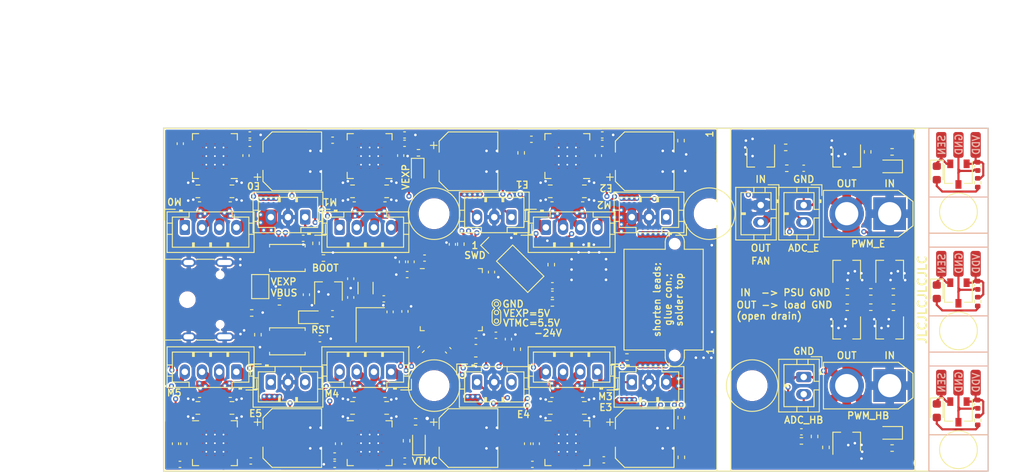
<source format=kicad_pcb>
(kicad_pcb (version 20171130) (host pcbnew 5.1.8+dfsg1-1+b1)
  (layers (0 F.Cu mixed) (1 In1.Cu signal) (2 In2.Cu signal) (31 B.Cu power) (34 B.Paste user) (35 F.Paste user) (36 B.SilkS user) (37 F.SilkS user) (38 B.Mask user hide) (39 F.Mask user) (44 Edge.Cuts user))
  (net 0 "")
  (net 1 GND)
  (net 2 VBUS)
  (net 3 +3V3)
  (net 4 "Net-(C5-Pad2)")
  (net 5 "Net-(C6-Pad2)")
  (net 6 "Net-(C7-Pad2)")
  (net 7 "Net-(C8-Pad2)")
  (net 8 "Net-(C9-Pad1)")
  (net 9 "Net-(C10-Pad1)")
  (net 10 ES0)
  (net 11 ES1)
  (net 12 ES2)
  (net 13 ES3)
  (net 14 ES4)
  (net 15 ES5)
  (net 16 "Net-(C27-Pad1)")
  (net 17 "Net-(C27-Pad2)")
  (net 18 V_TMC)
  (net 19 "Net-(C32-Pad1)")
  (net 20 "Net-(C34-Pad1)")
  (net 21 "Net-(C36-Pad1)")
  (net 22 "Net-(C49-Pad1)")
  (net 23 "Net-(C49-Pad2)")
  (net 24 "Net-(C50-Pad2)")
  (net 25 "Net-(C50-Pad1)")
  (net 26 "Net-(C51-Pad1)")
  (net 27 "Net-(C51-Pad2)")
  (net 28 "Net-(C52-Pad1)")
  (net 29 "Net-(C52-Pad2)")
  (net 30 "Net-(C53-Pad2)")
  (net 31 "Net-(C54-Pad2)")
  (net 32 "Net-(C55-Pad2)")
  (net 33 "Net-(C68-Pad1)")
  (net 34 "Net-(C68-Pad2)")
  (net 35 "Net-(C73-Pad1)")
  (net 36 "Net-(C75-Pad1)")
  (net 37 "Net-(C77-Pad1)")
  (net 38 "Net-(C90-Pad2)")
  (net 39 "Net-(C90-Pad1)")
  (net 40 "Net-(C91-Pad2)")
  (net 41 "Net-(C91-Pad1)")
  (net 42 "Net-(C92-Pad2)")
  (net 43 "Net-(C92-Pad1)")
  (net 44 "Net-(C93-Pad2)")
  (net 45 "Net-(C94-Pad2)")
  (net 46 "Net-(C95-Pad2)")
  (net 47 PA13)
  (net 48 "Net-(D10-Pad1)")
  (net 49 "Net-(D10-Pad2)")
  (net 50 "Net-(D11-Pad2)")
  (net 51 "Net-(D11-Pad1)")
  (net 52 "Net-(D12-Pad1)")
  (net 53 "Net-(D12-Pad2)")
  (net 54 "Net-(J1-PadB5)")
  (net 55 USB_DP)
  (net 56 USB_DN)
  (net 57 "Net-(J1-PadA5)")
  (net 58 PA14)
  (net 59 "Net-(J17-Pad1)")
  (net 60 "Net-(J18-Pad1)")
  (net 61 "Net-(J19-Pad1)")
  (net 62 "Net-(J20-Pad1)")
  (net 63 "Net-(J21-Pad1)")
  (net 64 "Net-(J22-Pad1)")
  (net 65 "Net-(Q2-Pad1)")
  (net 66 "Net-(Q3-Pad1)")
  (net 67 "Net-(Q4-Pad1)")
  (net 68 "Net-(R17-Pad1)")
  (net 69 "Net-(J1-PadB8)")
  (net 70 "Net-(J1-PadA8)")
  (net 71 PC13)
  (net 72 PA0)
  (net 73 PA1)
  (net 74 PA2)
  (net 75 PA3)
  (net 76 PA4)
  (net 77 PA6)
  (net 78 PA7)
  (net 79 PB1)
  (net 80 PB13)
  (net 81 PB14)
  (net 82 PB15)
  (net 83 PA15)
  (net 84 PB3)
  (net 85 PB4)
  (net 86 PB5)
  (net 87 PB8)
  (net 88 PB9)
  (net 89 "Net-(U5-Pad25)")
  (net 90 "Net-(U5-Pad20)")
  (net 91 "Net-(U5-Pad17)")
  (net 92 "Net-(U5-Pad12)")
  (net 93 "Net-(U5-Pad11)")
  (net 94 "Net-(U5-Pad10)")
  (net 95 "Net-(U5-Pad9)")
  (net 96 "Net-(U5-Pad7)")
  (net 97 "Net-(U6-Pad7)")
  (net 98 "Net-(U6-Pad9)")
  (net 99 "Net-(U6-Pad10)")
  (net 100 "Net-(U6-Pad11)")
  (net 101 "Net-(U6-Pad12)")
  (net 102 "Net-(U6-Pad17)")
  (net 103 "Net-(U6-Pad20)")
  (net 104 "Net-(U6-Pad25)")
  (net 105 "Net-(U7-Pad7)")
  (net 106 "Net-(U7-Pad9)")
  (net 107 "Net-(U7-Pad10)")
  (net 108 "Net-(U7-Pad11)")
  (net 109 "Net-(U7-Pad12)")
  (net 110 "Net-(U7-Pad17)")
  (net 111 "Net-(U7-Pad20)")
  (net 112 "Net-(U7-Pad25)")
  (net 113 "Net-(U10-Pad25)")
  (net 114 "Net-(U10-Pad20)")
  (net 115 "Net-(U10-Pad17)")
  (net 116 "Net-(U10-Pad12)")
  (net 117 "Net-(U10-Pad11)")
  (net 118 "Net-(U10-Pad10)")
  (net 119 "Net-(U10-Pad9)")
  (net 120 "Net-(U10-Pad7)")
  (net 121 "Net-(U11-Pad25)")
  (net 122 "Net-(U11-Pad20)")
  (net 123 "Net-(U11-Pad17)")
  (net 124 "Net-(U11-Pad12)")
  (net 125 "Net-(U11-Pad11)")
  (net 126 "Net-(U11-Pad10)")
  (net 127 "Net-(U11-Pad9)")
  (net 128 "Net-(U11-Pad7)")
  (net 129 "Net-(U12-Pad7)")
  (net 130 "Net-(U12-Pad9)")
  (net 131 "Net-(U12-Pad10)")
  (net 132 "Net-(U12-Pad11)")
  (net 133 "Net-(U12-Pad12)")
  (net 134 "Net-(U12-Pad17)")
  (net 135 "Net-(U12-Pad20)")
  (net 136 "Net-(U12-Pad25)")
  (net 137 "Net-(D2-Pad1)")
  (net 138 "Net-(Q1-Pad1)")
  (net 139 "Net-(Q5-Pad1)")
  (net 140 "Net-(P1-Pad1)")
  (net 141 "Net-(P1-Pad2)")
  (net 142 "Net-(P1-Pad3)")
  (net 143 "Net-(P1-Pad4)")
  (net 144 "Net-(P2-Pad1)")
  (net 145 "Net-(P2-Pad2)")
  (net 146 "Net-(P2-Pad3)")
  (net 147 "Net-(P2-Pad4)")
  (net 148 "Net-(P3-Pad4)")
  (net 149 "Net-(P3-Pad3)")
  (net 150 "Net-(P3-Pad2)")
  (net 151 "Net-(P3-Pad1)")
  (net 152 "Net-(P4-Pad4)")
  (net 153 "Net-(P4-Pad3)")
  (net 154 "Net-(P4-Pad2)")
  (net 155 "Net-(P4-Pad1)")
  (net 156 "Net-(P5-Pad4)")
  (net 157 "Net-(P5-Pad3)")
  (net 158 "Net-(P5-Pad2)")
  (net 159 "Net-(P5-Pad1)")
  (net 160 "Net-(P6-Pad1)")
  (net 161 "Net-(P6-Pad2)")
  (net 162 "Net-(P6-Pad3)")
  (net 163 "Net-(P6-Pad4)")
  (net 164 "Net-(R13-Pad2)")
  (net 165 "Net-(R14-Pad2)")
  (net 166 "Net-(R15-Pad2)")
  (net 167 "Net-(R16-Pad2)")
  (net 168 "Net-(R18-Pad2)")
  (net 169 "Net-(R19-Pad2)")
  (net 170 "Net-(R20-Pad2)")
  (net 171 "Net-(R21-Pad2)")
  (net 172 "Net-(R22-Pad2)")
  (net 173 "Net-(R23-Pad2)")
  (net 174 "Net-(R24-Pad2)")
  (net 175 "Net-(R47-Pad2)")
  (net 176 "Net-(D3-Pad1)")
  (net 177 "Net-(D7-Pad1)")
  (net 178 PB2)
  (net 179 PA5)
  (net 180 PB12)
  (net 181 PA8)
  (net 182 EXP3)
  (net 183 EXP4)
  (net 184 EXP0)
  (net 185 EXP2)
  (net 186 EXP1)
  (net 187 "Net-(J6-Pad2)")
  (net 188 "Net-(J7-Pad2)")
  (net 189 "Net-(J9-Pad2)")
  (net 190 "Net-(Q6-Pad1)")
  (net 191 "Net-(D8-Pad1)")
  (net 192 "Net-(D13-Pad1)")
  (net 193 V_EXP)
  (net 194 GND1)
  (module MountingHole:MountingHole_2.2mm_M2 (layer F.Cu) (at 10.3 0)
    (fp_text reference tooling hide)
    (fp_text value MountingHole_2.2mm_M2)
    (pad "" np_thru_hole circle (at 0 0) (size 1.152 1.152) (drill 1.152) (layers *.Cu *.Mask) (clearance 0.4))
  )
  (module MountingHole:MountingHole_2.2mm_M2 (layer F.Cu) (at 95.75 19)
    (fp_text reference tooling hide)
    (fp_text value MountingHole_2.2mm_M2)
    (pad "" np_thru_hole circle (at 0 0) (size 1.152 1.152) (drill 1.152) (layers *.Cu *.Mask) (clearance 0.4))
  )
  (module MountingHole:MountingHole_2.2mm_M2 (layer F.Cu) (at 95.75 -19)
    (fp_text reference tooling hide)
    (fp_text value MountingHole_2.2mm_M2)
    (pad "" np_thru_hole circle (at 0 0) (size 1.152 1.152) (drill 1.152) (layers *.Cu *.Mask) (clearance 0.4))
  )
  (module MountingHole:MountingHole_2.2mm_M2 (layer F.Cu) (at 100 17.46)
    (fp_text reference REF** hide)
    (fp_text value MountingHole_2.2mm_M2)
    (pad 1 np_thru_hole circle (at 0 0) (size 2.2 2.2) (drill 2.2) (layers *.Cu *.Mask))
  )
  (module MountingHole:MountingHole_2.2mm_M2 (layer F.Cu) (at 100 3.63)
    (fp_text reference REF** hide)
    (fp_text value MountingHole_2.2mm_M2)
    (pad 1 np_thru_hole circle (at 0 0) (size 2.2 2.2) (drill 2.2) (layers *.Cu *.Mask))
  )
  (module MountingHole:MountingHole_2.2mm_M2 (layer F.Cu) (at 100 -10.2)
    (fp_text reference REF** hide)
    (fp_text value MountingHole_2.2mm_M2 hide)
    (pad 1 np_thru_hole circle (at 0 0) (size 2.2 2.2) (drill 2.2) (layers *.Cu *.Mask))
  )
  (module Connector_JST:JST_PH_B3B-PH-K_1x03_P2.00mm_Vertical (layer F.Cu) (at 98 9.66)
    (fp_text reference J31 hide)
    (fp_text value HSES)
    (pad 3 connect roundrect (at 4 0) (size 1.2 3) (layers F.Cu F.Mask) (net 28 "Net-(C52-Pad1)"))
    (pad 2 connect roundrect (at 2 0) (size 1.2 3) (layers F.Cu F.Mask) (net 29 "Net-(C52-Pad2)"))
    (pad 1 connect roundrect (at 0 0) (size 1.2 3) (layers F.Cu F.Mask) (roundrect_rratio 0.208) (net 51 "Net-(D11-Pad1)"))
  )
  (module Connector_JST:JST_PH_B3B-PH-K_1x03_P2.00mm_Vertical (layer F.Cu) (at 98 -4.17)
    (fp_text reference J32 hide)
    (fp_text value HSES)
    (pad 1 connect roundrect (at 0 0) (size 1.2 3) (layers F.Cu F.Mask) (roundrect_rratio 0.208) (net 52 "Net-(D12-Pad1)"))
    (pad 2 connect roundrect (at 2 0) (size 1.2 3) (layers F.Cu F.Mask) (net 34 "Net-(C68-Pad2)"))
    (pad 3 connect roundrect (at 4 0) (size 1.2 3) (layers F.Cu F.Mask) (net 33 "Net-(C68-Pad1)"))
  )
  (module Connector_JST:JST_PH_B3B-PH-K_1x03_P2.00mm_Vertical (layer F.Cu) (at 98 -18)
    (fp_text reference J30 hide)
    (fp_text value HSES)
    (pad 3 connect roundrect (at 4 0) (size 1.2 3) (layers F.Cu F.Mask) (net 16 "Net-(C27-Pad1)"))
    (pad 2 connect roundrect (at 2 0) (size 1.2 3) (layers F.Cu F.Mask) (net 17 "Net-(C27-Pad2)"))
    (pad 1 connect roundrect (at 0 0) (size 1.2 3) (layers F.Cu F.Mask) (roundrect_rratio 0.208) (net 48 "Net-(D10-Pad1)"))
  )
  (module Connector_PinHeader_2.54mm:PinHeader_1x03_P2.54mm_Vertical (layer F.Cu) (at 46.3 -6.31 45)
    (fp_text reference J2 hide)
    (fp_text value SWD)
    (pad 1 connect rect (at 0 0 45) (size 1.7 1.7) (layers F.Cu F.Mask) (net 1 GND))
    (pad 2 connect oval (at 0 2.54 45) (size 1.7 1.7) (layers F.Cu F.Mask) (net 58 PA14))
    (pad 3 connect oval (at 0 5.079999 45) (size 1.7 1.7) (layers F.Cu F.Mask) (net 47 PA13))
  )
  (module Connector_AMASS:AMASS_MR30PW-M_1x03_P3.50mm_Horizontal (layer F.Cu) (at 57 -3.5 270)
    (fp_text reference J23 hide)
    (fp_text value POWER)
    (pad "" np_thru_hole circle (at -3 -10 270) (size 1 1) (drill 1) (layers *.Cu F.Mask))
    (pad "" np_thru_hole circle (at 10 -10 270) (size 1 1) (drill 1) (layers *.Cu *.Mask))
    (pad 1 connect rect (at 0 0 270) (size 3 3) (layers F.Cu F.Mask) (net 1 GND))
    (pad 2 connect circle (at 3.5 0 270) (size 3 3) (layers F.Cu F.Mask) (net 193 V_EXP))
    (pad 3 connect circle (at 7 0 270) (size 3 3) (layers F.Cu F.Mask) (net 18 V_TMC))
  )
  (module Capacitor_SMD:CP_Elec_6.3x7.7 (layer F.Cu) (at 22.5 -16.1)
    (fp_text reference C30 hide)
    (fp_text value "100uF 25V")
    (pad 1 smd roundrect (at -2.7 0) (size 3.5 1.6) (layers F.Cu F.Paste F.Mask) (roundrect_rratio 0.15625) (net 18 V_TMC))
    (pad 2 smd roundrect (at 2.7 0) (size 3.5 1.6) (layers F.Cu F.Paste F.Mask) (roundrect_rratio 0.15625) (net 1 GND))
  )
  (module Capacitor_SMD:CP_Elec_6.3x7.7 (layer F.Cu) (at 63.5 -16.1)
    (fp_text reference C29 hide)
    (fp_text value "100uF 25V")
    (pad 1 smd roundrect (at -2.7 0) (size 3.5 1.6) (layers F.Cu F.Paste F.Mask) (roundrect_rratio 0.15625) (net 18 V_TMC))
    (pad 2 smd roundrect (at 2.7 0) (size 3.5 1.6) (layers F.Cu F.Paste F.Mask) (roundrect_rratio 0.15625) (net 1 GND))
  )
  (module Package_TO_SOT_SMD:SOT-23W (layer F.Cu) (at 87 16.5 90)
    (fp_text reference Q5 hide)
    (fp_text value AO3400A)
    (pad 1 smd rect (at -1.2 -0.95 90) (size 1 0.7) (layers F.Cu F.Paste F.Mask) (net 139 "Net-(Q5-Pad1)"))
    (pad 2 smd rect (at -1.2 0.95 90) (size 1 0.7) (layers F.Cu F.Paste F.Mask) (net 194 GND1))
    (pad 3 smd rect (at 1.2 0 90) (size 1 0.7) (layers F.Cu F.Paste F.Mask) (net 188 "Net-(J7-Pad2)"))
  )
  (module Connector_JST:JST_PH_B6B-PH-K_1x06_P2.00mm_Vertical (layer F.Cu) (at 71.795 7.89 270)
    (fp_text reference J4 hide)
    (fp_text value EXPP1)
    (pad 6 connect roundrect (at 10 1.75 270) (size 1.5 3) (layers F.Cu F.Mask) (net 186 EXP1))
    (pad 5 connect roundrect (at 8 1.75 270) (size 1.5 3) (layers F.Cu F.Mask) (net 182 EXP3))
    (pad 4 connect roundrect (at 6 1.75 270) (size 1.5 3) (layers F.Cu F.Mask) (net 183 EXP4))
    (pad 3 connect roundrect (at 4 1.75 270) (size 1.5 3) (layers F.Cu F.Mask) (net 185 EXP2))
    (pad 2 connect roundrect (at 2 1.75 270) (size 1.5 3) (layers F.Cu F.Mask) (net 193 V_EXP))
    (pad 1 connect roundrect (at 0 1.75 270) (size 1.5 3) (layers F.Cu F.Mask) (roundrect_rratio 0.208) (net 1 GND))
  )
  (module Connector_AMASS:AMASS_XT30U-F_1x02_P5.0mm_Vertical (layer F.Cu) (at 92 10 180)
    (fp_text reference J7 hide)
    (fp_text value PWM_HB)
    (pad 2 thru_hole circle (at 5 0 180) (size 4 4) (drill 2.7) (layers *.Cu *.Mask) (net 188 "Net-(J7-Pad2)"))
    (pad 1 thru_hole rect (at 0 0 180) (size 3.8 3.8) (drill 2.7) (layers *.Cu *.Mask) (net 194 GND1))
  )
  (module Connector_AMASS:AMASS_XT30U-F_1x02_P5.0mm_Vertical (layer F.Cu) (at 92 -10 180)
    (fp_text reference J6 hide)
    (fp_text value PWM_E)
    (pad 1 thru_hole rect (at 0 0 180) (size 3.8 3.8) (drill 2.7) (layers *.Cu *.Mask) (net 194 GND1))
    (pad 2 thru_hole circle (at 5 0 180) (size 4 4) (drill 2.7) (layers *.Cu *.Mask) (net 187 "Net-(J6-Pad2)"))
  )
  (module Connector_JST:JST_PH_B3B-PH-K_1x03_P2.00mm_Vertical (layer F.Cu) (at 71.8 -17.92 270)
    (fp_text reference J3 hide)
    (fp_text value EXPP0)
    (pad 1 connect roundrect (at 0 1.75 270) (size 1.5 3) (layers F.Cu F.Mask) (roundrect_rratio 0.208) (net 184 EXP0))
    (pad 2 connect roundrect (at 2 1.75 270) (size 1.5 3) (layers F.Cu F.Mask) (net 1 GND))
    (pad 3 connect roundrect (at 4 1.75 270) (size 1.5 3) (layers F.Cu F.Mask) (net 193 V_EXP))
  )
  (module MountingHole:MountingHole_3.2mm_M3 (layer F.Cu) (at 76 10 90)
    (fp_text reference REF** hide)
    (fp_text value MountingHole_3.2mm_M3)
    (pad 1 np_thru_hole circle (at 0 0 90) (size 3.2 3.2) (drill 3.2) (layers *.Cu *.Mask))
  )
  (module Connector_JST:JST_PH_B3B-PH-K_1x03_P2.00mm_Vertical (layer F.Cu) (at 48 -9.6 180)
    (fp_text reference J18 hide)
    (fp_text value ESTP1)
    (pad 3 thru_hole oval (at 4 0 180) (size 1.2 1.75) (drill 0.75) (layers *.Cu *.Mask) (net 193 V_EXP))
    (pad 2 thru_hole oval (at 2 0 180) (size 1.2 1.75) (drill 0.75) (layers *.Cu *.Mask) (net 1 GND))
    (pad 1 thru_hole roundrect (at 0 0 180) (size 1.2 1.75) (drill 0.75) (layers *.Cu *.Mask) (roundrect_rratio 0.2083325) (net 60 "Net-(J18-Pad1)"))
  )
  (module Capacitor_SMD:C_0402_1005Metric (layer F.Cu) (at 29.3 -2.435 90)
    (fp_text reference C7 hide)
    (fp_text value 15pF)
    (pad 2 smd roundrect (at 0.48 0 90) (size 0.56 0.62) (layers F.Cu F.Paste F.Mask) (net 6 "Net-(C7-Pad2)"))
    (pad 1 smd roundrect (at -0.48 0 90) (size 0.56 0.62) (layers F.Cu F.Paste F.Mask) (net 1 GND))
  )
  (module Connector_JST:JST_PH_B3B-PH-K_1x03_P2.00mm_Vertical (layer F.Cu) (at 66 -9.6 180)
    (fp_text reference J19 hide)
    (fp_text value ESTP2)
    (pad 1 thru_hole roundrect (at 0 0 180) (size 1.2 1.75) (drill 0.75) (layers *.Cu *.Mask) (roundrect_rratio 0.2083325) (net 61 "Net-(J19-Pad1)"))
    (pad 2 thru_hole oval (at 2 0 180) (size 1.2 1.75) (drill 0.75) (layers *.Cu *.Mask) (net 1 GND))
    (pad 3 thru_hole oval (at 4 0 180) (size 1.2 1.75) (drill 0.75) (layers *.Cu *.Mask) (net 193 V_EXP))
  )
  (module MountingHole:MountingHole_3.2mm_M3 (layer F.Cu) (at 39 -10 90)
    (fp_text reference REF** hide)
    (fp_text value MountingHole_3.2mm_M3)
    (pad 1 np_thru_hole circle (at 0 0 90) (size 3.2 3.2) (drill 3.2) (layers *.Cu *.Mask))
  )
  (module Resistor_SMD:R_0402_1005Metric (layer F.Cu) (at 35.8 16.42 90)
    (fp_text reference R8 hide)
    (fp_text value 10k)
    (pad 1 smd roundrect (at -0.51 0 90) (size 0.54 0.64) (layers F.Cu F.Paste F.Mask) (net 1 GND))
    (pad 2 smd roundrect (at 0.51 0 90) (size 0.54 0.64) (layers F.Cu F.Paste F.Mask) (net 192 "Net-(D13-Pad1)"))
  )
  (module Resistor_SMD:R_0402_1005Metric (layer F.Cu) (at 42.11 -6.455 90)
    (fp_text reference R98 hide)
    (fp_text value 330R)
    (pad 1 smd roundrect (at -0.51 0 90) (size 0.54 0.64) (layers F.Cu F.Paste F.Mask) (net 11 ES1))
    (pad 2 smd roundrect (at 0.51 0 90) (size 0.54 0.64) (layers F.Cu F.Paste F.Mask) (net 60 "Net-(J18-Pad1)"))
  )
  (module Connector_JST:JST_PH_B4B-PH-K_1x04_P2.00mm_Vertical (layer F.Cu) (at 10 -8.4)
    (fp_text reference P1 hide)
    (fp_text value STP0)
    (pad 1 thru_hole roundrect (at 0 0) (size 1.2 1.75) (drill 0.75) (layers *.Cu *.Mask) (roundrect_rratio 0.2083325) (net 140 "Net-(P1-Pad1)"))
    (pad 2 thru_hole oval (at 2 0) (size 1.2 1.75) (drill 0.75) (layers *.Cu *.Mask) (net 141 "Net-(P1-Pad2)"))
    (pad 3 thru_hole oval (at 4 0) (size 1.2 1.75) (drill 0.75) (layers *.Cu *.Mask) (net 142 "Net-(P1-Pad3)"))
    (pad 4 thru_hole oval (at 6 0) (size 1.2 1.75) (drill 0.75) (layers *.Cu *.Mask) (net 143 "Net-(P1-Pad4)"))
  )
  (module Capacitor_SMD:CP_Elec_6.3x7.7 (layer F.Cu) (at 43 16.1)
    (fp_text reference C70 hide)
    (fp_text value "100uF 25V")
    (pad 2 smd roundrect (at 2.7 0) (size 3.5 1.6) (layers F.Cu F.Paste F.Mask) (roundrect_rratio 0.15625) (net 1 GND))
    (pad 1 smd roundrect (at -2.7 0) (size 3.5 1.6) (layers F.Cu F.Paste F.Mask) (roundrect_rratio 0.15625) (net 18 V_TMC))
  )
  (module Button_Switch_SMD:SW_Push_SPST_NO_Alps_SKRK (layer F.Cu) (at 21.93 -4.85)
    (fp_text reference SW2 hide)
    (fp_text value SKRKAEE020)
    (fp_text user BOOT (at 4.415 1.165 unlocked) (layer F.SilkS) (effects (font (size 0.8 0.8))))
    (pad 2 smd roundrect (at 2.1 0) (size 0.8 2) (layers F.Cu F.Paste F.Mask) (net 68 "Net-(R17-Pad1)"))
    (pad 1 smd roundrect (at -2.1 0) (size 0.8 2) (layers F.Cu F.Paste F.Mask) (net 3 +3V3))
  )
  (module Capacitor_SMD:CP_Elec_6.3x7.7 (layer F.Cu) (at 22.5 16.1)
    (fp_text reference C71 hide)
    (fp_text value "100uF 25V")
    (pad 2 smd roundrect (at 2.7 0) (size 3.5 1.6) (layers F.Cu F.Paste F.Mask) (roundrect_rratio 0.15625) (net 1 GND))
    (pad 1 smd roundrect (at -2.7 0) (size 3.5 1.6) (layers F.Cu F.Paste F.Mask) (roundrect_rratio 0.15625) (net 18 V_TMC))
  )
  (module Connector_JST:JST_PH_B4B-PH-K_1x04_P2.00mm_Vertical (layer F.Cu) (at 16 8.4 180)
    (fp_text reference P6 hide)
    (fp_text value STP5)
    (pad 1 thru_hole roundrect (at 0 0 180) (size 1.2 1.75) (drill 0.75) (layers *.Cu *.Mask) (roundrect_rratio 0.2083325) (net 160 "Net-(P6-Pad1)"))
    (pad 2 thru_hole oval (at 2 0 180) (size 1.2 1.75) (drill 0.75) (layers *.Cu *.Mask) (net 161 "Net-(P6-Pad2)"))
    (pad 3 thru_hole oval (at 4 0 180) (size 1.2 1.75) (drill 0.75) (layers *.Cu *.Mask) (net 162 "Net-(P6-Pad3)"))
    (pad 4 thru_hole oval (at 6 0 180) (size 1.2 1.75) (drill 0.75) (layers *.Cu *.Mask) (net 163 "Net-(P6-Pad4)"))
  )
  (module MountingHole:MountingHole_3.2mm_M3 (layer F.Cu) (at 39 10 90)
    (fp_text reference REF** hide)
    (fp_text value MountingHole_3.2mm_M3)
    (pad 1 np_thru_hole circle (at 0 0 90) (size 3.2 3.2) (drill 3.2) (layers *.Cu *.Mask))
  )
  (module MountingHole:MountingHole_3.2mm_M3 (layer F.Cu) (at 71 -10 90)
    (fp_text reference REF** hide)
    (fp_text value MountingHole_3.2mm_M3)
    (pad 1 np_thru_hole circle (at 0 0 90) (size 3.2 3.2) (drill 3.2) (layers *.Cu *.Mask))
  )
  (module LED_SMD:LED_0603_1608Metric (layer F.Cu) (at 97.48 -14.74 270)
    (fp_text reference D10 hide)
    (fp_text value Blue)
    (pad 2 smd roundrect (at 0.7875 0 270) (size 0.875 0.95) (layers F.Cu F.Paste F.Mask) (net 49 "Net-(D10-Pad2)"))
    (pad 1 smd roundrect (at -0.7875 0 270) (size 0.875 0.95) (layers F.Cu F.Paste F.Mask) (net 48 "Net-(D10-Pad1)"))
  )
  (module Package_TO_SOT_SMD:SOT-23W (layer F.Cu) (at 100 -14.6 270)
    (fp_text reference U4 hide)
    (fp_text value CH912LSR)
    (pad 1 smd rect (at -1.2 -0.95 270) (size 1 0.7) (layers F.Cu F.Paste F.Mask) (net 16 "Net-(C27-Pad1)"))
    (pad 2 smd rect (at -1.2 0.95 270) (size 1 0.7) (layers F.Cu F.Paste F.Mask) (net 48 "Net-(D10-Pad1)"))
    (pad 3 smd rect (at 1.2 0 270) (size 1 0.7) (layers F.Cu F.Paste F.Mask) (net 17 "Net-(C27-Pad2)"))
  )
  (module Package_DFN_QFN:QFN-28-1EP_5x5mm_P0.5mm_EP3.35x3.35mm_ThermalVias (layer F.Cu) (at 31.5 16.7)
    (fp_text reference U7 hide)
    (fp_text value TMC2208-LA-T)
    (pad 1 smd roundrect (at -2.45 -1.5) (size 0.8 0.25) (layers F.Cu F.Paste F.Mask) (net 148 "Net-(P3-Pad4)"))
    (pad 2 smd roundrect (at -2.45 -1) (size 0.8 0.25) (layers F.Cu F.Paste F.Mask) (net 79 PB1))
    (pad 3 smd roundrect (at -2.45 -0.5) (size 0.8 0.25) (layers F.Cu F.Paste F.Mask) (net 1 GND))
    (pad 4 smd roundrect (at -2.45 0) (size 0.8 0.25) (layers F.Cu F.Paste F.Mask) (net 26 "Net-(C51-Pad1)"))
    (pad 5 smd roundrect (at -2.45 0.5) (size 0.8 0.25) (layers F.Cu F.Paste F.Mask) (net 27 "Net-(C51-Pad2)"))
    (pad 6 smd roundrect (at -2.45 1) (size 0.8 0.25) (layers F.Cu F.Paste F.Mask) (net 21 "Net-(C36-Pad1)"))
    (pad 7 smd roundrect (at -2.45 1.5) (size 0.8 0.25) (layers F.Cu F.Paste F.Mask) (net 105 "Net-(U7-Pad7)"))
    (pad 8 smd roundrect (at -1.5 2.45) (size 0.25 0.8) (layers F.Cu F.Paste F.Mask) (net 32 "Net-(C55-Pad2)"))
    (pad 9 smd roundrect (at -1 2.45) (size 0.25 0.8) (layers F.Cu F.Paste F.Mask) (net 106 "Net-(U7-Pad9)"))
    (pad 10 smd roundrect (at -0.5 2.45) (size 0.25 0.8) (layers F.Cu F.Paste F.Mask) (net 107 "Net-(U7-Pad10)"))
    (pad 11 smd roundrect (at 0 2.45) (size 0.25 0.8) (layers F.Cu F.Paste F.Mask) (net 108 "Net-(U7-Pad11)"))
    (pad 12 smd roundrect (at 0.5 2.45) (size 0.25 0.8) (layers F.Cu F.Paste F.Mask) (net 109 "Net-(U7-Pad12)"))
    (pad 13 smd roundrect (at 1 2.45) (size 0.25 0.8) (layers F.Cu F.Paste F.Mask) (net 1 GND))
    (pad 14 smd roundrect (at 1.5 2.45) (size 0.25 0.8) (layers F.Cu F.Paste F.Mask) (net 180 PB12))
    (pad 15 smd roundrect (at 2.45 1.5) (size 0.8 0.25) (layers F.Cu F.Paste F.Mask) (net 3 +3V3))
    (pad 16 smd roundrect (at 2.45 1) (size 0.8 0.25) (layers F.Cu F.Paste F.Mask) (net 80 PB13))
    (pad 17 smd roundrect (at 2.45 0.5) (size 0.8 0.25) (layers F.Cu F.Paste F.Mask) (net 110 "Net-(U7-Pad17)"))
    (pad 18 smd roundrect (at 2.45 0) (size 0.8 0.25) (layers F.Cu F.Paste F.Mask) (net 1 GND))
    (pad 19 smd roundrect (at 2.45 -0.5) (size 0.8 0.25) (layers F.Cu F.Paste F.Mask) (net 178 PB2))
    (pad 20 smd roundrect (at 2.45 -1) (size 0.8 0.25) (layers F.Cu F.Paste F.Mask) (net 111 "Net-(U7-Pad20)"))
    (pad 21 smd roundrect (at 2.45 -1.5) (size 0.8 0.25) (layers F.Cu F.Paste F.Mask) (net 151 "Net-(P3-Pad1)"))
    (pad 22 smd roundrect (at 1.5 -2.45) (size 0.25 0.8) (layers F.Cu F.Paste F.Mask) (net 18 V_TMC))
    (pad 23 smd roundrect (at 1 -2.45) (size 0.25 0.8) (layers F.Cu F.Paste F.Mask) (net 167 "Net-(R16-Pad2)"))
    (pad 24 smd roundrect (at 0.5 -2.45) (size 0.25 0.8) (layers F.Cu F.Paste F.Mask) (net 150 "Net-(P3-Pad2)"))
    (pad 25 smd roundrect (at 0 -2.45) (size 0.25 0.8) (layers F.Cu F.Paste F.Mask) (net 112 "Net-(U7-Pad25)"))
    (pad 26 smd roundrect (at -0.5 -2.45) (size 0.25 0.8) (layers F.Cu F.Paste F.Mask) (net 149 "Net-(P3-Pad3)"))
    (pad 27 smd roundrect (at -1 -2.45) (size 0.25 0.8) (layers F.Cu F.Paste F.Mask) (net 168 "Net-(R18-Pad2)"))
    (pad 28 smd roundrect (at -1.5 -2.45) (size 0.25 0.8) (layers F.Cu F.Paste F.Mask) (net 18 V_TMC))
    (pad 29 smd rect (at 0 0) (size 3.35 3.35) (layers F.Cu F.Mask) (net 1 GND))
    (pad 29 thru_hole circle (at -1 -1) (size 0.5 0.5) (drill 0.2) (layers *.Cu) (net 1 GND))
    (pad 29 thru_hole circle (at 0 -1) (size 0.5 0.5) (drill 0.2) (layers *.Cu) (net 1 GND))
    (pad 29 thru_hole circle (at 1 -1) (size 0.5 0.5) (drill 0.2) (layers *.Cu) (net 1 GND))
    (pad 29 thru_hole circle (at -1 0) (size 0.5 0.5) (drill 0.2) (layers *.Cu) (net 1 GND))
    (pad 29 thru_hole circle (at 0 0) (size 0.5 0.5) (drill 0.2) (layers *.Cu) (net 1 GND))
    (pad 29 thru_hole circle (at 1 0) (size 0.5 0.5) (drill 0.2) (layers *.Cu) (net 1 GND))
    (pad 29 thru_hole circle (at -1 1) (size 0.5 0.5) (drill 0.2) (layers *.Cu) (net 1 GND))
    (pad 29 thru_hole circle (at 0 1) (size 0.5 0.5) (drill 0.2) (layers *.Cu) (net 1 GND))
    (pad 29 thru_hole circle (at 1 1) (size 0.5 0.5) (drill 0.2) (layers *.Cu) (net 1 GND))
    (pad 29 smd rect (at 0 0) (size 2.5 2.5) (layers B.Cu) (net 1 GND))
  )
  (module Capacitor_SMD:C_0402_1005Metric (layer F.Cu) (at 27.195 -18.55 180)
    (fp_text reference C15 hide)
    (fp_text value "100nF 16V")
    (pad 2 smd roundrect (at 0.48 0 180) (size 0.56 0.62) (layers F.Cu F.Paste F.Mask) (net 3 +3V3))
    (pad 1 smd roundrect (at -0.48 0 180) (size 0.56 0.62) (layers F.Cu F.Paste F.Mask) (net 1 GND))
  )
  (module Capacitor_SMD:C_0402_1005Metric (layer F.Cu) (at 50.885 16.76 270)
    (fp_text reference C91 hide)
    (fp_text value "22nF 50V")
    (pad 1 smd roundrect (at -0.48 0 270) (size 0.56 0.62) (layers F.Cu F.Paste F.Mask) (net 41 "Net-(C91-Pad1)"))
    (pad 2 smd roundrect (at 0.48 0 270) (size 0.56 0.62) (layers F.Cu F.Paste F.Mask) (net 40 "Net-(C91-Pad2)"))
  )
  (module Connector_JST:JST_PH_B4B-PH-K_1x04_P2.00mm_Vertical (layer F.Cu) (at 34 8.4 180)
    (fp_text reference P3 hide)
    (fp_text value STP4)
    (pad 4 thru_hole oval (at 6 0 180) (size 1.2 1.75) (drill 0.75) (layers *.Cu *.Mask) (net 148 "Net-(P3-Pad4)"))
    (pad 3 thru_hole oval (at 4 0 180) (size 1.2 1.75) (drill 0.75) (layers *.Cu *.Mask) (net 149 "Net-(P3-Pad3)"))
    (pad 2 thru_hole oval (at 2 0 180) (size 1.2 1.75) (drill 0.75) (layers *.Cu *.Mask) (net 150 "Net-(P3-Pad2)"))
    (pad 1 thru_hole roundrect (at 0 0 180) (size 1.2 1.75) (drill 0.75) (layers *.Cu *.Mask) (roundrect_rratio 0.2083325) (net 151 "Net-(P3-Pad1)"))
  )
  (module Connector_JST:JST_PH_B4B-PH-K_1x04_P2.00mm_Vertical (layer F.Cu) (at 28 -8.4)
    (fp_text reference P4 hide)
    (fp_text value STP1)
    (pad 4 thru_hole oval (at 6 0) (size 1.2 1.75) (drill 0.75) (layers *.Cu *.Mask) (net 152 "Net-(P4-Pad4)"))
    (pad 3 thru_hole oval (at 4 0) (size 1.2 1.75) (drill 0.75) (layers *.Cu *.Mask) (net 153 "Net-(P4-Pad3)"))
    (pad 2 thru_hole oval (at 2 0) (size 1.2 1.75) (drill 0.75) (layers *.Cu *.Mask) (net 154 "Net-(P4-Pad2)"))
    (pad 1 thru_hole roundrect (at 0 0) (size 1.2 1.75) (drill 0.75) (layers *.Cu *.Mask) (roundrect_rratio 0.2083325) (net 155 "Net-(P4-Pad1)"))
  )
  (module Connector_JST:JST_PH_B4B-PH-K_1x04_P2.00mm_Vertical (layer F.Cu) (at 52 -8.4)
    (fp_text reference P2 hide)
    (fp_text value STP2)
    (pad 1 thru_hole roundrect (at 0 0) (size 1.2 1.75) (drill 0.75) (layers *.Cu *.Mask) (roundrect_rratio 0.2083325) (net 144 "Net-(P2-Pad1)"))
    (pad 2 thru_hole oval (at 2 0) (size 1.2 1.75) (drill 0.75) (layers *.Cu *.Mask) (net 145 "Net-(P2-Pad2)"))
    (pad 3 thru_hole oval (at 4 0) (size 1.2 1.75) (drill 0.75) (layers *.Cu *.Mask) (net 146 "Net-(P2-Pad3)"))
    (pad 4 thru_hole oval (at 6 0) (size 1.2 1.75) (drill 0.75) (layers *.Cu *.Mask) (net 147 "Net-(P2-Pad4)"))
  )
  (module Connector_JST:JST_PH_B3B-PH-K_1x03_P2.00mm_Vertical (layer F.Cu) (at 20 9.6)
    (fp_text reference J22 hide)
    (fp_text value ESTP5)
    (pad 3 thru_hole oval (at 4 0) (size 1.2 1.75) (drill 0.75) (layers *.Cu *.Mask) (net 193 V_EXP))
    (pad 2 thru_hole oval (at 2 0) (size 1.2 1.75) (drill 0.75) (layers *.Cu *.Mask) (net 1 GND))
    (pad 1 thru_hole roundrect (at 0 0) (size 1.2 1.75) (drill 0.75) (layers *.Cu *.Mask) (roundrect_rratio 0.2083325) (net 64 "Net-(J22-Pad1)"))
  )
  (module Package_DFN_QFN:QFN-28-1EP_5x5mm_P0.5mm_EP3.35x3.35mm_ThermalVias (layer F.Cu) (at 54.5 16.7)
    (fp_text reference U11 hide)
    (fp_text value TMC2208-LA-T)
    (pad 29 smd rect (at 0 0) (size 2.5 2.5) (layers B.Cu) (net 1 GND))
    (pad 29 thru_hole circle (at 1 1) (size 0.5 0.5) (drill 0.2) (layers *.Cu) (net 1 GND))
    (pad 29 thru_hole circle (at 0 1) (size 0.5 0.5) (drill 0.2) (layers *.Cu) (net 1 GND))
    (pad 29 thru_hole circle (at -1 1) (size 0.5 0.5) (drill 0.2) (layers *.Cu) (net 1 GND))
    (pad 29 thru_hole circle (at 1 0) (size 0.5 0.5) (drill 0.2) (layers *.Cu) (net 1 GND))
    (pad 29 thru_hole circle (at 0 0) (size 0.5 0.5) (drill 0.2) (layers *.Cu) (net 1 GND))
    (pad 29 thru_hole circle (at -1 0) (size 0.5 0.5) (drill 0.2) (layers *.Cu) (net 1 GND))
    (pad 29 thru_hole circle (at 1 -1) (size 0.5 0.5) (drill 0.2) (layers *.Cu) (net 1 GND))
    (pad 29 thru_hole circle (at 0 -1) (size 0.5 0.5) (drill 0.2) (layers *.Cu) (net 1 GND))
    (pad 29 thru_hole circle (at -1 -1) (size 0.5 0.5) (drill 0.2) (layers *.Cu) (net 1 GND))
    (pad 29 smd rect (at 0 0) (size 3.35 3.35) (layers F.Cu F.Mask) (net 1 GND))
    (pad 28 smd roundrect (at -1.5 -2.45) (size 0.25 0.8) (layers F.Cu F.Paste F.Mask) (net 18 V_TMC))
    (pad 27 smd roundrect (at -1 -2.45) (size 0.25 0.8) (layers F.Cu F.Paste F.Mask) (net 172 "Net-(R22-Pad2)"))
    (pad 26 smd roundrect (at -0.5 -2.45) (size 0.25 0.8) (layers F.Cu F.Paste F.Mask) (net 157 "Net-(P5-Pad3)"))
    (pad 25 smd roundrect (at 0 -2.45) (size 0.25 0.8) (layers F.Cu F.Paste F.Mask) (net 121 "Net-(U11-Pad25)"))
    (pad 24 smd roundrect (at 0.5 -2.45) (size 0.25 0.8) (layers F.Cu F.Paste F.Mask) (net 158 "Net-(P5-Pad2)"))
    (pad 23 smd roundrect (at 1 -2.45) (size 0.25 0.8) (layers F.Cu F.Paste F.Mask) (net 171 "Net-(R21-Pad2)"))
    (pad 22 smd roundrect (at 1.5 -2.45) (size 0.25 0.8) (layers F.Cu F.Paste F.Mask) (net 18 V_TMC))
    (pad 21 smd roundrect (at 2.45 -1.5) (size 0.8 0.25) (layers F.Cu F.Paste F.Mask) (net 159 "Net-(P5-Pad1)"))
    (pad 20 smd roundrect (at 2.45 -1) (size 0.8 0.25) (layers F.Cu F.Paste F.Mask) (net 122 "Net-(U11-Pad20)"))
    (pad 19 smd roundrect (at 2.45 -0.5) (size 0.8 0.25) (layers F.Cu F.Paste F.Mask) (net 81 PB14))
    (pad 18 smd roundrect (at 2.45 0) (size 0.8 0.25) (layers F.Cu F.Paste F.Mask) (net 1 GND))
    (pad 17 smd roundrect (at 2.45 0.5) (size 0.8 0.25) (layers F.Cu F.Paste F.Mask) (net 123 "Net-(U11-Pad17)"))
    (pad 16 smd roundrect (at 2.45 1) (size 0.8 0.25) (layers F.Cu F.Paste F.Mask) (net 82 PB15))
    (pad 15 smd roundrect (at 2.45 1.5) (size 0.8 0.25) (layers F.Cu F.Paste F.Mask) (net 3 +3V3))
    (pad 14 smd roundrect (at 1.5 2.45) (size 0.25 0.8) (layers F.Cu F.Paste F.Mask) (net 181 PA8))
    (pad 13 smd roundrect (at 1 2.45) (size 0.25 0.8) (layers F.Cu F.Paste F.Mask) (net 1 GND))
    (pad 12 smd roundrect (at 0.5 2.45) (size 0.25 0.8) (layers F.Cu F.Paste F.Mask) (net 124 "Net-(U11-Pad12)"))
    (pad 11 smd roundrect (at 0 2.45) (size 0.25 0.8) (layers F.Cu F.Paste F.Mask) (net 125 "Net-(U11-Pad11)"))
    (pad 10 smd roundrect (at -0.5 2.45) (size 0.25 0.8) (layers F.Cu F.Paste F.Mask) (net 126 "Net-(U11-Pad10)"))
    (pad 9 smd roundrect (at -1 2.45) (size 0.25 0.8) (layers F.Cu F.Paste F.Mask) (net 127 "Net-(U11-Pad9)"))
    (pad 8 smd roundrect (at -1.5 2.45) (size 0.25 0.8) (layers F.Cu F.Paste F.Mask) (net 45 "Net-(C94-Pad2)"))
    (pad 7 smd roundrect (at -2.45 1.5) (size 0.8 0.25) (layers F.Cu F.Paste F.Mask) (net 128 "Net-(U11-Pad7)"))
    (pad 6 smd roundrect (at -2.45 1) (size 0.8 0.25) (layers F.Cu F.Paste F.Mask) (net 36 "Net-(C75-Pad1)"))
    (pad 5 smd roundrect (at -2.45 0.5) (size 0.8 0.25) (layers F.Cu F.Paste F.Mask) (net 40 "Net-(C91-Pad2)"))
    (pad 4 smd roundrect (at -2.45 0) (size 0.8 0.25) (layers F.Cu F.Paste F.Mask) (net 41 "Net-(C91-Pad1)"))
    (pad 3 smd roundrect (at -2.45 -0.5) (size 0.8 0.25) (layers F.Cu F.Paste F.Mask) (net 1 GND))
    (pad 2 smd roundrect (at -2.45 -1) (size 0.8 0.25) (layers F.Cu F.Paste F.Mask) (net 79 PB1))
    (pad 1 smd roundrect (at -2.45 -1.5) (size 0.8 0.25) (layers F.Cu F.Paste F.Mask) (net 156 "Net-(P5-Pad4)"))
  )
  (module Package_DFN_QFN:QFN-28-1EP_5x5mm_P0.5mm_EP3.35x3.35mm_ThermalVias (layer F.Cu) (at 13.5 -16.7 180)
    (fp_text reference U5 hide)
    (fp_text value TMC2208-LA-T)
    (pad 29 smd rect (at 0 0 180) (size 2.5 2.5) (layers B.Cu) (net 1 GND))
    (pad 29 thru_hole circle (at 1 1 180) (size 0.5 0.5) (drill 0.2) (layers *.Cu) (net 1 GND))
    (pad 29 thru_hole circle (at 0 1 180) (size 0.5 0.5) (drill 0.2) (layers *.Cu) (net 1 GND))
    (pad 29 thru_hole circle (at -1 1 180) (size 0.5 0.5) (drill 0.2) (layers *.Cu) (net 1 GND))
    (pad 29 thru_hole circle (at 1 0 180) (size 0.5 0.5) (drill 0.2) (layers *.Cu) (net 1 GND))
    (pad 29 thru_hole circle (at 0 0 180) (size 0.5 0.5) (drill 0.2) (layers *.Cu) (net 1 GND))
    (pad 29 thru_hole circle (at -1 0 180) (size 0.5 0.5) (drill 0.2) (layers *.Cu) (net 1 GND))
    (pad 29 thru_hole circle (at 1 -1 180) (size 0.5 0.5) (drill 0.2) (layers *.Cu) (net 1 GND))
    (pad 29 thru_hole circle (at 0 -1 180) (size 0.5 0.5) (drill 0.2) (layers *.Cu) (net 1 GND))
    (pad 29 thru_hole circle (at -1 -1 180) (size 0.5 0.5) (drill 0.2) (layers *.Cu) (net 1 GND))
    (pad 29 smd rect (at 0 0 180) (size 3.35 3.35) (layers F.Cu F.Mask) (net 1 GND))
    (pad 28 smd roundrect (at -1.5 -2.45 180) (size 0.25 0.8) (layers F.Cu F.Paste F.Mask) (net 18 V_TMC))
    (pad 27 smd roundrect (at -1 -2.45 180) (size 0.25 0.8) (layers F.Cu F.Paste F.Mask) (net 164 "Net-(R13-Pad2)"))
    (pad 26 smd roundrect (at -0.5 -2.45 180) (size 0.25 0.8) (layers F.Cu F.Paste F.Mask) (net 142 "Net-(P1-Pad3)"))
    (pad 25 smd roundrect (at 0 -2.45 180) (size 0.25 0.8) (layers F.Cu F.Paste F.Mask) (net 89 "Net-(U5-Pad25)"))
    (pad 24 smd roundrect (at 0.5 -2.45 180) (size 0.25 0.8) (layers F.Cu F.Paste F.Mask) (net 141 "Net-(P1-Pad2)"))
    (pad 23 smd roundrect (at 1 -2.45 180) (size 0.25 0.8) (layers F.Cu F.Paste F.Mask) (net 175 "Net-(R47-Pad2)"))
    (pad 22 smd roundrect (at 1.5 -2.45 180) (size 0.25 0.8) (layers F.Cu F.Paste F.Mask) (net 18 V_TMC))
    (pad 21 smd roundrect (at 2.45 -1.5 180) (size 0.8 0.25) (layers F.Cu F.Paste F.Mask) (net 140 "Net-(P1-Pad1)"))
    (pad 20 smd roundrect (at 2.45 -1 180) (size 0.8 0.25) (layers F.Cu F.Paste F.Mask) (net 90 "Net-(U5-Pad20)"))
    (pad 19 smd roundrect (at 2.45 -0.5 180) (size 0.8 0.25) (layers F.Cu F.Paste F.Mask) (net 87 PB8))
    (pad 18 smd roundrect (at 2.45 0 180) (size 0.8 0.25) (layers F.Cu F.Paste F.Mask) (net 1 GND))
    (pad 17 smd roundrect (at 2.45 0.5 180) (size 0.8 0.25) (layers F.Cu F.Paste F.Mask) (net 91 "Net-(U5-Pad17)"))
    (pad 16 smd roundrect (at 2.45 1 180) (size 0.8 0.25) (layers F.Cu F.Paste F.Mask) (net 88 PB9))
    (pad 15 smd roundrect (at 2.45 1.5 180) (size 0.8 0.25) (layers F.Cu F.Paste F.Mask) (net 3 +3V3))
    (pad 14 smd roundrect (at 1.5 2.45 180) (size 0.25 0.8) (layers F.Cu F.Paste F.Mask) (net 71 PC13))
    (pad 13 smd roundrect (at 1 2.45 180) (size 0.25 0.8) (layers F.Cu F.Paste F.Mask) (net 1 GND))
    (pad 12 smd roundrect (at 0.5 2.45 180) (size 0.25 0.8) (layers F.Cu F.Paste F.Mask) (net 92 "Net-(U5-Pad12)"))
    (pad 11 smd roundrect (at 0 2.45 180) (size 0.25 0.8) (layers F.Cu F.Paste F.Mask) (net 93 "Net-(U5-Pad11)"))
    (pad 10 smd roundrect (at -0.5 2.45 180) (size 0.25 0.8) (layers F.Cu F.Paste F.Mask) (net 94 "Net-(U5-Pad10)"))
    (pad 9 smd roundrect (at -1 2.45 180) (size 0.25 0.8) (layers F.Cu F.Paste F.Mask) (net 95 "Net-(U5-Pad9)"))
    (pad 8 smd roundrect (at -1.5 2.45 180) (size 0.25 0.8) (layers F.Cu F.Paste F.Mask) (net 30 "Net-(C53-Pad2)"))
    (pad 7 smd roundrect (at -2.45 1.5 180) (size 0.8 0.25) (layers F.Cu F.Paste F.Mask) (net 96 "Net-(U5-Pad7)"))
    (pad 6 smd roundrect (at -2.45 1 180) (size 0.8 0.25) (layers F.Cu F.Paste F.Mask) (net 19 "Net-(C32-Pad1)"))
    (pad 5 smd roundrect (at -2.45 0.5 180) (size 0.8 0.25) (layers F.Cu F.Paste F.Mask) (net 23 "Net-(C49-Pad2)"))
    (pad 4 smd roundrect (at -2.45 0 180) (size 0.8 0.25) (layers F.Cu F.Paste F.Mask) (net 22 "Net-(C49-Pad1)"))
    (pad 3 smd roundrect (at -2.45 -0.5 180) (size 0.8 0.25) (layers F.Cu F.Paste F.Mask) (net 1 GND))
    (pad 2 smd roundrect (at -2.45 -1 180) (size 0.8 0.25) (layers F.Cu F.Paste F.Mask) (net 79 PB1))
    (pad 1 smd roundrect (at -2.45 -1.5 180) (size 0.8 0.25) (layers F.Cu F.Paste F.Mask) (net 143 "Net-(P1-Pad4)"))
  )
  (module Package_DFN_QFN:QFN-28-1EP_5x5mm_P0.5mm_EP3.35x3.35mm_ThermalVias (layer F.Cu) (at 54.5 -16.7 180)
    (fp_text reference U6 hide)
    (fp_text value TMC2208-LA-T)
    (pad 1 smd roundrect (at -2.45 -1.5 180) (size 0.8 0.25) (layers F.Cu F.Paste F.Mask) (net 147 "Net-(P2-Pad4)"))
    (pad 2 smd roundrect (at -2.45 -1 180) (size 0.8 0.25) (layers F.Cu F.Paste F.Mask) (net 79 PB1))
    (pad 3 smd roundrect (at -2.45 -0.5 180) (size 0.8 0.25) (layers F.Cu F.Paste F.Mask) (net 1 GND))
    (pad 4 smd roundrect (at -2.45 0 180) (size 0.8 0.25) (layers F.Cu F.Paste F.Mask) (net 25 "Net-(C50-Pad1)"))
    (pad 5 smd roundrect (at -2.45 0.5 180) (size 0.8 0.25) (layers F.Cu F.Paste F.Mask) (net 24 "Net-(C50-Pad2)"))
    (pad 6 smd roundrect (at -2.45 1 180) (size 0.8 0.25) (layers F.Cu F.Paste F.Mask) (net 20 "Net-(C34-Pad1)"))
    (pad 7 smd roundrect (at -2.45 1.5 180) (size 0.8 0.25) (layers F.Cu F.Paste F.Mask) (net 97 "Net-(U6-Pad7)"))
    (pad 8 smd roundrect (at -1.5 2.45 180) (size 0.25 0.8) (layers F.Cu F.Paste F.Mask) (net 31 "Net-(C54-Pad2)"))
    (pad 9 smd roundrect (at -1 2.45 180) (size 0.25 0.8) (layers F.Cu F.Paste F.Mask) (net 98 "Net-(U6-Pad9)"))
    (pad 10 smd roundrect (at -0.5 2.45 180) (size 0.25 0.8) (layers F.Cu F.Paste F.Mask) (net 99 "Net-(U6-Pad10)"))
    (pad 11 smd roundrect (at 0 2.45 180) (size 0.25 0.8) (layers F.Cu F.Paste F.Mask) (net 100 "Net-(U6-Pad11)"))
    (pad 12 smd roundrect (at 0.5 2.45 180) (size 0.25 0.8) (layers F.Cu F.Paste F.Mask) (net 101 "Net-(U6-Pad12)"))
    (pad 13 smd roundrect (at 1 2.45 180) (size 0.25 0.8) (layers F.Cu F.Paste F.Mask) (net 1 GND))
    (pad 14 smd roundrect (at 1.5 2.45 180) (size 0.25 0.8) (layers F.Cu F.Paste F.Mask) (net 83 PA15))
    (pad 15 smd roundrect (at 2.45 1.5 180) (size 0.8 0.25) (layers F.Cu F.Paste F.Mask) (net 3 +3V3))
    (pad 16 smd roundrect (at 2.45 1 180) (size 0.8 0.25) (layers F.Cu F.Paste F.Mask) (net 58 PA14))
    (pad 17 smd roundrect (at 2.45 0.5 180) (size 0.8 0.25) (layers F.Cu F.Paste F.Mask) (net 102 "Net-(U6-Pad17)"))
    (pad 18 smd roundrect (at 2.45 0 180) (size 0.8 0.25) (layers F.Cu F.Paste F.Mask) (net 1 GND))
    (pad 19 smd roundrect (at 2.45 -0.5 180) (size 0.8 0.25) (layers F.Cu F.Paste F.Mask) (net 47 PA13))
    (pad 20 smd roundrect (at 2.45 -1 180) (size 0.8 0.25) (layers F.Cu F.Paste F.Mask) (net 103 "Net-(U6-Pad20)"))
    (pad 21 smd roundrect (at 2.45 -1.5 180) (size 0.8 0.25) (layers F.Cu F.Paste F.Mask) (net 144 "Net-(P2-Pad1)"))
    (pad 22 smd roundrect (at 1.5 -2.45 180) (size 0.25 0.8) (layers F.Cu F.Paste F.Mask) (net 18 V_TMC))
    (pad 23 smd roundrect (at 1 -2.45 180) (size 0.25 0.8) (layers F.Cu F.Paste F.Mask) (net 165 "Net-(R14-Pad2)"))
    (pad 24 smd roundrect (at 0.5 -2.45 180) (size 0.25 0.8) (layers F.Cu F.Paste F.Mask) (net 145 "Net-(P2-Pad2)"))
    (pad 25 smd roundrect (at 0 -2.45 180) (size 0.25 0.8) (layers F.Cu F.Paste F.Mask) (net 104 "Net-(U6-Pad25)"))
    (pad 26 smd roundrect (at -0.5 -2.45 180) (size 0.25 0.8) (layers F.Cu F.Paste F.Mask) (net 146 "Net-(P2-Pad3)"))
    (pad 27 smd roundrect (at -1 -2.45 180) (size 0.25 0.8) (layers F.Cu F.Paste F.Mask) (net 166 "Net-(R15-Pad2)"))
    (pad 28 smd roundrect (at -1.5 -2.45 180) (size 0.25 0.8) (layers F.Cu F.Paste F.Mask) (net 18 V_TMC))
    (pad 29 smd rect (at 0 0 180) (size 3.35 3.35) (layers F.Cu F.Mask) (net 1 GND))
    (pad 29 thru_hole circle (at -1 -1 180) (size 0.5 0.5) (drill 0.2) (layers *.Cu) (net 1 GND))
    (pad 29 thru_hole circle (at 0 -1 180) (size 0.5 0.5) (drill 0.2) (layers *.Cu) (net 1 GND))
    (pad 29 thru_hole circle (at 1 -1 180) (size 0.5 0.5) (drill 0.2) (layers *.Cu) (net 1 GND))
    (pad 29 thru_hole circle (at -1 0 180) (size 0.5 0.5) (drill 0.2) (layers *.Cu) (net 1 GND))
    (pad 29 thru_hole circle (at 0 0 180) (size 0.5 0.5) (drill 0.2) (layers *.Cu) (net 1 GND))
    (pad 29 thru_hole circle (at 1 0 180) (size 0.5 0.5) (drill 0.2) (layers *.Cu) (net 1 GND))
    (pad 29 thru_hole circle (at -1 1 180) (size 0.5 0.5) (drill 0.2) (layers *.Cu) (net 1 GND))
    (pad 29 thru_hole circle (at 0 1 180) (size 0.5 0.5) (drill 0.2) (layers *.Cu) (net 1 GND))
    (pad 29 thru_hole circle (at 1 1 180) (size 0.5 0.5) (drill 0.2) (layers *.Cu) (net 1 GND))
    (pad 29 smd rect (at 0 0 180) (size 2.5 2.5) (layers B.Cu) (net 1 GND))
  )
  (module Package_DFN_QFN:QFN-28-1EP_5x5mm_P0.5mm_EP3.35x3.35mm_ThermalVias (layer F.Cu) (at 31.5 -16.7 180)
    (fp_text reference U10 hide)
    (fp_text value TMC2208-LA-T)
    (pad 29 smd rect (at 0 0 180) (size 2.5 2.5) (layers B.Cu) (net 1 GND))
    (pad 29 thru_hole circle (at 1 1 180) (size 0.5 0.5) (drill 0.2) (layers *.Cu) (net 1 GND))
    (pad 29 thru_hole circle (at 0 1 180) (size 0.5 0.5) (drill 0.2) (layers *.Cu) (net 1 GND))
    (pad 29 thru_hole circle (at -1 1 180) (size 0.5 0.5) (drill 0.2) (layers *.Cu) (net 1 GND))
    (pad 29 thru_hole circle (at 1 0 180) (size 0.5 0.5) (drill 0.2) (layers *.Cu) (net 1 GND))
    (pad 29 thru_hole circle (at 0 0 180) (size 0.5 0.5) (drill 0.2) (layers *.Cu) (net 1 GND))
    (pad 29 thru_hole circle (at -1 0 180) (size 0.5 0.5) (drill 0.2) (layers *.Cu) (net 1 GND))
    (pad 29 thru_hole circle (at 1 -1 180) (size 0.5 0.5) (drill 0.2) (layers *.Cu) (net 1 GND))
    (pad 29 thru_hole circle (at 0 -1 180) (size 0.5 0.5) (drill 0.2) (layers *.Cu) (net 1 GND))
    (pad 29 thru_hole circle (at -1 -1 180) (size 0.5 0.5) (drill 0.2) (layers *.Cu) (net 1 GND))
    (pad 29 smd rect (at 0 0 180) (size 3.35 3.35) (layers F.Cu F.Mask) (net 1 GND))
    (pad 28 smd roundrect (at -1.5 -2.45 180) (size 0.25 0.8) (layers F.Cu F.Paste F.Mask) (net 18 V_TMC))
    (pad 27 smd roundrect (at -1 -2.45 180) (size 0.25 0.8) (layers F.Cu F.Paste F.Mask) (net 170 "Net-(R20-Pad2)"))
    (pad 26 smd roundrect (at -0.5 -2.45 180) (size 0.25 0.8) (layers F.Cu F.Paste F.Mask) (net 153 "Net-(P4-Pad3)"))
    (pad 25 smd roundrect (at 0 -2.45 180) (size 0.25 0.8) (layers F.Cu F.Paste F.Mask) (net 113 "Net-(U10-Pad25)"))
    (pad 24 smd roundrect (at 0.5 -2.45 180) (size 0.25 0.8) (layers F.Cu F.Paste F.Mask) (net 154 "Net-(P4-Pad2)"))
    (pad 23 smd roundrect (at 1 -2.45 180) (size 0.25 0.8) (layers F.Cu F.Paste F.Mask) (net 169 "Net-(R19-Pad2)"))
    (pad 22 smd roundrect (at 1.5 -2.45 180) (size 0.25 0.8) (layers F.Cu F.Paste F.Mask) (net 18 V_TMC))
    (pad 21 smd roundrect (at 2.45 -1.5 180) (size 0.8 0.25) (layers F.Cu F.Paste F.Mask) (net 155 "Net-(P4-Pad1)"))
    (pad 20 smd roundrect (at 2.45 -1 180) (size 0.8 0.25) (layers F.Cu F.Paste F.Mask) (net 114 "Net-(U10-Pad20)"))
    (pad 19 smd roundrect (at 2.45 -0.5 180) (size 0.8 0.25) (layers F.Cu F.Paste F.Mask) (net 84 PB3))
    (pad 18 smd roundrect (at 2.45 0 180) (size 0.8 0.25) (layers F.Cu F.Paste F.Mask) (net 1 GND))
    (pad 17 smd roundrect (at 2.45 0.5 180) (size 0.8 0.25) (layers F.Cu F.Paste F.Mask) (net 115 "Net-(U10-Pad17)"))
    (pad 16 smd roundrect (at 2.45 1 180) (size 0.8 0.25) (layers F.Cu F.Paste F.Mask) (net 85 PB4))
    (pad 15 smd roundrect (at 2.45 1.5 180) (size 0.8 0.25) (layers F.Cu F.Paste F.Mask) (net 3 +3V3))
    (pad 14 smd roundrect (at 1.5 2.45 180) (size 0.25 0.8) (layers F.Cu F.Paste F.Mask) (net 86 PB5))
    (pad 13 smd roundrect (at 1 2.45 180) (size 0.25 0.8) (layers F.Cu F.Paste F.Mask) (net 1 GND))
    (pad 12 smd roundrect (at 0.5 2.45 180) (size 0.25 0.8) (layers F.Cu F.Paste F.Mask) (net 116 "Net-(U10-Pad12)"))
    (pad 11 smd roundrect (at 0 2.45 180) (size 0.25 0.8) (layers F.Cu F.Paste F.Mask) (net 117 "Net-(U10-Pad11)"))
    (pad 10 smd roundrect (at -0.5 2.45 180) (size 0.25 0.8) (layers F.Cu F.Paste F.Mask) (net 118 "Net-(U10-Pad10)"))
    (pad 9 smd roundrect (at -1 2.45 180) (size 0.25 0.8) (layers F.Cu F.Paste F.Mask) (net 119 "Net-(U10-Pad9)"))
    (pad 8 smd roundrect (at -1.5 2.45 180) (size 0.25 0.8) (layers F.Cu F.Paste F.Mask) (net 44 "Net-(C93-Pad2)"))
    (pad 7 smd roundrect (at -2.45 1.5 180) (size 0.8 0.25) (layers F.Cu F.Paste F.Mask) (net 120 "Net-(U10-Pad7)"))
    (pad 6 smd roundrect (at -2.45 1 180) (size 0.8 0.25) (layers F.Cu F.Paste F.Mask) (net 35 "Net-(C73-Pad1)"))
    (pad 5 smd roundrect (at -2.45 0.5 180) (size 0.8 0.25) (layers F.Cu F.Paste F.Mask) (net 38 "Net-(C90-Pad2)"))
    (pad 4 smd roundrect (at -2.45 0 180) (size 0.8 0.25) (layers F.Cu F.Paste F.Mask) (net 39 "Net-(C90-Pad1)"))
    (pad 3 smd roundrect (at -2.45 -0.5 180) (size 0.8 0.25) (layers F.Cu F.Paste F.Mask) (net 1 GND))
    (pad 2 smd roundrect (at -2.45 -1 180) (size 0.8 0.25) (layers F.Cu F.Paste F.Mask) (net 79 PB1))
    (pad 1 smd roundrect (at -2.45 -1.5 180) (size 0.8 0.25) (layers F.Cu F.Paste F.Mask) (net 152 "Net-(P4-Pad4)"))
  )
  (module Package_DFN_QFN:QFN-28-1EP_5x5mm_P0.5mm_EP3.35x3.35mm_ThermalVias (layer F.Cu) (at 13.5 16.7)
    (fp_text reference U12 hide)
    (fp_text value TMC2208-LA-T)
    (pad 1 smd roundrect (at -2.45 -1.5) (size 0.8 0.25) (layers F.Cu F.Paste F.Mask) (net 163 "Net-(P6-Pad4)"))
    (pad 2 smd roundrect (at -2.45 -1) (size 0.8 0.25) (layers F.Cu F.Paste F.Mask) (net 79 PB1))
    (pad 3 smd roundrect (at -2.45 -0.5) (size 0.8 0.25) (layers F.Cu F.Paste F.Mask) (net 1 GND))
    (pad 4 smd roundrect (at -2.45 0) (size 0.8 0.25) (layers F.Cu F.Paste F.Mask) (net 43 "Net-(C92-Pad1)"))
    (pad 5 smd roundrect (at -2.45 0.5) (size 0.8 0.25) (layers F.Cu F.Paste F.Mask) (net 42 "Net-(C92-Pad2)"))
    (pad 6 smd roundrect (at -2.45 1) (size 0.8 0.25) (layers F.Cu F.Paste F.Mask) (net 37 "Net-(C77-Pad1)"))
    (pad 7 smd roundrect (at -2.45 1.5) (size 0.8 0.25) (layers F.Cu F.Paste F.Mask) (net 129 "Net-(U12-Pad7)"))
    (pad 8 smd roundrect (at -1.5 2.45) (size 0.25 0.8) (layers F.Cu F.Paste F.Mask) (net 46 "Net-(C95-Pad2)"))
    (pad 9 smd roundrect (at -1 2.45) (size 0.25 0.8) (layers F.Cu F.Paste F.Mask) (net 130 "Net-(U12-Pad9)"))
    (pad 10 smd roundrect (at -0.5 2.45) (size 0.25 0.8) (layers F.Cu F.Paste F.Mask) (net 131 "Net-(U12-Pad10)"))
    (pad 11 smd roundrect (at 0 2.45) (size 0.25 0.8) (layers F.Cu F.Paste F.Mask) (net 132 "Net-(U12-Pad11)"))
    (pad 12 smd roundrect (at 0.5 2.45) (size 0.25 0.8) (layers F.Cu F.Paste F.Mask) (net 133 "Net-(U12-Pad12)"))
    (pad 13 smd roundrect (at 1 2.45) (size 0.25 0.8) (layers F.Cu F.Paste F.Mask) (net 1 GND))
    (pad 14 smd roundrect (at 1.5 2.45) (size 0.25 0.8) (layers F.Cu F.Paste F.Mask) (net 74 PA2))
    (pad 15 smd roundrect (at 2.45 1.5) (size 0.8 0.25) (layers F.Cu F.Paste F.Mask) (net 3 +3V3))
    (pad 16 smd roundrect (at 2.45 1) (size 0.8 0.25) (layers F.Cu F.Paste F.Mask) (net 73 PA1))
    (pad 17 smd roundrect (at 2.45 0.5) (size 0.8 0.25) (layers F.Cu F.Paste F.Mask) (net 134 "Net-(U12-Pad17)"))
    (pad 18 smd roundrect (at 2.45 0) (size 0.8 0.25) (layers F.Cu F.Paste F.Mask) (net 1 GND))
    (pad 19 smd roundrect (at 2.45 -0.5) (size 0.8 0.25) (layers F.Cu F.Paste F.Mask) (net 72 PA0))
    (pad 20 smd roundrect (at 2.45 -1) (size 0.8 0.25) (layers F.Cu F.Paste F.Mask) (net 135 "Net-(U12-Pad20)"))
    (pad 21 smd roundrect (at 2.45 -1.5) (size 0.8 0.25) (layers F.Cu F.Paste F.Mask) (net 160 "Net-(P6-Pad1)"))
    (pad 22 smd roundrect (at 1.5 -2.45) (size 0.25 0.8) (layers F.Cu F.Paste F.Mask) (net 18 V_TMC))
    (pad 23 smd roundrect (at 1 -2.45) (size 0.25 0.8) (layers F.Cu F.Paste F.Mask) (net 173 "Net-(R23-Pad2)"))
    (pad 24 smd roundrect (at 0.5 -2.45) (size 0.25 0.8) (layers F.Cu F.Paste F.Mask) (net 161 "Net-(P6-Pad2)"))
    (pad 25 smd roundrect (at 0 -2.45) (size 0.25 0.8) (layers F.Cu F.Paste F.Mask) (net 136 "Net-(U12-Pad25)"))
    (pad 26 smd roundrect (at -0.5 -2.45) (size 0.25 0.8) (layers F.Cu F.Paste F.Mask) (net 162 "Net-(P6-Pad3)"))
    (pad 27 smd roundrect (at -1 -2.45) (size 0.25 0.8) (layers F.Cu F.Paste F.Mask) (net 174 "Net-(R24-Pad2)"))
    (pad 28 smd roundrect (at -1.5 -2.45) (size 0.25 0.8) (layers F.Cu F.Paste F.Mask) (net 18 V_TMC))
    (pad 29 smd rect (at 0 0) (size 3.35 3.35) (layers F.Cu F.Mask) (net 1 GND))
    (pad 29 thru_hole circle (at -1 -1) (size 0.5 0.5) (drill 0.2) (layers *.Cu) (net 1 GND))
    (pad 29 thru_hole circle (at 0 -1) (size 0.5 0.5) (drill 0.2) (layers *.Cu) (net 1 GND))
    (pad 29 thru_hole circle (at 1 -1) (size 0.5 0.5) (drill 0.2) (layers *.Cu) (net 1 GND))
    (pad 29 thru_hole circle (at -1 0) (size 0.5 0.5) (drill 0.2) (layers *.Cu) (net 1 GND))
    (pad 29 thru_hole circle (at 0 0) (size 0.5 0.5) (drill 0.2) (layers *.Cu) (net 1 GND))
    (pad 29 thru_hole circle (at 1 0) (size 0.5 0.5) (drill 0.2) (layers *.Cu) (net 1 GND))
    (pad 29 thru_hole circle (at -1 1) (size 0.5 0.5) (drill 0.2) (layers *.Cu) (net 1 GND))
    (pad 29 thru_hole circle (at 0 1) (size 0.5 0.5) (drill 0.2) (layers *.Cu) (net 1 GND))
    (pad 29 thru_hole circle (at 1 1) (size 0.5 0.5) (drill 0.2) (layers *.Cu) (net 1 GND))
    (pad 29 smd rect (at 0 0) (size 2.5 2.5) (layers B.Cu) (net 1 GND))
  )
  (module Connector_JST:JST_PH_B3B-PH-K_1x03_P2.00mm_Vertical (layer F.Cu) (at 24 -9.6 180)
    (fp_text reference J17 hide)
    (fp_text value ESTP0)
    (pad 1 thru_hole roundrect (at 0 0 180) (size 1.2 1.75) (drill 0.75) (layers *.Cu *.Mask) (roundrect_rratio 0.2083325) (net 59 "Net-(J17-Pad1)"))
    (pad 2 thru_hole oval (at 2 0 180) (size 1.2 1.75) (drill 0.75) (layers *.Cu *.Mask) (net 1 GND))
    (pad 3 thru_hole oval (at 4 0 180) (size 1.2 1.75) (drill 0.75) (layers *.Cu *.Mask) (net 193 V_EXP))
  )
  (module Connector_JST:JST_PH_B3B-PH-K_1x03_P2.00mm_Vertical (layer F.Cu) (at 62 9.6)
    (fp_text reference J20 hide)
    (fp_text value ESTP3)
    (pad 3 thru_hole oval (at 4 0) (size 1.2 1.75) (drill 0.75) (layers *.Cu *.Mask) (net 193 V_EXP))
    (pad 2 thru_hole oval (at 2 0) (size 1.2 1.75) (drill 0.75) (layers *.Cu *.Mask) (net 1 GND))
    (pad 1 thru_hole roundrect (at 0 0) (size 1.2 1.75) (drill 0.75) (layers *.Cu *.Mask) (roundrect_rratio 0.2083325) (net 62 "Net-(J20-Pad1)"))
  )
  (module Connector_JST:JST_PH_B3B-PH-K_1x03_P2.00mm_Vertical (layer F.Cu) (at 44 9.6)
    (fp_text reference J21 hide)
    (fp_text value ESTP4)
    (pad 1 thru_hole roundrect (at 0 0) (size 1.2 1.75) (drill 0.75) (layers *.Cu *.Mask) (roundrect_rratio 0.2083325) (net 63 "Net-(J21-Pad1)"))
    (pad 2 thru_hole oval (at 2 0) (size 1.2 1.75) (drill 0.75) (layers *.Cu *.Mask) (net 1 GND))
    (pad 3 thru_hole oval (at 4 0) (size 1.2 1.75) (drill 0.75) (layers *.Cu *.Mask) (net 193 V_EXP))
  )
  (module Connector_JST:JST_PH_B4B-PH-K_1x04_P2.00mm_Vertical (layer F.Cu) (at 58 8.4 180)
    (fp_text reference P5 hide)
    (fp_text value STP3)
    (pad 4 thru_hole oval (at 6 0 180) (size 1.2 1.75) (drill 0.75) (layers *.Cu *.Mask) (net 156 "Net-(P5-Pad4)"))
    (pad 3 thru_hole oval (at 4 0 180) (size 1.2 1.75) (drill 0.75) (layers *.Cu *.Mask) (net 157 "Net-(P5-Pad3)"))
    (pad 2 thru_hole oval (at 2 0 180) (size 1.2 1.75) (drill 0.75) (layers *.Cu *.Mask) (net 158 "Net-(P5-Pad2)"))
    (pad 1 thru_hole roundrect (at 0 0 180) (size 1.2 1.75) (drill 0.75) (layers *.Cu *.Mask) (roundrect_rratio 0.2083325) (net 159 "Net-(P5-Pad1)"))
  )
  (module Capacitor_SMD:C_0402_1005Metric (layer F.Cu) (at 24.145 -0.575 270)
    (fp_text reference C1 hide)
    (fp_text value "1.0uF 25V")
    (pad 1 smd roundrect (at -0.48 0 270) (size 0.56 0.62) (layers F.Cu F.Paste F.Mask) (net 1 GND))
    (pad 2 smd roundrect (at 0.48 0 270) (size 0.56 0.62) (layers F.Cu F.Paste F.Mask) (net 2 VBUS))
  )
  (module Capacitor_SMD:C_0402_1005Metric (layer F.Cu) (at 27.18 1.635)
    (fp_text reference C3 hide)
    (fp_text value "1.0uF 25V")
    (pad 2 smd roundrect (at 0.48 0) (size 0.56 0.62) (layers F.Cu F.Paste F.Mask) (net 3 +3V3))
    (pad 1 smd roundrect (at -0.48 0) (size 0.56 0.62) (layers F.Cu F.Paste F.Mask) (net 1 GND))
  )
  (module Capacitor_SMD:C_0402_1005Metric (layer F.Cu) (at 33.15 -0.095 180)
    (fp_text reference C5 hide)
    (fp_text value 15pF)
    (pad 2 smd roundrect (at 0.48 0 180) (size 0.56 0.62) (layers F.Cu F.Paste F.Mask) (net 4 "Net-(C5-Pad2)"))
    (pad 1 smd roundrect (at -0.48 0 180) (size 0.56 0.62) (layers F.Cu F.Paste F.Mask) (net 1 GND))
  )
  (module Capacitor_SMD:C_0402_1005Metric (layer F.Cu) (at 33.88 1.425 270)
    (fp_text reference C6 hide)
    (fp_text value 15pF)
    (pad 1 smd roundrect (at -0.48 0 270) (size 0.56 0.62) (layers F.Cu F.Paste F.Mask) (net 1 GND))
    (pad 2 smd roundrect (at 0.48 0 270) (size 0.56 0.62) (layers F.Cu F.Paste F.Mask) (net 5 "Net-(C6-Pad2)"))
  )
  (module Capacitor_SMD:C_0402_1005Metric (layer F.Cu) (at 29.3 -0.255 270)
    (fp_text reference C8 hide)
    (fp_text value 15pF)
    (pad 2 smd roundrect (at 0.48 0 270) (size 0.56 0.62) (layers F.Cu F.Paste F.Mask) (net 7 "Net-(C8-Pad2)"))
    (pad 1 smd roundrect (at -0.48 0 270) (size 0.56 0.62) (layers F.Cu F.Paste F.Mask) (net 1 GND))
  )
  (module Capacitor_SMD:C_0402_1005Metric (layer F.Cu) (at 35.32 -4.4 270)
    (fp_text reference C11 hide)
    (fp_text value "4.7uF 10V")
    (pad 2 smd roundrect (at 0.48 0 270) (size 0.56 0.62) (layers F.Cu F.Paste F.Mask) (net 3 +3V3))
    (pad 1 smd roundrect (at -0.48 0 270) (size 0.56 0.62) (layers F.Cu F.Paste F.Mask) (net 1 GND))
  )
  (module Capacitor_SMD:C_0402_1005Metric (layer F.Cu) (at 36.325 -4.4 90)
    (fp_text reference C12 hide)
    (fp_text value "1.0uF 25V")
    (pad 1 smd roundrect (at -0.48 0 90) (size 0.56 0.62) (layers F.Cu F.Paste F.Mask) (net 3 +3V3))
    (pad 2 smd roundrect (at 0.48 0 90) (size 0.56 0.62) (layers F.Cu F.Paste F.Mask) (net 1 GND))
  )
  (module Capacitor_SMD:C_0402_1005Metric (layer F.Cu) (at 9.47 -18.145 270)
    (fp_text reference C13 hide)
    (fp_text value "100nF 16V")
    (pad 2 smd roundrect (at 0.48 0 270) (size 0.56 0.62) (layers F.Cu F.Paste F.Mask) (net 3 +3V3))
    (pad 1 smd roundrect (at -0.48 0 270) (size 0.56 0.62) (layers F.Cu F.Paste F.Mask) (net 1 GND))
  )
  (module Capacitor_SMD:C_0402_1005Metric (layer F.Cu) (at 45.68 -3.205 90)
    (fp_text reference C14 hide)
    (fp_text value "100nF 16V")
    (pad 1 smd roundrect (at -0.48 0 90) (size 0.56 0.62) (layers F.Cu F.Paste F.Mask) (net 1 GND))
    (pad 2 smd roundrect (at 0.48 0 90) (size 0.56 0.62) (layers F.Cu F.Paste F.Mask) (net 3 +3V3))
  )
  (module Capacitor_SMD:C_0402_1005Metric (layer F.Cu) (at 35.865 -2.915)
    (fp_text reference C16 hide)
    (fp_text value "100nF 16V")
    (pad 2 smd roundrect (at 0.48 0) (size 0.56 0.62) (layers F.Cu F.Paste F.Mask) (net 3 +3V3))
    (pad 1 smd roundrect (at -0.48 0) (size 0.56 0.62) (layers F.Cu F.Paste F.Mask) (net 1 GND))
  )
  (module Capacitor_SMD:C_0402_1005Metric (layer F.Cu) (at 35.585 18.78)
    (fp_text reference C18 hide)
    (fp_text value "100nF 16V")
    (pad 2 smd roundrect (at 0.48 0) (size 0.56 0.62) (layers F.Cu F.Paste F.Mask) (net 3 +3V3))
    (pad 1 smd roundrect (at -0.48 0) (size 0.56 0.62) (layers F.Cu F.Paste F.Mask) (net 1 GND))
  )
  (module Capacitor_SMD:C_0402_1005Metric (layer F.Cu) (at 23.77 -7.14 180)
    (fp_text reference C19 hide)
    (fp_text value "470pF 50V")
    (pad 2 smd roundrect (at 0.48 0 180) (size 0.56 0.62) (layers F.Cu F.Paste F.Mask) (net 1 GND))
    (pad 1 smd roundrect (at -0.48 0 180) (size 0.56 0.62) (layers F.Cu F.Paste F.Mask) (net 10 ES0))
  )
  (module Capacitor_SMD:C_0402_1005Metric (layer F.Cu) (at 41.125 -6.435 90)
    (fp_text reference C20 hide)
    (fp_text value "470pF 50V")
    (pad 2 smd roundrect (at 0.48 0 90) (size 0.56 0.62) (layers F.Cu F.Paste F.Mask) (net 1 GND))
    (pad 1 smd roundrect (at -0.48 0 90) (size 0.56 0.62) (layers F.Cu F.Paste F.Mask) (net 11 ES1))
  )
  (module Capacitor_SMD:C_0402_1005Metric (layer F.Cu) (at 52.76 -1.62)
    (fp_text reference C21 hide)
    (fp_text value "470pF 50V")
    (pad 1 smd roundrect (at -0.48 0) (size 0.56 0.62) (layers F.Cu F.Paste F.Mask) (net 12 ES2))
    (pad 2 smd roundrect (at 0.48 0) (size 0.56 0.62) (layers F.Cu F.Paste F.Mask) (net 1 GND))
  )
  (module Capacitor_SMD:C_0402_1005Metric (layer F.Cu) (at 52.76 -0.625)
    (fp_text reference C22 hide)
    (fp_text value "470pF 50V")
    (pad 2 smd roundrect (at 0.48 0) (size 0.56 0.62) (layers F.Cu F.Paste F.Mask) (net 1 GND))
    (pad 1 smd roundrect (at -0.48 0) (size 0.56 0.62) (layers F.Cu F.Paste F.Mask) (net 13 ES3))
  )
  (module Capacitor_SMD:C_0402_1005Metric (layer F.Cu) (at 47.645 4.595 90)
    (fp_text reference C23 hide)
    (fp_text value "470pF 50V")
    (pad 1 smd roundrect (at -0.48 0 90) (size 0.56 0.62) (layers F.Cu F.Paste F.Mask) (net 14 ES4))
    (pad 2 smd roundrect (at 0.48 0 90) (size 0.56 0.62) (layers F.Cu F.Paste F.Mask) (net 1 GND))
  )
  (module Capacitor_SMD:C_0402_1005Metric (layer F.Cu) (at 40.64 5.895 315)
    (fp_text reference C24 hide)
    (fp_text value "470pF 50V")
    (pad 2 smd roundrect (at 0.48 0 315) (size 0.56 0.62) (layers F.Cu F.Paste F.Mask) (net 1 GND))
    (pad 1 smd roundrect (at -0.48 0 315) (size 0.56 0.62) (layers F.Cu F.Paste F.Mask) (net 15 ES5))
  )
  (module Capacitor_SMD:C_0402_1005Metric (layer F.Cu) (at 17.565 -18.185)
    (fp_text reference C32 hide)
    (fp_text value "100nF 16V")
    (pad 2 smd roundrect (at 0.48 0) (size 0.56 0.62) (layers F.Cu F.Paste F.Mask) (net 18 V_TMC))
    (pad 1 smd roundrect (at -0.48 0) (size 0.56 0.62) (layers F.Cu F.Paste F.Mask) (net 19 "Net-(C32-Pad1)"))
  )
  (module Capacitor_SMD:C_0402_1005Metric (layer F.Cu) (at 58.565 -18.185)
    (fp_text reference C34 hide)
    (fp_text value "100nF 16V")
    (pad 1 smd roundrect (at -0.48 0) (size 0.56 0.62) (layers F.Cu F.Paste F.Mask) (net 20 "Net-(C34-Pad1)"))
    (pad 2 smd roundrect (at 0.48 0) (size 0.56 0.62) (layers F.Cu F.Paste F.Mask) (net 18 V_TMC))
  )
  (module Capacitor_SMD:C_0402_1005Metric (layer F.Cu) (at 27.435 18.185 180)
    (fp_text reference C36 hide)
    (fp_text value "100nF 16V")
    (pad 2 smd roundrect (at 0.48 0 180) (size 0.56 0.62) (layers F.Cu F.Paste F.Mask) (net 18 V_TMC))
    (pad 1 smd roundrect (at -0.48 0 180) (size 0.56 0.62) (layers F.Cu F.Paste F.Mask) (net 21 "Net-(C36-Pad1)"))
  )
  (module Capacitor_SMD:C_0402_1005Metric (layer F.Cu) (at 50.32 -18.655)
    (fp_text reference C40 hide)
    (fp_text value "100nF 16V")
    (pad 1 smd roundrect (at -0.48 0) (size 0.56 0.62) (layers F.Cu F.Paste F.Mask) (net 3 +3V3))
    (pad 2 smd roundrect (at 0.48 0) (size 0.56 0.62) (layers F.Cu F.Paste F.Mask) (net 1 GND))
  )
  (module Capacitor_SMD:C_0402_1005Metric (layer F.Cu) (at 37.89 -4.835)
    (fp_text reference C41 hide)
    (fp_text value "100nF 16V")
    (pad 2 smd roundrect (at 0.48 0) (size 0.56 0.62) (layers F.Cu F.Paste F.Mask) (net 1 GND))
    (pad 1 smd roundrect (at -0.48 0) (size 0.56 0.62) (layers F.Cu F.Paste F.Mask) (net 3 +3V3))
  )
  (module Capacitor_SMD:C_0402_1005Metric (layer F.Cu) (at 58.745 18.635 180)
    (fp_text reference C42 hide)
    (fp_text value "100nF 16V")
    (pad 2 smd roundrect (at 0.48 0 180) (size 0.56 0.62) (layers F.Cu F.Paste F.Mask) (net 1 GND))
    (pad 1 smd roundrect (at -0.48 0 180) (size 0.56 0.62) (layers F.Cu F.Paste F.Mask) (net 3 +3V3))
  )
  (module Capacitor_SMD:C_0402_1005Metric (layer F.Cu) (at 17.115 -16.76 90)
    (fp_text reference C49 hide)
    (fp_text value "22nF 50V")
    (pad 1 smd roundrect (at -0.48 0 90) (size 0.56 0.62) (layers F.Cu F.Paste F.Mask) (net 22 "Net-(C49-Pad1)"))
    (pad 2 smd roundrect (at 0.48 0 90) (size 0.56 0.62) (layers F.Cu F.Paste F.Mask) (net 23 "Net-(C49-Pad2)"))
  )
  (module Capacitor_SMD:C_0402_1005Metric (layer F.Cu) (at 58.115 -16.76 90)
    (fp_text reference C50 hide)
    (fp_text value "22nF 50V")
    (pad 2 smd roundrect (at 0.48 0 90) (size 0.56 0.62) (layers F.Cu F.Paste F.Mask) (net 24 "Net-(C50-Pad2)"))
    (pad 1 smd roundrect (at -0.48 0 90) (size 0.56 0.62) (layers F.Cu F.Paste F.Mask) (net 25 "Net-(C50-Pad1)"))
  )
  (module Capacitor_SMD:C_0402_1005Metric (layer F.Cu) (at 27.885 16.76 270)
    (fp_text reference C51 hide)
    (fp_text value "22nF 50V")
    (pad 1 smd roundrect (at -0.48 0 270) (size 0.56 0.62) (layers F.Cu F.Paste F.Mask) (net 26 "Net-(C51-Pad1)"))
    (pad 2 smd roundrect (at 0.48 0 270) (size 0.56 0.62) (layers F.Cu F.Paste F.Mask) (net 27 "Net-(C51-Pad2)"))
  )
  (module Capacitor_SMD:C_0402_1005Metric (layer F.Cu) (at 17.565 -19.16 180)
    (fp_text reference C53 hide)
    (fp_text value "4.7uF 10V")
    (pad 1 smd roundrect (at -0.48 0 180) (size 0.56 0.62) (layers F.Cu F.Paste F.Mask) (net 1 GND))
    (pad 2 smd roundrect (at 0.48 0 180) (size 0.56 0.62) (layers F.Cu F.Paste F.Mask) (net 30 "Net-(C53-Pad2)"))
  )
  (module Capacitor_SMD:C_0402_1005Metric (layer F.Cu) (at 58.565 -19.16 180)
    (fp_text reference C54 hide)
    (fp_text value "4.7uF 10V")
    (pad 1 smd roundrect (at -0.48 0 180) (size 0.56 0.62) (layers F.Cu F.Paste F.Mask) (net 1 GND))
    (pad 2 smd roundrect (at 0.48 0 180) (size 0.56 0.62) (layers F.Cu F.Paste F.Mask) (net 31 "Net-(C54-Pad2)"))
  )
  (module Capacitor_SMD:C_0402_1005Metric (layer F.Cu) (at 27.435 19.16)
    (fp_text reference C55 hide)
    (fp_text value "4.7uF 10V")
    (pad 2 smd roundrect (at 0.48 0) (size 0.56 0.62) (layers F.Cu F.Paste F.Mask) (net 32 "Net-(C55-Pad2)"))
    (pad 1 smd roundrect (at -0.48 0) (size 0.56 0.62) (layers F.Cu F.Paste F.Mask) (net 1 GND))
  )
  (module Capacitor_SMD:C_0402_1005Metric (layer F.Cu) (at 35.565 -18.185)
    (fp_text reference C73 hide)
    (fp_text value "100nF 16V")
    (pad 1 smd roundrect (at -0.48 0) (size 0.56 0.62) (layers F.Cu F.Paste F.Mask) (net 35 "Net-(C73-Pad1)"))
    (pad 2 smd roundrect (at 0.48 0) (size 0.56 0.62) (layers F.Cu F.Paste F.Mask) (net 18 V_TMC))
  )
  (module Capacitor_SMD:C_0402_1005Metric (layer F.Cu) (at 49.875 16.76 90)
    (fp_text reference C75 hide)
    (fp_text value "100nF 16V")
    (pad 1 smd roundrect (at -0.48 0 90) (size 0.56 0.62) (layers F.Cu F.Paste F.Mask) (net 36 "Net-(C75-Pad1)"))
    (pad 2 smd roundrect (at 0.48 0 90) (size 0.56 0.62) (layers F.Cu F.Paste F.Mask) (net 18 V_TMC))
  )
  (module Capacitor_SMD:C_0402_1005Metric (layer F.Cu) (at 8.915 16.76 90)
    (fp_text reference C77 hide)
    (fp_text value "100nF 16V")
    (pad 2 smd roundrect (at 0.48 0 90) (size 0.56 0.62) (layers F.Cu F.Paste F.Mask) (net 18 V_TMC))
    (pad 1 smd roundrect (at -0.48 0 90) (size 0.56 0.62) (layers F.Cu F.Paste F.Mask) (net 37 "Net-(C77-Pad1)"))
  )
  (module Capacitor_SMD:C_0402_1005Metric (layer F.Cu) (at 46.19 4.145)
    (fp_text reference C81 hide)
    (fp_text value "100nF 16V")
    (pad 1 smd roundrect (at -0.48 0) (size 0.56 0.62) (layers F.Cu F.Paste F.Mask) (net 3 +3V3))
    (pad 2 smd roundrect (at 0.48 0) (size 0.56 0.62) (layers F.Cu F.Paste F.Mask) (net 1 GND))
  )
  (module Capacitor_SMD:C_0402_1005Metric (layer F.Cu) (at 17.675 18.77 180)
    (fp_text reference C82 hide)
    (fp_text value "100nF 16V")
    (pad 2 smd roundrect (at 0.48 0 180) (size 0.56 0.62) (layers F.Cu F.Paste F.Mask) (net 1 GND))
    (pad 1 smd roundrect (at -0.48 0 180) (size 0.56 0.62) (layers F.Cu F.Paste F.Mask) (net 3 +3V3))
  )
  (module Capacitor_SMD:C_0402_1005Metric (layer F.Cu) (at 35.605 1.37 90)
    (fp_text reference C83 hide)
    (fp_text value "100nF 16V")
    (pad 1 smd roundrect (at -0.48 0 90) (size 0.56 0.62) (layers F.Cu F.Paste F.Mask) (net 3 +3V3))
    (pad 2 smd roundrect (at 0.48 0 90) (size 0.56 0.62) (layers F.Cu F.Paste F.Mask) (net 1 GND))
  )
  (module Capacitor_SMD:C_0402_1005Metric (layer F.Cu) (at 35.115 -16.76 90)
    (fp_text reference C90 hide)
    (fp_text value "22nF 50V")
    (pad 2 smd roundrect (at 0.48 0 90) (size 0.56 0.62) (layers F.Cu F.Paste F.Mask) (net 38 "Net-(C90-Pad2)"))
    (pad 1 smd roundrect (at -0.48 0 90) (size 0.56 0.62) (layers F.Cu F.Paste F.Mask) (net 39 "Net-(C90-Pad1)"))
  )
  (module Capacitor_SMD:C_0402_1005Metric (layer F.Cu) (at 9.885 16.76 270)
    (fp_text reference C92 hide)
    (fp_text value "22nF 50V")
    (pad 2 smd roundrect (at 0.48 0 270) (size 0.56 0.62) (layers F.Cu F.Paste F.Mask) (net 42 "Net-(C92-Pad2)"))
    (pad 1 smd roundrect (at -0.48 0 270) (size 0.56 0.62) (layers F.Cu F.Paste F.Mask) (net 43 "Net-(C92-Pad1)"))
  )
  (module Capacitor_SMD:C_0402_1005Metric (layer F.Cu) (at 35.565 -19.16 180)
    (fp_text reference C93 hide)
    (fp_text value "4.7uF 10V")
    (pad 2 smd roundrect (at 0.48 0 180) (size 0.56 0.62) (layers F.Cu F.Paste F.Mask) (net 44 "Net-(C93-Pad2)"))
    (pad 1 smd roundrect (at -0.48 0 180) (size 0.56 0.62) (layers F.Cu F.Paste F.Mask) (net 1 GND))
  )
  (module Capacitor_SMD:C_0402_1005Metric (layer F.Cu) (at 50.435 19.16)
    (fp_text reference C94 hide)
    (fp_text value "4.7uF 10V")
    (pad 2 smd roundrect (at 0.48 0) (size 0.56 0.62) (layers F.Cu F.Paste F.Mask) (net 45 "Net-(C94-Pad2)"))
    (pad 1 smd roundrect (at -0.48 0) (size 0.56 0.62) (layers F.Cu F.Paste F.Mask) (net 1 GND))
  )
  (module Capacitor_SMD:C_0402_1005Metric (layer F.Cu) (at 9.435 19.16)
    (fp_text reference C95 hide)
    (fp_text value "4.7uF 10V")
    (pad 1 smd roundrect (at -0.48 0) (size 0.56 0.62) (layers F.Cu F.Paste F.Mask) (net 1 GND))
    (pad 2 smd roundrect (at 0.48 0) (size 0.56 0.62) (layers F.Cu F.Paste F.Mask) (net 46 "Net-(C95-Pad2)"))
  )
  (module Resistor_SMD:R_0402_1005Metric (layer F.Cu) (at 21.005 0.25 180)
    (fp_text reference R3 hide)
    (fp_text value 5.1k)
    (pad 1 smd roundrect (at -0.51 0 180) (size 0.54 0.64) (layers F.Cu F.Paste F.Mask) (net 1 GND))
    (pad 2 smd roundrect (at 0.51 0 180) (size 0.54 0.64) (layers F.Cu F.Paste F.Mask) (net 57 "Net-(J1-PadA5)"))
  )
  (module Resistor_SMD:R_0402_1005Metric (layer F.Cu) (at 17.78 1.55)
    (fp_text reference R4 hide)
    (fp_text value 5.1k)
    (pad 2 smd roundrect (at 0.51 0) (size 0.54 0.64) (layers F.Cu F.Paste F.Mask) (net 1 GND))
    (pad 1 smd roundrect (at -0.51 0) (size 0.54 0.64) (layers F.Cu F.Paste F.Mask) (net 54 "Net-(J1-PadB5)"))
  )
  (module Button_Switch_SMD:SW_Push_SPST_NO_Alps_SKRK (layer F.Cu) (at 21.93 4.85)
    (fp_text reference SW1 hide)
    (fp_text value SKRKAEE020)
    (fp_text user RST (at 3.875 -1.355) (layer F.SilkS) (effects (font (size 0.8 0.8))))
    (pad 1 smd roundrect (at -2.1 0) (size 0.8 2) (layers F.Cu F.Paste F.Mask) (net 1 GND))
    (pad 2 smd roundrect (at 2.1 0) (size 0.8 2) (layers F.Cu F.Paste F.Mask) (net 8 "Net-(C9-Pad1)"))
  )
  (module Package_TO_SOT_SMD:SOT-23W (layer F.Cu) (at 26.71 -0.995 90)
    (fp_text reference U1 hide)
    (fp_text value XC6206P332MR)
    (pad 1 smd rect (at -1.2 -0.95 90) (size 1 0.7) (layers F.Cu F.Paste F.Mask) (net 1 GND))
    (pad 2 smd rect (at -1.2 0.95 90) (size 1 0.7) (layers F.Cu F.Paste F.Mask) (net 3 +3V3))
    (pad 3 smd rect (at 1.2 0 90) (size 1 0.7) (layers F.Cu F.Paste F.Mask) (net 2 VBUS))
  )
  (module Crystal:Crystal_SMD_3225-4Pin_3.2x2.5mm (layer F.Cu) (at 31.58 2.935 270)
    (fp_text reference Y1 hide)
    (fp_text value "25MHZ 12pF")
    (pad 1 smd rect (at -1.1 0.85 270) (size 1.4 1.2) (layers F.Cu F.Paste F.Mask) (net 4 "Net-(C5-Pad2)"))
    (pad 2 smd rect (at 1.1 0.85 270) (size 1.4 1.2) (layers F.Cu F.Paste F.Mask) (net 1 GND))
    (pad 3 smd rect (at 1.1 -0.85 270) (size 1.4 1.2) (layers F.Cu F.Paste F.Mask) (net 5 "Net-(C6-Pad2)"))
    (pad 4 smd rect (at -1.1 -0.85 270) (size 1.4 1.2) (layers F.Cu F.Paste F.Mask) (net 1 GND))
  )
  (module Crystal:Crystal_SMD_3215-2Pin_3.2x1.5mm (layer F.Cu) (at 31.025 -1.345 270)
    (fp_text reference Y2 hide)
    (fp_text value "32.768KHz 12.5pF")
    (pad 1 smd rect (at 1.25 0 270) (size 1 1.8) (layers F.Cu F.Paste F.Mask) (net 7 "Net-(C8-Pad2)"))
    (pad 2 smd rect (at -1.25 0 270) (size 1 1.8) (layers F.Cu F.Paste F.Mask) (net 6 "Net-(C7-Pad2)"))
  )
  (module Connector_USB:USB_C_Receptacle_HRO_TYPE-C-31-M-12 (layer F.Cu) (at 11.5 0 270)
    (fp_text reference J1 hide)
    (fp_text value USB_C-SIGNAL)
    (pad B1 smd rect (at 3.25 -4.045 270) (size 0.6 1.45) (layers F.Cu F.Paste F.Mask) (net 1 GND))
    (pad A9 smd rect (at 2.45 -4.045 270) (size 0.6 1.45) (layers F.Cu F.Paste F.Mask) (net 2 VBUS))
    (pad B9 smd rect (at -2.45 -4.045 270) (size 0.6 1.45) (layers F.Cu F.Paste F.Mask) (net 2 VBUS))
    (pad B12 smd rect (at -3.25 -4.045 270) (size 0.6 1.45) (layers F.Cu F.Paste F.Mask) (net 1 GND))
    (pad A1 smd rect (at -3.25 -4.045 270) (size 0.6 1.45) (layers F.Cu F.Paste F.Mask) (net 1 GND))
    (pad A4 smd rect (at -2.45 -4.045 270) (size 0.6 1.45) (layers F.Cu F.Paste F.Mask) (net 2 VBUS))
    (pad B4 smd rect (at 2.45 -4.045 270) (size 0.6 1.45) (layers F.Cu F.Paste F.Mask) (net 2 VBUS))
    (pad A12 smd rect (at 3.25 -4.045 270) (size 0.6 1.45) (layers F.Cu F.Paste F.Mask) (net 1 GND))
    (pad B8 smd rect (at -1.75 -4.045 270) (size 0.3 1.45) (layers F.Cu F.Paste F.Mask) (net 69 "Net-(J1-PadB8)"))
    (pad A5 smd rect (at -1.25 -4.045 270) (size 0.3 1.45) (layers F.Cu F.Paste F.Mask) (net 57 "Net-(J1-PadA5)"))
    (pad B7 smd rect (at -0.75 -4.045 270) (size 0.3 1.45) (layers F.Cu F.Paste F.Mask) (net 56 USB_DN))
    (pad A7 smd rect (at 0.25 -4.045 270) (size 0.3 1.45) (layers F.Cu F.Paste F.Mask) (net 56 USB_DN))
    (pad B6 smd rect (at 0.75 -4.045 270) (size 0.3 1.45) (layers F.Cu F.Paste F.Mask) (net 55 USB_DP))
    (pad A8 smd rect (at 1.25 -4.045 270) (size 0.3 1.45) (layers F.Cu F.Paste F.Mask) (net 70 "Net-(J1-PadA8)"))
    (pad B5 smd rect (at 1.75 -4.045 270) (size 0.3 1.45) (layers F.Cu F.Paste F.Mask) (net 54 "Net-(J1-PadB5)"))
    (pad A6 smd rect (at -0.25 -4.045 270) (size 0.3 1.45) (layers F.Cu F.Paste F.Mask) (net 55 USB_DP))
    (pad S1 thru_hole oval (at 4.32 -3.13 270) (size 1 2.1) (drill oval 0.6 1.7) (layers *.Cu F.Mask) (net 1 GND))
    (pad S1 thru_hole oval (at -4.32 -3.13 270) (size 1 2.1) (drill oval 0.6 1.7) (layers *.Cu F.Mask) (net 1 GND))
    (pad "" np_thru_hole circle (at -2.89 -2.6 270) (size 0.65 0.65) (drill 0.65) (layers *.Cu *.Mask))
    (pad S1 thru_hole oval (at -4.32 1.05 270) (size 1 1.6) (drill oval 0.6 1.2) (layers *.Cu F.Mask) (net 1 GND))
    (pad "" np_thru_hole circle (at 2.89 -2.6 270) (size 0.65 0.65) (drill 0.65) (layers *.Cu *.Mask))
    (pad S1 thru_hole oval (at 4.32 1.05 270) (size 1 1.6) (drill oval 0.6 1.2) (layers *.Cu F.Mask) (net 1 GND))
  )
  (module Resistor_SMD:R_0402_1005Metric (layer F.Cu) (at 25.265 -6.55 90)
    (fp_text reference R97 hide)
    (fp_text value 330R)
    (pad 1 smd roundrect (at -0.51 0 90) (size 0.54 0.64) (layers F.Cu F.Paste F.Mask) (net 10 ES0))
    (pad 2 smd roundrect (at 0.51 0 90) (size 0.54 0.64) (layers F.Cu F.Paste F.Mask) (net 59 "Net-(J17-Pad1)"))
  )
  (module Resistor_SMD:R_0402_1005Metric (layer F.Cu) (at 52.63 -4.07 90)
    (fp_text reference R99 hide)
    (fp_text value 330R)
    (pad 2 smd roundrect (at 0.51 0 90) (size 0.54 0.64) (layers F.Cu F.Paste F.Mask) (net 61 "Net-(J19-Pad1)"))
    (pad 1 smd roundrect (at -0.51 0 90) (size 0.54 0.64) (layers F.Cu F.Paste F.Mask) (net 12 ES2))
  )
  (module Resistor_SMD:R_0402_1005Metric (layer F.Cu) (at 52.76 0.38)
    (fp_text reference R100 hide)
    (fp_text value 330R)
    (pad 1 smd roundrect (at -0.51 0) (size 0.54 0.64) (layers F.Cu F.Paste F.Mask) (net 13 ES3))
    (pad 2 smd roundrect (at 0.51 0) (size 0.54 0.64) (layers F.Cu F.Paste F.Mask) (net 62 "Net-(J20-Pad1)"))
  )
  (module Resistor_SMD:R_0402_1005Metric (layer F.Cu) (at 48.675 5.77 270)
    (fp_text reference R101 hide)
    (fp_text value 330R)
    (pad 2 smd roundrect (at 0.51 0 270) (size 0.54 0.64) (layers F.Cu F.Paste F.Mask) (net 63 "Net-(J21-Pad1)"))
    (pad 1 smd roundrect (at -0.51 0 270) (size 0.54 0.64) (layers F.Cu F.Paste F.Mask) (net 14 ES4))
  )
  (module Resistor_SMD:R_0402_1005Metric (layer F.Cu) (at 43.85 7.05)
    (fp_text reference R102 hide)
    (fp_text value 330R)
    (pad 1 smd roundrect (at -0.51 0) (size 0.54 0.64) (layers F.Cu F.Paste F.Mask) (net 15 ES5))
    (pad 2 smd roundrect (at 0.51 0) (size 0.54 0.64) (layers F.Cu F.Paste F.Mask) (net 64 "Net-(J22-Pad1)"))
  )
  (module Capacitor_SMD:C_0402_1005Metric (layer F.Cu) (at 102.25 -15.5 270)
    (fp_text reference C27 hide)
    (fp_text value "100nF 16V")
    (pad 2 smd roundrect (at 0.48 0 270) (size 0.56 0.62) (layers F.Cu F.Paste F.Mask) (net 17 "Net-(C27-Pad2)"))
    (pad 1 smd roundrect (at -0.48 0 270) (size 0.56 0.62) (layers F.Cu F.Paste F.Mask) (net 16 "Net-(C27-Pad1)"))
  )
  (module Capacitor_SMD:C_0402_1005Metric (layer F.Cu) (at 102.25 12.16 270)
    (fp_text reference C52 hide)
    (fp_text value "100nF 16V")
    (pad 1 smd roundrect (at -0.48 0 270) (size 0.56 0.62) (layers F.Cu F.Paste F.Mask) (net 28 "Net-(C52-Pad1)"))
    (pad 2 smd roundrect (at 0.48 0 270) (size 0.56 0.62) (layers F.Cu F.Paste F.Mask) (net 29 "Net-(C52-Pad2)"))
  )
  (module Capacitor_SMD:C_0402_1005Metric (layer F.Cu) (at 102.25 -1.67 270)
    (fp_text reference C68 hide)
    (fp_text value "100nF 16V")
    (pad 2 smd roundrect (at 0.48 0 270) (size 0.56 0.62) (layers F.Cu F.Paste F.Mask) (net 34 "Net-(C68-Pad2)"))
    (pad 1 smd roundrect (at -0.48 0 270) (size 0.56 0.62) (layers F.Cu F.Paste F.Mask) (net 33 "Net-(C68-Pad1)"))
  )
  (module LED_SMD:LED_0603_1608Metric (layer F.Cu) (at 97.48 12.92 270)
    (fp_text reference D11 hide)
    (fp_text value Blue)
    (pad 1 smd roundrect (at -0.7875 0 270) (size 0.875 0.95) (layers F.Cu F.Paste F.Mask) (net 51 "Net-(D11-Pad1)"))
    (pad 2 smd roundrect (at 0.7875 0 270) (size 0.875 0.95) (layers F.Cu F.Paste F.Mask) (net 50 "Net-(D11-Pad2)"))
  )
  (module LED_SMD:LED_0603_1608Metric (layer F.Cu) (at 97.48 -0.91 270)
    (fp_text reference D12 hide)
    (fp_text value Blue)
    (pad 2 smd roundrect (at 0.7875 0 270) (size 0.875 0.95) (layers F.Cu F.Paste F.Mask) (net 53 "Net-(D12-Pad2)"))
    (pad 1 smd roundrect (at -0.7875 0 270) (size 0.875 0.95) (layers F.Cu F.Paste F.Mask) (net 52 "Net-(D12-Pad1)"))
  )
  (module Resistor_SMD:R_0402_1005Metric (layer F.Cu) (at 102.24 -13.605 90)
    (fp_text reference R46 hide)
    (fp_text value 5.1k)
    (pad 2 smd roundrect (at 0.51 0 90) (size 0.54 0.64) (layers F.Cu F.Paste F.Mask) (net 16 "Net-(C27-Pad1)"))
    (pad 1 smd roundrect (at -0.51 0 90) (size 0.54 0.64) (layers F.Cu F.Paste F.Mask) (net 49 "Net-(D10-Pad2)"))
  )
  (module Resistor_SMD:R_0402_1005Metric (layer F.Cu) (at 102.24 14.055 90)
    (fp_text reference R71 hide)
    (fp_text value 5.1k)
    (pad 1 smd roundrect (at -0.51 0 90) (size 0.54 0.64) (layers F.Cu F.Paste F.Mask) (net 50 "Net-(D11-Pad2)"))
    (pad 2 smd roundrect (at 0.51 0 90) (size 0.54 0.64) (layers F.Cu F.Paste F.Mask) (net 28 "Net-(C52-Pad1)"))
  )
  (module Resistor_SMD:R_0402_1005Metric (layer F.Cu) (at 102.24 0.225 90)
    (fp_text reference R72 hide)
    (fp_text value 5.1k)
    (pad 2 smd roundrect (at 0.51 0 90) (size 0.54 0.64) (layers F.Cu F.Paste F.Mask) (net 33 "Net-(C68-Pad1)"))
    (pad 1 smd roundrect (at -0.51 0 90) (size 0.54 0.64) (layers F.Cu F.Paste F.Mask) (net 53 "Net-(D12-Pad2)"))
  )
  (module Package_TO_SOT_SMD:SOT-23W (layer F.Cu) (at 100 13.06 270)
    (fp_text reference U8 hide)
    (fp_text value CH912LSR)
    (pad 1 smd rect (at -1.2 -0.95 270) (size 1 0.7) (layers F.Cu F.Paste F.Mask) (net 28 "Net-(C52-Pad1)"))
    (pad 2 smd rect (at -1.2 0.95 270) (size 1 0.7) (layers F.Cu F.Paste F.Mask) (net 51 "Net-(D11-Pad1)"))
    (pad 3 smd rect (at 1.2 0 270) (size 1 0.7) (layers F.Cu F.Paste F.Mask) (net 29 "Net-(C52-Pad2)"))
  )
  (module Package_TO_SOT_SMD:SOT-23W (layer F.Cu) (at 100 -0.77 270)
    (fp_text reference U9 hide)
    (fp_text value CH912LSR)
    (pad 1 smd rect (at -1.2 -0.95 270) (size 1 0.7) (layers F.Cu F.Paste F.Mask) (net 33 "Net-(C68-Pad1)"))
    (pad 2 smd rect (at -1.2 0.95 270) (size 1 0.7) (layers F.Cu F.Paste F.Mask) (net 52 "Net-(D12-Pad1)"))
    (pad 3 smd rect (at 1.2 0 270) (size 1 0.7) (layers F.Cu F.Paste F.Mask) (net 34 "Net-(C68-Pad2)"))
  )
  (module Capacitor_SMD:CP_Elec_6.3x7.7 (layer F.Cu) (at 43 -16.1)
    (fp_text reference C28 hide)
    (fp_text value "100uF 25V")
    (pad 2 smd roundrect (at 2.7 0) (size 3.5 1.6) (layers F.Cu F.Paste F.Mask) (roundrect_rratio 0.15625) (net 1 GND))
    (pad 1 smd roundrect (at -2.7 0) (size 3.5 1.6) (layers F.Cu F.Paste F.Mask) (roundrect_rratio 0.15625) (net 18 V_TMC))
  )
  (module Capacitor_SMD:CP_Elec_6.3x7.7 (layer F.Cu) (at 63.5 16.1)
    (fp_text reference C69 hide)
    (fp_text value "100uF 25V")
    (pad 1 smd roundrect (at -2.7 0) (size 3.5 1.6) (layers F.Cu F.Paste F.Mask) (roundrect_rratio 0.15625) (net 18 V_TMC))
    (pad 2 smd roundrect (at 2.7 0) (size 3.5 1.6) (layers F.Cu F.Paste F.Mask) (roundrect_rratio 0.15625) (net 1 GND))
  )
  (module Capacitor_SMD:C_0603_1608Metric (layer F.Cu) (at 52.715 10.87)
    (fp_text reference C47 hide)
    (fp_text value "100nF   50V")
    (pad 1 smd roundrect (at -0.775 0) (size 0.9 0.95) (layers F.Cu F.Paste F.Mask) (net 1 GND))
    (pad 2 smd roundrect (at 0.775 0) (size 0.9 0.95) (layers F.Cu F.Paste F.Mask) (net 18 V_TMC))
  )
  (module Capacitor_SMD:C_0603_1608Metric (layer F.Cu) (at 52.715 -10.87)
    (fp_text reference C48 hide)
    (fp_text value "100nF   50V")
    (pad 1 smd roundrect (at -0.775 0) (size 0.9 0.95) (layers F.Cu F.Paste F.Mask) (net 1 GND))
    (pad 2 smd roundrect (at 0.775 0) (size 0.9 0.95) (layers F.Cu F.Paste F.Mask) (net 18 V_TMC))
  )
  (module Capacitor_SMD:C_0603_1608Metric (layer F.Cu) (at 29.715 10.87)
    (fp_text reference C88 hide)
    (fp_text value "100nF   50V")
    (pad 2 smd roundrect (at 0.775 0) (size 0.9 0.95) (layers F.Cu F.Paste F.Mask) (net 18 V_TMC))
    (pad 1 smd roundrect (at -0.775 0) (size 0.9 0.95) (layers F.Cu F.Paste F.Mask) (net 1 GND))
  )
  (module Capacitor_SMD:C_0603_1608Metric (layer F.Cu) (at 15.285 10.87 180)
    (fp_text reference C89 hide)
    (fp_text value "100nF   50V")
    (pad 1 smd roundrect (at -0.775 0 180) (size 0.9 0.95) (layers F.Cu F.Paste F.Mask) (net 1 GND))
    (pad 2 smd roundrect (at 0.775 0 180) (size 0.9 0.95) (layers F.Cu F.Paste F.Mask) (net 18 V_TMC))
  )
  (module Capacitor_SMD:C_0603_1608Metric (layer F.Cu) (at 29.715 -10.87)
    (fp_text reference C108 hide)
    (fp_text value "100nF   50V")
    (pad 2 smd roundrect (at 0.775 0) (size 0.9 0.95) (layers F.Cu F.Paste F.Mask) (net 18 V_TMC))
    (pad 1 smd roundrect (at -0.775 0) (size 0.9 0.95) (layers F.Cu F.Paste F.Mask) (net 1 GND))
  )
  (module Capacitor_SMD:C_0603_1608Metric (layer F.Cu) (at 11.715 -10.87)
    (fp_text reference C112 hide)
    (fp_text value "100nF   50V")
    (pad 1 smd roundrect (at -0.775 0) (size 0.9 0.95) (layers F.Cu F.Paste F.Mask) (net 1 GND))
    (pad 2 smd roundrect (at 0.775 0) (size 0.9 0.95) (layers F.Cu F.Paste F.Mask) (net 18 V_TMC))
  )
  (module Capacitor_SMD:C_0603_1608Metric (layer F.Cu) (at 15.285 -10.87 180)
    (fp_text reference C113 hide)
    (fp_text value "100nF   50V")
    (pad 1 smd roundrect (at -0.775 0 180) (size 0.9 0.95) (layers F.Cu F.Paste F.Mask) (net 1 GND))
    (pad 2 smd roundrect (at 0.775 0 180) (size 0.9 0.95) (layers F.Cu F.Paste F.Mask) (net 18 V_TMC))
  )
  (module Capacitor_SMD:C_0603_1608Metric (layer F.Cu) (at 56.285 -10.87 180)
    (fp_text reference C114 hide)
    (fp_text value "100nF   50V")
    (pad 2 smd roundrect (at 0.775 0 180) (size 0.9 0.95) (layers F.Cu F.Paste F.Mask) (net 18 V_TMC))
    (pad 1 smd roundrect (at -0.775 0 180) (size 0.9 0.95) (layers F.Cu F.Paste F.Mask) (net 1 GND))
  )
  (module Capacitor_SMD:C_0603_1608Metric (layer F.Cu) (at 33.285 -10.87 180)
    (fp_text reference C118 hide)
    (fp_text value "100nF   50V")
    (pad 2 smd roundrect (at 0.775 0 180) (size 0.9 0.95) (layers F.Cu F.Paste F.Mask) (net 18 V_TMC))
    (pad 1 smd roundrect (at -0.775 0 180) (size 0.9 0.95) (layers F.Cu F.Paste F.Mask) (net 1 GND))
  )
  (module Capacitor_SMD:C_0603_1608Metric (layer F.Cu) (at 11.715 10.87)
    (fp_text reference C119 hide)
    (fp_text value "100nF   50V")
    (pad 1 smd roundrect (at -0.775 0) (size 0.9 0.95) (layers F.Cu F.Paste F.Mask) (net 1 GND))
    (pad 2 smd roundrect (at 0.775 0) (size 0.9 0.95) (layers F.Cu F.Paste F.Mask) (net 18 V_TMC))
  )
  (module Resistor_SMD:R_0805_2012Metric (layer F.Cu) (at 15.4825 -12.6 180)
    (fp_text reference R13 hide)
    (fp_text value R25)
    (pad 2 smd roundrect (at 0.9125 0 180) (size 1.025 1.4) (layers F.Cu F.Paste F.Mask) (roundrect_rratio 0.2439014634146341) (net 164 "Net-(R13-Pad2)"))
    (pad 1 smd roundrect (at -0.9125 0 180) (size 1.025 1.4) (layers F.Cu F.Paste F.Mask) (roundrect_rratio 0.2439014634146341) (net 1 GND))
  )
  (module Resistor_SMD:R_0805_2012Metric (layer F.Cu) (at 52.515 -12.6)
    (fp_text reference R14 hide)
    (fp_text value R25)
    (pad 1 smd roundrect (at -0.9125 0) (size 1.025 1.4) (layers F.Cu F.Paste F.Mask) (roundrect_rratio 0.2439014634146341) (net 1 GND))
    (pad 2 smd roundrect (at 0.9125 0) (size 1.025 1.4) (layers F.Cu F.Paste F.Mask) (roundrect_rratio 0.2439014634146341) (net 165 "Net-(R14-Pad2)"))
  )
  (module Resistor_SMD:R_0805_2012Metric (layer F.Cu) (at 56.4825 -12.6 180)
    (fp_text reference R15 hide)
    (fp_text value R25)
    (pad 2 smd roundrect (at 0.9125 0 180) (size 1.025 1.4) (layers F.Cu F.Paste F.Mask) (roundrect_rratio 0.2439014634146341) (net 166 "Net-(R15-Pad2)"))
    (pad 1 smd roundrect (at -0.9125 0 180) (size 1.025 1.4) (layers F.Cu F.Paste F.Mask) (roundrect_rratio 0.2439014634146341) (net 1 GND))
  )
  (module Resistor_SMD:R_0805_2012Metric (layer F.Cu) (at 33.4825 12.6 180)
    (fp_text reference R16 hide)
    (fp_text value R25)
    (pad 2 smd roundrect (at 0.9125 0 180) (size 1.025 1.4) (layers F.Cu F.Paste F.Mask) (roundrect_rratio 0.2439014634146341) (net 167 "Net-(R16-Pad2)"))
    (pad 1 smd roundrect (at -0.9125 0 180) (size 1.025 1.4) (layers F.Cu F.Paste F.Mask) (roundrect_rratio 0.2439014634146341) (net 1 GND))
  )
  (module Resistor_SMD:R_0805_2012Metric (layer F.Cu) (at 29.515 12.6)
    (fp_text reference R18 hide)
    (fp_text value R25)
    (pad 1 smd roundrect (at -0.9125 0) (size 1.025 1.4) (layers F.Cu F.Paste F.Mask) (roundrect_rratio 0.2439014634146341) (net 1 GND))
    (pad 2 smd roundrect (at 0.9125 0) (size 1.025 1.4) (layers F.Cu F.Paste F.Mask) (roundrect_rratio 0.2439014634146341) (net 168 "Net-(R18-Pad2)"))
  )
  (module Resistor_SMD:R_0805_2012Metric (layer F.Cu) (at 29.515 -12.6)
    (fp_text reference R19 hide)
    (fp_text value R25)
    (pad 1 smd roundrect (at -0.9125 0) (size 1.025 1.4) (layers F.Cu F.Paste F.Mask) (roundrect_rratio 0.2439014634146341) (net 1 GND))
    (pad 2 smd roundrect (at 0.9125 0) (size 1.025 1.4) (layers F.Cu F.Paste F.Mask) (roundrect_rratio 0.2439014634146341) (net 169 "Net-(R19-Pad2)"))
  )
  (module Resistor_SMD:R_0805_2012Metric (layer F.Cu) (at 33.4825 -12.6 180)
    (fp_text reference R20 hide)
    (fp_text value R25)
    (pad 2 smd roundrect (at 0.9125 0 180) (size 1.025 1.4) (layers F.Cu F.Paste F.Mask) (roundrect_rratio 0.2439014634146341) (net 170 "Net-(R20-Pad2)"))
    (pad 1 smd roundrect (at -0.9125 0 180) (size 1.025 1.4) (layers F.Cu F.Paste F.Mask) (roundrect_rratio 0.2439014634146341) (net 1 GND))
  )
  (module Resistor_SMD:R_0805_2012Metric (layer F.Cu) (at 56.4825 12.6 180)
    (fp_text reference R21 hide)
    (fp_text value R25)
    (pad 1 smd roundrect (at -0.9125 0 180) (size 1.025 1.4) (layers F.Cu F.Paste F.Mask) (roundrect_rratio 0.2439014634146341) (net 1 GND))
    (pad 2 smd roundrect (at 0.9125 0 180) (size 1.025 1.4) (layers F.Cu F.Paste F.Mask) (roundrect_rratio 0.2439014634146341) (net 171 "Net-(R21-Pad2)"))
  )
  (module Resistor_SMD:R_0805_2012Metric (layer F.Cu) (at 52.515 12.6)
    (fp_text reference R22 hide)
    (fp_text value R25)
    (pad 1 smd roundrect (at -0.9125 0) (size 1.025 1.4) (layers F.Cu F.Paste F.Mask) (roundrect_rratio 0.2439014634146341) (net 1 GND))
    (pad 2 smd roundrect (at 0.9125 0) (size 1.025 1.4) (layers F.Cu F.Paste F.Mask) (roundrect_rratio 0.2439014634146341) (net 172 "Net-(R22-Pad2)"))
  )
  (module Resistor_SMD:R_0805_2012Metric (layer F.Cu) (at 15.4825 12.6 180)
    (fp_text reference R23 hide)
    (fp_text value R25)
    (pad 2 smd roundrect (at 0.9125 0 180) (size 1.025 1.4) (layers F.Cu F.Paste F.Mask) (roundrect_rratio 0.2439014634146341) (net 173 "Net-(R23-Pad2)"))
    (pad 1 smd roundrect (at -0.9125 0 180) (size 1.025 1.4) (layers F.Cu F.Paste F.Mask) (roundrect_rratio 0.2439014634146341) (net 1 GND))
  )
  (module Resistor_SMD:R_0805_2012Metric (layer F.Cu) (at 11.515 12.6)
    (fp_text reference R24 hide)
    (fp_text value R25)
    (pad 1 smd roundrect (at -0.9125 0) (size 1.025 1.4) (layers F.Cu F.Paste F.Mask) (roundrect_rratio 0.2439014634146341) (net 1 GND))
    (pad 2 smd roundrect (at 0.9125 0) (size 1.025 1.4) (layers F.Cu F.Paste F.Mask) (roundrect_rratio 0.2439014634146341) (net 174 "Net-(R24-Pad2)"))
  )
  (module Capacitor_SMD:C_0603_1608Metric (layer F.Cu) (at 33.285 10.87 180)
    (fp_text reference C46 hide)
    (fp_text value "100nF   50V")
    (pad 1 smd roundrect (at -0.775 0 180) (size 0.9 0.95) (layers F.Cu F.Paste F.Mask) (net 1 GND))
    (pad 2 smd roundrect (at 0.775 0 180) (size 0.9 0.95) (layers F.Cu F.Paste F.Mask) (net 18 V_TMC))
  )
  (module Capacitor_SMD:C_0603_1608Metric (layer F.Cu) (at 56.285 10.87 180)
    (fp_text reference C87 hide)
    (fp_text value "100nF   50V")
    (pad 2 smd roundrect (at 0.775 0 180) (size 0.9 0.95) (layers F.Cu F.Paste F.Mask) (net 18 V_TMC))
    (pad 1 smd roundrect (at -0.775 0 180) (size 0.9 0.95) (layers F.Cu F.Paste F.Mask) (net 1 GND))
  )
  (module Resistor_SMD:R_0805_2012Metric (layer F.Cu) (at 11.515 -12.6)
    (fp_text reference R47 hide)
    (fp_text value R25)
    (pad 1 smd roundrect (at -0.9125 0) (size 1.025 1.4) (layers F.Cu F.Paste F.Mask) (roundrect_rratio 0.2439014634146341) (net 1 GND))
    (pad 2 smd roundrect (at 0.9125 0) (size 1.025 1.4) (layers F.Cu F.Paste F.Mask) (roundrect_rratio 0.2439014634146341) (net 175 "Net-(R47-Pad2)"))
  )
  (module LED_SMD:LED_0603_1608Metric (layer F.Cu) (at 37.09 -14.95 270)
    (fp_text reference D7 hide)
    (fp_text value Yellow)
    (pad 2 smd roundrect (at 0.7875 0 270) (size 0.875 0.95) (layers F.Cu F.Paste F.Mask) (net 193 V_EXP))
    (pad 1 smd roundrect (at -0.7875 0 270) (size 0.875 0.95) (layers F.Cu F.Paste F.Mask) (net 177 "Net-(D7-Pad1)"))
  )
  (module Resistor_SMD:R_0402_1005Metric (layer F.Cu) (at 18.505 4.08 270)
    (fp_text reference R7 hide)
    (fp_text value 4.7k)
    (pad 1 smd roundrect (at -0.51 0 270) (size 0.54 0.64) (layers F.Cu F.Paste F.Mask) (net 137 "Net-(D2-Pad1)"))
    (pad 2 smd roundrect (at 0.51 0 270) (size 0.54 0.64) (layers F.Cu F.Paste F.Mask) (net 1 GND))
  )
  (module Resistor_SMD:R_0402_1005Metric (layer F.Cu) (at 37.18 -17.085 180)
    (fp_text reference R25 hide)
    (fp_text value 4.7k)
    (pad 1 smd roundrect (at -0.51 0 180) (size 0.54 0.64) (layers F.Cu F.Paste F.Mask) (net 177 "Net-(D7-Pad1)"))
    (pad 2 smd roundrect (at 0.51 0 180) (size 0.54 0.64) (layers F.Cu F.Paste F.Mask) (net 1 GND))
  )
  (module Package_DFN_QFN:QFN-48-1EP_7x7mm_P0.5mm_EP5.6x5.6mm (layer F.Cu) (at 41 0)
    (fp_text reference U3 hide)
    (fp_text value STM32F411CEU6)
    (pad 1 smd roundrect (at -3.4375 -2.75) (size 0.875 0.25) (layers F.Cu F.Paste F.Mask) (net 3 +3V3))
    (pad 2 smd roundrect (at -3.4375 -2.25) (size 0.875 0.25) (layers F.Cu F.Paste F.Mask) (net 71 PC13))
    (pad 3 smd roundrect (at -3.4375 -1.75) (size 0.875 0.25) (layers F.Cu F.Paste F.Mask) (net 6 "Net-(C7-Pad2)"))
    (pad 4 smd roundrect (at -3.4375 -1.25) (size 0.875 0.25) (layers F.Cu F.Paste F.Mask) (net 7 "Net-(C8-Pad2)"))
    (pad 5 smd roundrect (at -3.4375 -0.75) (size 0.875 0.25) (layers F.Cu F.Paste F.Mask) (net 4 "Net-(C5-Pad2)"))
    (pad 6 smd roundrect (at -3.4375 -0.25) (size 0.875 0.25) (layers F.Cu F.Paste F.Mask) (net 5 "Net-(C6-Pad2)"))
    (pad 7 smd roundrect (at -3.4375 0.25) (size 0.875 0.25) (layers F.Cu F.Paste F.Mask) (net 8 "Net-(C9-Pad1)"))
    (pad 8 smd roundrect (at -3.4375 0.75) (size 0.875 0.25) (layers F.Cu F.Paste F.Mask) (net 1 GND))
    (pad 9 smd roundrect (at -3.4375 1.25) (size 0.875 0.25) (layers F.Cu F.Paste F.Mask) (net 3 +3V3))
    (pad 10 smd roundrect (at -3.4375 1.75) (size 0.875 0.25) (layers F.Cu F.Paste F.Mask) (net 72 PA0))
    (pad 11 smd roundrect (at -3.4375 2.25) (size 0.875 0.25) (layers F.Cu F.Paste F.Mask) (net 73 PA1))
    (pad 12 smd roundrect (at -3.4375 2.75) (size 0.875 0.25) (layers F.Cu F.Paste F.Mask) (net 74 PA2))
    (pad 13 smd roundrect (at -2.75 3.4375) (size 0.25 0.875) (layers F.Cu F.Paste F.Mask) (net 75 PA3))
    (pad 14 smd roundrect (at -2.25 3.4375) (size 0.25 0.875) (layers F.Cu F.Paste F.Mask) (net 76 PA4))
    (pad 15 smd roundrect (at -1.75 3.4375) (size 0.25 0.875) (layers F.Cu F.Paste F.Mask) (net 179 PA5))
    (pad 16 smd roundrect (at -1.25 3.4375) (size 0.25 0.875) (layers F.Cu F.Paste F.Mask) (net 77 PA6))
    (pad 17 smd roundrect (at -0.75 3.4375) (size 0.25 0.875) (layers F.Cu F.Paste F.Mask) (net 78 PA7))
    (pad 18 smd roundrect (at -0.25 3.4375) (size 0.25 0.875) (layers F.Cu F.Paste F.Mask) (net 15 ES5))
    (pad 19 smd roundrect (at 0.25 3.4375) (size 0.25 0.875) (layers F.Cu F.Paste F.Mask) (net 79 PB1))
    (pad 20 smd roundrect (at 0.75 3.4375) (size 0.25 0.875) (layers F.Cu F.Paste F.Mask) (net 178 PB2))
    (pad 21 smd roundrect (at 1.25 3.4375) (size 0.25 0.875) (layers F.Cu F.Paste F.Mask) (net 14 ES4))
    (pad 22 smd roundrect (at 1.75 3.4375) (size 0.25 0.875) (layers F.Cu F.Paste F.Mask) (net 9 "Net-(C10-Pad1)"))
    (pad 23 smd roundrect (at 2.25 3.4375) (size 0.25 0.875) (layers F.Cu F.Paste F.Mask) (net 1 GND))
    (pad 24 smd roundrect (at 2.75 3.4375) (size 0.25 0.875) (layers F.Cu F.Paste F.Mask) (net 3 +3V3))
    (pad 25 smd roundrect (at 3.4375 2.75) (size 0.875 0.25) (layers F.Cu F.Paste F.Mask) (net 180 PB12))
    (pad 26 smd roundrect (at 3.4375 2.25) (size 0.875 0.25) (layers F.Cu F.Paste F.Mask) (net 80 PB13))
    (pad 27 smd roundrect (at 3.4375 1.75) (size 0.875 0.25) (layers F.Cu F.Paste F.Mask) (net 81 PB14))
    (pad 28 smd roundrect (at 3.4375 1.25) (size 0.875 0.25) (layers F.Cu F.Paste F.Mask) (net 82 PB15))
    (pad 29 smd roundrect (at 3.4375 0.75) (size 0.875 0.25) (layers F.Cu F.Paste F.Mask) (net 181 PA8))
    (pad 30 smd roundrect (at 3.4375 0.25) (size 0.875 0.25) (layers F.Cu F.Paste F.Mask) (net 13 ES3))
    (pad 31 smd roundrect (at 3.4375 -0.25) (size 0.875 0.25) (layers F.Cu F.Paste F.Mask) (net 12 ES2))
    (pad 32 smd roundrect (at 3.4375 -0.75) (size 0.875 0.25) (layers F.Cu F.Paste F.Mask) (net 56 USB_DN))
    (pad 33 smd roundrect (at 3.4375 -1.25) (size 0.875 0.25) (layers F.Cu F.Paste F.Mask) (net 55 USB_DP))
    (pad 34 smd roundrect (at 3.4375 -1.75) (size 0.875 0.25) (layers F.Cu F.Paste F.Mask) (net 47 PA13))
    (pad 35 smd roundrect (at 3.4375 -2.25) (size 0.875 0.25) (layers F.Cu F.Paste F.Mask) (net 1 GND))
    (pad 36 smd roundrect (at 3.4375 -2.75) (size 0.875 0.25) (layers F.Cu F.Paste F.Mask) (net 3 +3V3))
    (pad 37 smd roundrect (at 2.75 -3.4375) (size 0.25 0.875) (layers F.Cu F.Paste F.Mask) (net 58 PA14))
    (pad 38 smd roundrect (at 2.25 -3.4375) (size 0.25 0.875) (layers F.Cu F.Paste F.Mask) (net 83 PA15))
    (pad 39 smd roundrect (at 1.75 -3.4375) (size 0.25 0.875) (layers F.Cu F.Paste F.Mask) (net 84 PB3))
    (pad 40 smd roundrect (at 1.25 -3.4375) (size 0.25 0.875) (layers F.Cu F.Paste F.Mask) (net 85 PB4))
    (pad 41 smd roundrect (at 0.75 -3.4375) (size 0.25 0.875) (layers F.Cu F.Paste F.Mask) (net 86 PB5))
    (pad 42 smd roundrect (at 0.25 -3.4375) (size 0.25 0.875) (layers F.Cu F.Paste F.Mask) (net 11 ES1))
    (pad 43 smd roundrect (at -0.25 -3.4375) (size 0.25 0.875) (layers F.Cu F.Paste F.Mask) (net 10 ES0))
    (pad 44 smd roundrect (at -0.75 -3.4375) (size 0.25 0.875) (layers F.Cu F.Paste F.Mask) (net 68 "Net-(R17-Pad1)"))
    (pad 45 smd roundrect (at -1.25 -3.4375) (size 0.25 0.875) (layers F.Cu F.Paste F.Mask) (net 87 PB8))
    (pad 46 smd roundrect (at -1.75 -3.4375) (size 0.25 0.875) (layers F.Cu F.Paste F.Mask) (net 88 PB9))
    (pad 47 smd roundrect (at -2.25 -3.4375) (size 0.25 0.875) (layers F.Cu F.Paste F.Mask) (net 1 GND))
    (pad 48 smd roundrect (at -2.75 -3.4375) (size 0.25 0.875) (layers F.Cu F.Paste F.Mask) (net 3 +3V3))
    (pad 49 smd rect (at 0 0) (size 5.6 5.6) (layers F.Cu F.Mask) (net 1 GND))
  )
  (module Capacitor_SMD:C_0402_1005Metric (layer F.Cu) (at 25.72 4.545)
    (fp_text reference C9 hide)
    (fp_text value "100nF 16V")
    (pad 1 smd roundrect (at -0.48 0) (size 0.56 0.62) (layers F.Cu F.Paste F.Mask) (net 8 "Net-(C9-Pad1)"))
    (pad 2 smd roundrect (at 0.48 0) (size 0.56 0.62) (layers F.Cu F.Paste F.Mask) (net 1 GND))
  )
  (module Capacitor_SMD:C_0402_1005Metric (layer F.Cu) (at 43.865 4.85)
    (fp_text reference C10 hide)
    (fp_text value "4.7uF 10V")
    (pad 2 smd roundrect (at 0.48 0) (size 0.56 0.62) (layers F.Cu F.Paste F.Mask) (net 1 GND))
    (pad 1 smd roundrect (at -0.48 0) (size 0.56 0.62) (layers F.Cu F.Paste F.Mask) (net 9 "Net-(C10-Pad1)"))
  )
  (module LED_SMD:LED_0603_1608Metric (layer F.Cu) (at 24.72 2.05)
    (fp_text reference D2 hide)
    (fp_text value Blue)
    (pad 1 smd roundrect (at -0.7875 0) (size 0.875 0.95) (layers F.Cu F.Paste F.Mask) (net 137 "Net-(D2-Pad1)"))
    (pad 2 smd roundrect (at 0.7875 0) (size 0.875 0.95) (layers F.Cu F.Paste F.Mask) (net 2 VBUS))
  )
  (module Resistor_SMD:R_0402_1005Metric (layer F.Cu) (at 26.13 -4.84)
    (fp_text reference R17 hide)
    (fp_text value 33k)
    (pad 1 smd roundrect (at -0.51 0) (size 0.54 0.64) (layers F.Cu F.Paste F.Mask) (net 68 "Net-(R17-Pad1)"))
    (pad 2 smd roundrect (at 0.51 0) (size 0.54 0.64) (layers F.Cu F.Paste F.Mask) (net 1 GND))
  )
  (module Resistor_SMD:R_0402_1005Metric (layer F.Cu) (at 36.85 14.215 180)
    (fp_text reference R30 hide)
    (fp_text value 33k)
    (pad 2 smd roundrect (at 0.51 0 180) (size 0.54 0.64) (layers F.Cu F.Paste F.Mask) (net 178 PB2))
    (pad 1 smd roundrect (at -0.51 0 180) (size 0.54 0.64) (layers F.Cu F.Paste F.Mask) (net 1 GND))
  )
  (module Resistor_SMD:R_0402_1005Metric (layer F.Cu) (at 49.13 -17.07 90)
    (fp_text reference R45 hide)
    (fp_text value 10k)
    (pad 1 smd roundrect (at -0.51 0 90) (size 0.54 0.64) (layers F.Cu F.Paste F.Mask) (net 79 PB1))
    (pad 2 smd roundrect (at 0.51 0 90) (size 0.54 0.64) (layers F.Cu F.Paste F.Mask) (net 3 +3V3))
  )
  (module Resistor_SMD:R_0402_1005Metric (layer F.Cu) (at 67.725 -18.5 270)
    (fp_text reference R32 hide)
    (fp_text value 330R)
    (pad 1 smd roundrect (at -0.51 0 270) (size 0.54 0.64) (layers F.Cu F.Paste F.Mask) (net 75 PA3))
    (pad 2 smd roundrect (at 0.51 0 270) (size 0.54 0.64) (layers F.Cu F.Paste F.Mask) (net 184 EXP0))
  )
  (module Resistor_SMD:R_0402_1005Metric (layer F.Cu) (at 67.765 18.345 90)
    (fp_text reference R33 hide)
    (fp_text value 330R)
    (pad 1 smd roundrect (at -0.51 0 90) (size 0.54 0.64) (layers F.Cu F.Paste F.Mask) (net 76 PA4))
    (pad 2 smd roundrect (at 0.51 0 90) (size 0.54 0.64) (layers F.Cu F.Paste F.Mask) (net 186 EXP1))
  )
  (module Resistor_SMD:R_0402_1005Metric (layer F.Cu) (at 37.475 5.775 225)
    (fp_text reference R34 hide)
    (fp_text value 330R)
    (pad 1 smd roundrect (at -0.51 0 225) (size 0.54 0.64) (layers F.Cu F.Paste F.Mask) (net 179 PA5))
    (pad 2 smd roundrect (at 0.51 0 225) (size 0.54 0.64) (layers F.Cu F.Paste F.Mask) (net 185 EXP2))
  )
  (module Resistor_SMD:R_0402_1005Metric (layer F.Cu) (at 61.435 6.68)
    (fp_text reference R35 hide)
    (fp_text value 330R)
    (pad 1 smd roundrect (at -0.51 0) (size 0.54 0.64) (layers F.Cu F.Paste F.Mask) (net 77 PA6))
    (pad 2 smd roundrect (at 0.51 0) (size 0.54 0.64) (layers F.Cu F.Paste F.Mask) (net 182 EXP3))
  )
  (module Resistor_SMD:R_0402_1005Metric (layer F.Cu) (at 67.755 13.725 270)
    (fp_text reference R36 hide)
    (fp_text value 330R)
    (pad 2 smd roundrect (at 0.51 0 270) (size 0.54 0.64) (layers F.Cu F.Paste F.Mask) (net 183 EXP4))
    (pad 1 smd roundrect (at -0.51 0 270) (size 0.54 0.64) (layers F.Cu F.Paste F.Mask) (net 78 PA7))
  )
  (module Capacitor_SMD:C_0402_1005Metric (layer F.Cu) (at 81.73 15.375)
    (fp_text reference C25 hide)
    (fp_text value "4.7uF 10V")
    (pad 2 smd roundrect (at 0.48 0) (size 0.56 0.62) (layers F.Cu F.Paste F.Mask) (net 78 PA7))
    (pad 1 smd roundrect (at -0.48 0) (size 0.56 0.62) (layers F.Cu F.Paste F.Mask) (net 1 GND))
  )
  (module Capacitor_SMD:C_0402_1005Metric (layer F.Cu) (at 82 -15.285 180)
    (fp_text reference C26 hide)
    (fp_text value "4.7uF 10V")
    (pad 1 smd roundrect (at -0.48 0 180) (size 0.56 0.62) (layers F.Cu F.Paste F.Mask) (net 1 GND))
    (pad 2 smd roundrect (at 0.48 0 180) (size 0.56 0.62) (layers F.Cu F.Paste F.Mask) (net 75 PA3))
  )
  (module Connector_JST:JST_PH_B2B-PH-K_1x02_P2.00mm_Vertical (layer F.Cu) (at 77 -11 270)
    (fp_text reference J9 hide)
    (fp_text value PWM_FAN)
    (pad 1 thru_hole roundrect (at 0 0 270) (size 1.2 1.75) (drill 0.75) (layers *.Cu *.Mask) (roundrect_rratio 0.2083325) (net 194 GND1))
    (pad 2 thru_hole oval (at 2 0 270) (size 1.2 1.75) (drill 0.75) (layers *.Cu *.Mask) (net 189 "Net-(J9-Pad2)"))
  )
  (module Connector_JST:JST_PH_B2B-PH-K_1x02_P2.00mm_Vertical (layer F.Cu) (at 82 9 270)
    (fp_text reference J16 hide)
    (fp_text value ADC_HB)
    (pad 2 thru_hole oval (at 2 0 270) (size 1.2 1.75) (drill 0.75) (layers *.Cu *.Mask) (net 78 PA7))
    (pad 1 thru_hole roundrect (at 0 0 270) (size 1.2 1.75) (drill 0.75) (layers *.Cu *.Mask) (roundrect_rratio 0.2083325) (net 1 GND))
  )
  (module Connector_JST:JST_PH_B2B-PH-K_1x02_P2.00mm_Vertical (layer F.Cu) (at 82 -11 270)
    (fp_text reference J29 hide)
    (fp_text value ADC_E)
    (pad 1 thru_hole roundrect (at 0 0 270) (size 1.2 1.75) (drill 0.75) (layers *.Cu *.Mask) (roundrect_rratio 0.2083325) (net 1 GND))
    (pad 2 thru_hole oval (at 2 0 270) (size 1.2 1.75) (drill 0.75) (layers *.Cu *.Mask) (net 75 PA3))
  )
  (module Package_TO_SOT_SMD:SOT-23W (layer F.Cu) (at 87 -3.5 90)
    (fp_text reference Q1 hide)
    (fp_text value AO3400A)
    (pad 1 smd rect (at -1.2 -0.95 90) (size 1 0.7) (layers F.Cu F.Paste F.Mask) (net 138 "Net-(Q1-Pad1)"))
    (pad 2 smd rect (at -1.2 0.95 90) (size 1 0.7) (layers F.Cu F.Paste F.Mask) (net 194 GND1))
    (pad 3 smd rect (at 1.2 0 90) (size 1 0.7) (layers F.Cu F.Paste F.Mask) (net 187 "Net-(J6-Pad2)"))
  )
  (module Package_TO_SOT_SMD:SOT-23W (layer F.Cu) (at 87 -16.5 270)
    (fp_text reference Q2 hide)
    (fp_text value AO3400A)
    (pad 3 smd rect (at 1.2 0 270) (size 1 0.7) (layers F.Cu F.Paste F.Mask) (net 187 "Net-(J6-Pad2)"))
    (pad 2 smd rect (at -1.2 0.95 270) (size 1 0.7) (layers F.Cu F.Paste F.Mask) (net 194 GND1))
    (pad 1 smd rect (at -1.2 -0.95 270) (size 1 0.7) (layers F.Cu F.Paste F.Mask) (net 65 "Net-(Q2-Pad1)"))
  )
  (module Package_TO_SOT_SMD:SOT-23W (layer F.Cu) (at 92 3.5 270)
    (fp_text reference Q3 hide)
    (fp_text value AO3400A)
    (pad 3 smd rect (at 1.2 0 270) (size 1 0.7) (layers F.Cu F.Paste F.Mask) (net 188 "Net-(J7-Pad2)"))
    (pad 2 smd rect (at -1.2 0.95 270) (size 1 0.7) (layers F.Cu F.Paste F.Mask) (net 194 GND1))
    (pad 1 smd rect (at -1.2 -0.95 270) (size 1 0.7) (layers F.Cu F.Paste F.Mask) (net 66 "Net-(Q3-Pad1)"))
  )
  (module Package_TO_SOT_SMD:SOT-23W (layer F.Cu) (at 92 -3.5 90)
    (fp_text reference Q4 hide)
    (fp_text value AO3400A)
    (pad 1 smd rect (at -1.2 -0.95 90) (size 1 0.7) (layers F.Cu F.Paste F.Mask) (net 67 "Net-(Q4-Pad1)"))
    (pad 2 smd rect (at -1.2 0.95 90) (size 1 0.7) (layers F.Cu F.Paste F.Mask) (net 194 GND1))
    (pad 3 smd rect (at 1.2 0 90) (size 1 0.7) (layers F.Cu F.Paste F.Mask) (net 187 "Net-(J6-Pad2)"))
  )
  (module Package_TO_SOT_SMD:SOT-23W (layer F.Cu) (at 87 3.5 270)
    (fp_text reference Q6 hide)
    (fp_text value AO3400A)
    (pad 1 smd rect (at -1.2 -0.95 270) (size 1 0.7) (layers F.Cu F.Paste F.Mask) (net 190 "Net-(Q6-Pad1)"))
    (pad 2 smd rect (at -1.2 0.95 270) (size 1 0.7) (layers F.Cu F.Paste F.Mask) (net 194 GND1))
    (pad 3 smd rect (at 1.2 0 270) (size 1 0.7) (layers F.Cu F.Paste F.Mask) (net 188 "Net-(J7-Pad2)"))
  )
  (module Package_TO_SOT_SMD:SOT-23W (layer F.Cu) (at 77 -16.5 270)
    (fp_text reference Q10 hide)
    (fp_text value AO3400A)
    (pad 3 smd rect (at 1.2 0 270) (size 1 0.7) (layers F.Cu F.Paste F.Mask) (net 189 "Net-(J9-Pad2)"))
    (pad 2 smd rect (at -1.2 0.95 270) (size 1 0.7) (layers F.Cu F.Paste F.Mask) (net 194 GND1))
    (pad 1 smd rect (at -1.2 -0.95 270) (size 1 0.7) (layers F.Cu F.Paste F.Mask) (net 185 EXP2))
  )
  (module Resistor_SMD:R_0402_1005Metric (layer F.Cu) (at 92.425 -0.9)
    (fp_text reference R1 hide)
    (fp_text value 330k)
    (pad 1 smd roundrect (at -0.51 0) (size 0.54 0.64) (layers F.Cu F.Paste F.Mask) (net 76 PA4))
    (pad 2 smd roundrect (at 0.51 0) (size 0.54 0.64) (layers F.Cu F.Paste F.Mask) (net 194 GND1))
  )
  (module Resistor_SMD:R_0402_1005Metric (layer F.Cu) (at 89.805 0.88)
    (fp_text reference R2 hide)
    (fp_text value 330k)
    (pad 2 smd roundrect (at 0.51 0) (size 0.54 0.64) (layers F.Cu F.Paste F.Mask) (net 194 GND1))
    (pad 1 smd roundrect (at -0.51 0) (size 0.54 0.64) (layers F.Cu F.Paste F.Mask) (net 77 PA6))
  )
  (module Resistor_SMD:R_0402_1005Metric (layer F.Cu) (at 89.805 -0.905 180)
    (fp_text reference R5 hide)
    (fp_text value 330R)
    (pad 2 smd roundrect (at 0.51 0 180) (size 0.54 0.64) (layers F.Cu F.Paste F.Mask) (net 67 "Net-(Q4-Pad1)"))
    (pad 1 smd roundrect (at -0.51 0 180) (size 0.54 0.64) (layers F.Cu F.Paste F.Mask) (net 76 PA4))
  )
  (module Resistor_SMD:R_0402_1005Metric (layer F.Cu) (at 89.435 -17.19 90)
    (fp_text reference R6 hide)
    (fp_text value 330R)
    (pad 1 smd roundrect (at -0.51 0 90) (size 0.54 0.64) (layers F.Cu F.Paste F.Mask) (net 76 PA4))
    (pad 2 smd roundrect (at 0.51 0 90) (size 0.54 0.64) (layers F.Cu F.Paste F.Mask) (net 65 "Net-(Q2-Pad1)"))
  )
  (module Resistor_SMD:R_0402_1005Metric (layer F.Cu) (at 87.08 -0.905 180)
    (fp_text reference R9 hide)
    (fp_text value 330R)
    (pad 1 smd roundrect (at -0.51 0 180) (size 0.54 0.64) (layers F.Cu F.Paste F.Mask) (net 76 PA4))
    (pad 2 smd roundrect (at 0.51 0 180) (size 0.54 0.64) (layers F.Cu F.Paste F.Mask) (net 138 "Net-(Q1-Pad1)"))
  )
  (module Resistor_SMD:R_0402_1005Metric (layer F.Cu) (at 84.585 17.19 270)
    (fp_text reference R10 hide)
    (fp_text value 330R)
    (pad 2 smd roundrect (at 0.51 0 270) (size 0.54 0.64) (layers F.Cu F.Paste F.Mask) (net 139 "Net-(Q5-Pad1)"))
    (pad 1 smd roundrect (at -0.51 0 270) (size 0.54 0.64) (layers F.Cu F.Paste F.Mask) (net 77 PA6))
  )
  (module Resistor_SMD:R_0402_1005Metric (layer F.Cu) (at 92.435 0.885)
    (fp_text reference R11 hide)
    (fp_text value 330R)
    (pad 1 smd roundrect (at -0.51 0) (size 0.54 0.64) (layers F.Cu F.Paste F.Mask) (net 77 PA6))
    (pad 2 smd roundrect (at 0.51 0) (size 0.54 0.64) (layers F.Cu F.Paste F.Mask) (net 66 "Net-(Q3-Pad1)"))
  )
  (module Resistor_SMD:R_0402_1005Metric (layer F.Cu) (at 87.06 0.88)
    (fp_text reference R12 hide)
    (fp_text value 330R)
    (pad 2 smd roundrect (at 0.51 0) (size 0.54 0.64) (layers F.Cu F.Paste F.Mask) (net 190 "Net-(Q6-Pad1)"))
    (pad 1 smd roundrect (at -0.51 0) (size 0.54 0.64) (layers F.Cu F.Paste F.Mask) (net 77 PA6))
  )
  (module Resistor_SMD:R_0402_1005Metric (layer F.Cu) (at 79.905 -17.71 180)
    (fp_text reference R26 hide)
    (fp_text value 330k)
    (pad 1 smd roundrect (at -0.51 0 180) (size 0.54 0.64) (layers F.Cu F.Paste F.Mask) (net 194 GND1))
    (pad 2 smd roundrect (at 0.51 0 180) (size 0.54 0.64) (layers F.Cu F.Paste F.Mask) (net 185 EXP2))
  )
  (module Resistor_SMD:R_0402_1005Metric (layer F.Cu) (at 81.735 16.435 180)
    (fp_text reference R31 hide)
    (fp_text value 4.7k)
    (pad 1 smd roundrect (at -0.51 0 180) (size 0.54 0.64) (layers F.Cu F.Paste F.Mask) (net 78 PA7))
    (pad 2 smd roundrect (at 0.51 0 180) (size 0.54 0.64) (layers F.Cu F.Paste F.Mask) (net 3 +3V3))
  )
  (module Resistor_SMD:R_0402_1005Metric (layer F.Cu) (at 80.03 -15.285 180)
    (fp_text reference R39 hide)
    (fp_text value 4.7k)
    (pad 2 smd roundrect (at 0.51 0 180) (size 0.54 0.64) (layers F.Cu F.Paste F.Mask) (net 3 +3V3))
    (pad 1 smd roundrect (at -0.51 0 180) (size 0.54 0.64) (layers F.Cu F.Paste F.Mask) (net 75 PA3))
  )
  (module Jumper:SolderJumper-2_P1.3mm_Open_TrianglePad1.0x1.5mm (layer F.Cu) (at 18.775 -1.52 90)
    (fp_text reference JP1 hide)
    (fp_text value "USB SRV SRC")
    (pad 2 smd custom (at 0.725 0 90) (size 0.3 0.3) (layers F.Cu F.Mask) (net 193 V_EXP) (options (clearance outline) (anchor rect)) (primitives (gr_poly (pts (xy -0.65 -0.75) (xy 0.5 -0.75) (xy 0.5 0.75) (xy -0.65 0.75) (xy -0.15 0)) (width 0))))
    (pad 1 smd custom (at -0.725 0 90) (size 0.3 0.3) (layers F.Cu F.Mask) (net 2 VBUS) (options (clearance outline) (anchor rect)) (primitives (gr_poly (pts (xy -0.5 -0.75) (xy 0.5 -0.75) (xy 1 0) (xy 0.5 0.75) (xy -0.5 0.75)) (width 0))))
  )
  (module LED_SMD:LED_0603_1608Metric (layer F.Cu) (at 92 -15.5 180)
    (fp_text reference D3 hide)
    (fp_text value Yellow)
    (pad 1 smd roundrect (at -0.7875 0 180) (size 0.875 0.95) (layers F.Cu F.Paste F.Mask) (net 176 "Net-(D3-Pad1)"))
    (pad 2 smd roundrect (at 0.7875 0 180) (size 0.875 0.95) (layers F.Cu F.Paste F.Mask) (net 76 PA4))
  )
  (module LED_SMD:LED_0603_1608Metric (layer F.Cu) (at 92 15.5 180)
    (fp_text reference D8 hide)
    (fp_text value Yellow)
    (pad 1 smd roundrect (at -0.7875 0 180) (size 0.875 0.95) (layers F.Cu F.Paste F.Mask) (net 191 "Net-(D8-Pad1)"))
    (pad 2 smd roundrect (at 0.7875 0 180) (size 0.875 0.95) (layers F.Cu F.Paste F.Mask) (net 77 PA6))
  )
  (module LED_SMD:LED_0603_1608Metric (layer F.Cu) (at 37.235 16.575 90)
    (fp_text reference D13 hide)
    (fp_text value Yellow)
    (pad 2 smd roundrect (at 0.7875 0 90) (size 0.875 0.95) (layers F.Cu F.Paste F.Mask) (net 18 V_TMC))
    (pad 1 smd roundrect (at -0.7875 0 90) (size 0.875 0.95) (layers F.Cu F.Paste F.Mask) (net 192 "Net-(D13-Pad1)"))
  )
  (module Resistor_SMD:R_0402_1005Metric (layer F.Cu) (at 83.26 15.915 90)
    (fp_text reference R29 hide)
    (fp_text value 330R)
    (pad 2 smd roundrect (at 0.51 0 90) (size 0.54 0.64) (layers F.Cu F.Paste F.Mask) (net 1 GND))
    (pad 1 smd roundrect (at -0.51 0 90) (size 0.54 0.64) (layers F.Cu F.Paste F.Mask) (net 194 GND1))
  )
  (module Resistor_SMD:R_0402_1005Metric (layer F.Cu) (at 92.28 -17.19)
    (fp_text reference R37 hide)
    (fp_text value 4.7k)
    (pad 1 smd roundrect (at -0.51 0) (size 0.54 0.64) (layers F.Cu F.Paste F.Mask) (net 1 GND))
    (pad 2 smd roundrect (at 0.51 0) (size 0.54 0.64) (layers F.Cu F.Paste F.Mask) (net 176 "Net-(D3-Pad1)"))
  )
  (module Resistor_SMD:R_0402_1005Metric (layer F.Cu) (at 92.28 17.265)
    (fp_text reference R40 hide)
    (fp_text value 4.7k)
    (pad 2 smd roundrect (at 0.51 0) (size 0.54 0.64) (layers F.Cu F.Paste F.Mask) (net 191 "Net-(D8-Pad1)"))
    (pad 1 smd roundrect (at -0.51 0) (size 0.54 0.64) (layers F.Cu F.Paste F.Mask) (net 1 GND))
  )
  (gr_line (start 103.44 6.1) (end 96.56 6.1) (layer B.SilkS) (width 0.12))
  (gr_line (start 103.44 -19.94) (end 96.56 -19.94) (layer B.SilkS) (width 0.12))
  (gr_line (start 103.44 19.94) (end 96.56 19.94) (layer B.SilkS) (width 0.12))
  (gr_line (start 103.44 -7.73) (end 96.56 -7.73) (layer B.SilkS) (width 0.12))
  (gr_line (start 103.44 1.89) (end 96.56 1.89) (layer B.SilkS) (width 0.12))
  (gr_line (start 103.44 -11.94) (end 96.56 -11.94) (layer B.SilkS) (width 0.12))
  (gr_line (start 96.56 -19.94) (end 96.56 19.94) (layer B.SilkS) (width 0.12))
  (gr_line (start 103.44 -6.11) (end 96.56 -6.11) (layer B.SilkS) (width 0.12))
  (gr_line (start 103.44 -19.94) (end 103.44 19.94) (layer B.SilkS) (width 0.12))
  (gr_line (start 103.44 7.72) (end 96.56 7.72) (layer B.SilkS) (width 0.12))
  (gr_line (start 103.44 15.72) (end 96.56 15.72) (layer B.SilkS) (width 0.12))
  (gr_text SEN (at 98.05 9.645 90) (layer B.SilkS) (effects (font (size 0.8 0.8)) (justify mirror)))
  (gr_text GND (at 100.045 9.58 90) (layer B.SilkS) (effects (font (size 0.8 0.8)) (justify mirror)))
  (gr_text VDD (at 102.055 9.65 90) (layer B.SilkS) (effects (font (size 0.8 0.8)) (justify mirror)))
  (gr_text VDD (at 102.065 -4.18 90) (layer B.SilkS) (effects (font (size 0.8 0.8)) (justify mirror)))
  (gr_text SEN (at 98.06 -4.185 90) (layer B.SilkS) (effects (font (size 0.8 0.8)) (justify mirror)))
  (gr_text GND (at 100.055 -4.25 90) (layer B.SilkS) (effects (font (size 0.8 0.8)) (justify mirror)))
  (gr_text GND (at 100.05 -18.06 90) (layer B.SilkS) (effects (font (size 0.8 0.8)) (justify mirror)))
  (gr_text SEN (at 98.055 -17.995 90) (layer B.SilkS) (effects (font (size 0.8 0.8)) (justify mirror)))
  (gr_text VDD (at 102.06 -17.99 90) (layer B.SilkS) (effects (font (size 0.8 0.8)) (justify mirror)))
  (gr_line (start 96.56 -11.94) (end 103.44 -11.94) (layer F.SilkS) (width 0.12))
  (gr_line (start 96.56 1.89) (end 103.44 1.89) (layer F.SilkS) (width 0.12))
  (gr_line (start 96.56 15.72) (end 103.44 15.72) (layer F.SilkS) (width 0.12))
  (gr_circle (center 100 17.46) (end 102.2 17.46) (layer F.SilkS) (width 0.12))
  (gr_line (start 96.56 6.1) (end 103.44 6.1) (layer F.SilkS) (width 0.12))
  (gr_circle (center 100 3.63) (end 102.2 3.63) (layer F.SilkS) (width 0.12))
  (gr_line (start 96.56 7.72) (end 103.44 7.72) (layer F.SilkS) (width 0.12))
  (gr_line (start 96.56 -6.11) (end 103.44 -6.11) (layer F.SilkS) (width 0.12))
  (gr_line (start 96.56 -7.73) (end 103.44 -7.73) (layer F.SilkS) (width 0.12))
  (gr_line (start 103.44 -19.94) (end 103.44 19.94) (layer F.SilkS) (width 0.12))
  (gr_circle (center 100 -10.2) (end 102.2 -10.2) (layer F.SilkS) (width 0.12))
  (gr_line (start 96.56 -19.94) (end 96.56 19.94) (layer F.SilkS) (width 0.12))
  (gr_text M0 (at 8.805 -11.41 180) (layer F.SilkS) (effects (font (size 0.8 0.8))))
  (gr_text E0 (at 17.995 -13.25 180) (layer F.SilkS) (effects (font (size 0.8 0.8))))
  (gr_text M1 (at 26.89 -11.375 180) (layer F.SilkS) (effects (font (size 0.8 0.8))))
  (gr_text E1 (at 49.24 -13.415 180) (layer F.SilkS) (effects (font (size 0.8 0.8))))
  (gr_text M2 (at 58.795 -11.04 180) (layer F.SilkS) (effects (font (size 0.8 0.8))))
  (gr_text E2 (at 59 -13 180) (layer F.SilkS) (effects (font (size 0.8 0.8))))
  (gr_text E3 (at 58.97 12.535) (layer F.SilkS) (effects (font (size 0.8 0.8))))
  (gr_text M3 (at 58.93 11.27) (layer F.SilkS) (effects (font (size 0.8 0.8))))
  (gr_text E4 (at 49.395 13.355) (layer F.SilkS) (effects (font (size 0.8 0.8))))
  (gr_text M4 (at 27.1 10.955) (layer F.SilkS) (effects (font (size 0.8 0.8))))
  (gr_text E5 (at 18.235 13.24) (layer F.SilkS) (effects (font (size 0.8 0.8))))
  (gr_text M5 (at 8.765 10.84) (layer F.SilkS) (effects (font (size 0.8 0.8))))
  (gr_text 1 (at 43.745 -6.305) (layer F.SilkS) (effects (font (size 0.8 0.8))))
  (gr_text 1 (at 71.055 -19.26 90) (layer F.SilkS) (effects (font (size 0.8 0.8))))
  (gr_text 1 (at 71.135 6.005 90) (layer F.SilkS) (effects (font (size 0.8 0.8))))
  (gr_text VBUS (at 21.54 -0.785) (layer F.SilkS) (effects (font (size 0.8 0.8))))
  (gr_text VEXP (at 21.485 -2.085) (layer F.SilkS) (effects (font (size 0.8 0.8))))
  (gr_text " IN  -> PSU GND" (at 73.91 -0.82) (layer F.SilkS) (effects (font (size 0.8 0.8)) (justify left)))
  (gr_text FAN (at 77 -4.5) (layer F.SilkS) (effects (font (size 0.8 0.8))))
  (gr_text PWM_HB (at 89.5 13.5) (layer F.SilkS) (effects (font (size 0.8 0.8))))
  (gr_text ADC_HB (at 82 14) (layer F.SilkS) (effects (font (size 0.8 0.8))))
  (gr_text OUT (at 77 -6) (layer F.SilkS) (effects (font (size 0.8 0.8))))
  (gr_text PWM_E (at 89.5 -6.5) (layer F.SilkS) (effects (font (size 0.8 0.8))))
  (gr_text ADC_E (at 82 -6) (layer F.SilkS) (effects (font (size 0.8 0.8))))
  (gr_text OUT (at 87 -13.5) (layer F.SilkS) (effects (font (size 0.8 0.8))))
  (gr_text OUT (at 87 6.5) (layer F.SilkS) (effects (font (size 0.8 0.8))))
  (gr_text IN (at 92 6.5) (layer F.SilkS) (effects (font (size 0.8 0.8))))
  (gr_text IN (at 92 -13.5) (layer F.SilkS) (effects (font (size 0.8 0.8))))
  (gr_text IN (at 77 -14) (layer F.SilkS) (effects (font (size 0.8 0.8))))
  (gr_text GND (at 82 -14) (layer F.SilkS) (effects (font (size 0.8 0.8))))
  (gr_text GND (at 82 6) (layer F.SilkS) (effects (font (size 0.8 0.8))))
  (gr_text "OUT -> load GND\n(open drain)" (at 74.095 1.26) (layer F.SilkS) (effects (font (size 0.8 0.8)) (justify left)))
  (gr_text "shorten leads;\nglue con.;\nsolder top" (at 66.215 0 90) (layer F.SilkS) (effects (font (size 0.8 0.8))))
  (gr_circle (center 76 10) (end 79 10) (layer F.SilkS) (width 0.12))
  (gr_circle (center 71 -10) (end 74 -10) (layer F.SilkS) (width 0.12))
  (gr_text -24V (at 52.245 3.88) (layer F.SilkS) (effects (font (size 0.8 0.8))))
  (gr_line (start 46.026393 0.947214) (end 46.02612 1.052923) (layer F.SilkS) (width 0.12))
  (gr_line (start 46.473607 1.052786) (end 46.47388 0.947077) (layer F.SilkS) (width 0.12))
  (gr_arc (start 46.25 1.5) (end 45.75 1.5) (angle 63.4) (layer F.SilkS) (width 0.12))
  (gr_arc (start 46.25 0.5) (end 46.25 0) (angle -153.4349488) (layer F.SilkS) (width 0.12))
  (gr_arc (start 46.25 1.5) (end 46.75 1.5) (angle -63.43494882) (layer F.SilkS) (width 0.12))
  (gr_arc (start 46.25 0.5) (end 46.25 0) (angle 153.4) (layer F.SilkS) (width 0.12))
  (gr_line (start 45.75 2.5) (end 45.75 1.5) (layer F.SilkS) (width 0.12))
  (gr_line (start 46.75 1.5) (end 46.75 2.5) (layer F.SilkS) (width 0.12))
  (gr_arc (start 46.25 2.5) (end 45.75 2.5) (angle -180) (layer F.SilkS) (width 0.12))
  (gr_circle (center 46.25 2.5) (end 46.5 2.5) (layer F.SilkS) (width 0.12))
  (gr_circle (center 46.25 1.5) (end 46.5 1.5) (layer F.SilkS) (width 0.12))
  (gr_circle (center 46.25 0.5) (end 46.5 0.5) (layer F.SilkS) (width 0.12))
  (gr_text GND (at 48.19 0.505) (layer F.SilkS) (effects (font (size 0.8 0.8))))
  (gr_text VTMC=5.5V (at 50.33 2.71) (layer F.SilkS) (effects (font (size 0.8 0.8))))
  (gr_text VEXP=5V (at 49.77 1.59) (layer F.SilkS) (effects (font (size 0.8 0.8))))
  (gr_text VEXP (at 35.7 -14.27 90) (layer F.SilkS) (effects (font (size 0.8 0.8))))
  (gr_text VTMC (at 37.92 18.79) (layer F.SilkS) (effects (font (size 0.8 0.8))))
  (gr_text SWD (at 43.755 -5.155) (layer F.SilkS) (effects (font (size 0.8 0.8))))
  (gr_circle (center 39 10) (end 42 10) (layer F.SilkS) (width 0.12))
  (gr_circle (center 39 -10) (end 42 -10) (layer F.SilkS) (width 0.12))
  (gr_line (start 73.52 -19.94) (end 73.52 19.94) (layer F.SilkS) (width 0.12))
  (gr_line (start 71.9 -19.94) (end 71.9 19.94) (layer F.SilkS) (width 0.12))
  (gr_line (start 94.94 19.94) (end 94.94 -19.94) (layer F.SilkS) (width 0.12))
  (gr_line (start 7.56 19.94) (end 103.44 19.94) (layer F.SilkS) (width 0.12))
  (gr_line (start 7.56 -19.94) (end 103.44 -19.94) (layer F.SilkS) (width 0.12))
  (gr_line (start 7.56 -19.94) (end 7.56 19.94) (layer F.SilkS) (width 0.12))
  (gr_line (start 7.5 20) (end 7.5 -20) (layer Edge.Cuts) (width 0.05))
  (gr_line (start 103.5 -20) (end 103.5 20) (layer Edge.Cuts) (width 0.05))
  (gr_line (start 7.5 -20) (end 103.5 -20) (layer Edge.Cuts) (width 0.05))
  (gr_line (start 7.5 20) (end 103.5 20) (layer Edge.Cuts) (width 0.05))
  (gr_text JLCJLCJLCJLC (at 95.785 0 90) (layer F.SilkS) (effects (font (size 1 1) (thickness 0.2))))
  (segment (start 8.955 19.19) (end 8.955 19.182374) (width 0.25) (layer F.Cu) (net 1))
  (segment (start 13.498022 16.55) (end 13.5 16.55) (width 0.25) (layer F.Cu) (net 1))
  (segment (start 13 16.2) (end 13.5 16.7) (width 0.25) (layer F.Cu) (net 1))
  (segment (start 11.05 16.2) (end 13 16.2) (width 0.25) (layer F.Cu) (net 1))
  (segment (start 14.5 17.7) (end 13.5 16.7) (width 0.25) (layer F.Cu) (net 1))
  (segment (start 14.5 19.15) (end 14.5 17.7) (width 0.25) (layer F.Cu) (net 1))
  (segment (start 15.95 16.7) (end 13.5 16.7) (width 0.25) (layer F.Cu) (net 1))
  (segment (start 54 16.2) (end 54.5 16.7) (width 0.25) (layer F.Cu) (net 1))
  (segment (start 52.05 16.2) (end 54 16.2) (width 0.25) (layer F.Cu) (net 1))
  (segment (start 56.95 16.7) (end 54.5 16.7) (width 0.25) (layer F.Cu) (net 1))
  (segment (start 55.5 17.7) (end 54.5 16.7) (width 0.25) (layer F.Cu) (net 1))
  (segment (start 55.5 19.15) (end 55.5 17.7) (width 0.25) (layer F.Cu) (net 1))
  (segment (start 10.6025 11.2075) (end 10.94 10.87) (width 0.25) (layer F.Cu) (net 1))
  (via (at 10.981438 11.627567) (size 0.6) (drill 0.3) (layers F.Cu B.Cu) (net 1))
  (segment (start 10.6025 12.006505) (end 10.981438 11.627567) (width 0.25) (layer F.Cu) (net 1))
  (segment (start 10.6025 12.6) (end 10.6025 12.006505) (width 0.25) (layer F.Cu) (net 1))
  (via (at 10.38999 11.525) (size 0.6) (drill 0.3) (layers F.Cu B.Cu) (net 1))
  (segment (start 10.94 10.97499) (end 10.38999 11.525) (width 0.25) (layer F.Cu) (net 1))
  (segment (start 10.94 10.87) (end 10.94 10.97499) (width 0.25) (layer F.Cu) (net 1))
  (segment (start 10.6025 11.73751) (end 10.38999 11.525) (width 0.25) (layer F.Cu) (net 1))
  (segment (start 10.6025 12.6) (end 10.6025 11.73751) (width 0.25) (layer F.Cu) (net 1))
  (segment (start 12.498022 15.7) (end 12.5 15.7) (width 0.25) (layer F.Cu) (net 1))
  (segment (start 10.6025 13.804478) (end 12.498022 15.7) (width 0.25) (layer F.Cu) (net 1))
  (segment (start 10.6025 12.6) (end 10.6025 13.804478) (width 0.25) (layer F.Cu) (net 1))
  (via (at 10.38999 13.600558) (size 0.6) (drill 0.3) (layers F.Cu B.Cu) (net 1))
  (segment (start 10.6025 13.388048) (end 10.38999 13.600558) (width 0.25) (layer F.Cu) (net 1))
  (segment (start 10.6025 12.6) (end 10.6025 13.388048) (width 0.25) (layer F.Cu) (net 1))
  (via (at 10.96499 13.779316) (size 0.6) (drill 0.3) (layers F.Cu B.Cu) (net 1))
  (segment (start 10.6025 13.416826) (end 10.96499 13.779316) (width 0.25) (layer F.Cu) (net 1))
  (segment (start 10.6025 12.6) (end 10.6025 13.416826) (width 0.25) (layer F.Cu) (net 1))
  (via (at 16.01771 11.632298) (size 0.6) (drill 0.3) (layers F.Cu B.Cu) (net 1))
  (segment (start 16.395 12.009588) (end 16.01771 11.632298) (width 0.25) (layer F.Cu) (net 1))
  (segment (start 16.395 12.6) (end 16.395 12.009588) (width 0.25) (layer F.Cu) (net 1))
  (via (at 16.60751 11.52) (size 0.6) (drill 0.3) (layers F.Cu B.Cu) (net 1))
  (segment (start 16.395 11.73251) (end 16.60751 11.52) (width 0.25) (layer F.Cu) (net 1))
  (segment (start 16.395 12.6) (end 16.395 11.73251) (width 0.25) (layer F.Cu) (net 1))
  (segment (start 16.06 10.97249) (end 16.60751 11.52) (width 0.25) (layer F.Cu) (net 1))
  (segment (start 16.06 10.87) (end 16.06 10.97249) (width 0.25) (layer F.Cu) (net 1))
  (via (at 16.60751 13.600558) (size 0.6) (drill 0.3) (layers F.Cu B.Cu) (net 1))
  (segment (start 16.395 13.388048) (end 16.60751 13.600558) (width 0.25) (layer F.Cu) (net 1))
  (segment (start 16.395 12.6) (end 16.395 13.388048) (width 0.25) (layer F.Cu) (net 1))
  (segment (start 16.395 13.415066) (end 16.03251 13.777556) (width 0.25) (layer F.Cu) (net 1))
  (via (at 16.03251 13.777556) (size 0.6) (drill 0.3) (layers F.Cu B.Cu) (net 1))
  (segment (start 16.395 12.6) (end 16.395 13.415066) (width 0.25) (layer F.Cu) (net 1))
  (segment (start 13.5 16.698022) (end 13.5 16.7) (width 0.25) (layer F.Cu) (net 1))
  (segment (start 16.395 13.803022) (end 13.5 16.698022) (width 0.25) (layer F.Cu) (net 1))
  (segment (start 16.395 12.6) (end 16.395 13.803022) (width 0.25) (layer F.Cu) (net 1))
  (segment (start 32.5 17.7) (end 31.5 16.7) (width 0.25) (layer F.Cu) (net 1))
  (segment (start 32.5 19.15) (end 32.5 17.7) (width 0.25) (layer F.Cu) (net 1))
  (segment (start 29.05 16.2) (end 31 16.2) (width 0.25) (layer F.Cu) (net 1))
  (segment (start 31 16.2) (end 31.5 16.7) (width 0.25) (layer F.Cu) (net 1))
  (segment (start 33.95 16.7) (end 31.5 16.7) (width 0.25) (layer F.Cu) (net 1))
  (segment (start 10.551988 18.65001) (end 11.54999 18.65001) (width 0.25) (layer F.Cu) (net 1))
  (segment (start 10.426968 18.52499) (end 10.551988 18.65001) (width 0.25) (layer F.Cu) (net 1))
  (segment (start 9.28001 18.52499) (end 10.426968 18.52499) (width 0.25) (layer F.Cu) (net 1))
  (segment (start 11.54999 18.65001) (end 13.5 16.7) (width 0.25) (layer F.Cu) (net 1))
  (segment (start 8.955 18.85) (end 9.28001 18.52499) (width 0.25) (layer F.Cu) (net 1))
  (segment (start 8.955 19.16) (end 8.955 18.85) (width 0.25) (layer F.Cu) (net 1))
  (segment (start 28.6025 11.73751) (end 28.38999 11.525) (width 0.25) (layer F.Cu) (net 1))
  (via (at 34.03251 13.777556) (size 0.6) (drill 0.3) (layers F.Cu B.Cu) (net 1))
  (segment (start 34.395 13.803022) (end 31.5 16.698022) (width 0.25) (layer F.Cu) (net 1))
  (segment (start 28.6025 12.006505) (end 28.981438 11.627567) (width 0.25) (layer F.Cu) (net 1))
  (via (at 28.38999 13.600558) (size 0.6) (drill 0.3) (layers F.Cu B.Cu) (net 1))
  (via (at 28.981438 11.627567) (size 0.6) (drill 0.3) (layers F.Cu B.Cu) (net 1))
  (via (at 34.60751 13.600558) (size 0.6) (drill 0.3) (layers F.Cu B.Cu) (net 1))
  (via (at 28.38999 11.525) (size 0.6) (drill 0.3) (layers F.Cu B.Cu) (net 1))
  (segment (start 28.94 10.87) (end 28.94 10.97499) (width 0.25) (layer F.Cu) (net 1))
  (segment (start 34.06 10.87) (end 34.06 10.97249) (width 0.25) (layer F.Cu) (net 1))
  (segment (start 34.395 13.388048) (end 34.60751 13.600558) (width 0.25) (layer F.Cu) (net 1))
  (via (at 34.60751 11.52) (size 0.6) (drill 0.3) (layers F.Cu B.Cu) (net 1))
  (segment (start 34.395 12.6) (end 34.395 12.009588) (width 0.25) (layer F.Cu) (net 1))
  (segment (start 28.94 10.97499) (end 28.38999 11.525) (width 0.25) (layer F.Cu) (net 1))
  (segment (start 34.395 13.415066) (end 34.03251 13.777556) (width 0.25) (layer F.Cu) (net 1))
  (segment (start 28.6025 11.2075) (end 28.94 10.87) (width 0.25) (layer F.Cu) (net 1))
  (segment (start 28.6025 13.388048) (end 28.38999 13.600558) (width 0.25) (layer F.Cu) (net 1))
  (via (at 34.01771 11.632298) (size 0.6) (drill 0.3) (layers F.Cu B.Cu) (net 1))
  (segment (start 28.6025 12.6) (end 28.6025 13.416826) (width 0.25) (layer F.Cu) (net 1))
  (segment (start 28.6025 12.6) (end 28.6025 13.804478) (width 0.25) (layer F.Cu) (net 1))
  (segment (start 34.395 12.6) (end 34.395 13.803022) (width 0.25) (layer F.Cu) (net 1))
  (segment (start 34.395 12.009588) (end 34.01771 11.632298) (width 0.25) (layer F.Cu) (net 1))
  (segment (start 34.395 12.6) (end 34.395 11.73251) (width 0.25) (layer F.Cu) (net 1))
  (segment (start 28.6025 13.804478) (end 30.498022 15.7) (width 0.25) (layer F.Cu) (net 1))
  (segment (start 28.6025 12.6) (end 28.6025 12.006505) (width 0.25) (layer F.Cu) (net 1))
  (segment (start 34.06 10.97249) (end 34.60751 11.52) (width 0.25) (layer F.Cu) (net 1))
  (segment (start 28.6025 13.416826) (end 28.96499 13.779316) (width 0.25) (layer F.Cu) (net 1))
  (segment (start 28.6025 12.6) (end 28.6025 11.73751) (width 0.25) (layer F.Cu) (net 1))
  (segment (start 34.395 12.6) (end 34.395 13.415066) (width 0.25) (layer F.Cu) (net 1))
  (segment (start 34.395 11.73251) (end 34.60751 11.52) (width 0.25) (layer F.Cu) (net 1))
  (via (at 28.96499 13.779316) (size 0.6) (drill 0.3) (layers F.Cu B.Cu) (net 1))
  (segment (start 28.6025 12.6) (end 28.6025 13.388048) (width 0.25) (layer F.Cu) (net 1))
  (segment (start 34.395 12.6) (end 34.395 13.388048) (width 0.25) (layer F.Cu) (net 1))
  (segment (start 57.06 10.87) (end 57.06 10.97249) (width 0.25) (layer F.Cu) (net 1))
  (segment (start 57.395 12.6) (end 57.395 13.388048) (width 0.25) (layer F.Cu) (net 1))
  (segment (start 51.6025 13.804478) (end 53.498022 15.7) (width 0.25) (layer F.Cu) (net 1))
  (segment (start 51.6025 11.73751) (end 51.38999 11.525) (width 0.25) (layer F.Cu) (net 1))
  (segment (start 51.6025 13.388048) (end 51.38999 13.600558) (width 0.25) (layer F.Cu) (net 1))
  (via (at 51.981438 11.627567) (size 0.6) (drill 0.3) (layers F.Cu B.Cu) (net 1))
  (via (at 51.38999 13.600558) (size 0.6) (drill 0.3) (layers F.Cu B.Cu) (net 1))
  (segment (start 51.94 10.97499) (end 51.38999 11.525) (width 0.25) (layer F.Cu) (net 1))
  (segment (start 57.395 13.803022) (end 54.5 16.698022) (width 0.25) (layer F.Cu) (net 1))
  (segment (start 51.6025 12.6) (end 51.6025 11.73751) (width 0.25) (layer F.Cu) (net 1))
  (segment (start 57.395 11.73251) (end 57.60751 11.52) (width 0.25) (layer F.Cu) (net 1))
  (segment (start 51.6025 13.416826) (end 51.96499 13.779316) (width 0.25) (layer F.Cu) (net 1))
  (segment (start 51.6025 12.6) (end 51.6025 13.416826) (width 0.25) (layer F.Cu) (net 1))
  (segment (start 57.395 12.6) (end 57.395 11.73251) (width 0.25) (layer F.Cu) (net 1))
  (segment (start 57.06 10.97249) (end 57.60751 11.52) (width 0.25) (layer F.Cu) (net 1))
  (via (at 51.38999 11.525) (size 0.6) (drill 0.3) (layers F.Cu B.Cu) (net 1))
  (segment (start 51.94 10.87) (end 51.94 10.97499) (width 0.25) (layer F.Cu) (net 1))
  (via (at 57.60751 11.52) (size 0.6) (drill 0.3) (layers F.Cu B.Cu) (net 1))
  (segment (start 57.395 13.415066) (end 57.03251 13.777556) (width 0.25) (layer F.Cu) (net 1))
  (segment (start 51.6025 11.2075) (end 51.94 10.87) (width 0.25) (layer F.Cu) (net 1))
  (segment (start 57.395 12.6) (end 57.395 12.009588) (width 0.25) (layer F.Cu) (net 1))
  (segment (start 57.395 12.6) (end 57.395 13.803022) (width 0.25) (layer F.Cu) (net 1))
  (segment (start 57.395 12.009588) (end 57.01771 11.632298) (width 0.25) (layer F.Cu) (net 1))
  (segment (start 51.6025 12.6) (end 51.6025 13.388048) (width 0.25) (layer F.Cu) (net 1))
  (segment (start 51.6025 12.006505) (end 51.981438 11.627567) (width 0.25) (layer F.Cu) (net 1))
  (segment (start 57.395 12.6) (end 57.395 13.415066) (width 0.25) (layer F.Cu) (net 1))
  (segment (start 57.395 13.388048) (end 57.60751 13.600558) (width 0.25) (layer F.Cu) (net 1))
  (via (at 57.03251 13.777556) (size 0.6) (drill 0.3) (layers F.Cu B.Cu) (net 1))
  (segment (start 51.6025 12.6) (end 51.6025 12.006505) (width 0.25) (layer F.Cu) (net 1))
  (via (at 57.60751 13.600558) (size 0.6) (drill 0.3) (layers F.Cu B.Cu) (net 1))
  (segment (start 51.6025 12.6) (end 51.6025 13.804478) (width 0.25) (layer F.Cu) (net 1))
  (via (at 57.01771 11.632298) (size 0.6) (drill 0.3) (layers F.Cu B.Cu) (net 1))
  (via (at 51.96499 13.779316) (size 0.6) (drill 0.3) (layers F.Cu B.Cu) (net 1))
  (segment (start 57.3975 -11.73751) (end 57.61001 -11.525) (width 0.25) (layer F.Cu) (net 1))
  (via (at 51.96749 -13.777556) (size 0.6) (drill 0.3) (layers F.Cu B.Cu) (net 1))
  (segment (start 51.605 -13.803022) (end 54.5 -16.698022) (width 0.25) (layer F.Cu) (net 1))
  (segment (start 57.3975 -12.006505) (end 57.018562 -11.627567) (width 0.25) (layer F.Cu) (net 1))
  (via (at 57.61001 -13.600558) (size 0.6) (drill 0.3) (layers F.Cu B.Cu) (net 1))
  (via (at 57.018562 -11.627567) (size 0.6) (drill 0.3) (layers F.Cu B.Cu) (net 1))
  (via (at 51.39249 -13.600558) (size 0.6) (drill 0.3) (layers F.Cu B.Cu) (net 1))
  (via (at 57.61001 -11.525) (size 0.6) (drill 0.3) (layers F.Cu B.Cu) (net 1))
  (segment (start 57.06 -10.87) (end 57.06 -10.97499) (width 0.25) (layer F.Cu) (net 1))
  (segment (start 51.605 -13.388048) (end 51.39249 -13.600558) (width 0.25) (layer F.Cu) (net 1))
  (via (at 51.39249 -11.52) (size 0.6) (drill 0.3) (layers F.Cu B.Cu) (net 1))
  (segment (start 51.605 -12.6) (end 51.605 -12.009588) (width 0.25) (layer F.Cu) (net 1))
  (segment (start 57.06 -10.97499) (end 57.61001 -11.525) (width 0.25) (layer F.Cu) (net 1))
  (segment (start 51.605 -13.415066) (end 51.96749 -13.777556) (width 0.25) (layer F.Cu) (net 1))
  (segment (start 57.3975 -11.2075) (end 57.06 -10.87) (width 0.25) (layer F.Cu) (net 1))
  (segment (start 57.3975 -13.388048) (end 57.61001 -13.600558) (width 0.25) (layer F.Cu) (net 1))
  (via (at 51.98229 -11.632298) (size 0.6) (drill 0.3) (layers F.Cu B.Cu) (net 1))
  (segment (start 57.3975 -12.6) (end 57.3975 -13.416826) (width 0.25) (layer F.Cu) (net 1))
  (segment (start 57.3975 -12.6) (end 57.3975 -13.804478) (width 0.25) (layer F.Cu) (net 1))
  (segment (start 51.605 -12.6) (end 51.605 -13.803022) (width 0.25) (layer F.Cu) (net 1))
  (segment (start 51.605 -12.009588) (end 51.98229 -11.632298) (width 0.25) (layer F.Cu) (net 1))
  (segment (start 51.605 -12.6) (end 51.605 -11.73251) (width 0.25) (layer F.Cu) (net 1))
  (segment (start 57.3975 -13.804478) (end 55.501978 -15.7) (width 0.25) (layer F.Cu) (net 1))
  (segment (start 57.3975 -12.6) (end 57.3975 -12.006505) (width 0.25) (layer F.Cu) (net 1))
  (segment (start 51.94 -10.97249) (end 51.39249 -11.52) (width 0.25) (layer F.Cu) (net 1))
  (segment (start 57.3975 -13.416826) (end 57.03501 -13.779316) (width 0.25) (layer F.Cu) (net 1))
  (segment (start 57.3975 -12.6) (end 57.3975 -11.73751) (width 0.25) (layer F.Cu) (net 1))
  (segment (start 51.605 -12.6) (end 51.605 -13.415066) (width 0.25) (layer F.Cu) (net 1))
  (segment (start 51.605 -11.73251) (end 51.39249 -11.52) (width 0.25) (layer F.Cu) (net 1))
  (via (at 57.03501 -13.779316) (size 0.6) (drill 0.3) (layers F.Cu B.Cu) (net 1))
  (segment (start 57.3975 -12.6) (end 57.3975 -13.388048) (width 0.25) (layer F.Cu) (net 1))
  (segment (start 51.605 -12.6) (end 51.605 -13.388048) (width 0.25) (layer F.Cu) (net 1))
  (segment (start 55 -16.2) (end 54.5 -16.7) (width 0.25) (layer F.Cu) (net 1))
  (segment (start 56.95 -16.2) (end 55 -16.2) (width 0.25) (layer F.Cu) (net 1))
  (segment (start 52.05 -16.7) (end 54.5 -16.7) (width 0.25) (layer F.Cu) (net 1))
  (segment (start 53.5 -17.7) (end 54.5 -16.7) (width 0.25) (layer F.Cu) (net 1))
  (segment (start 53.5 -19.15) (end 53.5 -17.7) (width 0.25) (layer F.Cu) (net 1))
  (segment (start 16.06 -10.97499) (end 16.61001 -11.525) (width 0.25) (layer F.Cu) (net 1))
  (segment (start 16.3975 -11.2075) (end 16.06 -10.87) (width 0.25) (layer F.Cu) (net 1))
  (segment (start 16.3975 -12.6) (end 16.3975 -13.804478) (width 0.25) (layer F.Cu) (net 1))
  (segment (start 16.3975 -12.006505) (end 16.018562 -11.627567) (width 0.25) (layer F.Cu) (net 1))
  (segment (start 10.605 -12.6) (end 10.605 -12.009588) (width 0.25) (layer F.Cu) (net 1))
  (segment (start 10.605 -12.009588) (end 10.98229 -11.632298) (width 0.25) (layer F.Cu) (net 1))
  (segment (start 16.3975 -12.6) (end 16.3975 -13.416826) (width 0.25) (layer F.Cu) (net 1))
  (segment (start 16.3975 -12.6) (end 16.3975 -13.388048) (width 0.25) (layer F.Cu) (net 1))
  (via (at 16.03501 -13.779316) (size 0.6) (drill 0.3) (layers F.Cu B.Cu) (net 1))
  (segment (start 10.605 -11.73251) (end 10.39249 -11.52) (width 0.25) (layer F.Cu) (net 1))
  (segment (start 10.94 -10.87) (end 10.94 -10.97249) (width 0.25) (layer F.Cu) (net 1))
  (segment (start 16.3975 -12.6) (end 16.3975 -12.006505) (width 0.25) (layer F.Cu) (net 1))
  (segment (start 10.605 -12.6) (end 10.605 -13.388048) (width 0.25) (layer F.Cu) (net 1))
  (segment (start 16.3975 -13.416826) (end 16.03501 -13.779316) (width 0.25) (layer F.Cu) (net 1))
  (segment (start 16.3975 -13.388048) (end 16.61001 -13.600558) (width 0.25) (layer F.Cu) (net 1))
  (segment (start 10.605 -13.803022) (end 13.5 -16.698022) (width 0.25) (layer F.Cu) (net 1))
  (segment (start 16.3975 -13.804478) (end 14.501978 -15.7) (width 0.25) (layer F.Cu) (net 1))
  (segment (start 10.605 -12.6) (end 10.605 -11.73251) (width 0.25) (layer F.Cu) (net 1))
  (via (at 16.61001 -13.600558) (size 0.6) (drill 0.3) (layers F.Cu B.Cu) (net 1))
  (segment (start 10.605 -13.415066) (end 10.96749 -13.777556) (width 0.25) (layer F.Cu) (net 1))
  (segment (start 16.3975 -12.6) (end 16.3975 -11.73751) (width 0.25) (layer F.Cu) (net 1))
  (segment (start 10.605 -12.6) (end 10.605 -13.415066) (width 0.25) (layer F.Cu) (net 1))
  (via (at 10.39249 -11.52) (size 0.6) (drill 0.3) (layers F.Cu B.Cu) (net 1))
  (via (at 10.96749 -13.777556) (size 0.6) (drill 0.3) (layers F.Cu B.Cu) (net 1))
  (segment (start 10.605 -13.388048) (end 10.39249 -13.600558) (width 0.25) (layer F.Cu) (net 1))
  (via (at 16.61001 -11.525) (size 0.6) (drill 0.3) (layers F.Cu B.Cu) (net 1))
  (via (at 10.39249 -13.600558) (size 0.6) (drill 0.3) (layers F.Cu B.Cu) (net 1))
  (via (at 16.018562 -11.627567) (size 0.6) (drill 0.3) (layers F.Cu B.Cu) (net 1))
  (via (at 10.98229 -11.632298) (size 0.6) (drill 0.3) (layers F.Cu B.Cu) (net 1))
  (segment (start 10.605 -12.6) (end 10.605 -13.803022) (width 0.25) (layer F.Cu) (net 1))
  (segment (start 10.94 -10.97249) (end 10.39249 -11.52) (width 0.25) (layer F.Cu) (net 1))
  (segment (start 16.06 -10.87) (end 16.06 -10.97499) (width 0.25) (layer F.Cu) (net 1))
  (segment (start 16.3975 -11.73751) (end 16.61001 -11.525) (width 0.25) (layer F.Cu) (net 1))
  (segment (start 28.605 -13.803022) (end 31.5 -16.698022) (width 0.25) (layer F.Cu) (net 1))
  (via (at 28.39249 -11.52) (size 0.6) (drill 0.3) (layers F.Cu B.Cu) (net 1))
  (via (at 28.96749 -13.777556) (size 0.6) (drill 0.3) (layers F.Cu B.Cu) (net 1))
  (segment (start 34.06 -10.87) (end 34.06 -10.97499) (width 0.25) (layer F.Cu) (net 1))
  (segment (start 34.3975 -12.6) (end 34.3975 -13.804478) (width 0.25) (layer F.Cu) (net 1))
  (segment (start 34.3975 -13.416826) (end 34.03501 -13.779316) (width 0.25) (layer F.Cu) (net 1))
  (segment (start 28.605 -12.6) (end 28.605 -13.803022) (width 0.25) (layer F.Cu) (net 1))
  (via (at 34.61001 -11.525) (size 0.6) (drill 0.3) (layers F.Cu B.Cu) (net 1))
  (via (at 28.98229 -11.632298) (size 0.6) (drill 0.3) (layers F.Cu B.Cu) (net 1))
  (segment (start 34.3975 -12.6) (end 34.3975 -13.416826) (width 0.25) (layer F.Cu) (net 1))
  (segment (start 28.605 -12.6) (end 28.605 -13.388048) (width 0.25) (layer F.Cu) (net 1))
  (segment (start 34.3975 -12.006505) (end 34.018562 -11.627567) (width 0.25) (layer F.Cu) (net 1))
  (segment (start 28.605 -12.6) (end 28.605 -11.73251) (width 0.25) (layer F.Cu) (net 1))
  (segment (start 34.3975 -12.6) (end 34.3975 -11.73751) (width 0.25) (layer F.Cu) (net 1))
  (segment (start 34.3975 -11.2075) (end 34.06 -10.87) (width 0.25) (layer F.Cu) (net 1))
  (segment (start 28.605 -11.73251) (end 28.39249 -11.52) (width 0.25) (layer F.Cu) (net 1))
  (segment (start 34.3975 -11.73751) (end 34.61001 -11.525) (width 0.25) (layer F.Cu) (net 1))
  (segment (start 28.605 -12.6) (end 28.605 -13.415066) (width 0.25) (layer F.Cu) (net 1))
  (segment (start 28.605 -13.388048) (end 28.39249 -13.600558) (width 0.25) (layer F.Cu) (net 1))
  (segment (start 34.3975 -13.388048) (end 34.61001 -13.600558) (width 0.25) (layer F.Cu) (net 1))
  (segment (start 34.3975 -13.804478) (end 32.501978 -15.7) (width 0.25) (layer F.Cu) (net 1))
  (segment (start 28.605 -12.009588) (end 28.98229 -11.632298) (width 0.25) (layer F.Cu) (net 1))
  (segment (start 28.94 -10.97249) (end 28.39249 -11.52) (width 0.25) (layer F.Cu) (net 1))
  (segment (start 28.605 -12.6) (end 28.605 -12.009588) (width 0.25) (layer F.Cu) (net 1))
  (segment (start 28.94 -10.87) (end 28.94 -10.97249) (width 0.25) (layer F.Cu) (net 1))
  (segment (start 34.3975 -12.6) (end 34.3975 -13.388048) (width 0.25) (layer F.Cu) (net 1))
  (segment (start 28.605 -13.415066) (end 28.96749 -13.777556) (width 0.25) (layer F.Cu) (net 1))
  (segment (start 34.06 -10.97499) (end 34.61001 -11.525) (width 0.25) (layer F.Cu) (net 1))
  (via (at 34.03501 -13.779316) (size 0.6) (drill 0.3) (layers F.Cu B.Cu) (net 1))
  (via (at 34.018562 -11.627567) (size 0.6) (drill 0.3) (layers F.Cu B.Cu) (net 1))
  (segment (start 34.3975 -12.6) (end 34.3975 -12.006505) (width 0.25) (layer F.Cu) (net 1))
  (via (at 28.39249 -13.600558) (size 0.6) (drill 0.3) (layers F.Cu B.Cu) (net 1))
  (via (at 34.61001 -13.600558) (size 0.6) (drill 0.3) (layers F.Cu B.Cu) (net 1))
  (segment (start 25.2 14.9) (end 25.205 14.895) (width 0.25) (layer F.Cu) (net 1))
  (segment (start 25.2 16.2) (end 25.2 14.9) (width 0.25) (layer F.Cu) (net 1))
  (via (at 24.6 14.895) (size 0.6) (drill 0.3) (layers F.Cu B.Cu) (net 1))
  (segment (start 25.205 14.895) (end 24.6 14.895) (width 0.25) (layer F.Cu) (net 1))
  (via (at 25.81 14.895) (size 0.6) (drill 0.3) (layers F.Cu B.Cu) (net 1))
  (segment (start 25.205 14.895) (end 25.81 14.895) (width 0.25) (layer F.Cu) (net 1))
  (segment (start 25.2 17.3) (end 25.195 17.305) (width 0.25) (layer F.Cu) (net 1))
  (segment (start 25.2 16) (end 25.2 17.3) (width 0.25) (layer F.Cu) (net 1))
  (segment (start 25.195 17.305) (end 25.8 17.305) (width 0.25) (layer F.Cu) (net 1))
  (via (at 25.8 17.305) (size 0.6) (drill 0.3) (layers F.Cu B.Cu) (net 1))
  (via (at 24.59 17.305) (size 0.6) (drill 0.3) (layers F.Cu B.Cu) (net 1))
  (segment (start 25.195 17.305) (end 24.59 17.305) (width 0.25) (layer F.Cu) (net 1))
  (via (at 46.3 17.305) (size 0.6) (drill 0.3) (layers F.Cu B.Cu) (net 1))
  (segment (start 45.7 14.9) (end 45.705 14.895) (width 0.25) (layer F.Cu) (net 1))
  (segment (start 45.7 16.2) (end 45.7 14.9) (width 0.25) (layer F.Cu) (net 1))
  (segment (start 45.705 14.895) (end 45.1 14.895) (width 0.25) (layer F.Cu) (net 1))
  (via (at 45.1 14.895) (size 0.6) (drill 0.3) (layers F.Cu B.Cu) (net 1))
  (segment (start 45.695 17.305) (end 46.3 17.305) (width 0.25) (layer F.Cu) (net 1))
  (segment (start 45.7 17.3) (end 45.695 17.305) (width 0.25) (layer F.Cu) (net 1))
  (via (at 46.31 14.895) (size 0.6) (drill 0.3) (layers F.Cu B.Cu) (net 1))
  (segment (start 45.705 14.895) (end 46.31 14.895) (width 0.25) (layer F.Cu) (net 1))
  (segment (start 45.695 17.305) (end 45.09 17.305) (width 0.25) (layer F.Cu) (net 1))
  (segment (start 45.7 16) (end 45.7 17.3) (width 0.25) (layer F.Cu) (net 1))
  (via (at 45.09 17.305) (size 0.6) (drill 0.3) (layers F.Cu B.Cu) (net 1))
  (segment (start 66.2 14.9) (end 66.205 14.895) (width 0.25) (layer F.Cu) (net 1))
  (segment (start 66.195 17.305) (end 66.8 17.305) (width 0.25) (layer F.Cu) (net 1))
  (segment (start 66.2 17.3) (end 66.195 17.305) (width 0.25) (layer F.Cu) (net 1))
  (segment (start 66.2 16.2) (end 66.2 14.9) (width 0.25) (layer F.Cu) (net 1))
  (via (at 65.59 17.305) (size 0.6) (drill 0.3) (layers F.Cu B.Cu) (net 1))
  (segment (start 66.2 16) (end 66.2 17.3) (width 0.25) (layer F.Cu) (net 1))
  (via (at 66.8 17.305) (size 0.6) (drill 0.3) (layers F.Cu B.Cu) (net 1))
  (segment (start 66.195 17.305) (end 65.59 17.305) (width 0.25) (layer F.Cu) (net 1))
  (via (at 25.8 -14.895) (size 0.6) (drill 0.3) (layers F.Cu B.Cu) (net 1))
  (via (at 65.59 -14.895) (size 0.6) (drill 0.3) (layers F.Cu B.Cu) (net 1))
  (segment (start 45.7 -17.3) (end 45.705 -17.305) (width 0.25) (layer F.Cu) (net 1))
  (segment (start 66.2 -17.3) (end 66.205 -17.305) (width 0.25) (layer F.Cu) (net 1))
  (segment (start 25.2 -17.3) (end 25.205 -17.305) (width 0.25) (layer F.Cu) (net 1))
  (segment (start 45.695 -14.895) (end 46.3 -14.895) (width 0.25) (layer F.Cu) (net 1))
  (segment (start 45.7 -14.9) (end 45.695 -14.895) (width 0.25) (layer F.Cu) (net 1))
  (segment (start 25.2 -16) (end 25.2 -17.3) (width 0.25) (layer F.Cu) (net 1))
  (segment (start 25.205 -17.305) (end 24.6 -17.305) (width 0.25) (layer F.Cu) (net 1))
  (via (at 45.1 -17.305) (size 0.6) (drill 0.3) (layers F.Cu B.Cu) (net 1))
  (segment (start 66.2 -14.9) (end 66.195 -14.895) (width 0.25) (layer F.Cu) (net 1))
  (segment (start 45.7 -16) (end 45.7 -17.3) (width 0.25) (layer F.Cu) (net 1))
  (segment (start 66.195 -14.895) (end 66.8 -14.895) (width 0.25) (layer F.Cu) (net 1))
  (via (at 24.6 -17.305) (size 0.6) (drill 0.3) (layers F.Cu B.Cu) (net 1))
  (segment (start 25.195 -14.895) (end 25.8 -14.895) (width 0.25) (layer F.Cu) (net 1))
  (segment (start 25.2 -14.9) (end 25.195 -14.895) (width 0.25) (layer F.Cu) (net 1))
  (via (at 25.81 -17.305) (size 0.6) (drill 0.3) (layers F.Cu B.Cu) (net 1))
  (via (at 45.09 -14.895) (size 0.6) (drill 0.3) (layers F.Cu B.Cu) (net 1))
  (segment (start 45.705 -17.305) (end 46.31 -17.305) (width 0.25) (layer F.Cu) (net 1))
  (via (at 65.6 -17.305) (size 0.6) (drill 0.3) (layers F.Cu B.Cu) (net 1))
  (segment (start 45.7 -16.2) (end 45.7 -14.9) (width 0.25) (layer F.Cu) (net 1))
  (segment (start 66.195 -14.895) (end 65.59 -14.895) (width 0.25) (layer F.Cu) (net 1))
  (via (at 66.81 -17.305) (size 0.6) (drill 0.3) (layers F.Cu B.Cu) (net 1))
  (segment (start 66.2 -16) (end 66.2 -17.3) (width 0.25) (layer F.Cu) (net 1))
  (via (at 46.31 -17.305) (size 0.6) (drill 0.3) (layers F.Cu B.Cu) (net 1))
  (segment (start 45.705 -17.305) (end 45.1 -17.305) (width 0.25) (layer F.Cu) (net 1))
  (segment (start 66.205 -17.305) (end 65.6 -17.305) (width 0.25) (layer F.Cu) (net 1))
  (segment (start 25.205 -17.305) (end 25.81 -17.305) (width 0.25) (layer F.Cu) (net 1))
  (via (at 66.8 -14.895) (size 0.6) (drill 0.3) (layers F.Cu B.Cu) (net 1))
  (segment (start 66.2 -16.2) (end 66.2 -14.9) (width 0.25) (layer F.Cu) (net 1))
  (segment (start 25.195 -14.895) (end 24.59 -14.895) (width 0.25) (layer F.Cu) (net 1))
  (segment (start 25.2 -16.2) (end 25.2 -14.9) (width 0.25) (layer F.Cu) (net 1))
  (segment (start 45.695 -14.895) (end 45.09 -14.895) (width 0.25) (layer F.Cu) (net 1))
  (segment (start 66.205 -17.305) (end 66.81 -17.305) (width 0.25) (layer F.Cu) (net 1))
  (via (at 24.59 -14.895) (size 0.6) (drill 0.3) (layers F.Cu B.Cu) (net 1))
  (via (at 29.3 -1.345) (size 0.6) (drill 0.3) (layers F.Cu B.Cu) (net 1))
  (segment (start 29.3 -0.735) (end 29.3 -1.345) (width 0.25) (layer F.Cu) (net 1))
  (segment (start 29.3 -1.955) (end 29.3 -1.345) (width 0.25) (layer F.Cu) (net 1))
  (via (at 16.895 3.575) (size 0.6) (drill 0.3) (layers F.Cu B.Cu) (net 1))
  (segment (start 16.57 3.25) (end 16.895 3.575) (width 0.25) (layer F.Cu) (net 1))
  (segment (start 15.545 3.25) (end 16.57 3.25) (width 0.25) (layer F.Cu) (net 1))
  (via (at 16.475 4.005) (size 0.6) (drill 0.3) (layers F.Cu B.Cu) (net 1))
  (segment (start 15.72 3.25) (end 16.475 4.005) (width 0.25) (layer F.Cu) (net 1))
  (segment (start 15.545 3.25) (end 15.72 3.25) (width 0.25) (layer F.Cu) (net 1))
  (via (at 16.455 -4.015) (size 0.6) (drill 0.3) (layers F.Cu B.Cu) (net 1))
  (segment (start 15.69 -3.25) (end 16.455 -4.015) (width 0.25) (layer F.Cu) (net 1))
  (segment (start 15.545 -3.25) (end 15.69 -3.25) (width 0.25) (layer F.Cu) (net 1))
  (via (at 16.455 -4.7) (size 0.6) (drill 0.3) (layers F.Cu B.Cu) (net 1))
  (segment (start 33.581978 18.78) (end 31.501978 16.7) (width 0.25) (layer F.Cu) (net 1))
  (segment (start 31.501978 16.7) (end 31.5 16.7) (width 0.25) (layer F.Cu) (net 1))
  (segment (start 35.105 18.78) (end 33.581978 18.78) (width 0.25) (layer F.Cu) (net 1))
  (via (at 26.17 19.155) (size 0.6) (drill 0.3) (layers F.Cu B.Cu) (net 1))
  (segment (start 26.175 19.16) (end 26.17 19.155) (width 0.25) (layer F.Cu) (net 1))
  (segment (start 26.955 19.16) (end 26.175 19.16) (width 0.25) (layer F.Cu) (net 1))
  (segment (start 15.571978 18.77) (end 13.501978 16.7) (width 0.25) (layer F.Cu) (net 1))
  (segment (start 13.501978 16.7) (end 13.5 16.7) (width 0.25) (layer F.Cu) (net 1))
  (segment (start 17.195 18.77) (end 15.571978 18.77) (width 0.25) (layer F.Cu) (net 1))
  (segment (start 32.43 1.835) (end 32.43 2.115) (width 0.25) (layer F.Cu) (net 1))
  (segment (start 30.73 3.815) (end 30.73 4.035) (width 0.25) (layer F.Cu) (net 1))
  (segment (start 32.43 2.115) (end 30.73 3.815) (width 0.25) (layer F.Cu) (net 1))
  (via (at 33.092345 0.654321) (size 0.6) (drill 0.3) (layers F.Cu B.Cu) (net 1))
  (segment (start 33.63 -0.095) (end 33.63 0.116666) (width 0.25) (layer F.Cu) (net 1))
  (segment (start 33.383024 0.945) (end 33.092345 0.654321) (width 0.25) (layer F.Cu) (net 1))
  (segment (start 33.88 0.945) (end 33.383024 0.945) (width 0.25) (layer F.Cu) (net 1))
  (segment (start 33.092345 1.172655) (end 32.43 1.835) (width 0.25) (layer F.Cu) (net 1))
  (segment (start 33.092345 0.654321) (end 33.092345 1.172655) (width 0.25) (layer F.Cu) (net 1))
  (segment (start 33.32 0.945) (end 32.43 1.835) (width 0.25) (layer F.Cu) (net 1))
  (segment (start 33.383024 0.945) (end 33.32 0.945) (width 0.25) (layer F.Cu) (net 1))
  (segment (start 33.383024 0.363642) (end 33.473333 0.273333) (width 0.25) (layer F.Cu) (net 1))
  (segment (start 33.383024 0.945) (end 33.383024 0.363642) (width 0.25) (layer F.Cu) (net 1))
  (segment (start 33.473333 0.273333) (end 33.092345 0.654321) (width 0.25) (layer F.Cu) (net 1))
  (segment (start 33.63 0.116666) (end 33.473333 0.273333) (width 0.25) (layer F.Cu) (net 1))
  (segment (start 36.065 18.772374) (end 36.065 18.78) (width 0.25) (layer F.Cu) (net 3))
  (segment (start 35.437616 18.14499) (end 36.065 18.772374) (width 0.25) (layer F.Cu) (net 3))
  (segment (start 34.717374 18.2) (end 34.772384 18.14499) (width 0.25) (layer F.Cu) (net 3))
  (segment (start 34.772384 18.14499) (end 35.437616 18.14499) (width 0.25) (layer F.Cu) (net 3))
  (segment (start 33.95 18.2) (end 34.717374 18.2) (width 0.25) (layer F.Cu) (net 3))
  (segment (start 18.155 18.762374) (end 18.155 18.77) (width 0.25) (layer F.Cu) (net 3))
  (segment (start 17.527616 18.13499) (end 18.155 18.762374) (width 0.25) (layer F.Cu) (net 3))
  (segment (start 16.862384 18.13499) (end 17.527616 18.13499) (width 0.25) (layer F.Cu) (net 3))
  (segment (start 16.797374 18.2) (end 16.862384 18.13499) (width 0.25) (layer F.Cu) (net 3))
  (segment (start 15.95 18.2) (end 16.797374 18.2) (width 0.25) (layer F.Cu) (net 3))
  (segment (start 32.67 -0.405) (end 32.67 -0.095) (width 0.25) (layer F.Cu) (net 4))
  (segment (start 33.015 -0.75) (end 32.67 -0.405) (width 0.25) (layer F.Cu) (net 4))
  (segment (start 36.5625 -0.75) (end 33.015 -0.75) (width 0.25) (layer F.Cu) (net 4))
  (segment (start 32.67 0.175) (end 32.085 0.76) (width 0.25) (layer F.Cu) (net 4))
  (segment (start 32.67 -0.095) (end 32.67 0.175) (width 0.25) (layer F.Cu) (net 4))
  (segment (start 32.085 0.76) (end 30.995 0.76) (width 0.25) (layer F.Cu) (net 4))
  (segment (start 30.73 1.025) (end 30.73 1.835) (width 0.25) (layer F.Cu) (net 4))
  (segment (start 30.995 0.76) (end 30.73 1.025) (width 0.25) (layer F.Cu) (net 4))
  (segment (start 33.88 1.905) (end 33.88 3.52) (width 0.25) (layer F.Cu) (net 5))
  (segment (start 33.365 4.035) (end 32.43 4.035) (width 0.25) (layer F.Cu) (net 5))
  (segment (start 33.88 3.52) (end 33.365 4.035) (width 0.25) (layer F.Cu) (net 5))
  (segment (start 30.705 -2.915) (end 31.025 -2.595) (width 0.25) (layer F.Cu) (net 6))
  (segment (start 29.3 -2.915) (end 30.705 -2.915) (width 0.25) (layer F.Cu) (net 6))
  (segment (start 30.705 0.225) (end 31.025 -0.095) (width 0.25) (layer F.Cu) (net 7))
  (segment (start 29.3 0.225) (end 30.705 0.225) (width 0.25) (layer F.Cu) (net 7))
  (segment (start 11.58999 11.77001) (end 12.49 10.87) (width 0.25) (layer F.Cu) (net 18))
  (segment (start 11.58999 13.83999) (end 11.58999 11.77001) (width 0.25) (layer F.Cu) (net 18))
  (segment (start 12 14.25) (end 11.58999 13.83999) (width 0.25) (layer F.Cu) (net 18))
  (segment (start 15.40751 11.76751) (end 14.51 10.87) (width 0.25) (layer F.Cu) (net 18))
  (segment (start 15.40751 13.84249) (end 15.40751 11.76751) (width 0.25) (layer F.Cu) (net 18))
  (segment (start 15 14.25) (end 15.40751 13.84249) (width 0.25) (layer F.Cu) (net 18))
  (via (at 15.171363 10.328274) (size 0.6) (drill 0.3) (layers F.Cu B.Cu) (net 18))
  (segment (start 14.629637 10.87) (end 15.171363 10.328274) (width 0.25) (layer F.Cu) (net 18))
  (segment (start 14.51 10.87) (end 14.629637 10.87) (width 0.25) (layer F.Cu) (net 18))
  (via (at 15.19568 9.727074) (size 0.6) (drill 0.3) (layers F.Cu B.Cu) (net 18))
  (segment (start 14.51 10.412754) (end 15.19568 9.727074) (width 0.25) (layer F.Cu) (net 18))
  (segment (start 14.51 10.87) (end 14.51 10.412754) (width 0.25) (layer F.Cu) (net 18))
  (via (at 14.66 10.005) (size 0.6) (drill 0.3) (layers F.Cu B.Cu) (net 18))
  (segment (start 14.51 10.155) (end 14.66 10.005) (width 0.25) (layer F.Cu) (net 18))
  (segment (start 14.51 10.87) (end 14.51 10.155) (width 0.25) (layer F.Cu) (net 18))
  (segment (start 12.49 10.87) (end 12.375 10.87) (width 0.25) (layer F.Cu) (net 18))
  (segment (start 12.49 10.87) (end 12.49 10.413814) (width 0.25) (layer F.Cu) (net 18))
  (via (at 11.83 10.325) (size 0.6) (drill 0.3) (layers F.Cu B.Cu) (net 18))
  (segment (start 12.375 10.87) (end 11.83 10.325) (width 0.25) (layer F.Cu) (net 18))
  (via (at 12.385 10.09) (size 0.6) (drill 0.3) (layers F.Cu B.Cu) (net 18))
  (segment (start 12.49 10.195) (end 12.385 10.09) (width 0.25) (layer F.Cu) (net 18))
  (segment (start 12.49 10.87) (end 12.49 10.195) (width 0.25) (layer F.Cu) (net 18))
  (via (at 11.710108 9.736114) (size 0.6) (drill 0.3) (layers F.Cu B.Cu) (net 18))
  (segment (start 12.49 10.516006) (end 11.710108 9.736114) (width 0.25) (layer F.Cu) (net 18))
  (segment (start 12.49 10.87) (end 12.49 10.516006) (width 0.25) (layer F.Cu) (net 18))
  (via (at 19.23 11.26) (size 0.6) (drill 0.3) (layers F.Cu B.Cu) (net 18))
  (segment (start 19.8 11.565) (end 19.51 11.275) (width 0.25) (layer F.Cu) (net 18))
  (via (at 19.83 11.26) (size 0.6) (drill 0.3) (layers F.Cu B.Cu) (net 18))
  (segment (start 19.51 11.275) (end 20.11 11.275) (width 0.25) (layer F.Cu) (net 18))
  (via (at 20.43 11.26) (size 0.6) (drill 0.3) (layers F.Cu B.Cu) (net 18))
  (segment (start 20.11 11.275) (end 20.71 11.275) (width 0.25) (layer F.Cu) (net 18))
  (segment (start 20.71 11.495) (end 20.41 11.795) (width 0.25) (layer F.Cu) (net 18))
  (segment (start 20.71 11.275) (end 20.71 11.495) (width 0.25) (layer F.Cu) (net 18))
  (via (at 21.03 11.26) (size 0.6) (drill 0.3) (layers F.Cu B.Cu) (net 18))
  (segment (start 19.51 11.275) (end 19.51 11.495) (width 0.25) (layer F.Cu) (net 18))
  (segment (start 20.41 11.795) (end 19.81 11.795) (width 0.25) (layer F.Cu) (net 18))
  (segment (start 19.81 16.09) (end 19.8 16.1) (width 0.25) (layer F.Cu) (net 18))
  (segment (start 19.81 11.795) (end 19.81 16.09) (width 0.25) (layer F.Cu) (net 18))
  (segment (start 30.49 10.87) (end 30.375 10.87) (width 0.25) (layer F.Cu) (net 18))
  (segment (start 32.51 10.87) (end 32.51 10.155) (width 0.25) (layer F.Cu) (net 18))
  (segment (start 32.51 10.412754) (end 33.19568 9.727074) (width 0.25) (layer F.Cu) (net 18))
  (via (at 29.83 10.325) (size 0.6) (drill 0.3) (layers F.Cu B.Cu) (net 18))
  (segment (start 32.51 10.87) (end 32.629637 10.87) (width 0.25) (layer F.Cu) (net 18))
  (segment (start 33.40751 11.76751) (end 32.51 10.87) (width 0.25) (layer F.Cu) (net 18))
  (segment (start 30 14.25) (end 29.58999 13.83999) (width 0.25) (layer F.Cu) (net 18))
  (via (at 29.710108 9.736114) (size 0.6) (drill 0.3) (layers F.Cu B.Cu) (net 18))
  (segment (start 30.49 10.516006) (end 29.710108 9.736114) (width 0.25) (layer F.Cu) (net 18))
  (via (at 33.171363 10.328274) (size 0.6) (drill 0.3) (layers F.Cu B.Cu) (net 18))
  (via (at 33.19568 9.727074) (size 0.6) (drill 0.3) (layers F.Cu B.Cu) (net 18))
  (segment (start 33.40751 13.84249) (end 33.40751 11.76751) (width 0.25) (layer F.Cu) (net 18))
  (via (at 30.385 10.09) (size 0.6) (drill 0.3) (layers F.Cu B.Cu) (net 18))
  (segment (start 30.49 10.87) (end 30.49 10.413814) (width 0.25) (layer F.Cu) (net 18))
  (segment (start 30.49 10.87) (end 30.49 10.516006) (width 0.25) (layer F.Cu) (net 18))
  (segment (start 30.49 10.195) (end 30.385 10.09) (width 0.25) (layer F.Cu) (net 18))
  (segment (start 33 14.25) (end 33.40751 13.84249) (width 0.25) (layer F.Cu) (net 18))
  (segment (start 30.375 10.87) (end 29.83 10.325) (width 0.25) (layer F.Cu) (net 18))
  (segment (start 32.51 10.87) (end 32.51 10.412754) (width 0.25) (layer F.Cu) (net 18))
  (via (at 32.66 10.005) (size 0.6) (drill 0.3) (layers F.Cu B.Cu) (net 18))
  (segment (start 30.49 10.87) (end 30.49 10.195) (width 0.25) (layer F.Cu) (net 18))
  (segment (start 32.51 10.155) (end 32.66 10.005) (width 0.25) (layer F.Cu) (net 18))
  (segment (start 29.58999 13.83999) (end 29.58999 11.77001) (width 0.25) (layer F.Cu) (net 18))
  (segment (start 29.58999 11.77001) (end 30.49 10.87) (width 0.25) (layer F.Cu) (net 18))
  (segment (start 32.629637 10.87) (end 33.171363 10.328274) (width 0.25) (layer F.Cu) (net 18))
  (segment (start 42.89 11.275) (end 42.89 11.495) (width 0.25) (layer F.Cu) (net 18))
  (segment (start 42.89 11.495) (end 42.59 11.795) (width 0.25) (layer F.Cu) (net 18))
  (segment (start 43.49 11.275) (end 44.09 11.275) (width 0.25) (layer F.Cu) (net 18))
  (segment (start 44.09 11.495) (end 43.79 11.795) (width 0.25) (layer F.Cu) (net 18))
  (segment (start 44.09 11.275) (end 44.09 11.495) (width 0.25) (layer F.Cu) (net 18))
  (via (at 43.49 11.275) (size 0.6) (drill 0.3) (layers F.Cu B.Cu) (net 18))
  (via (at 42.89 11.275) (size 0.6) (drill 0.3) (layers F.Cu B.Cu) (net 18))
  (via (at 44.395 11.795) (size 0.6) (drill 0.3) (layers F.Cu B.Cu) (net 18))
  (segment (start 43.79 11.795) (end 43.19 11.795) (width 0.25) (layer F.Cu) (net 18))
  (segment (start 43.18 11.565) (end 42.89 11.275) (width 0.25) (layer F.Cu) (net 18))
  (segment (start 42.89 11.275) (end 43.49 11.275) (width 0.25) (layer F.Cu) (net 18))
  (via (at 44.09 11.275) (size 0.6) (drill 0.3) (layers F.Cu B.Cu) (net 18))
  (segment (start 60.51 11.635) (end 60.51 11.855) (width 0.25) (layer F.Cu) (net 18))
  (segment (start 60.81 16.08) (end 60.8 16.09) (width 0.25) (layer F.Cu) (net 18))
  (segment (start 60.51 11.855) (end 60.21 12.155) (width 0.25) (layer F.Cu) (net 18))
  (segment (start 61.11 11.635) (end 61.71 11.635) (width 0.25) (layer F.Cu) (net 18))
  (segment (start 61.71 11.855) (end 61.41 12.155) (width 0.25) (layer F.Cu) (net 18))
  (segment (start 61.71 11.635) (end 61.71 11.855) (width 0.25) (layer F.Cu) (net 18))
  (via (at 61.11 11.635) (size 0.6) (drill 0.3) (layers F.Cu B.Cu) (net 18))
  (via (at 60.51 11.635) (size 0.6) (drill 0.3) (layers F.Cu B.Cu) (net 18))
  (via (at 62.31 11.63) (size 0.6) (drill 0.3) (layers F.Cu B.Cu) (net 18))
  (segment (start 61.41 12.155) (end 60.81 12.155) (width 0.25) (layer F.Cu) (net 18))
  (segment (start 60.81 11.785) (end 60.81 16.08) (width 0.25) (layer F.Cu) (net 18))
  (segment (start 60.8 11.925) (end 60.51 11.635) (width 0.25) (layer F.Cu) (net 18))
  (segment (start 60.51 11.635) (end 61.11 11.635) (width 0.25) (layer F.Cu) (net 18))
  (via (at 61.71 11.635) (size 0.6) (drill 0.3) (layers F.Cu B.Cu) (net 18))
  (segment (start 53.375 10.87) (end 52.83 10.325) (width 0.25) (layer F.Cu) (net 18))
  (via (at 55.66 10.005) (size 0.6) (drill 0.3) (layers F.Cu B.Cu) (net 18))
  (segment (start 55.51 10.412754) (end 56.19568 9.727074) (width 0.25) (layer F.Cu) (net 18))
  (segment (start 53.49 10.195) (end 53.385 10.09) (width 0.25) (layer F.Cu) (net 18))
  (segment (start 53 14.25) (end 52.58999 13.83999) (width 0.25) (layer F.Cu) (net 18))
  (via (at 53.385 10.09) (size 0.6) (drill 0.3) (layers F.Cu B.Cu) (net 18))
  (segment (start 56.40751 13.84249) (end 56.40751 11.76751) (width 0.25) (layer F.Cu) (net 18))
  (segment (start 55.51 10.87) (end 55.629637 10.87) (width 0.25) (layer F.Cu) (net 18))
  (segment (start 55.51 10.87) (end 55.51 10.412754) (width 0.25) (layer F.Cu) (net 18))
  (segment (start 53.49 10.87) (end 53.375 10.87) (width 0.25) (layer F.Cu) (net 18))
  (segment (start 55.51 10.87) (end 55.51 10.155) (width 0.25) (layer F.Cu) (net 18))
  (via (at 56.171363 10.328274) (size 0.6) (drill 0.3) (layers F.Cu B.Cu) (net 18))
  (segment (start 53.49 10.87) (end 53.49 10.516006) (width 0.25) (layer F.Cu) (net 18))
  (segment (start 52.58999 11.77001) (end 53.49 10.87) (width 0.25) (layer F.Cu) (net 18))
  (segment (start 56.40751 11.76751) (end 55.51 10.87) (width 0.25) (layer F.Cu) (net 18))
  (via (at 52.83 10.325) (size 0.6) (drill 0.3) (layers F.Cu B.Cu) (net 18))
  (segment (start 53.49 10.516006) (end 52.710108 9.736114) (width 0.25) (layer F.Cu) (net 18))
  (segment (start 55.51 10.155) (end 55.66 10.005) (width 0.25) (layer F.Cu) (net 18))
  (via (at 56.19568 9.727074) (size 0.6) (drill 0.3) (layers F.Cu B.Cu) (net 18))
  (via (at 52.710108 9.736114) (size 0.6) (drill 0.3) (layers F.Cu B.Cu) (net 18))
  (segment (start 53.49 10.87) (end 53.49 10.195) (width 0.25) (layer F.Cu) (net 18))
  (segment (start 52.58999 13.83999) (end 52.58999 11.77001) (width 0.25) (layer F.Cu) (net 18))
  (segment (start 53.49 10.87) (end 53.49 10.413814) (width 0.25) (layer F.Cu) (net 18))
  (segment (start 56 14.25) (end 56.40751 13.84249) (width 0.25) (layer F.Cu) (net 18))
  (segment (start 55.629637 10.87) (end 56.171363 10.328274) (width 0.25) (layer F.Cu) (net 18))
  (segment (start 55.51 -10.87) (end 55.625 -10.87) (width 0.25) (layer F.Cu) (net 18))
  (segment (start 53.49 -10.87) (end 53.49 -10.155) (width 0.25) (layer F.Cu) (net 18))
  (segment (start 53.49 -10.412754) (end 52.80432 -9.727074) (width 0.25) (layer F.Cu) (net 18))
  (via (at 56.17 -10.325) (size 0.6) (drill 0.3) (layers F.Cu B.Cu) (net 18))
  (segment (start 53.49 -10.87) (end 53.370363 -10.87) (width 0.25) (layer F.Cu) (net 18))
  (segment (start 52.59249 -11.76751) (end 53.49 -10.87) (width 0.25) (layer F.Cu) (net 18))
  (segment (start 56 -14.25) (end 56.41001 -13.83999) (width 0.25) (layer F.Cu) (net 18))
  (via (at 56.289892 -9.736114) (size 0.6) (drill 0.3) (layers F.Cu B.Cu) (net 18))
  (segment (start 55.51 -10.516006) (end 56.289892 -9.736114) (width 0.25) (layer F.Cu) (net 18))
  (via (at 52.828637 -10.328274) (size 0.6) (drill 0.3) (layers F.Cu B.Cu) (net 18))
  (via (at 52.80432 -9.727074) (size 0.6) (drill 0.3) (layers F.Cu B.Cu) (net 18))
  (segment (start 52.59249 -13.84249) (end 52.59249 -11.76751) (width 0.25) (layer F.Cu) (net 18))
  (via (at 55.615 -10.09) (size 0.6) (drill 0.3) (layers F.Cu B.Cu) (net 18))
  (segment (start 55.51 -10.87) (end 55.51 -10.413814) (width 0.25) (layer F.Cu) (net 18))
  (segment (start 55.51 -10.87) (end 55.51 -10.516006) (width 0.25) (layer F.Cu) (net 18))
  (segment (start 55.51 -10.195) (end 55.615 -10.09) (width 0.25) (layer F.Cu) (net 18))
  (segment (start 53 -14.25) (end 52.59249 -13.84249) (width 0.25) (layer F.Cu) (net 18))
  (segment (start 55.625 -10.87) (end 56.17 -10.325) (width 0.25) (layer F.Cu) (net 18))
  (segment (start 53.49 -10.87) (end 53.49 -10.412754) (width 0.25) (layer F.Cu) (net 18))
  (via (at 53.34 -10.005) (size 0.6) (drill 0.3) (layers F.Cu B.Cu) (net 18))
  (segment (start 55.51 -10.87) (end 55.51 -10.195) (width 0.25) (layer F.Cu) (net 18))
  (segment (start 53.49 -10.155) (end 53.34 -10.005) (width 0.25) (layer F.Cu) (net 18))
  (segment (start 56.41001 -13.83999) (end 56.41001 -11.77001) (width 0.25) (layer F.Cu) (net 18))
  (segment (start 56.41001 -11.77001) (end 55.51 -10.87) (width 0.25) (layer F.Cu) (net 18))
  (segment (start 53.370363 -10.87) (end 52.828637 -10.328274) (width 0.25) (layer F.Cu) (net 18))
  (via (at 60.79 -11.795) (size 0.6) (drill 0.3) (layers F.Cu B.Cu) (net 18))
  (segment (start 60.79 -11.795) (end 60.79 -16.09) (width 0.25) (layer F.Cu) (net 18))
  (via (at 61.39 -11.795) (size 0.6) (drill 0.3) (layers F.Cu B.Cu) (net 18))
  (via (at 61.995 -11.795) (size 0.6) (drill 0.3) (layers F.Cu B.Cu) (net 18))
  (via (at 62.59 -11.795) (size 0.6) (drill 0.3) (layers F.Cu B.Cu) (net 18))
  (segment (start 60.79 -16.09) (end 60.8 -16.1) (width 0.25) (layer F.Cu) (net 18))
  (segment (start 15 -14.25) (end 15.41001 -13.83999) (width 0.25) (layer F.Cu) (net 18))
  (via (at 11.80432 -9.727074) (size 0.6) (drill 0.3) (layers F.Cu B.Cu) (net 18))
  (segment (start 14.625 -10.87) (end 15.17 -10.325) (width 0.25) (layer F.Cu) (net 18))
  (segment (start 15.41001 -11.77001) (end 14.51 -10.87) (width 0.25) (layer F.Cu) (net 18))
  (segment (start 14.51 -10.516006) (end 15.289892 -9.736114) (width 0.25) (layer F.Cu) (net 18))
  (segment (start 15.41001 -13.83999) (end 15.41001 -11.77001) (width 0.25) (layer F.Cu) (net 18))
  (via (at 15.289892 -9.736114) (size 0.6) (drill 0.3) (layers F.Cu B.Cu) (net 18))
  (segment (start 11.59249 -11.76751) (end 12.49 -10.87) (width 0.25) (layer F.Cu) (net 18))
  (segment (start 11.59249 -13.84249) (end 11.59249 -11.76751) (width 0.25) (layer F.Cu) (net 18))
  (via (at 15.17 -10.325) (size 0.6) (drill 0.3) (layers F.Cu B.Cu) (net 18))
  (segment (start 14.51 -10.87) (end 14.51 -10.413814) (width 0.25) (layer F.Cu) (net 18))
  (segment (start 12.370363 -10.87) (end 11.828637 -10.328274) (width 0.25) (layer F.Cu) (net 18))
  (segment (start 12.49 -10.87) (end 12.49 -10.155) (width 0.25) (layer F.Cu) (net 18))
  (segment (start 14.51 -10.87) (end 14.625 -10.87) (width 0.25) (layer F.Cu) (net 18))
  (segment (start 12.49 -10.87) (end 12.370363 -10.87) (width 0.25) (layer F.Cu) (net 18))
  (segment (start 12 -14.25) (end 11.59249 -13.84249) (width 0.25) (layer F.Cu) (net 18))
  (via (at 12.34 -10.005) (size 0.6) (drill 0.3) (layers F.Cu B.Cu) (net 18))
  (segment (start 12.49 -10.412754) (end 11.80432 -9.727074) (width 0.25) (layer F.Cu) (net 18))
  (segment (start 14.51 -10.87) (end 14.51 -10.516006) (width 0.25) (layer F.Cu) (net 18))
  (segment (start 12.49 -10.155) (end 12.34 -10.005) (width 0.25) (layer F.Cu) (net 18))
  (segment (start 12.49 -10.87) (end 12.49 -10.412754) (width 0.25) (layer F.Cu) (net 18))
  (via (at 11.828637 -10.328274) (size 0.6) (drill 0.3) (layers F.Cu B.Cu) (net 18))
  (via (at 14.615 -10.09) (size 0.6) (drill 0.3) (layers F.Cu B.Cu) (net 18))
  (segment (start 14.51 -10.87) (end 14.51 -10.195) (width 0.25) (layer F.Cu) (net 18))
  (segment (start 14.51 -10.195) (end 14.615 -10.09) (width 0.25) (layer F.Cu) (net 18))
  (segment (start 30.49 -10.87) (end 30.49 -10.412754) (width 0.25) (layer F.Cu) (net 18))
  (segment (start 30.49 -10.87) (end 30.49 -10.155) (width 0.25) (layer F.Cu) (net 18))
  (segment (start 30.49 -10.155) (end 30.34 -10.005) (width 0.25) (layer F.Cu) (net 18))
  (segment (start 33.41001 -11.77001) (end 32.51 -10.87) (width 0.25) (layer F.Cu) (net 18))
  (segment (start 30.370363 -10.87) (end 29.828637 -10.328274) (width 0.25) (layer F.Cu) (net 18))
  (via (at 29.80432 -9.727074) (size 0.6) (drill 0.3) (layers F.Cu B.Cu) (net 18))
  (segment (start 33.41001 -13.83999) (end 33.41001 -11.77001) (width 0.25) (layer F.Cu) (net 18))
  (segment (start 29.59249 -11.76751) (end 30.49 -10.87) (width 0.25) (layer F.Cu) (net 18))
  (segment (start 33 -14.25) (end 33.41001 -13.83999) (width 0.25) (layer F.Cu) (net 18))
  (via (at 30.34 -10.005) (size 0.6) (drill 0.3) (layers F.Cu B.Cu) (net 18))
  (segment (start 30.49 -10.412754) (end 29.80432 -9.727074) (width 0.25) (layer F.Cu) (net 18))
  (segment (start 30 -14.25) (end 29.59249 -13.84249) (width 0.25) (layer F.Cu) (net 18))
  (segment (start 29.59249 -13.84249) (end 29.59249 -11.76751) (width 0.25) (layer F.Cu) (net 18))
  (segment (start 32.51 -10.516006) (end 33.289892 -9.736114) (width 0.25) (layer F.Cu) (net 18))
  (via (at 33.289892 -9.736114) (size 0.6) (drill 0.3) (layers F.Cu B.Cu) (net 18))
  (segment (start 32.51 -10.87) (end 32.51 -10.516006) (width 0.25) (layer F.Cu) (net 18))
  (segment (start 30.49 -10.87) (end 30.370363 -10.87) (width 0.25) (layer F.Cu) (net 18))
  (segment (start 32.51 -10.195) (end 32.615 -10.09) (width 0.25) (layer F.Cu) (net 18))
  (via (at 29.828637 -10.328274) (size 0.6) (drill 0.3) (layers F.Cu B.Cu) (net 18))
  (via (at 32.615 -10.09) (size 0.6) (drill 0.3) (layers F.Cu B.Cu) (net 18))
  (segment (start 32.51 -10.87) (end 32.625 -10.87) (width 0.25) (layer F.Cu) (net 18))
  (segment (start 32.51 -10.87) (end 32.51 -10.195) (width 0.25) (layer F.Cu) (net 18))
  (segment (start 32.51 -10.87) (end 32.51 -10.413814) (width 0.25) (layer F.Cu) (net 18))
  (via (at 33.17 -10.325) (size 0.6) (drill 0.3) (layers F.Cu B.Cu) (net 18))
  (segment (start 32.625 -10.87) (end 33.17 -10.325) (width 0.25) (layer F.Cu) (net 18))
  (via (at 43.14 -12.23) (size 0.6) (drill 0.3) (layers F.Cu B.Cu) (net 18))
  (via (at 42.54 -12.23) (size 0.6) (drill 0.3) (layers F.Cu B.Cu) (net 18))
  (via (at 44.345 -12.235) (size 0.6) (drill 0.3) (layers F.Cu B.Cu) (net 18))
  (segment (start 43.74 -12.23) (end 43.14 -12.23) (width 0.25) (layer F.Cu) (net 18))
  (via (at 43.74 -12.23) (size 0.6) (drill 0.3) (layers F.Cu B.Cu) (net 18))
  (segment (start 19.79 -16.09) (end 19.8 -16.1) (width 0.25) (layer F.Cu) (net 18))
  (via (at 18.825 -11.79) (size 0.6) (drill 0.3) (layers F.Cu B.Cu) (net 18))
  (via (at 20.625 -11.79) (size 0.6) (drill 0.3) (layers F.Cu B.Cu) (net 18))
  (segment (start 18.825 -11.79) (end 18.825 -12.01) (width 0.25) (layer F.Cu) (net 18))
  (segment (start 19.425 -11.79) (end 18.825 -11.79) (width 0.25) (layer F.Cu) (net 18))
  (via (at 20.025 -11.79) (size 0.6) (drill 0.3) (layers F.Cu B.Cu) (net 18))
  (via (at 19.425 -11.79) (size 0.6) (drill 0.3) (layers F.Cu B.Cu) (net 18))
  (segment (start 23.12499 17.369992) (end 23.12499 14.87001) (width 0.25) (layer F.Cu) (net 18))
  (segment (start 23.939998 18.185) (end 23.12499 17.369992) (width 0.25) (layer F.Cu) (net 18))
  (segment (start 26.955 18.185) (end 23.939998 18.185) (width 0.25) (layer F.Cu) (net 18))
  (via (at 26.44999 10.065) (size 0.6) (drill 0.3) (layers F.Cu B.Cu) (net 18))
  (segment (start 16.6 -17.7) (end 17.085 -18.185) (width 0.25) (layer F.Cu) (net 19))
  (segment (start 15.95 -17.7) (end 16.6 -17.7) (width 0.25) (layer F.Cu) (net 19))
  (segment (start 57.6 -17.7) (end 58.085 -18.185) (width 0.25) (layer F.Cu) (net 20))
  (segment (start 56.95 -17.7) (end 57.6 -17.7) (width 0.25) (layer F.Cu) (net 20))
  (segment (start 29.05 17.7) (end 28.4 17.7) (width 0.25) (layer F.Cu) (net 21))
  (segment (start 28.4 17.7) (end 27.915 18.185) (width 0.25) (layer F.Cu) (net 21))
  (segment (start 16.695 -16.7) (end 17.115 -16.28) (width 0.25) (layer F.Cu) (net 22))
  (segment (start 15.95 -16.7) (end 16.695 -16.7) (width 0.25) (layer F.Cu) (net 22))
  (segment (start 17.075 -17.2) (end 17.115 -17.24) (width 0.25) (layer F.Cu) (net 23))
  (segment (start 15.95 -17.2) (end 17.075 -17.2) (width 0.25) (layer F.Cu) (net 23))
  (segment (start 58.075 -17.2) (end 58.115 -17.24) (width 0.25) (layer F.Cu) (net 24))
  (segment (start 56.95 -17.2) (end 58.075 -17.2) (width 0.25) (layer F.Cu) (net 24))
  (segment (start 57.695 -16.7) (end 58.115 -16.28) (width 0.25) (layer F.Cu) (net 25))
  (segment (start 56.95 -16.7) (end 57.695 -16.7) (width 0.25) (layer F.Cu) (net 25))
  (segment (start 28.305 16.7) (end 27.885 16.28) (width 0.25) (layer F.Cu) (net 26))
  (segment (start 29.05 16.7) (end 28.305 16.7) (width 0.25) (layer F.Cu) (net 26))
  (segment (start 27.925 17.2) (end 27.885 17.24) (width 0.25) (layer F.Cu) (net 27))
  (segment (start 29.05 17.2) (end 27.925 17.2) (width 0.25) (layer F.Cu) (net 27))
  (segment (start 17.075 -19.15) (end 17.085 -19.16) (width 0.25) (layer F.Cu) (net 30))
  (segment (start 15 -19.15) (end 17.075 -19.15) (width 0.25) (layer F.Cu) (net 30))
  (segment (start 58.075 -19.15) (end 58.085 -19.16) (width 0.25) (layer F.Cu) (net 31))
  (segment (start 56 -19.15) (end 58.075 -19.15) (width 0.25) (layer F.Cu) (net 31))
  (segment (start 30 19.15) (end 27.925 19.15) (width 0.25) (layer F.Cu) (net 32))
  (segment (start 27.925 19.15) (end 27.915 19.16) (width 0.25) (layer F.Cu) (net 32))
  (segment (start 34.6 -17.7) (end 35.085 -18.185) (width 0.25) (layer F.Cu) (net 35))
  (segment (start 33.95 -17.7) (end 34.6 -17.7) (width 0.25) (layer F.Cu) (net 35))
  (segment (start 12.5 12.6725) (end 12.4275 12.6) (width 0.25) (layer F.Cu) (net 174))
  (segment (start 12.5 14.25) (end 12.5 12.6725) (width 0.25) (layer F.Cu) (net 174))
  (segment (start 10.456968 17.84501) (end 10.601978 17.7) (width 0.25) (layer F.Cu) (net 37))
  (segment (start 9.52001 17.84501) (end 10.456968 17.84501) (width 0.25) (layer F.Cu) (net 37))
  (segment (start 10.601978 17.7) (end 11.05 17.7) (width 0.25) (layer F.Cu) (net 37))
  (segment (start 8.915 17.24) (end 9.52001 17.84501) (width 0.25) (layer F.Cu) (net 37))
  (segment (start 35.075 -17.2) (end 35.115 -17.24) (width 0.25) (layer F.Cu) (net 38))
  (segment (start 33.95 -17.2) (end 35.075 -17.2) (width 0.25) (layer F.Cu) (net 38))
  (segment (start 34.695 -16.7) (end 35.115 -16.28) (width 0.25) (layer F.Cu) (net 39))
  (segment (start 33.95 -16.7) (end 34.695 -16.7) (width 0.25) (layer F.Cu) (net 39))
  (segment (start 14.5 12.67) (end 14.57 12.6) (width 0.25) (layer F.Cu) (net 173))
  (segment (start 14.5 14.25) (end 14.5 12.67) (width 0.25) (layer F.Cu) (net 173))
  (segment (start 50.925 17.2) (end 50.885 17.24) (width 0.25) (layer F.Cu) (net 40))
  (segment (start 52.05 17.2) (end 50.925 17.2) (width 0.25) (layer F.Cu) (net 40))
  (segment (start 51.305 16.7) (end 50.885 16.28) (width 0.25) (layer F.Cu) (net 41))
  (segment (start 52.05 16.7) (end 51.305 16.7) (width 0.25) (layer F.Cu) (net 41))
  (segment (start 9.93 17.05) (end 9.89 17.09) (width 0.2) (layer F.Cu) (net 42))
  (segment (start 9.925 17.2) (end 9.885 17.24) (width 0.25) (layer F.Cu) (net 42))
  (segment (start 11.05 17.2) (end 9.925 17.2) (width 0.25) (layer F.Cu) (net 42))
  (segment (start 10.305 16.7) (end 9.885 16.28) (width 0.25) (layer F.Cu) (net 43))
  (segment (start 11.05 16.7) (end 10.305 16.7) (width 0.25) (layer F.Cu) (net 43))
  (segment (start 35.075 -19.15) (end 35.085 -19.16) (width 0.25) (layer F.Cu) (net 44))
  (segment (start 33 -19.15) (end 35.075 -19.15) (width 0.25) (layer F.Cu) (net 44))
  (segment (start 50.925 19.15) (end 50.915 19.16) (width 0.25) (layer F.Cu) (net 45))
  (segment (start 53 19.15) (end 50.925 19.15) (width 0.25) (layer F.Cu) (net 45))
  (segment (start 9.925 19.15) (end 9.915 19.16) (width 0.25) (layer F.Cu) (net 46))
  (segment (start 12 19.15) (end 9.925 19.15) (width 0.25) (layer F.Cu) (net 46))
  (segment (start 14.733002 -2.45) (end 15.545 -2.45) (width 0.4) (layer F.Cu) (net 2))
  (segment (start 13.735 -1.451998) (end 14.733002 -2.45) (width 0.4) (layer F.Cu) (net 2))
  (segment (start 13.735 1.451998) (end 13.735 -1.451998) (width 0.4) (layer F.Cu) (net 2))
  (segment (start 14.733002 2.45) (end 13.735 1.451998) (width 0.4) (layer F.Cu) (net 2))
  (segment (start 15.545 2.45) (end 14.733002 2.45) (width 0.4) (layer F.Cu) (net 2))
  (segment (start 14.494999 0.660001) (end 14.584998 0.75) (width 0.25) (layer F.Cu) (net 55))
  (segment (start 14.494999 -0.160001) (end 14.494999 0.660001) (width 0.25) (layer F.Cu) (net 55))
  (segment (start 14.584998 -0.25) (end 14.494999 -0.160001) (width 0.25) (layer F.Cu) (net 55))
  (segment (start 14.584998 0.75) (end 15.545 0.75) (width 0.25) (layer F.Cu) (net 55))
  (segment (start 15.545 -0.25) (end 14.584998 -0.25) (width 0.25) (layer F.Cu) (net 55))
  (segment (start 16.505002 0.25) (end 15.545 0.25) (width 0.25) (layer F.Cu) (net 56))
  (segment (start 16.595001 0.160001) (end 16.505002 0.25) (width 0.25) (layer F.Cu) (net 56))
  (segment (start 16.448946 -0.75) (end 16.595001 -0.603945) (width 0.25) (layer F.Cu) (net 56))
  (segment (start 15.545 -0.75) (end 16.448946 -0.75) (width 0.25) (layer F.Cu) (net 56))
  (segment (start 40.25 0.75) (end 41 0) (width 0.25) (layer F.Cu) (net 1))
  (segment (start 37.5625 0.75) (end 40.25 0.75) (width 0.25) (layer F.Cu) (net 1))
  (segment (start 38.75 -2.25) (end 41 0) (width 0.25) (layer F.Cu) (net 1))
  (segment (start 38.75 -3.4375) (end 38.75 -2.25) (width 0.25) (layer F.Cu) (net 1))
  (segment (start 43.25 -2.25) (end 41 0) (width 0.25) (layer F.Cu) (net 1))
  (segment (start 44.4375 -2.25) (end 43.25 -2.25) (width 0.25) (layer F.Cu) (net 1))
  (segment (start 43.25 2.25) (end 41 0) (width 0.25) (layer F.Cu) (net 1))
  (segment (start 43.25 3.4375) (end 43.25 2.25) (width 0.25) (layer F.Cu) (net 1))
  (via (at 36.321791 0.781069) (size 0.6) (drill 0.3) (layers F.Cu B.Cu) (net 1))
  (segment (start 35.605 0.89) (end 36.21286 0.89) (width 0.25) (layer F.Cu) (net 1))
  (segment (start 36.35286 0.75) (end 36.321791 0.781069) (width 0.25) (layer F.Cu) (net 1))
  (segment (start 37.5625 0.75) (end 36.35286 0.75) (width 0.25) (layer F.Cu) (net 1))
  (segment (start 36.21286 0.89) (end 36.321791 0.781069) (width 0.25) (layer F.Cu) (net 1))
  (via (at 34.6 -2.915) (size 0.6) (drill 0.3) (layers F.Cu B.Cu) (net 1))
  (segment (start 35.385 -2.915) (end 34.6 -2.915) (width 0.25) (layer F.Cu) (net 1))
  (segment (start 44.4375 -2.25) (end 45.495 -2.25) (width 0.25) (layer F.Cu) (net 1))
  (segment (start 45.68 -2.435) (end 45.68 -2.725) (width 0.25) (layer F.Cu) (net 1))
  (segment (start 45.495 -2.25) (end 45.68 -2.435) (width 0.25) (layer F.Cu) (net 1))
  (segment (start 54.498022 -16.7) (end 54.5 -16.7) (width 0.25) (layer F.Cu) (net 1))
  (segment (start 52.543022 -18.655) (end 54.498022 -16.7) (width 0.25) (layer F.Cu) (net 1))
  (segment (start 50.8 -18.655) (end 52.543022 -18.655) (width 0.25) (layer F.Cu) (net 1))
  (segment (start 12.5 -17.7) (end 13.5 -16.7) (width 0.25) (layer F.Cu) (net 1))
  (segment (start 12.5 -19.15) (end 12.5 -17.7) (width 0.25) (layer F.Cu) (net 1))
  (segment (start 14 -16.2) (end 13.5 -16.7) (width 0.25) (layer F.Cu) (net 1))
  (segment (start 15.95 -16.2) (end 14 -16.2) (width 0.25) (layer F.Cu) (net 1))
  (segment (start 11.05 -16.7) (end 13.5 -16.7) (width 0.25) (layer F.Cu) (net 1))
  (segment (start 29.05 -16.7) (end 31.5 -16.7) (width 0.25) (layer F.Cu) (net 1))
  (segment (start 30.54999 -17.65001) (end 31.5 -16.7) (width 0.25) (layer F.Cu) (net 1))
  (segment (start 30.54999 -19.02001) (end 30.54999 -17.65001) (width 0.25) (layer F.Cu) (net 1))
  (segment (start 30.5 -19.07) (end 30.54999 -19.02001) (width 0.25) (layer F.Cu) (net 1))
  (segment (start 30.5 -19.15) (end 30.5 -19.07) (width 0.25) (layer F.Cu) (net 1))
  (segment (start 31 -16.2) (end 30.5 -16.7) (width 0.25) (layer F.Cu) (net 1))
  (segment (start 33.95 -16.2) (end 31 -16.2) (width 0.25) (layer F.Cu) (net 1))
  (via (at 59.83 -19.165) (size 0.6) (drill 0.3) (layers F.Cu B.Cu) (net 1))
  (segment (start 59.825 -19.16) (end 59.83 -19.165) (width 0.25) (layer F.Cu) (net 1))
  (segment (start 59.045 -19.16) (end 59.825 -19.16) (width 0.25) (layer F.Cu) (net 1))
  (via (at 36.825 -19.16) (size 0.6) (drill 0.3) (layers F.Cu B.Cu) (net 1))
  (segment (start 36.045 -19.16) (end 36.825 -19.16) (width 0.25) (layer F.Cu) (net 1))
  (via (at 18.825 -19.165) (size 0.6) (drill 0.3) (layers F.Cu B.Cu) (net 1))
  (segment (start 18.82 -19.16) (end 18.825 -19.165) (width 0.25) (layer F.Cu) (net 1))
  (segment (start 18.045 -19.16) (end 18.82 -19.16) (width 0.25) (layer F.Cu) (net 1))
  (segment (start 11.54999 -18.65001) (end 12.5 -17.7) (width 0.25) (layer F.Cu) (net 1))
  (segment (start 9.49501 -18.65001) (end 11.54999 -18.65001) (width 0.25) (layer F.Cu) (net 1))
  (segment (start 9.47 -18.625) (end 9.49501 -18.65001) (width 0.25) (layer F.Cu) (net 1))
  (segment (start 56.45001 18.65001) (end 55.5 17.7) (width 0.25) (layer F.Cu) (net 1))
  (segment (start 58.24999 18.65001) (end 56.45001 18.65001) (width 0.25) (layer F.Cu) (net 1))
  (segment (start 58.265 18.635) (end 58.24999 18.65001) (width 0.25) (layer F.Cu) (net 1))
  (segment (start 38.75 -4.455) (end 38.37 -4.835) (width 0.25) (layer F.Cu) (net 1))
  (segment (start 38.75 -3.4375) (end 38.75 -4.455) (width 0.25) (layer F.Cu) (net 1))
  (segment (start 35.32 -4.88) (end 35.785 -4.88) (width 0.25) (layer F.Cu) (net 1))
  (segment (start 35.785 -4.88) (end 36.325 -4.88) (width 0.25) (layer F.Cu) (net 1))
  (via (at 34.505 -4.885) (size 0.6) (drill 0.3) (layers F.Cu B.Cu) (net 1))
  (segment (start 34.51 -4.88) (end 34.505 -4.885) (width 0.25) (layer F.Cu) (net 1))
  (segment (start 35.32 -4.88) (end 34.51 -4.88) (width 0.25) (layer F.Cu) (net 1))
  (segment (start 29.54999 -18.65001) (end 30.5 -17.7) (width 0.25) (layer F.Cu) (net 1))
  (segment (start 28.551988 -18.65001) (end 29.54999 -18.65001) (width 0.25) (layer F.Cu) (net 1))
  (segment (start 27.77501 -18.65001) (end 27.675 -18.55) (width 0.25) (layer F.Cu) (net 1))
  (segment (start 28.551988 -18.65001) (end 27.77501 -18.65001) (width 0.25) (layer F.Cu) (net 1))
  (segment (start 51.94 -10.87) (end 51.94 -10.97249) (width 0.25) (layer F.Cu) (net 1))
  (via (at 27.235 -5.475) (size 0.6) (drill 0.3) (layers F.Cu B.Cu) (net 1))
  (segment (start 26.64 -4.88) (end 27.235 -5.475) (width 0.25) (layer F.Cu) (net 1))
  (segment (start 26.64 -4.84) (end 26.64 -4.88) (width 0.25) (layer F.Cu) (net 1))
  (segment (start 36.51 -2.75) (end 36.345 -2.915) (width 0.25) (layer F.Cu) (net 3))
  (segment (start 37.5625 -2.75) (end 36.51 -2.75) (width 0.25) (layer F.Cu) (net 3))
  (segment (start 35.32 -3.92) (end 36.325 -3.92) (width 0.7) (layer F.Cu) (net 3))
  (segment (start 36.325 -3.92) (end 37.08 -3.92) (width 0.7) (layer F.Cu) (net 3))
  (segment (start 37.08 -3.92) (end 37.54 -3.46) (width 0.7) (layer F.Cu) (net 3))
  (segment (start 38.25 -3.4375) (end 37.5625 -3.4375) (width 0.25) (layer F.Cu) (net 3))
  (segment (start 37.5625 -3.4375) (end 37.54 -3.46) (width 0.25) (layer F.Cu) (net 3))
  (segment (start 37.5625 -2.75) (end 37.5625 -3.4375) (width 0.25) (layer F.Cu) (net 3))
  (segment (start 36.735 1.25) (end 37.5625 1.25) (width 0.25) (layer F.Cu) (net 3))
  (segment (start 36.135 1.85) (end 36.735 1.25) (width 0.25) (layer F.Cu) (net 3))
  (segment (start 35.605 1.85) (end 36.135 1.85) (width 0.25) (layer F.Cu) (net 3))
  (segment (start 49.84 -18.647374) (end 49.84 -18.655) (width 0.25) (layer F.Cu) (net 3))
  (segment (start 51.132616 -18.01999) (end 50.467384 -18.01999) (width 0.25) (layer F.Cu) (net 3))
  (segment (start 51.312626 -18.2) (end 51.132616 -18.01999) (width 0.25) (layer F.Cu) (net 3))
  (segment (start 52.05 -18.2) (end 51.312626 -18.2) (width 0.25) (layer F.Cu) (net 3))
  (segment (start 9.477626 -17.665) (end 9.47 -17.665) (width 0.25) (layer F.Cu) (net 3))
  (segment (start 10.012626 -18.2) (end 9.477626 -17.665) (width 0.25) (layer F.Cu) (net 3))
  (segment (start 11.05 -18.2) (end 10.012626 -18.2) (width 0.25) (layer F.Cu) (net 3))
  (segment (start 59.225 18.627374) (end 59.225 18.635) (width 0.25) (layer F.Cu) (net 3))
  (segment (start 58.597616 17.99999) (end 59.225 18.627374) (width 0.25) (layer F.Cu) (net 3))
  (segment (start 57.932384 17.99999) (end 58.597616 17.99999) (width 0.25) (layer F.Cu) (net 3))
  (segment (start 57.732374 18.2) (end 57.932384 17.99999) (width 0.25) (layer F.Cu) (net 3))
  (segment (start 56.95 18.2) (end 57.732374 18.2) (width 0.25) (layer F.Cu) (net 3))
  (via (at 22.465 -12.085) (size 0.6) (drill 0.3) (layers F.Cu B.Cu) (net 3))
  (segment (start 22.224971 12.060029) (end 22.245 12.04) (width 0.25) (layer F.Cu) (net 3))
  (segment (start 22.224971 16.538219) (end 22.224971 12.060029) (width 0.25) (layer F.Cu) (net 3))
  (segment (start 19.99319 18.77) (end 22.224971 16.538219) (width 0.25) (layer F.Cu) (net 3))
  (via (at 22.245 12.04) (size 0.6) (drill 0.3) (layers F.Cu B.Cu) (net 3))
  (segment (start 18.155 18.77) (end 19.99319 18.77) (width 0.25) (layer F.Cu) (net 3))
  (via (at 45.91 12.06) (size 0.6) (drill 0.3) (layers F.Cu B.Cu) (net 3))
  (segment (start 37.41 -4.835) (end 37.41 -4.73) (width 0.25) (layer F.Cu) (net 3))
  (segment (start 38.25 -3.89) (end 38.25 -3.4375) (width 0.25) (layer F.Cu) (net 3))
  (segment (start 37.41 -4.73) (end 38.25 -3.89) (width 0.25) (layer F.Cu) (net 3))
  (via (at 8.49 8.2) (size 0.6) (drill 0.3) (layers F.Cu B.Cu) (net 3))
  (via (at 17.555 7.97) (size 0.6) (drill 0.3) (layers F.Cu B.Cu) (net 3))
  (segment (start 26.715 -18.24) (end 26.715 -18.55) (width 0.25) (layer F.Cu) (net 3))
  (segment (start 27.04001 -17.91499) (end 26.715 -18.24) (width 0.25) (layer F.Cu) (net 3))
  (segment (start 28.007616 -17.91499) (end 27.04001 -17.91499) (width 0.25) (layer F.Cu) (net 3))
  (segment (start 28.292626 -18.2) (end 28.007616 -17.91499) (width 0.25) (layer F.Cu) (net 3))
  (segment (start 29.05 -18.2) (end 28.292626 -18.2) (width 0.25) (layer F.Cu) (net 3))
  (segment (start 26.715 -18.55) (end 24.314998 -18.55) (width 0.25) (layer F.Cu) (net 3))
  (segment (start 22.465 -16.700002) (end 22.465 -12.085) (width 0.25) (layer F.Cu) (net 3))
  (segment (start 24.314998 -18.55) (end 22.465 -16.700002) (width 0.25) (layer F.Cu) (net 3))
  (segment (start 49.84 -18.655) (end 49.755 -18.655) (width 0.25) (layer F.Cu) (net 3))
  (segment (start 50.467384 -18.01999) (end 50.371187 -18.116187) (width 0.25) (layer F.Cu) (net 3))
  (segment (start 44.4375 -3.3125) (end 44.4375 -2.75) (width 0.25) (layer F.Cu) (net 3))
  (segment (start 44.81 -3.685) (end 44.4375 -3.3125) (width 0.25) (layer F.Cu) (net 3))
  (segment (start 45.68 -3.685) (end 44.81 -3.685) (width 0.25) (layer F.Cu) (net 3))
  (segment (start 36.5625 -0.75) (end 37.5625 -0.75) (width 0.25) (layer F.Cu) (net 4))
  (segment (start 34.28 1.905) (end 33.88 1.905) (width 0.25) (layer F.Cu) (net 5))
  (segment (start 34.515009 1.669991) (end 34.28 1.905) (width 0.25) (layer F.Cu) (net 5))
  (segment (start 34.51501 0.21499) (end 34.515009 1.669991) (width 0.25) (layer F.Cu) (net 5))
  (segment (start 35.023944 -0.293944) (end 34.51501 0.21499) (width 0.25) (layer F.Cu) (net 5))
  (segment (start 36.808192 -0.293944) (end 35.023944 -0.293944) (width 0.25) (layer F.Cu) (net 5))
  (segment (start 36.852136 -0.25) (end 36.808192 -0.293944) (width 0.25) (layer F.Cu) (net 5))
  (segment (start 37.5625 -0.25) (end 36.852136 -0.25) (width 0.25) (layer F.Cu) (net 5))
  (segment (start 37.04 -1.75) (end 37.5625 -1.75) (width 0.25) (layer F.Cu) (net 6))
  (segment (start 31.375 -1.75) (end 37.04 -1.75) (width 0.25) (layer F.Cu) (net 6))
  (segment (start 31.025 -2.1) (end 31.375 -1.75) (width 0.25) (layer F.Cu) (net 6))
  (segment (start 31.025 -2.595) (end 31.025 -2.1) (width 0.25) (layer F.Cu) (net 6))
  (segment (start 31.37 -1.25) (end 37.06 -1.25) (width 0.25) (layer F.Cu) (net 7))
  (segment (start 31.025 -0.905) (end 31.37 -1.25) (width 0.25) (layer F.Cu) (net 7))
  (segment (start 37.06 -1.25) (end 37.5625 -1.25) (width 0.25) (layer F.Cu) (net 7))
  (segment (start 31.025 -0.095) (end 31.025 -0.905) (width 0.25) (layer F.Cu) (net 7))
  (segment (start 37.5625 0.25) (end 36.715726 0.25) (width 0.25) (layer F.Cu) (net 8))
  (segment (start 24.43 5.25) (end 24.03 4.85) (width 0.25) (layer F.Cu) (net 8))
  (segment (start 35.343953 0.156067) (end 34.96502 0.535) (width 0.25) (layer F.Cu) (net 8))
  (segment (start 34.96502 3.384982) (end 33.100002 5.25) (width 0.25) (layer F.Cu) (net 8))
  (segment (start 34.96502 0.535) (end 34.96502 3.384982) (width 0.25) (layer F.Cu) (net 8))
  (segment (start 36.621793 0.156067) (end 35.343953 0.156067) (width 0.25) (layer F.Cu) (net 8))
  (segment (start 36.715726 0.25) (end 36.621793 0.156067) (width 0.25) (layer F.Cu) (net 8))
  (segment (start 24.25 -7.055) (end 25.265 -6.04) (width 0.25) (layer F.Cu) (net 10))
  (segment (start 24.25 -7.14) (end 24.25 -7.055) (width 0.25) (layer F.Cu) (net 10))
  (segment (start 26.13859 -6.04) (end 26.96362 -6.86503) (width 0.25) (layer F.Cu) (net 10))
  (segment (start 25.265 -6.04) (end 26.13859 -6.04) (width 0.25) (layer F.Cu) (net 10))
  (segment (start 40.75 -5.331856) (end 40.75 -3.4375) (width 0.25) (layer F.Cu) (net 10))
  (segment (start 39.216827 -6.865029) (end 40.75 -5.331856) (width 0.25) (layer F.Cu) (net 10))
  (segment (start 26.96362 -6.86503) (end 39.216827 -6.865029) (width 0.25) (layer F.Cu) (net 10))
  (segment (start 41.135 -5.945) (end 41.125 -5.955) (width 0.25) (layer F.Cu) (net 11))
  (segment (start 42.11 -5.945) (end 41.135 -5.945) (width 0.25) (layer F.Cu) (net 11))
  (segment (start 41.25 -5.83) (end 41.125 -5.955) (width 0.25) (layer F.Cu) (net 11))
  (segment (start 41.25 -3.4375) (end 41.25 -5.83) (width 0.25) (layer F.Cu) (net 11))
  (segment (start 23.12499 13.39) (end 26.44999 10.065) (width 0.25) (layer F.Cu) (net 18))
  (segment (start 23.12499 14.87001) (end 23.12499 13.39) (width 0.25) (layer F.Cu) (net 18))
  (segment (start 8.915 14.649432) (end 8.62498 14.359412) (width 0.25) (layer F.Cu) (net 18))
  (via (at 8.44999 10.055) (size 0.6) (drill 0.3) (layers F.Cu B.Cu) (net 18))
  (segment (start 8.44999 14.184422) (end 8.62498 14.359412) (width 0.25) (layer F.Cu) (net 18))
  (segment (start 8.915 16.28) (end 8.915 14.649432) (width 0.25) (layer F.Cu) (net 18))
  (segment (start 8.149991 13.884423) (end 8.915 14.649432) (width 0.25) (layer F.Cu) (net 18))
  (segment (start 8.149991 10.354999) (end 8.149991 13.884423) (width 0.25) (layer F.Cu) (net 18))
  (segment (start 8.44999 10.055) (end 8.149991 10.354999) (width 0.25) (layer F.Cu) (net 18))
  (segment (start 40.25 -14.52) (end 42.54 -12.23) (width 0.25) (layer F.Cu) (net 18))
  (segment (start 40.3 14.685) (end 43.19 11.795) (width 0.25) (layer F.Cu) (net 18))
  (segment (start 40.3 16.1) (end 40.3 14.685) (width 0.25) (layer F.Cu) (net 18))
  (segment (start 40.25 -16.05) (end 40.3 -16.1) (width 0.25) (layer F.Cu) (net 18))
  (segment (start 40.25 -14.52) (end 40.25 -16.05) (width 0.25) (layer F.Cu) (net 18))
  (segment (start 18.045 -18.185) (end 18.545 -18.185) (width 0.25) (layer F.Cu) (net 18))
  (segment (start 19.8 -16.93) (end 19.8 -16.1) (width 0.25) (layer F.Cu) (net 18))
  (segment (start 18.545 -18.185) (end 19.8 -16.93) (width 0.25) (layer F.Cu) (net 18))
  (segment (start 36.045 -18.185) (end 39.035 -18.185) (width 0.25) (layer F.Cu) (net 18))
  (segment (start 40.3 -16.92) (end 40.3 -16.1) (width 0.25) (layer F.Cu) (net 18))
  (segment (start 39.035 -18.185) (end 40.3 -16.92) (width 0.25) (layer F.Cu) (net 18))
  (segment (start 59.045 -18.185) (end 60.035 -18.185) (width 0.25) (layer F.Cu) (net 18))
  (segment (start 60.8 -17.42) (end 60.8 -16.1) (width 0.25) (layer F.Cu) (net 18))
  (segment (start 60.035 -18.185) (end 60.8 -17.42) (width 0.25) (layer F.Cu) (net 18))
  (segment (start 57 3.5) (end 61.74 3.5) (width 1) (layer F.Cu) (net 18))
  (segment (start 20.025 -11.79) (end 20.025 -12.01) (width 0.25) (layer F.Cu) (net 18))
  (segment (start 19.735 -12.08) (end 20.025 -11.79) (width 0.25) (layer F.Cu) (net 18))
  (segment (start 20.025 -11.79) (end 19.425 -11.79) (width 0.25) (layer F.Cu) (net 18))
  (segment (start 20.025 -11.79) (end 20.625 -11.79) (width 0.25) (layer F.Cu) (net 18))
  (segment (start 60.74 3.5) (end 60.775 3.465) (width 0.25) (layer F.Cu) (net 18))
  (via (at 62.975 -7.68) (size 0.6) (drill 0.3) (layers F.Cu B.Cu) (net 18))
  (via (at 64.175 -7.68) (size 0.6) (drill 0.3) (layers F.Cu B.Cu) (net 18))
  (segment (start 63.17 -7.685) (end 63.175 -7.68) (width 0.25) (layer F.Cu) (net 18))
  (via (at 64.775 -7.68) (size 0.6) (drill 0.3) (layers F.Cu B.Cu) (net 18))
  (segment (start 63.175 -7.68) (end 63.775 -7.68) (width 0.25) (layer F.Cu) (net 18))
  (via (at 62.975 7.695) (size 0.6) (drill 0.3) (layers F.Cu B.Cu) (net 18))
  (segment (start 63.17 7.7) (end 63.175 7.695) (width 0.25) (layer F.Cu) (net 18))
  (via (at 64.775 7.695) (size 0.6) (drill 0.3) (layers F.Cu B.Cu) (net 18))
  (via (at 64.175 7.695) (size 0.6) (drill 0.3) (layers F.Cu B.Cu) (net 18))
  (segment (start 64.175 7.695) (end 64.775 7.695) (width 0.25) (layer F.Cu) (net 18))
  (via (at 63.575 7.7) (size 0.6) (drill 0.3) (layers F.Cu B.Cu) (net 18))
  (via (at 65.975 7.695) (size 0.6) (drill 0.3) (layers F.Cu B.Cu) (net 18))
  (via (at 59 -3.505) (size 0.6) (drill 0.3) (layers F.Cu B.Cu) (net 1))
  (segment (start 57.995 -3.5) (end 58 -3.505) (width 0.25) (layer F.Cu) (net 1))
  (segment (start 56 -3.5) (end 57.995 -3.5) (width 1) (layer F.Cu) (net 1))
  (segment (start 58 -4.095) (end 58.01 -4.105) (width 0.25) (layer F.Cu) (net 1))
  (segment (start 58 -3.505) (end 58 -4.095) (width 0.25) (layer F.Cu) (net 1))
  (via (at 59.005 -4.705) (size 0.6) (drill 0.3) (layers F.Cu B.Cu) (net 1))
  (segment (start 58.01 -4.7) (end 58.005 -4.705) (width 0.25) (layer F.Cu) (net 1))
  (segment (start 58.01 -4.105) (end 58.01 -4.7) (width 0.25) (layer F.Cu) (net 1))
  (segment (start 58 -3.505) (end 58 -2.905) (width 0.25) (layer F.Cu) (net 1))
  (via (at 59 -2.305) (size 0.6) (drill 0.3) (layers F.Cu B.Cu) (net 1))
  (segment (start 58 -2.905) (end 58 -2.305) (width 0.25) (layer F.Cu) (net 1))
  (via (at 54.99 -3.495) (size 0.6) (drill 0.3) (layers F.Cu B.Cu) (net 1))
  (segment (start 54 -4.095) (end 54 -4.69) (width 0.25) (layer F.Cu) (net 1))
  (segment (start 53.99 -2.895) (end 53.99 -2.295) (width 0.25) (layer F.Cu) (net 1))
  (segment (start 53.99 -3.495) (end 53.99 -4.085) (width 0.25) (layer F.Cu) (net 1))
  (via (at 54.99 -2.295) (size 0.6) (drill 0.3) (layers F.Cu B.Cu) (net 1))
  (segment (start 53.99 -4.085) (end 54 -4.095) (width 0.25) (layer F.Cu) (net 1))
  (via (at 54.995 -4.695) (size 0.6) (drill 0.3) (layers F.Cu B.Cu) (net 1))
  (segment (start 53.99 -3.495) (end 53.99 -2.895) (width 0.25) (layer F.Cu) (net 1))
  (segment (start 53.985 -3.49) (end 53.99 -3.495) (width 0.25) (layer F.Cu) (net 1))
  (segment (start 54 -4.69) (end 53.995 -4.695) (width 0.25) (layer F.Cu) (net 1))
  (segment (start 55.995 -3.495) (end 56 -3.5) (width 0.25) (layer F.Cu) (net 1))
  (segment (start 53.99 -3.495) (end 55.995 -3.495) (width 1) (layer F.Cu) (net 1))
  (via (at 57.005 -5.505) (size 0.6) (drill 0.3) (layers F.Cu B.Cu) (net 1))
  (segment (start 56 -5.5) (end 56.005 -5.505) (width 0.25) (layer F.Cu) (net 1))
  (segment (start 56 -3.5) (end 56 -5.5) (width 0.25) (layer F.Cu) (net 1))
  (segment (start 56.005 -5.505) (end 55.4 -5.505) (width 0.25) (layer F.Cu) (net 1))
  (via (at 55.795 -5.505) (size 0.6) (drill 0.3) (layers F.Cu B.Cu) (net 1))
  (segment (start 55.4 -5.505) (end 54.795 -5.505) (width 0.25) (layer F.Cu) (net 1))
  (segment (start 54.3 -5.505) (end 54.2 -5.405) (width 0.25) (layer F.Cu) (net 1))
  (segment (start 54.795 -5.505) (end 54.3 -5.505) (width 0.25) (layer F.Cu) (net 1))
  (segment (start 56.005 -5.505) (end 56.605 -5.505) (width 0.25) (layer F.Cu) (net 1))
  (via (at 58.205 -5.505) (size 0.6) (drill 0.3) (layers F.Cu B.Cu) (net 1))
  (segment (start 56.605 -5.505) (end 57.205 -5.505) (width 0.25) (layer F.Cu) (net 1))
  (segment (start 57.695 -5.505) (end 57.795 -5.405) (width 0.25) (layer F.Cu) (net 1))
  (segment (start 57.205 -5.505) (end 57.695 -5.505) (width 0.25) (layer F.Cu) (net 1))
  (segment (start 53.765 -2.295) (end 53.465 -2.595) (width 0.25) (layer F.Cu) (net 1))
  (segment (start 53.99 -2.295) (end 53.765 -2.295) (width 0.25) (layer F.Cu) (net 1))
  (segment (start 53.77 -2.895) (end 53.47 -3.195) (width 0.25) (layer F.Cu) (net 1))
  (segment (start 53.99 -2.895) (end 53.77 -2.895) (width 0.25) (layer F.Cu) (net 1))
  (segment (start 53.775 -3.495) (end 53.47 -3.8) (width 0.25) (layer F.Cu) (net 1))
  (segment (start 53.99 -3.495) (end 53.775 -3.495) (width 0.25) (layer F.Cu) (net 1))
  (segment (start 53.775 -4.095) (end 53.47 -4.4) (width 0.25) (layer F.Cu) (net 1))
  (segment (start 54 -4.095) (end 53.775 -4.095) (width 0.25) (layer F.Cu) (net 1))
  (segment (start 53.995 -4.825) (end 53.64 -5.18) (width 0.25) (layer F.Cu) (net 1))
  (segment (start 53.995 -4.695) (end 53.995 -4.825) (width 0.25) (layer F.Cu) (net 1))
  (segment (start 58.22 -2.905) (end 58.52 -2.605) (width 0.25) (layer F.Cu) (net 1))
  (segment (start 58 -2.905) (end 58.22 -2.905) (width 0.25) (layer F.Cu) (net 1))
  (segment (start 58.22 -3.505) (end 58.52 -3.205) (width 0.25) (layer F.Cu) (net 1))
  (segment (start 58 -3.505) (end 58.22 -3.505) (width 0.25) (layer F.Cu) (net 1))
  (segment (start 58.23 -4.105) (end 58.53 -3.805) (width 0.25) (layer F.Cu) (net 1))
  (segment (start 58.01 -4.105) (end 58.23 -4.105) (width 0.25) (layer F.Cu) (net 1))
  (segment (start 58.235 -4.705) (end 58.53 -4.41) (width 0.25) (layer F.Cu) (net 1))
  (segment (start 58.005 -4.705) (end 58.235 -4.705) (width 0.25) (layer F.Cu) (net 1))
  (segment (start 58.005 -4.84) (end 58.36 -5.195) (width 0.25) (layer F.Cu) (net 1))
  (segment (start 58.005 -4.705) (end 58.005 -4.84) (width 0.25) (layer F.Cu) (net 1))
  (segment (start 56.005 -3.505) (end 56 -3.5) (width 1) (layer F.Cu) (net 1))
  (segment (start 56.005 -5.505) (end 56.005 -3.505) (width 1) (layer F.Cu) (net 1))
  (segment (start 53.24 -2.37) (end 53.465 -2.595) (width 0.25) (layer F.Cu) (net 1))
  (segment (start 53.24 -1.62) (end 53.24 -2.37) (width 0.25) (layer F.Cu) (net 1))
  (via (at 26.98 4.545) (size 0.6) (drill 0.3) (layers F.Cu B.Cu) (net 1))
  (segment (start 26.2 4.545) (end 26.98 4.545) (width 0.25) (layer F.Cu) (net 1))
  (segment (start 53.24 -0.625) (end 53.24 -1.62) (width 0.25) (layer F.Cu) (net 1))
  (via (at 38.2 13.82) (size 0.8) (drill 0.4) (layers F.Cu B.Cu) (net 1))
  (segment (start 37.805 14.215) (end 38.2 13.82) (width 0.25) (layer F.Cu) (net 1))
  (segment (start 37.36 14.215) (end 37.805 14.215) (width 0.25) (layer F.Cu) (net 1))
  (segment (start 40.59 -6.915) (end 40.391081 -6.716081) (width 0.25) (layer F.Cu) (net 1))
  (segment (start 41.125 -6.915) (end 40.59 -6.915) (width 0.25) (layer F.Cu) (net 1))
  (segment (start 47.615 4.145) (end 47.645 4.115) (width 0.25) (layer F.Cu) (net 1))
  (segment (start 46.67 4.145) (end 47.615 4.145) (width 0.25) (layer F.Cu) (net 1))
  (segment (start 43.25 3.923022) (end 43.526988 4.20001) (width 0.25) (layer F.Cu) (net 1))
  (segment (start 43.25 3.4375) (end 43.25 3.923022) (width 0.25) (layer F.Cu) (net 1))
  (via (at 44.794596 4.0625) (size 0.6) (drill 0.3) (layers F.Cu B.Cu) (net 1))
  (segment (start 44.657086 4.20001) (end 44.794596 4.0625) (width 0.25) (layer F.Cu) (net 1))
  (segment (start 43.526988 4.20001) (end 44.657086 4.20001) (width 0.25) (layer F.Cu) (net 1))
  (segment (start 45.065 4.85) (end 45.13 4.785) (width 0.25) (layer F.Cu) (net 1))
  (segment (start 44.345 4.85) (end 45.065 4.85) (width 0.25) (layer F.Cu) (net 1))
  (segment (start 46.67 4.152626) (end 46.67 4.145) (width 0.25) (layer F.Cu) (net 1))
  (segment (start 46.037626 4.785) (end 46.67 4.152626) (width 0.25) (layer F.Cu) (net 1))
  (segment (start 40.979411 6.234411) (end 41.184133 6.439133) (width 0.25) (layer F.Cu) (net 1))
  (segment (start 41.184133 6.439133) (end 41.460867 6.439133) (width 0.25) (layer F.Cu) (net 1))
  (via (at 43.867661 7.77499) (size 0.6) (drill 0.3) (layers F.Cu B.Cu) (net 1))
  (segment (start 43.787681 7.69501) (end 43.867661 7.77499) (width 0.25) (layer F.Cu) (net 1))
  (segment (start 41.460867 6.439133) (end 42.306784 7.28505) (width 0.25) (layer F.Cu) (net 1))
  (segment (start 42.306784 7.28505) (end 42.604496 7.28505) (width 0.25) (layer F.Cu) (net 1))
  (segment (start 43.014456 7.69501) (end 43.57001 7.69501) (width 0.25) (layer F.Cu) (net 1))
  (segment (start 43.57001 7.69501) (end 43.787681 7.69501) (width 0.25) (layer F.Cu) (net 1))
  (segment (start 42.604496 7.28505) (end 43.014456 7.69501) (width 0.25) (layer F.Cu) (net 1))
  (via (at 35.92 -16.705) (size 0.6) (drill 0.3) (layers F.Cu B.Cu) (net 1))
  (segment (start 36.3 -17.085) (end 35.92 -16.705) (width 0.25) (layer F.Cu) (net 1))
  (segment (start 36.67 -17.085) (end 36.3 -17.085) (width 0.25) (layer F.Cu) (net 1))
  (segment (start 33.95 16.7) (end 34.81 16.7) (width 0.25) (layer F.Cu) (net 1))
  (segment (start 35.04 16.93) (end 35.8 16.93) (width 0.25) (layer F.Cu) (net 1))
  (segment (start 34.81 16.7) (end 35.04 16.93) (width 0.25) (layer F.Cu) (net 1))
  (segment (start 46.037626 4.785) (end 45.13 4.785) (width 0.25) (layer F.Cu) (net 1))
  (segment (start 45.065 4.332904) (end 44.794596 4.0625) (width 0.25) (layer F.Cu) (net 1))
  (segment (start 45.065 4.85) (end 45.065 4.332904) (width 0.25) (layer F.Cu) (net 1))
  (via (at 46.3 -14.895) (size 0.6) (drill 0.3) (layers F.Cu B.Cu) (net 1))
  (via (at 57.585 -6.39) (size 0.6) (drill 0.3) (layers F.Cu B.Cu) (net 1))
  (via (at 56.385 -6.39) (size 0.6) (drill 0.3) (layers F.Cu B.Cu) (net 1))
  (segment (start 45.68 -2.725) (end 46.35501 -2.725) (width 0.25) (layer F.Cu) (net 1))
  (segment (start 45.495 -2.25) (end 46.09999 -2.25) (width 0.25) (layer F.Cu) (net 1))
  (via (at 46.465 -2.61501) (size 0.6) (drill 0.3) (layers F.Cu B.Cu) (net 1))
  (segment (start 46.35501 -2.725) (end 46.465 -2.61501) (width 0.25) (layer F.Cu) (net 1))
  (segment (start 46.09999 -2.25) (end 46.465 -2.61501) (width 0.25) (layer F.Cu) (net 1))
  (via (at 52.175 -6.855) (size 0.6) (drill 0.3) (layers F.Cu B.Cu) (net 1))
  (via (at 40.44 -6.64) (size 0.6) (drill 0.3) (layers F.Cu B.Cu) (net 1))
  (via (at 64.975 14.945) (size 0.6) (drill 0.3) (layers F.Cu B.Cu) (net 1))
  (via (at 66.185 14.945) (size 0.6) (drill 0.3) (layers F.Cu B.Cu) (net 1))
  (segment (start 66.185 14.945) (end 64.975 14.945) (width 0.25) (layer F.Cu) (net 1))
  (via (at 71.25 6.76) (size 0.6) (drill 0.3) (layers F.Cu B.Cu) (net 1))
  (via (at 70.35 6.755) (size 0.6) (drill 0.3) (layers F.Cu B.Cu) (net 1))
  (via (at 69.455 6.755) (size 0.6) (drill 0.3) (layers F.Cu B.Cu) (net 1))
  (via (at 68.325 -16.895) (size 0.6) (drill 0.3) (layers F.Cu B.Cu) (net 1))
  (via (at 68.215 -14.96) (size 0.6) (drill 0.3) (layers F.Cu B.Cu) (net 1))
  (via (at 25.58 -0.92) (size 0.6) (drill 0.3) (layers F.Cu B.Cu) (net 1))
  (via (at 26.69 -0.6) (size 0.6) (drill 0.3) (layers F.Cu B.Cu) (net 1))
  (via (at 23.78 -6.405) (size 0.6) (drill 0.3) (layers F.Cu B.Cu) (net 1))
  (segment (start 23.29 -6.895) (end 23.78 -6.405) (width 0.25) (layer F.Cu) (net 1))
  (segment (start 23.29 -7.14) (end 23.29 -6.895) (width 0.25) (layer F.Cu) (net 1))
  (segment (start 26.7 -0.59) (end 26.69 -0.6) (width 0.5) (layer F.Cu) (net 1))
  (segment (start 25.76 0.205) (end 26.65 0.205) (width 0.5) (layer F.Cu) (net 1))
  (segment (start 26.7 0.255) (end 26.7 -0.59) (width 0.5) (layer F.Cu) (net 1))
  (segment (start 26.65 0.205) (end 26.7 0.255) (width 0.5) (layer F.Cu) (net 1))
  (segment (start 26.7 1.635) (end 26.7 0.255) (width 0.5) (layer F.Cu) (net 1))
  (segment (start 25.58 0.025) (end 25.76 0.205) (width 0.5) (layer F.Cu) (net 1))
  (segment (start 25.58 -0.92) (end 25.58 0.025) (width 0.5) (layer F.Cu) (net 1))
  (segment (start 16.455 -4.7) (end 16.455 -4.015) (width 0.25) (layer F.Cu) (net 1))
  (segment (start 25.445 -1.055) (end 25.58 -0.92) (width 0.25) (layer F.Cu) (net 1))
  (segment (start 24.145 -1.055) (end 25.445 -1.055) (width 0.25) (layer F.Cu) (net 1))
  (via (at 18.745 5.525) (size 0.6) (drill 0.3) (layers F.Cu B.Cu) (net 1))
  (segment (start 18.505 5.285) (end 18.745 5.525) (width 0.25) (layer F.Cu) (net 1))
  (segment (start 18.505 4.59) (end 18.505 5.285) (width 0.25) (layer F.Cu) (net 1))
  (segment (start 19.42 4.85) (end 18.745 5.525) (width 0.25) (layer F.Cu) (net 1))
  (segment (start 19.83 4.85) (end 19.42 4.85) (width 0.25) (layer F.Cu) (net 1))
  (via (at 19.06 1.50503) (size 0.6) (drill 0.3) (layers F.Cu B.Cu) (net 1))
  (segment (start 18.29 1.55) (end 19.01503 1.55) (width 0.25) (layer F.Cu) (net 1))
  (segment (start 19.01503 1.55) (end 19.06 1.50503) (width 0.25) (layer F.Cu) (net 1))
  (segment (start 21.515 -0.6) (end 20.585 -1.53) (width 0.25) (layer F.Cu) (net 1))
  (segment (start 21.515 0.25) (end 21.515 -0.6) (width 0.25) (layer F.Cu) (net 1))
  (segment (start 25.231019 0.205) (end 24.784987 0.651032) (width 0.25) (layer F.Cu) (net 1))
  (segment (start 25.76 0.205) (end 25.231019 0.205) (width 0.25) (layer F.Cu) (net 1))
  (via (at 20.585 -1.53) (size 0.6) (drill 0.3) (layers F.Cu B.Cu) (net 1))
  (via (at 24.785 0.65) (size 0.6) (drill 0.3) (layers F.Cu B.Cu) (net 1))
  (segment (start 24.784987 0.650013) (end 24.785 0.65) (width 0.25) (layer F.Cu) (net 1))
  (segment (start 24.784987 0.651032) (end 24.784987 0.650013) (width 0.25) (layer F.Cu) (net 1))
  (segment (start 81.25 15.375) (end 81.25 12.41) (width 0.25) (layer F.Cu) (net 1))
  (segment (start 80.79999 11.95999) (end 80.79999 9.26001) (width 0.25) (layer F.Cu) (net 1))
  (segment (start 81.25 12.41) (end 80.79999 11.95999) (width 0.25) (layer F.Cu) (net 1))
  (segment (start 81.06 9) (end 82 9) (width 0.25) (layer F.Cu) (net 1))
  (segment (start 80.79999 9.26001) (end 81.06 9) (width 0.25) (layer F.Cu) (net 1))
  (via (at 48.46 4.0625) (size 0.6) (drill 0.3) (layers F.Cu B.Cu) (net 1))
  (segment (start 48.4075 4.115) (end 48.46 4.0625) (width 0.25) (layer F.Cu) (net 1))
  (segment (start 47.645 4.115) (end 48.4075 4.115) (width 0.25) (layer F.Cu) (net 1))
  (segment (start 52.54999 18.65001) (end 54.5 16.7) (width 0.25) (layer F.Cu) (net 1))
  (segment (start 51.41001 18.65001) (end 52.54999 18.65001) (width 0.25) (layer F.Cu) (net 1))
  (segment (start 51.28499 18.52499) (end 51.41001 18.65001) (width 0.25) (layer F.Cu) (net 1))
  (segment (start 50.28001 18.52499) (end 51.28499 18.52499) (width 0.25) (layer F.Cu) (net 1))
  (segment (start 49.955 18.85) (end 50.28001 18.52499) (width 0.25) (layer F.Cu) (net 1))
  (segment (start 49.955 19.16) (end 49.955 18.85) (width 0.25) (layer F.Cu) (net 1))
  (via (at 71.305 -6.335) (size 0.6) (drill 0.3) (layers F.Cu B.Cu) (net 1))
  (segment (start 82 -11.965) (end 82.48 -12.445) (width 0.25) (layer F.Cu) (net 1))
  (segment (start 82 -11) (end 82 -11.965) (width 0.25) (layer F.Cu) (net 1))
  (segment (start 82.48 -15.285) (end 82.48 -12.445) (width 0.25) (layer F.Cu) (net 1))
  (via (at 71.33 3.755) (size 0.6) (drill 0.3) (layers F.Cu B.Cu) (net 1))
  (segment (start 83.26 9.26) (end 83 9) (width 0.25) (layer F.Cu) (net 1))
  (segment (start 83.26 15.405) (end 83.26 9.26) (width 0.25) (layer F.Cu) (net 1))
  (segment (start 83 9) (end 82 9) (width 0.25) (layer F.Cu) (net 1))
  (segment (start 82.97 -11) (end 82 -11) (width 0.25) (layer F.Cu) (net 1))
  (segment (start 84.15 -19.125) (end 83.19 -18.165) (width 0.25) (layer F.Cu) (net 1))
  (segment (start 83.19 -11.22) (end 82.97 -11) (width 0.25) (layer F.Cu) (net 1))
  (segment (start 90.64 -19.125) (end 84.15 -19.125) (width 0.25) (layer F.Cu) (net 1))
  (segment (start 91.77 -17.995) (end 90.64 -19.125) (width 0.25) (layer F.Cu) (net 1))
  (segment (start 83.19 -18.165) (end 83.19 -11.22) (width 0.25) (layer F.Cu) (net 1))
  (segment (start 91.77 -17.19) (end 91.77 -17.995) (width 0.25) (layer F.Cu) (net 1))
  (segment (start 83.74 15.405) (end 83.26 15.405) (width 0.25) (layer F.Cu) (net 1))
  (segment (start 83.90501 15.57001) (end 83.74 15.405) (width 0.25) (layer F.Cu) (net 1))
  (segment (start 83.90501 18.545012) (end 83.90501 15.57001) (width 0.25) (layer F.Cu) (net 1))
  (segment (start 84.474998 19.115) (end 83.90501 18.545012) (width 0.25) (layer F.Cu) (net 1))
  (segment (start 90.715 19.115) (end 84.474998 19.115) (width 0.25) (layer F.Cu) (net 1))
  (segment (start 91.77 18.06) (end 90.715 19.115) (width 0.25) (layer F.Cu) (net 1))
  (segment (start 91.77 17.265) (end 91.77 18.06) (width 0.25) (layer F.Cu) (net 1))
  (segment (start 46.3 -6.31) (end 47.18 -7.19) (width 0.25) (layer F.Cu) (net 1))
  (via (at 47.985 -7.19) (size 0.6) (drill 0.3) (layers F.Cu B.Cu) (net 1))
  (segment (start 47.18 -7.19) (end 47.985 -7.19) (width 0.25) (layer F.Cu) (net 1))
  (segment (start 8.49 7.395) (end 8.49 8.2) (width 0.2) (layer F.Cu) (net 3))
  (segment (start 8.29997 7.20497) (end 8.49 7.395) (width 0.2) (layer F.Cu) (net 3))
  (segment (start 9.16 -17.665) (end 8.29997 -16.80497) (width 0.2) (layer F.Cu) (net 3))
  (segment (start 8.29997 -16.80497) (end 8.29997 7.20497) (width 0.2) (layer F.Cu) (net 3))
  (segment (start 9.47 -17.665) (end 9.16 -17.665) (width 0.2) (layer F.Cu) (net 3))
  (segment (start 45.7225 4.1325) (end 45.71 4.145) (width 0.25) (layer F.Cu) (net 3))
  (segment (start 43.75 3.4375) (end 45.7225 3.4375) (width 0.25) (layer F.Cu) (net 3))
  (segment (start 45.7225 3.4375) (end 45.7225 4.1325) (width 0.25) (layer F.Cu) (net 3))
  (segment (start 50.467384 -18.01999) (end 50.11499 -18.01999) (width 0.25) (layer F.Cu) (net 3))
  (segment (start 49.675 -17.58) (end 49.13 -17.58) (width 0.25) (layer F.Cu) (net 3))
  (segment (start 50.11499 -18.01999) (end 49.675 -17.58) (width 0.25) (layer F.Cu) (net 3))
  (segment (start 50.191187 -18.096187) (end 50.11499 -18.01999) (width 0.25) (layer F.Cu) (net 3))
  (segment (start 50.191187 -18.296187) (end 50.191187 -18.096187) (width 0.25) (layer F.Cu) (net 3))
  (segment (start 50.371187 -18.116187) (end 50.191187 -18.296187) (width 0.25) (layer F.Cu) (net 3))
  (segment (start 50.191187 -18.296187) (end 49.84 -18.647374) (width 0.25) (layer F.Cu) (net 3))
  (segment (start 45.91 12.554998) (end 45.91 12.06) (width 0.25) (layer F.Cu) (net 3))
  (segment (start 36.065 18.78) (end 42.221411 18.78) (width 0.25) (layer F.Cu) (net 3))
  (segment (start 43.448206 15.016792) (end 45.91 12.554998) (width 0.25) (layer F.Cu) (net 3))
  (segment (start 43.448206 17.553205) (end 43.448206 15.016792) (width 0.25) (layer F.Cu) (net 3))
  (segment (start 42.221411 18.78) (end 43.448206 17.553205) (width 0.25) (layer F.Cu) (net 3))
  (segment (start 45.68 -3.685) (end 46.775 -3.685) (width 0.2) (layer F.Cu) (net 3))
  (segment (start 46.775 -3.685) (end 47.34 -3.12) (width 0.2) (layer F.Cu) (net 3))
  (segment (start 47.34 -3.12) (end 48.53 -3.12) (width 0.2) (layer F.Cu) (net 3))
  (segment (start 49.715 -4.305) (end 49.715 -10.61) (width 0.2) (layer F.Cu) (net 3))
  (segment (start 48.53 -3.12) (end 49.715 -4.305) (width 0.2) (layer F.Cu) (net 3))
  (segment (start 46.99499 -13.54999) (end 46.99499 -12.26) (width 0.25) (layer F.Cu) (net 3))
  (segment (start 48.365 -14.92) (end 46.99499 -13.54999) (width 0.25) (layer F.Cu) (net 3))
  (segment (start 48.365 -16.815) (end 48.365 -14.92) (width 0.25) (layer F.Cu) (net 3))
  (segment (start 49.13 -17.58) (end 48.365 -16.815) (width 0.25) (layer F.Cu) (net 3))
  (via (at 46.99499 -12.26) (size 0.6) (drill 0.3) (layers F.Cu B.Cu) (net 3))
  (via (at 49.023058 -12.2573) (size 0.6) (drill 0.3) (layers F.Cu B.Cu) (net 3))
  (segment (start 49.715 -11.565358) (end 49.023058 -12.2573) (width 0.2) (layer F.Cu) (net 3))
  (segment (start 49.715 -10.61) (end 49.715 -11.565358) (width 0.2) (layer F.Cu) (net 3))
  (via (at 63.375 12.085) (size 0.6) (drill 0.3) (layers F.Cu B.Cu) (net 3))
  (segment (start 59.225 18.635) (end 61.7646 18.635) (width 0.25) (layer F.Cu) (net 3))
  (segment (start 62.989989 17.409611) (end 62.989989 12.470011) (width 0.25) (layer F.Cu) (net 3))
  (segment (start 61.7646 18.635) (end 62.989989 17.409611) (width 0.25) (layer F.Cu) (net 3))
  (segment (start 62.989989 12.470011) (end 63.375 12.085) (width 0.25) (layer F.Cu) (net 3))
  (segment (start 33.65 -3.92) (end 35.32 -3.92) (width 0.7) (layer F.Cu) (net 3))
  (segment (start 33.37498 -4.19502) (end 33.65 -3.92) (width 0.7) (layer F.Cu) (net 3))
  (segment (start 29.35502 -4.19502) (end 33.37498 -4.19502) (width 0.7) (layer F.Cu) (net 3))
  (segment (start 28.728498 -4.19502) (end 29.35502 -4.19502) (width 0.7) (layer F.Cu) (net 3))
  (segment (start 27.66 -3.126522) (end 28.728498 -4.19502) (width 0.7) (layer F.Cu) (net 3))
  (segment (start 27.66 0.205) (end 27.66 -3.126522) (width 0.7) (layer F.Cu) (net 3))
  (segment (start 27.66 2.67) (end 27.66 0.205) (width 0.5) (layer F.Cu) (net 3))
  (segment (start 27.33002 2.99998) (end 27.66 2.67) (width 0.5) (layer F.Cu) (net 3))
  (segment (start 23.29151 -2.74997) (end 25.09997 -2.74997) (width 0.2) (layer F.Cu) (net 3))
  (segment (start 21.19148 -4.85) (end 23.29151 -2.74997) (width 0.2) (layer F.Cu) (net 3))
  (segment (start 19.83 -4.85) (end 21.19148 -4.85) (width 0.2) (layer F.Cu) (net 3))
  (segment (start 25.476522 -3.126522) (end 27.66 -3.126522) (width 0.2) (layer F.Cu) (net 3))
  (segment (start 25.09997 -2.74997) (end 25.476522 -3.126522) (width 0.2) (layer F.Cu) (net 3))
  (segment (start 25.2 4.585) (end 25.24 4.545) (width 0.25) (layer F.Cu) (net 8))
  (segment (start 25.2 5.25) (end 25.2 4.585) (width 0.25) (layer F.Cu) (net 8))
  (segment (start 33.100002 5.25) (end 25.2 5.25) (width 0.25) (layer F.Cu) (net 8))
  (segment (start 25.2 5.25) (end 24.43 5.25) (width 0.25) (layer F.Cu) (net 8))
  (segment (start 42.75 4.215) (end 43.385 4.85) (width 0.25) (layer F.Cu) (net 9))
  (segment (start 42.75 3.4375) (end 42.75 4.215) (width 0.25) (layer F.Cu) (net 9))
  (segment (start 52.63 -2.485) (end 52.63 -3.56) (width 0.25) (layer F.Cu) (net 12))
  (segment (start 49.54 -0.25) (end 50.436026 -0.25) (width 0.25) (layer F.Cu) (net 12))
  (segment (start 52.63 -2.443974) (end 52.63 -2.485) (width 0.25) (layer F.Cu) (net 12))
  (segment (start 49.54 -0.25) (end 44.4375 -0.25) (width 0.25) (layer F.Cu) (net 12))
  (segment (start 52.28 -2.093974) (end 52.63 -2.443974) (width 0.25) (layer F.Cu) (net 12))
  (segment (start 52.28 -1.62) (end 52.28 -2.093974) (width 0.25) (layer F.Cu) (net 12))
  (segment (start 51.806026 -1.62) (end 51.618013 -1.431987) (width 0.25) (layer F.Cu) (net 12))
  (segment (start 52.28 -1.62) (end 51.806026 -1.62) (width 0.25) (layer F.Cu) (net 12))
  (segment (start 51.618013 -1.431987) (end 52.63 -2.443974) (width 0.25) (layer F.Cu) (net 12))
  (segment (start 50.436026 -0.25) (end 51.618013 -1.431987) (width 0.25) (layer F.Cu) (net 12))
  (segment (start 44.4375 0.25) (end 49.015 0.25) (width 0.25) (layer F.Cu) (net 13))
  (segment (start 52.12 0.25) (end 52.25 0.38) (width 0.25) (layer F.Cu) (net 13))
  (segment (start 49.015 0.25) (end 52.12 0.25) (width 0.25) (layer F.Cu) (net 13))
  (segment (start 52.25 -0.595) (end 52.28 -0.625) (width 0.25) (layer F.Cu) (net 13))
  (segment (start 52.25 0.38) (end 52.25 -0.595) (width 0.25) (layer F.Cu) (net 13))
  (segment (start 48.675 5.26) (end 48.255 5.26) (width 0.25) (layer F.Cu) (net 14))
  (segment (start 48.07 5.075) (end 47.645 5.075) (width 0.25) (layer F.Cu) (net 14))
  (segment (start 48.255 5.26) (end 48.07 5.075) (width 0.25) (layer F.Cu) (net 14))
  (segment (start 42.25 4.682626) (end 43.052384 5.48501) (width 0.25) (layer F.Cu) (net 14))
  (segment (start 42.25 3.4375) (end 42.25 4.682626) (width 0.25) (layer F.Cu) (net 14))
  (segment (start 45.62999 5.23501) (end 46.224026 5.23501) (width 0.25) (layer F.Cu) (net 14))
  (segment (start 45.37999 5.48501) (end 45.62999 5.23501) (width 0.25) (layer F.Cu) (net 14))
  (segment (start 43.052384 5.48501) (end 45.37999 5.48501) (width 0.25) (layer F.Cu) (net 14))
  (segment (start 46.384036 5.075) (end 47.645 5.075) (width 0.25) (layer F.Cu) (net 14))
  (segment (start 46.224026 5.23501) (end 46.384036 5.075) (width 0.25) (layer F.Cu) (net 14))
  (segment (start 40.75 5.091856) (end 40.75 3.4375) (width 0.25) (layer F.Cu) (net 15))
  (segment (start 41.779072 6.120928) (end 42.493184 6.83504) (width 0.25) (layer F.Cu) (net 15))
  (segment (start 41.779072 6.120928) (end 40.75 5.091856) (width 0.25) (layer F.Cu) (net 15))
  (segment (start 43.005856 7.05) (end 42.790896 6.83504) (width 0.25) (layer F.Cu) (net 15))
  (segment (start 42.790896 6.83504) (end 42.493184 6.83504) (width 0.25) (layer F.Cu) (net 15))
  (segment (start 43.34 7.05) (end 43.005856 7.05) (width 0.25) (layer F.Cu) (net 15))
  (segment (start 40.75 5.106178) (end 40.300589 5.555589) (width 0.25) (layer F.Cu) (net 15))
  (segment (start 40.75 5.091856) (end 40.75 5.106178) (width 0.25) (layer F.Cu) (net 15))
  (segment (start 49.744569 11.500069) (end 49.859077 11.500069) (width 0.25) (layer F.Cu) (net 18))
  (segment (start 39.9825 15.7825) (end 40.3 16.1) (width 0.25) (layer F.Cu) (net 18))
  (segment (start 37.345 15.7825) (end 39.9825 15.7825) (width 0.25) (layer F.Cu) (net 18))
  (segment (start 61.74 3.5) (end 62.75 3.5) (width 0.25) (layer F.Cu) (net 18))
  (segment (start 64.175 4.925) (end 64.175 7.695) (width 0.25) (layer F.Cu) (net 18))
  (via (at 65.375 7.695) (size 0.6) (drill 0.3) (layers F.Cu B.Cu) (net 18))
  (segment (start 63.4 -7.255) (end 62.975 -7.68) (width 0.25) (layer F.Cu) (net 18))
  (segment (start 63.4 4.15) (end 63.4 -7.255) (width 0.25) (layer F.Cu) (net 18))
  (segment (start 62.75 3.5) (end 63.4 4.15) (width 0.25) (layer F.Cu) (net 18))
  (segment (start 63.4 4.15) (end 64.175 4.925) (width 0.25) (layer F.Cu) (net 18))
  (via (at 63.575 -7.68) (size 0.6) (drill 0.3) (layers F.Cu B.Cu) (net 18))
  (via (at 65.975 -7.68) (size 0.6) (drill 0.3) (layers F.Cu B.Cu) (net 18))
  (via (at 65.375 -7.68) (size 0.6) (drill 0.3) (layers F.Cu B.Cu) (net 18))
  (segment (start 20.025 -15.875) (end 19.8 -16.1) (width 0.25) (layer F.Cu) (net 18))
  (segment (start 20.025 -11.79) (end 20.025 -15.875) (width 0.25) (layer F.Cu) (net 18))
  (segment (start 18.775 -0.795) (end 17.924252 -0.795) (width 0.7) (layer F.Cu) (net 2))
  (segment (start 17.924252 -0.795) (end 17.255 -1.464252) (width 0.7) (layer F.Cu) (net 2))
  (segment (start 17.255 -1.464252) (end 17.255 -2.015) (width 0.7) (layer F.Cu) (net 2))
  (segment (start 16.835 -2.435) (end 16.485 -2.435) (width 0.7) (layer F.Cu) (net 2))
  (segment (start 17.255 -2.015) (end 16.835 -2.435) (width 0.7) (layer F.Cu) (net 2))
  (segment (start 16.47 -2.45) (end 16.485 -2.435) (width 0.6) (layer F.Cu) (net 2))
  (segment (start 15.545 -2.45) (end 16.47 -2.45) (width 0.6) (layer F.Cu) (net 2))
  (segment (start 26.585 -2.07) (end 26.71 -2.195) (width 0.6) (layer F.Cu) (net 2))
  (segment (start 15.545 2.45) (end 21.86 2.45) (width 0.6) (layer F.Cu) (net 2))
  (segment (start 23.335 -1.91) (end 23.495 -2.07) (width 0.6) (layer F.Cu) (net 2))
  (segment (start 23.495 -2.07) (end 26.585 -2.07) (width 0.6) (layer F.Cu) (net 2))
  (segment (start 23.06001 1.24999) (end 23.04 1.27) (width 0.25) (layer F.Cu) (net 2))
  (segment (start 25.176494 2.05) (end 24.376484 1.24999) (width 0.25) (layer F.Cu) (net 2))
  (segment (start 25.5075 2.05) (end 25.176494 2.05) (width 0.25) (layer F.Cu) (net 2))
  (segment (start 23.04 1.27) (end 23.335 0.975) (width 0.6) (layer F.Cu) (net 2))
  (segment (start 21.86 2.45) (end 23.04 1.27) (width 0.6) (layer F.Cu) (net 2))
  (segment (start 23.60999 1.24999) (end 23.335 0.975) (width 0.25) (layer F.Cu) (net 2))
  (segment (start 23.64999 1.24999) (end 23.60999 1.24999) (width 0.25) (layer F.Cu) (net 2))
  (segment (start 24.376484 1.24999) (end 23.64999 1.24999) (width 0.25) (layer F.Cu) (net 2))
  (segment (start 23.64999 1.24999) (end 23.06001 1.24999) (width 0.25) (layer F.Cu) (net 2))
  (segment (start 23.46 -0.095) (end 23.335 0.03) (width 0.25) (layer F.Cu) (net 2))
  (segment (start 24.145 -0.095) (end 23.46 -0.095) (width 0.25) (layer F.Cu) (net 2))
  (segment (start 23.335 0.03) (end 23.335 -1.91) (width 0.6) (layer F.Cu) (net 2))
  (segment (start 23.335 0.975) (end 23.335 0.03) (width 0.6) (layer F.Cu) (net 2))
  (segment (start 23.255 7.495) (end 18.03 7.495) (width 0.25) (layer F.Cu) (net 3))
  (segment (start 33.286402 5.70001) (end 25.04999 5.70001) (width 0.25) (layer F.Cu) (net 3))
  (segment (start 25.04999 5.70001) (end 23.255 7.495) (width 0.25) (layer F.Cu) (net 3))
  (segment (start 35.605 3.381412) (end 33.286402 5.70001) (width 0.25) (layer F.Cu) (net 3))
  (segment (start 18.03 7.495) (end 17.555 7.97) (width 0.25) (layer F.Cu) (net 3))
  (segment (start 35.605 1.85) (end 35.605 3.381412) (width 0.25) (layer F.Cu) (net 3))
  (segment (start 22.77998 5.51502) (end 22.77998 3.615067) (width 0.5) (layer F.Cu) (net 3))
  (segment (start 23.395067 2.99998) (end 23.65502 2.99998) (width 0.5) (layer F.Cu) (net 3))
  (segment (start 9.554383 6.51998) (end 21.77502 6.51998) (width 0.5) (layer F.Cu) (net 3))
  (segment (start 22.77998 3.615067) (end 23.395067 2.99998) (width 0.5) (layer F.Cu) (net 3))
  (segment (start 8.49 7.584363) (end 9.554383 6.51998) (width 0.5) (layer F.Cu) (net 3))
  (segment (start 8.49 8.2) (end 8.49 7.584363) (width 0.5) (layer F.Cu) (net 3))
  (segment (start 21.77502 6.51998) (end 22.77998 5.51502) (width 0.5) (layer F.Cu) (net 3))
  (segment (start 23.65502 2.99998) (end 27.33002 2.99998) (width 0.5) (layer F.Cu) (net 3))
  (segment (start 47.48 12.06) (end 45.91 12.06) (width 0.25) (layer F.Cu) (net 3))
  (segment (start 49.0975 3.4375) (end 49.48499 3.82499) (width 0.25) (layer F.Cu) (net 3))
  (segment (start 45.7225 3.4375) (end 49.0975 3.4375) (width 0.25) (layer F.Cu) (net 3))
  (segment (start 47.76359 12.06) (end 47.48 12.06) (width 0.25) (layer F.Cu) (net 3))
  (segment (start 49.48499 3.82499) (end 49.48499 10.3386) (width 0.25) (layer F.Cu) (net 3))
  (segment (start 49.48499 10.3386) (end 47.76359 12.06) (width 0.25) (layer F.Cu) (net 3))
  (segment (start 79.52 -15.285) (end 79.52 -14.905) (width 0.25) (layer F.Cu) (net 3))
  (segment (start 79.52 -14.905) (end 79.52 -14.665) (width 0.25) (layer F.Cu) (net 3))
  (segment (start 79.52 -14.665) (end 80.34998 -13.83502) (width 0.25) (layer F.Cu) (net 3))
  (via (at 80.36 -7.9) (size 0.6) (drill 0.3) (layers F.Cu B.Cu) (net 3))
  (segment (start 80.34998 -7.91002) (end 80.36 -7.9) (width 0.25) (layer F.Cu) (net 3))
  (segment (start 80.34998 -13.83502) (end 80.34998 -7.91002) (width 0.25) (layer F.Cu) (net 3))
  (via (at 80.17499 10.185) (size 0.6) (drill 0.3) (layers F.Cu B.Cu) (net 3))
  (segment (start 80.17499 10.185) (end 80.17499 11.9714) (width 0.25) (layer F.Cu) (net 3))
  (segment (start 80.17499 11.9714) (end 80.64499 12.4414) (width 0.25) (layer F.Cu) (net 3))
  (segment (start 80.64499 12.4414) (end 80.64499 16.27499) (width 0.25) (layer F.Cu) (net 3))
  (segment (start 80.805 16.435) (end 81.225 16.435) (width 0.25) (layer F.Cu) (net 3))
  (segment (start 80.64499 16.27499) (end 80.805 16.435) (width 0.25) (layer F.Cu) (net 3))
  (segment (start 102 -18.2) (end 102 -16.155) (width 0.25) (layer F.Cu) (net 16))
  (segment (start 101.645 -15.8) (end 100.95 -15.8) (width 0.25) (layer F.Cu) (net 16))
  (segment (start 102 -16.155) (end 101.645 -15.8) (width 0.25) (layer F.Cu) (net 16))
  (segment (start 102.25 -16.08) (end 101.925 -16.08) (width 0.25) (layer F.Cu) (net 16))
  (segment (start 102.095 -15.925) (end 102.25 -16.08) (width 0.25) (layer F.Cu) (net 16))
  (segment (start 101.77 -15.925) (end 102.095 -15.925) (width 0.25) (layer F.Cu) (net 16))
  (segment (start 101.925 -16.08) (end 101.77 -15.925) (width 0.25) (layer F.Cu) (net 16))
  (segment (start 101.77 -15.925) (end 101.645 -15.8) (width 0.25) (layer F.Cu) (net 16))
  (segment (start 102.88501 -14.44001) (end 102.88501 -15.80499) (width 0.25) (layer F.Cu) (net 16))
  (segment (start 102.56 -14.115) (end 102.88501 -14.44001) (width 0.25) (layer F.Cu) (net 16))
  (segment (start 102.24 -14.115) (end 102.56 -14.115) (width 0.25) (layer F.Cu) (net 16))
  (segment (start 102.71 -15.98) (end 102.25 -15.98) (width 0.25) (layer F.Cu) (net 16))
  (segment (start 102.88501 -15.80499) (end 102.71 -15.98) (width 0.25) (layer F.Cu) (net 16))
  (segment (start 101.925 -2.25) (end 101.77 -2.095) (width 0.25) (layer F.Cu) (net 33))
  (segment (start 102 -2.325) (end 101.645 -1.97) (width 0.25) (layer F.Cu) (net 33))
  (segment (start 102.095 -2.095) (end 102.25 -2.25) (width 0.25) (layer F.Cu) (net 33))
  (segment (start 102.88501 -1.97499) (end 102.71 -2.15) (width 0.25) (layer F.Cu) (net 33))
  (segment (start 102.88501 -0.61001) (end 102.88501 -1.97499) (width 0.25) (layer F.Cu) (net 33))
  (segment (start 102.24 -0.285) (end 102.56 -0.285) (width 0.25) (layer F.Cu) (net 33))
  (segment (start 102.25 -2.25) (end 101.925 -2.25) (width 0.25) (layer F.Cu) (net 33))
  (segment (start 102.56 -0.285) (end 102.88501 -0.61001) (width 0.25) (layer F.Cu) (net 33))
  (segment (start 102.71 -2.15) (end 102.25 -2.15) (width 0.25) (layer F.Cu) (net 33))
  (segment (start 101.77 -2.095) (end 101.645 -1.97) (width 0.25) (layer F.Cu) (net 33))
  (segment (start 101.645 -1.97) (end 100.95 -1.97) (width 0.25) (layer F.Cu) (net 33))
  (segment (start 101.77 -2.095) (end 102.095 -2.095) (width 0.25) (layer F.Cu) (net 33))
  (segment (start 102 -4.37) (end 102 -2.325) (width 0.25) (layer F.Cu) (net 33))
  (segment (start 101.925 11.58) (end 101.77 11.735) (width 0.25) (layer F.Cu) (net 28))
  (segment (start 102.24 13.545) (end 102.56 13.545) (width 0.25) (layer F.Cu) (net 28))
  (segment (start 101.645 11.86) (end 100.95 11.86) (width 0.25) (layer F.Cu) (net 28))
  (segment (start 101.77 11.735) (end 101.645 11.86) (width 0.25) (layer F.Cu) (net 28))
  (segment (start 102.88501 13.21999) (end 102.88501 11.85501) (width 0.25) (layer F.Cu) (net 28))
  (segment (start 102 11.505) (end 101.645 11.86) (width 0.25) (layer F.Cu) (net 28))
  (segment (start 102.095 11.735) (end 102.25 11.58) (width 0.25) (layer F.Cu) (net 28))
  (segment (start 102.56 13.545) (end 102.88501 13.21999) (width 0.25) (layer F.Cu) (net 28))
  (segment (start 102 9.46) (end 102 11.505) (width 0.25) (layer F.Cu) (net 28))
  (segment (start 102.88501 11.85501) (end 102.71 11.68) (width 0.25) (layer F.Cu) (net 28))
  (segment (start 101.77 11.735) (end 102.095 11.735) (width 0.25) (layer F.Cu) (net 28))
  (segment (start 102.25 11.58) (end 101.925 11.58) (width 0.25) (layer F.Cu) (net 28))
  (segment (start 102.71 11.68) (end 102.25 11.68) (width 0.25) (layer F.Cu) (net 28))
  (segment (start 102.25 -15.12) (end 101.88 -15.12) (width 0.25) (layer F.Cu) (net 17))
  (segment (start 100.195001 -14.974999) (end 100 -15.17) (width 0.25) (layer F.Cu) (net 17))
  (segment (start 101.734999 -14.974999) (end 100.195001 -14.974999) (width 0.25) (layer F.Cu) (net 17))
  (segment (start 101.88 -15.12) (end 101.734999 -14.974999) (width 0.25) (layer F.Cu) (net 17))
  (segment (start 100 -18.2) (end 100 -15.17) (width 0.25) (layer F.Cu) (net 17))
  (segment (start 100 -14.779998) (end 100.195001 -14.974999) (width 0.25) (layer F.Cu) (net 17))
  (segment (start 100 -14.685) (end 100 -14.779998) (width 0.25) (layer F.Cu) (net 17))
  (segment (start 100 -15.17) (end 100 -14.685) (width 0.25) (layer F.Cu) (net 17))
  (segment (start 100 -14.685) (end 100 -13.4) (width 0.25) (layer F.Cu) (net 17))
  (segment (start 101.734999 -1.144999) (end 100.195001 -1.144999) (width 0.25) (layer F.Cu) (net 34))
  (segment (start 100 -0.949998) (end 100.195001 -1.144999) (width 0.25) (layer F.Cu) (net 34))
  (segment (start 100 -0.855) (end 100 0.43) (width 0.25) (layer F.Cu) (net 34))
  (segment (start 101.88 -1.29) (end 101.734999 -1.144999) (width 0.25) (layer F.Cu) (net 34))
  (segment (start 102.25 -1.29) (end 101.88 -1.29) (width 0.25) (layer F.Cu) (net 34))
  (segment (start 100 -0.855) (end 100 -0.949998) (width 0.25) (layer F.Cu) (net 34))
  (segment (start 100 -4.37) (end 100 -1.34) (width 0.25) (layer F.Cu) (net 34))
  (segment (start 100 -1.34) (end 100 -0.855) (width 0.25) (layer F.Cu) (net 34))
  (segment (start 100.195001 -1.144999) (end 100 -1.34) (width 0.25) (layer F.Cu) (net 34))
  (segment (start 101.734999 12.685001) (end 100.195001 12.685001) (width 0.25) (layer F.Cu) (net 29))
  (segment (start 100 12.975) (end 100 14.26) (width 0.25) (layer F.Cu) (net 29))
  (segment (start 100 12.975) (end 100 12.880002) (width 0.25) (layer F.Cu) (net 29))
  (segment (start 102.25 12.54) (end 101.88 12.54) (width 0.25) (layer F.Cu) (net 29))
  (segment (start 100 9.46) (end 100 12.49) (width 0.25) (layer F.Cu) (net 29))
  (segment (start 101.88 12.54) (end 101.734999 12.685001) (width 0.25) (layer F.Cu) (net 29))
  (segment (start 100.195001 12.685001) (end 100 12.49) (width 0.25) (layer F.Cu) (net 29))
  (segment (start 100 12.49) (end 100 12.975) (width 0.25) (layer F.Cu) (net 29))
  (segment (start 100 12.880002) (end 100.195001 12.685001) (width 0.25) (layer F.Cu) (net 29))
  (segment (start 49.875 16.28) (end 49.875 14.91) (width 0.25) (layer F.Cu) (net 18))
  (segment (start 48.985 14.02) (end 48.985 12.259638) (width 0.25) (layer F.Cu) (net 18))
  (segment (start 48.985 12.259638) (end 49.744569 11.500069) (width 0.25) (layer F.Cu) (net 18))
  (segment (start 49.875 14.91) (end 48.985 14.02) (width 0.25) (layer F.Cu) (net 18))
  (via (at 49.859077 11.500069) (size 0.6) (drill 0.3) (layers F.Cu B.Cu) (net 18))
  (segment (start 50.48001 17.84501) (end 49.875 17.24) (width 0.25) (layer F.Cu) (net 36))
  (segment (start 51.247616 17.84501) (end 50.48001 17.84501) (width 0.25) (layer F.Cu) (net 36))
  (segment (start 51.392626 17.7) (end 51.247616 17.84501) (width 0.25) (layer F.Cu) (net 36))
  (segment (start 52.05 17.7) (end 51.392626 17.7) (width 0.25) (layer F.Cu) (net 36))
  (segment (start 44.4375 -1.75) (end 46.725002 -1.75) (width 0.25) (layer F.Cu) (net 47))
  (segment (start 48.924204 -1.75) (end 49.892102 -2.717898) (width 0.25) (layer F.Cu) (net 47))
  (segment (start 46.725002 -1.75) (end 48.924204 -1.75) (width 0.25) (layer F.Cu) (net 47))
  (segment (start 51.637332 -16.2) (end 50.125 -14.687668) (width 0.2) (layer F.Cu) (net 47))
  (segment (start 52.05 -16.2) (end 51.637332 -16.2) (width 0.2) (layer F.Cu) (net 47))
  (segment (start 50.125 -2.950796) (end 49.892102 -2.717898) (width 0.2) (layer F.Cu) (net 47))
  (segment (start 50.125 -14.687668) (end 50.125 -2.950796) (width 0.2) (layer F.Cu) (net 47))
  (segment (start 98 -18.2) (end 98 -16.425) (width 0.25) (layer F.Cu) (net 48))
  (segment (start 98.625 -15.8) (end 99.05 -15.8) (width 0.25) (layer F.Cu) (net 48))
  (segment (start 97.48 -15.5275) (end 97.48 -15.905) (width 0.25) (layer F.Cu) (net 48))
  (segment (start 97.845 -16.27) (end 98.155 -16.27) (width 0.25) (layer F.Cu) (net 48))
  (segment (start 98.18 -16.245) (end 98.625 -15.8) (width 0.25) (layer F.Cu) (net 48))
  (segment (start 98.155 -16.27) (end 98.18 -16.245) (width 0.25) (layer F.Cu) (net 48))
  (segment (start 98 -16.425) (end 98.18 -16.245) (width 0.25) (layer F.Cu) (net 48))
  (segment (start 97.48 -15.905) (end 97.845 -16.27) (width 0.25) (layer F.Cu) (net 48))
  (segment (start 97.845 -16.27) (end 98 -16.425) (width 0.25) (layer F.Cu) (net 48))
  (segment (start 98.18 -2.415) (end 98.625 -1.97) (width 0.25) (layer F.Cu) (net 52))
  (segment (start 97.845 -2.44) (end 98.155 -2.44) (width 0.25) (layer F.Cu) (net 52))
  (segment (start 97.48 -1.6975) (end 97.48 -2.075) (width 0.25) (layer F.Cu) (net 52))
  (segment (start 97.48 -2.075) (end 97.845 -2.44) (width 0.25) (layer F.Cu) (net 52))
  (segment (start 97.845 -2.44) (end 98 -2.595) (width 0.25) (layer F.Cu) (net 52))
  (segment (start 98.625 -1.97) (end 99.05 -1.97) (width 0.25) (layer F.Cu) (net 52))
  (segment (start 98 -2.595) (end 98.18 -2.415) (width 0.25) (layer F.Cu) (net 52))
  (segment (start 98 -4.37) (end 98 -2.595) (width 0.25) (layer F.Cu) (net 52))
  (segment (start 98.155 -2.44) (end 98.18 -2.415) (width 0.25) (layer F.Cu) (net 52))
  (segment (start 98 9.46) (end 98 11.235) (width 0.25) (layer F.Cu) (net 51))
  (segment (start 98.18 11.415) (end 98.625 11.86) (width 0.25) (layer F.Cu) (net 51))
  (segment (start 97.48 11.755) (end 97.845 11.39) (width 0.25) (layer F.Cu) (net 51))
  (segment (start 97.845 11.39) (end 98 11.235) (width 0.25) (layer F.Cu) (net 51))
  (segment (start 98.625 11.86) (end 99.05 11.86) (width 0.25) (layer F.Cu) (net 51))
  (segment (start 97.845 11.39) (end 98.155 11.39) (width 0.25) (layer F.Cu) (net 51))
  (segment (start 97.48 12.1325) (end 97.48 11.755) (width 0.25) (layer F.Cu) (net 51))
  (segment (start 98.155 11.39) (end 98.18 11.415) (width 0.25) (layer F.Cu) (net 51))
  (segment (start 98 11.235) (end 98.18 11.415) (width 0.25) (layer F.Cu) (net 51))
  (segment (start 102.24 -12.795) (end 102.24 -13.095) (width 0.25) (layer F.Cu) (net 49))
  (segment (start 102.019999 -12.574999) (end 102.24 -12.795) (width 0.25) (layer F.Cu) (net 49))
  (segment (start 98.120001 -12.574999) (end 102.019999 -12.574999) (width 0.25) (layer F.Cu) (net 49))
  (segment (start 97.48 -13.215) (end 98.120001 -12.574999) (width 0.25) (layer F.Cu) (net 49))
  (segment (start 97.48 -13.9525) (end 97.48 -13.215) (width 0.25) (layer F.Cu) (net 49))
  (segment (start 97.48 -0.1225) (end 97.48 0.615) (width 0.25) (layer F.Cu) (net 53))
  (segment (start 102.019999 1.255001) (end 102.24 1.035) (width 0.25) (layer F.Cu) (net 53))
  (segment (start 97.48 0.615) (end 98.120001 1.255001) (width 0.25) (layer F.Cu) (net 53))
  (segment (start 102.24 1.035) (end 102.24 0.735) (width 0.25) (layer F.Cu) (net 53))
  (segment (start 98.120001 1.255001) (end 102.019999 1.255001) (width 0.25) (layer F.Cu) (net 53))
  (segment (start 102.019999 15.085001) (end 102.24 14.865) (width 0.25) (layer F.Cu) (net 50))
  (segment (start 97.48 13.7075) (end 97.48 14.445) (width 0.25) (layer F.Cu) (net 50))
  (segment (start 98.120001 15.085001) (end 102.019999 15.085001) (width 0.25) (layer F.Cu) (net 50))
  (segment (start 102.24 14.865) (end 102.24 14.565) (width 0.25) (layer F.Cu) (net 50))
  (segment (start 97.48 14.445) (end 98.120001 15.085001) (width 0.25) (layer F.Cu) (net 50))
  (segment (start 15.545 1.75) (end 16.69 1.75) (width 0.25) (layer F.Cu) (net 54))
  (segment (start 16.89 1.55) (end 17.27 1.55) (width 0.25) (layer F.Cu) (net 54))
  (segment (start 16.69 1.75) (end 16.89 1.55) (width 0.25) (layer F.Cu) (net 54))
  (segment (start 51.067103 -2.153897) (end 51.067103 -6.032897) (width 0.25) (layer F.Cu) (net 55))
  (segment (start 50.163206 -1.25) (end 51.067103 -2.153897) (width 0.25) (layer F.Cu) (net 55))
  (segment (start 44.4375 -1.25) (end 50.163206 -1.25) (width 0.25) (layer F.Cu) (net 55))
  (via (at 50.854243 -7.695) (size 0.6) (drill 0.3) (layers F.Cu B.Cu) (net 55))
  (segment (start 50.854243 -6.245757) (end 50.854243 -7.695) (width 0.25) (layer F.Cu) (net 55))
  (segment (start 51.067103 -6.032897) (end 50.854243 -6.245757) (width 0.25) (layer F.Cu) (net 55))
  (via (at 21.7 -7.805) (size 0.6) (drill 0.3) (layers F.Cu B.Cu) (net 55))
  (segment (start 19.412532 -3.52499) (end 19.10499 -3.832532) (width 0.25) (layer F.Cu) (net 55))
  (segment (start 21.915436 -3.52499) (end 20.681422 -3.52499) (width 0.25) (layer F.Cu) (net 55))
  (segment (start 15.545 0.75) (end 17.312536 0.75) (width 0.25) (layer F.Cu) (net 55))
  (segment (start 22.70999 -2.730436) (end 21.915436 -3.52499) (width 0.25) (layer F.Cu) (net 55))
  (segment (start 17.312536 0.75) (end 17.442566 0.88003) (width 0.25) (layer F.Cu) (net 55))
  (segment (start 22.70999 0.716114) (end 22.70999 -2.730436) (width 0.25) (layer F.Cu) (net 55))
  (segment (start 21.43 -6.275) (end 21.7 -6.545) (width 0.25) (layer F.Cu) (net 55))
  (segment (start 22.081084 1.34502) (end 22.70999 0.716114) (width 0.25) (layer F.Cu) (net 55))
  (segment (start 17.442566 0.88003) (end 19.360001 0.880029) (width 0.25) (layer F.Cu) (net 55))
  (segment (start 19.10499 -3.832532) (end 19.10499 -5.867468) (width 0.25) (layer F.Cu) (net 55))
  (segment (start 19.512522 -6.275) (end 21.43 -6.275) (width 0.25) (layer F.Cu) (net 55))
  (segment (start 19.513619 0.880029) (end 19.97861 1.34502) (width 0.25) (layer F.Cu) (net 55))
  (segment (start 19.360001 0.880029) (end 19.513619 0.880029) (width 0.25) (layer F.Cu) (net 55))
  (segment (start 20.681422 -3.52499) (end 19.412532 -3.52499) (width 0.25) (layer F.Cu) (net 55))
  (segment (start 19.97861 1.34502) (end 22.081084 1.34502) (width 0.25) (layer F.Cu) (net 55))
  (segment (start 19.10499 -5.867468) (end 19.512522 -6.275) (width 0.25) (layer F.Cu) (net 55))
  (segment (start 21.7 -6.545) (end 21.7 -7.805) (width 0.25) (layer F.Cu) (net 55))
  (segment (start 51.517113 -4.942887) (end 51.517113 -5.257113) (width 0.25) (layer F.Cu) (net 56))
  (segment (start 51.517113 -4.202887) (end 51.517113 -4.942887) (width 0.25) (layer F.Cu) (net 56))
  (segment (start 50.299616 -0.75) (end 51.517113 -1.967497) (width 0.25) (layer F.Cu) (net 56))
  (segment (start 51.517113 -1.967497) (end 51.517113 -4.202887) (width 0.25) (layer F.Cu) (net 56))
  (segment (start 44.4375 -0.75) (end 50.299616 -0.75) (width 0.25) (layer F.Cu) (net 56))
  (via (at 54.998756 -7.664036) (size 0.6) (drill 0.3) (layers F.Cu B.Cu) (net 56))
  (segment (start 53.175 -6.825) (end 54.15972 -6.825) (width 0.25) (layer F.Cu) (net 56))
  (segment (start 51.517113 -5.167113) (end 53.175 -6.825) (width 0.25) (layer F.Cu) (net 56))
  (segment (start 54.15972 -6.825) (end 54.998756 -7.664036) (width 0.25) (layer F.Cu) (net 56))
  (segment (start 51.517113 -4.202887) (end 51.517113 -5.167113) (width 0.25) (layer F.Cu) (net 56))
  (via (at 20.900082 -7.793407) (size 0.6) (drill 0.3) (layers F.Cu B.Cu) (net 56))
  (segment (start 16.595001 -0.235001) (end 16.595001 0.160001) (width 0.25) (layer F.Cu) (net 56))
  (segment (start 16.595001 -0.603945) (end 16.595001 -0.235001) (width 0.25) (layer F.Cu) (net 56))
  (segment (start 20.900082 -7.055082) (end 20.900082 -7.793407) (width 0.25) (layer F.Cu) (net 56))
  (segment (start 20.57001 -6.72501) (end 20.900082 -7.055082) (width 0.25) (layer F.Cu) (net 56))
  (segment (start 16.963945 -0.235001) (end 17.628966 0.43002) (width 0.25) (layer F.Cu) (net 56))
  (segment (start 22.25998 -2.544036) (end 21.729035 -3.074981) (width 0.25) (layer F.Cu) (net 56))
  (segment (start 16.595001 -0.235001) (end 16.963945 -0.235001) (width 0.25) (layer F.Cu) (net 56))
  (segment (start 19.70002 0.43002) (end 20.16501 0.89501) (width 0.25) (layer F.Cu) (net 56))
  (segment (start 19.326122 -6.72501) (end 20.57001 -6.72501) (width 0.25) (layer F.Cu) (net 56))
  (segment (start 17.628966 0.43002) (end 19.70002 0.43002) (width 0.25) (layer F.Cu) (net 56))
  (segment (start 20.16501 0.89501) (end 21.840544 0.89501) (width 0.25) (layer F.Cu) (net 56))
  (segment (start 19.226131 -3.074981) (end 18.65498 -3.646132) (width 0.25) (layer F.Cu) (net 56))
  (segment (start 22.25998 0.475574) (end 22.25998 -2.544036) (width 0.25) (layer F.Cu) (net 56))
  (segment (start 18.65498 -3.646132) (end 18.654981 -6.053869) (width 0.25) (layer F.Cu) (net 56))
  (segment (start 21.840544 0.89501) (end 22.25998 0.475574) (width 0.25) (layer F.Cu) (net 56))
  (segment (start 18.654981 -6.053869) (end 19.326122 -6.72501) (width 0.25) (layer F.Cu) (net 56))
  (segment (start 21.729035 -3.074981) (end 19.226131 -3.074981) (width 0.25) (layer F.Cu) (net 56))
  (segment (start 16.55 -1.25) (end 15.545 -1.25) (width 0.2) (layer F.Cu) (net 57))
  (segment (start 17.020011 -0.779989) (end 16.55 -1.25) (width 0.2) (layer F.Cu) (net 57))
  (segment (start 17.020011 -0.779989) (end 17.80501 0.00501) (width 0.2) (layer F.Cu) (net 57))
  (segment (start 17.80501 0.00501) (end 19.84499 0.00501) (width 0.2) (layer F.Cu) (net 57))
  (segment (start 19.84499 0.00501) (end 19.876064 0.00501) (width 0.2) (layer F.Cu) (net 57))
  (segment (start 20.121054 0.25) (end 20.495 0.25) (width 0.2) (layer F.Cu) (net 57))
  (segment (start 19.876064 0.00501) (end 20.121054 0.25) (width 0.2) (layer F.Cu) (net 57))
  (segment (start 43.75 -3.4375) (end 43.75 -4.068806) (width 0.25) (layer F.Cu) (net 58))
  (segment (start 44.195143 -4.513949) (end 43.75 -4.068806) (width 0.25) (layer F.Cu) (net 58))
  (segment (start 48.096051 -4.513949) (end 44.606051 -4.513949) (width 0.25) (layer F.Cu) (net 58))
  (segment (start 44.606051 -4.513949) (end 44.195143 -4.513949) (width 0.25) (layer F.Cu) (net 58))
  (segment (start 52.05 -17.7) (end 51.41368 -17.7) (width 0.2) (layer F.Cu) (net 58))
  (segment (start 51.41368 -17.7) (end 49.365 -15.65132) (width 0.2) (layer F.Cu) (net 58))
  (segment (start 49.365 -14.548946) (end 49.30002 -14.483966) (width 0.2) (layer F.Cu) (net 58))
  (segment (start 48.94605 -5.363948) (end 48.096051 -4.513949) (width 0.2) (layer F.Cu) (net 58))
  (segment (start 49.365 -15.65132) (end 49.365 -14.548946) (width 0.2) (layer F.Cu) (net 58))
  (segment (start 49.30002 -5.717918) (end 48.94605 -5.363948) (width 0.2) (layer F.Cu) (net 58))
  (segment (start 49.30002 -10.618513) (end 48.3823 -11.536233) (width 0.2) (layer F.Cu) (net 58))
  (segment (start 49.30002 -9.82002) (end 49.30002 -10.618513) (width 0.2) (layer F.Cu) (net 58))
  (segment (start 49.30002 -9.82002) (end 49.30002 -5.717918) (width 0.2) (layer F.Cu) (net 58))
  (segment (start 48.3823 -13.566246) (end 49.30002 -14.483966) (width 0.2) (layer F.Cu) (net 58))
  (segment (start 48.3823 -11.536233) (end 48.3823 -13.566246) (width 0.2) (layer F.Cu) (net 58))
  (segment (start 25.265 -7.06) (end 25.265 -7.3) (width 0.25) (layer F.Cu) (net 59))
  (segment (start 24 -8.565) (end 24 -9.6) (width 0.25) (layer F.Cu) (net 59))
  (segment (start 25.265 -7.3) (end 24 -8.565) (width 0.25) (layer F.Cu) (net 59))
  (segment (start 46.785 -10.815) (end 48 -9.6) (width 0.25) (layer F.Cu) (net 60))
  (segment (start 45.015 -9.031839) (end 45.015 -10.285) (width 0.25) (layer F.Cu) (net 60))
  (segment (start 44.383161 -8.4) (end 45.015 -9.031839) (width 0.25) (layer F.Cu) (net 60))
  (segment (start 43.616839 -8.4) (end 44.383161 -8.4) (width 0.25) (layer F.Cu) (net 60))
  (segment (start 43.321839 -8.695) (end 43.616839 -8.4) (width 0.25) (layer F.Cu) (net 60))
  (segment (start 45.015 -10.285) (end 45.545 -10.815) (width 0.25) (layer F.Cu) (net 60))
  (segment (start 42.025 -8.695) (end 43.321839 -8.695) (width 0.25) (layer F.Cu) (net 60))
  (segment (start 41.54 -8.21) (end 42.025 -8.695) (width 0.25) (layer F.Cu) (net 60))
  (segment (start 45.545 -10.815) (end 46.785 -10.815) (width 0.25) (layer F.Cu) (net 60))
  (segment (start 41.54 -7.79) (end 41.54 -8.21) (width 0.25) (layer F.Cu) (net 60))
  (segment (start 42.11 -7.22) (end 41.54 -7.79) (width 0.25) (layer F.Cu) (net 60))
  (segment (start 42.11 -6.965) (end 42.11 -7.22) (width 0.25) (layer F.Cu) (net 60))
  (segment (start 53.56001 -6.33001) (end 52.63 -5.4) (width 0.25) (layer F.Cu) (net 61))
  (segment (start 52.63 -5.4) (end 52.63 -4.58) (width 0.25) (layer F.Cu) (net 61))
  (segment (start 54.346121 -6.374991) (end 55.010165 -7.039035) (width 0.25) (layer F.Cu) (net 61))
  (segment (start 53.604991 -6.374991) (end 53.56001 -6.33001) (width 0.25) (layer F.Cu) (net 61))
  (segment (start 54.346121 -6.374991) (end 53.604991 -6.374991) (width 0.25) (layer F.Cu) (net 61))
  (segment (start 58.222196 -7.039035) (end 58.92501 -7.741849) (width 0.25) (layer F.Cu) (net 61))
  (segment (start 57.525965 -7.039035) (end 58.222196 -7.039035) (width 0.25) (layer F.Cu) (net 61))
  (segment (start 55.010165 -7.039035) (end 57.525965 -7.039035) (width 0.25) (layer F.Cu) (net 61))
  (segment (start 58.92501 -10.31999) (end 58.92501 -10.758524) (width 0.25) (layer F.Cu) (net 61))
  (segment (start 58.92501 -7.741849) (end 58.92501 -10.31999) (width 0.25) (layer F.Cu) (net 61))
  (via (at 59.995 -11.985) (size 0.6) (drill 0.3) (layers F.Cu B.Cu) (net 61))
  (segment (start 58.92501 -10.91501) (end 59.995 -11.985) (width 0.25) (layer F.Cu) (net 61))
  (segment (start 58.92501 -10.758524) (end 58.92501 -10.91501) (width 0.25) (layer F.Cu) (net 61))
  (segment (start 53.27 4.775) (end 54.095 5.6) (width 0.25) (layer F.Cu) (net 62))
  (segment (start 53.27 0.38) (end 53.27 4.775) (width 0.25) (layer F.Cu) (net 62))
  (segment (start 54.095 5.6) (end 58.525 5.6) (width 0.25) (layer F.Cu) (net 62))
  (segment (start 62 9.6) (end 60.84822 9.6) (width 0.25) (layer F.Cu) (net 62))
  (segment (start 60.84822 9.6) (end 60.28501 9.03679) (width 0.25) (layer F.Cu) (net 62))
  (segment (start 60.285009 6.868599) (end 59.01641 5.6) (width 0.25) (layer F.Cu) (net 62))
  (segment (start 60.28501 9.03679) (end 60.285009 6.868599) (width 0.25) (layer F.Cu) (net 62))
  (segment (start 59.01641 5.6) (end 58.61 5.6) (width 0.25) (layer F.Cu) (net 62))
  (segment (start 58.525 5.6) (end 58.61 5.6) (width 0.25) (layer F.Cu) (net 62))
  (segment (start 48.675 7.81) (end 48.675 6.28) (width 0.25) (layer F.Cu) (net 63))
  (segment (start 48.285 8.2) (end 48.675 7.81) (width 0.25) (layer F.Cu) (net 63))
  (segment (start 46.383151 10.80001) (end 46.995 10.188161) (width 0.25) (layer F.Cu) (net 63))
  (segment (start 45.20001 10.80001) (end 46.383151 10.80001) (width 0.25) (layer F.Cu) (net 63))
  (segment (start 44 9.6) (end 45.20001 10.80001) (width 0.25) (layer F.Cu) (net 63))
  (segment (start 46.995 8.83) (end 47.625 8.2) (width 0.25) (layer F.Cu) (net 63))
  (segment (start 46.995 10.188161) (end 46.995 8.83) (width 0.25) (layer F.Cu) (net 63))
  (segment (start 47.625 8.2) (end 48.285 8.2) (width 0.25) (layer F.Cu) (net 63))
  (segment (start 44.36 7.05) (end 44.9 7.05) (width 0.25) (layer F.Cu) (net 64))
  (via (at 45.045 7.77499) (size 0.6) (drill 0.3) (layers F.Cu B.Cu) (net 64))
  (segment (start 45.045 7.195) (end 45.045 7.77499) (width 0.25) (layer F.Cu) (net 64))
  (segment (start 44.9 7.05) (end 45.045 7.195) (width 0.25) (layer F.Cu) (net 64))
  (segment (start 37.09 -14.1625) (end 39.4875 -14.1625) (width 0.25) (layer F.Cu) (net 193))
  (segment (start 44 -9.65) (end 44 -9.6) (width 0.25) (layer F.Cu) (net 193))
  (segment (start 39.4875 -14.1625) (end 44 -9.65) (width 0.25) (layer F.Cu) (net 193))
  (segment (start 56 0) (end 58.675 0) (width 0.25) (layer F.Cu) (net 193))
  (via (at 60.765 -9.575) (size 0.6) (drill 0.3) (layers F.Cu B.Cu) (net 193))
  (segment (start 60.925 -9.415) (end 60.765 -9.575) (width 0.25) (layer F.Cu) (net 193))
  (segment (start 60.925 -8.525) (end 60.925 -9.415) (width 0.25) (layer F.Cu) (net 193))
  (segment (start 60.925 -8.525) (end 62 -9.6) (width 0.25) (layer F.Cu) (net 193))
  (via (at 59.925 -9.575) (size 0.6) (drill 0.3) (layers F.Cu B.Cu) (net 193))
  (via (at 59.93 -10.42) (size 0.6) (drill 0.3) (layers F.Cu B.Cu) (net 193))
  (via (at 60.77 -10.42) (size 0.6) (drill 0.3) (layers F.Cu B.Cu) (net 193))
  (via (at 60.78 -8.75) (size 0.6) (drill 0.3) (layers F.Cu B.Cu) (net 193))
  (via (at 60.78 -7.935) (size 0.6) (drill 0.3) (layers F.Cu B.Cu) (net 193))
  (via (at 67.425 9.19) (size 0.6) (drill 0.3) (layers F.Cu B.Cu) (net 193))
  (via (at 67.42 10.035) (size 0.6) (drill 0.3) (layers F.Cu B.Cu) (net 193))
  (segment (start 87.95 -17.7) (end 89.435 -17.7) (width 0.25) (layer F.Cu) (net 65))
  (segment (start 92.955 2.295) (end 92.95 2.3) (width 0.25) (layer F.Cu) (net 66))
  (segment (start 92.945 2.295) (end 92.95 2.3) (width 0.25) (layer F.Cu) (net 66))
  (segment (start 92.945 0.885) (end 92.945 2.295) (width 0.25) (layer F.Cu) (net 66))
  (segment (start 89.295 -0.905) (end 89.295 -1.525) (width 0.25) (layer F.Cu) (net 67))
  (segment (start 90.07 -2.3) (end 91.05 -2.3) (width 0.25) (layer F.Cu) (net 67))
  (segment (start 89.295 -1.525) (end 90.07 -2.3) (width 0.25) (layer F.Cu) (net 67))
  (segment (start 56 0) (end 59.53 0) (width 0.5) (layer F.Cu) (net 193))
  (segment (start 58.675 0) (end 58.8525 -0.1775) (width 0.25) (layer F.Cu) (net 193))
  (segment (start 56 0) (end 59.155 0) (width 1) (layer F.Cu) (net 193))
  (segment (start 20 -9.6) (end 20 -8.505) (width 0.25) (layer F.Cu) (net 193))
  (segment (start 18.204971 -2.815029) (end 18.775 -2.245) (width 0.25) (layer F.Cu) (net 193))
  (segment (start 18.204971 -6.709971) (end 18.204971 -2.815029) (width 0.25) (layer F.Cu) (net 193))
  (via (at 19.175 -8.08) (size 0.6) (drill 0.3) (layers F.Cu B.Cu) (net 193))
  (segment (start 19.19 -8.095) (end 19.175 -8.08) (width 0.25) (layer F.Cu) (net 193))
  (segment (start 19.59 -8.095) (end 19.19 -8.095) (width 0.25) (layer F.Cu) (net 193))
  (segment (start 20 -8.505) (end 19.59 -8.095) (width 0.25) (layer F.Cu) (net 193))
  (segment (start 19.59 -8.095) (end 18.204971 -6.709971) (width 0.25) (layer F.Cu) (net 193))
  (via (at 20.055 -8.085) (size 0.6) (drill 0.3) (layers F.Cu B.Cu) (net 193))
  (via (at 18.82 -9.885) (size 0.6) (drill 0.3) (layers F.Cu B.Cu) (net 193))
  (via (at 18.82 -8.965) (size 0.6) (drill 0.3) (layers F.Cu B.Cu) (net 193))
  (segment (start 39.030426 -6.41502) (end 27.15002 -6.41502) (width 0.25) (layer F.Cu) (net 68))
  (segment (start 40.25 -5.195446) (end 39.030426 -6.41502) (width 0.25) (layer F.Cu) (net 68))
  (segment (start 40.25 -3.4375) (end 40.25 -5.195446) (width 0.25) (layer F.Cu) (net 68))
  (segment (start 27.15002 -6.41502) (end 26.13 -5.395) (width 0.25) (layer F.Cu) (net 68))
  (segment (start 25.61 -4.85) (end 25.62 -4.84) (width 0.25) (layer F.Cu) (net 68))
  (segment (start 24.03 -4.85) (end 25.61 -4.85) (width 0.25) (layer F.Cu) (net 68))
  (segment (start 25.62 -4.885) (end 26.13 -5.395) (width 0.25) (layer F.Cu) (net 68))
  (segment (start 25.62 -4.84) (end 25.62 -4.885) (width 0.25) (layer F.Cu) (net 68))
  (segment (start 11.875 -19.275) (end 12 -19.15) (width 0.2) (layer F.Cu) (net 71))
  (segment (start 7.89 -17.97727) (end 9.18773 -19.275) (width 0.2) (layer F.Cu) (net 71))
  (segment (start 8.201999 8.800001) (end 7.89 8.488002) (width 0.2) (layer F.Cu) (net 71))
  (segment (start 8.778001 8.800001) (end 8.201999 8.800001) (width 0.2) (layer F.Cu) (net 71))
  (segment (start 9.09999 8.478012) (end 8.778001 8.800001) (width 0.2) (layer F.Cu) (net 71))
  (segment (start 37.5625 -2.25) (end 33.555 -2.25) (width 0.2) (layer F.Cu) (net 71))
  (segment (start 33.555 -2.25) (end 32.30999 -3.49501) (width 0.2) (layer F.Cu) (net 71))
  (segment (start 7.89 8.488002) (end 7.89 -17.97727) (width 0.2) (layer F.Cu) (net 71))
  (segment (start 32.30999 -3.49501) (end 28.94774 -3.49501) (width 0.2) (layer F.Cu) (net 71))
  (segment (start 28.94774 -3.49501) (end 28.68999 -3.23726) (width 0.2) (layer F.Cu) (net 71))
  (segment (start 23.32999 5.74501) (end 22.00501 7.06999) (width 0.2) (layer F.Cu) (net 71))
  (segment (start 23.32999 3.842888) (end 23.32999 5.74501) (width 0.2) (layer F.Cu) (net 71))
  (segment (start 9.18773 -19.275) (end 11.875 -19.275) (width 0.2) (layer F.Cu) (net 71))
  (segment (start 28.68999 -3.23726) (end 28.68999 2.82001) (width 0.2) (layer F.Cu) (net 71))
  (segment (start 28.68999 2.82001) (end 27.96001 3.54999) (width 0.2) (layer F.Cu) (net 71))
  (segment (start 9.09999 7.752204) (end 9.09999 8.478012) (width 0.2) (layer F.Cu) (net 71))
  (segment (start 27.96001 3.54999) (end 23.622888 3.54999) (width 0.2) (layer F.Cu) (net 71))
  (segment (start 23.622888 3.54999) (end 23.32999 3.842888) (width 0.2) (layer F.Cu) (net 71))
  (segment (start 22.00501 7.06999) (end 9.782204 7.06999) (width 0.2) (layer F.Cu) (net 71))
  (segment (start 9.782204 7.06999) (end 9.09999 7.752204) (width 0.2) (layer F.Cu) (net 71))
  (segment (start 16.67501 15.42999) (end 16.67501 15.923012) (width 0.25) (layer F.Cu) (net 72))
  (segment (start 17.905 8.545002) (end 17.905 14.2) (width 0.25) (layer F.Cu) (net 72))
  (segment (start 16.398022 16.2) (end 15.95 16.2) (width 0.25) (layer F.Cu) (net 72))
  (segment (start 18.505002 7.945) (end 17.905 8.545002) (width 0.25) (layer F.Cu) (net 72))
  (segment (start 25.24998 6.15002) (end 23.455 7.945) (width 0.25) (layer F.Cu) (net 72))
  (segment (start 16.67501 15.923012) (end 16.398022 16.2) (width 0.25) (layer F.Cu) (net 72))
  (segment (start 36.34998 2.340588) (end 36.34998 3.272842) (width 0.25) (layer F.Cu) (net 72))
  (segment (start 17.905 14.2) (end 16.67501 15.42999) (width 0.25) (layer F.Cu) (net 72))
  (segment (start 23.455 7.945) (end 18.505002 7.945) (width 0.25) (layer F.Cu) (net 72))
  (segment (start 33.472802 6.15002) (end 25.24998 6.15002) (width 0.25) (layer F.Cu) (net 72))
  (segment (start 36.940568 1.75) (end 36.34998 2.340588) (width 0.25) (layer F.Cu) (net 72))
  (segment (start 36.34998 3.272842) (end 33.472802 6.15002) (width 0.25) (layer F.Cu) (net 72))
  (segment (start 37.5625 1.75) (end 36.940568 1.75) (width 0.25) (layer F.Cu) (net 72))
  (segment (start 18.355011 14.3864) (end 17.125021 15.616389) (width 0.25) (layer F.Cu) (net 73))
  (segment (start 25.436379 6.600031) (end 23.63641 8.4) (width 0.25) (layer F.Cu) (net 73))
  (segment (start 23.63641 8.4) (end 19.12 8.4) (width 0.25) (layer F.Cu) (net 73))
  (segment (start 33.659202 6.600031) (end 25.436379 6.600031) (width 0.25) (layer F.Cu) (net 73))
  (segment (start 19.12 8.4) (end 18.355011 9.164989) (width 0.25) (layer F.Cu) (net 73))
  (segment (start 36.799991 3.459242) (end 33.659202 6.600031) (width 0.25) (layer F.Cu) (net 73))
  (segment (start 36.799991 2.526987) (end 36.799991 3.459242) (width 0.25) (layer F.Cu) (net 73))
  (segment (start 16.65 17.7) (end 15.95 17.7) (width 0.25) (layer F.Cu) (net 73))
  (segment (start 17.125021 15.616389) (end 17.12502 17.22498) (width 0.25) (layer F.Cu) (net 73))
  (segment (start 37.076978 2.25) (end 36.799991 2.526987) (width 0.25) (layer F.Cu) (net 73))
  (segment (start 17.12502 17.22498) (end 16.65 17.7) (width 0.25) (layer F.Cu) (net 73))
  (segment (start 18.355011 9.164989) (end 18.355011 14.3864) (width 0.25) (layer F.Cu) (net 73))
  (segment (start 37.5625 2.25) (end 37.076978 2.25) (width 0.25) (layer F.Cu) (net 73))
  (segment (start 56 8.6) (end 55.99 8.6) (width 0.25) (layer F.Cu) (net 158))
  (segment (start 17.232511 9.632511) (end 16 8.4) (width 0.25) (layer F.Cu) (net 160))
  (segment (start 17.232511 13.917489) (end 17.232511 9.632511) (width 0.25) (layer F.Cu) (net 160))
  (segment (start 15.95 15.2) (end 17.232511 13.917489) (width 0.25) (layer F.Cu) (net 160))
  (segment (start 35.232511 13.917489) (end 35.232511 9.632511) (width 0.25) (layer F.Cu) (net 151))
  (segment (start 35.232511 9.632511) (end 34 8.4) (width 0.25) (layer F.Cu) (net 151))
  (segment (start 33.95 15.2) (end 35.232511 13.917489) (width 0.25) (layer F.Cu) (net 151))
  (segment (start 13.71502 8.68498) (end 14 8.4) (width 0.25) (layer F.Cu) (net 161))
  (segment (start 14 13.55569) (end 13.71502 13.27071) (width 0.25) (layer F.Cu) (net 161))
  (segment (start 14 14.25) (end 14 13.55569) (width 0.25) (layer F.Cu) (net 161))
  (segment (start 13.71502 9.76002) (end 13.71502 9.59498) (width 0.25) (layer F.Cu) (net 161))
  (segment (start 13.71502 13.27071) (end 13.71502 9.76002) (width 0.25) (layer F.Cu) (net 161))
  (segment (start 13.71502 9.76002) (end 13.71502 8.68498) (width 0.25) (layer F.Cu) (net 161))
  (segment (start 13.26501 9.66501) (end 12 8.4) (width 0.25) (layer F.Cu) (net 162))
  (segment (start 13.26501 13.28818) (end 13.26501 9.66501) (width 0.25) (layer F.Cu) (net 162))
  (segment (start 13 13.55319) (end 13.26501 13.28818) (width 0.25) (layer F.Cu) (net 162))
  (segment (start 13 14.25) (end 13 13.55319) (width 0.25) (layer F.Cu) (net 162))
  (segment (start 9.764989 8.635011) (end 10 8.4) (width 0.25) (layer F.Cu) (net 163))
  (segment (start 9.764989 13.914989) (end 9.764989 8.635011) (width 0.25) (layer F.Cu) (net 163))
  (segment (start 11.05 15.2) (end 9.764989 13.914989) (width 0.25) (layer F.Cu) (net 163))
  (segment (start 13.71502 9.59498) (end 14.025 9.285) (width 0.25) (layer F.Cu) (net 161))
  (segment (start 31.71502 9.76002) (end 31.71502 9.59498) (width 0.25) (layer F.Cu) (net 150))
  (segment (start 32 14.25) (end 32 13.55569) (width 0.25) (layer F.Cu) (net 150))
  (segment (start 31.71502 8.68498) (end 32 8.4) (width 0.25) (layer F.Cu) (net 150))
  (segment (start 31.71502 9.59498) (end 32.025 9.285) (width 0.25) (layer F.Cu) (net 150))
  (segment (start 31.71502 13.27071) (end 31.71502 9.76002) (width 0.25) (layer F.Cu) (net 150))
  (segment (start 31.71502 9.76002) (end 31.71502 8.68498) (width 0.25) (layer F.Cu) (net 150))
  (segment (start 32 13.55569) (end 31.71502 13.27071) (width 0.25) (layer F.Cu) (net 150))
  (segment (start 31.26501 9.66501) (end 30 8.4) (width 0.25) (layer F.Cu) (net 149))
  (segment (start 31.26501 13.28818) (end 31.26501 9.66501) (width 0.25) (layer F.Cu) (net 149))
  (segment (start 31 13.55319) (end 31.26501 13.28818) (width 0.25) (layer F.Cu) (net 149))
  (segment (start 31 14.25) (end 31 13.55319) (width 0.25) (layer F.Cu) (net 149))
  (segment (start 27.764989 13.914989) (end 27.764989 8.635011) (width 0.25) (layer F.Cu) (net 148))
  (segment (start 27.764989 8.635011) (end 28 8.4) (width 0.25) (layer F.Cu) (net 148))
  (segment (start 29.05 15.2) (end 27.764989 13.914989) (width 0.25) (layer F.Cu) (net 148))
  (segment (start 58.235011 13.914989) (end 58.235011 8.635011) (width 0.25) (layer F.Cu) (net 159))
  (segment (start 56.95 15.2) (end 58.235011 13.914989) (width 0.25) (layer F.Cu) (net 159))
  (segment (start 58.235011 8.635011) (end 58 8.4) (width 0.25) (layer F.Cu) (net 159))
  (segment (start 55 13.55819) (end 54.73499 13.29318) (width 0.25) (layer F.Cu) (net 158))
  (segment (start 55 14.255) (end 55 13.55819) (width 0.25) (layer F.Cu) (net 158))
  (segment (start 54.73499 13.29318) (end 54.73499 9.67001) (width 0.25) (layer F.Cu) (net 158))
  (segment (start 54.73499 9.67001) (end 56 8.405) (width 0.25) (layer F.Cu) (net 158))
  (segment (start 54.28498 13.27571) (end 54.28498 9.76502) (width 0.25) (layer F.Cu) (net 157))
  (segment (start 54 14.255) (end 54 13.56069) (width 0.25) (layer F.Cu) (net 157))
  (segment (start 54.28498 9.59998) (end 53.975 9.29) (width 0.25) (layer F.Cu) (net 157))
  (segment (start 54.28498 9.76502) (end 54.28498 8.68998) (width 0.25) (layer F.Cu) (net 157))
  (segment (start 54.28498 8.68498) (end 54 8.4) (width 0.25) (layer F.Cu) (net 157))
  (segment (start 54 13.56069) (end 54.28498 13.27571) (width 0.25) (layer F.Cu) (net 157))
  (segment (start 50.767489 13.917489) (end 50.767489 9.632511) (width 0.25) (layer F.Cu) (net 156))
  (segment (start 50.767489 9.632511) (end 52 8.4) (width 0.25) (layer F.Cu) (net 156))
  (segment (start 52.05 15.2) (end 50.767489 13.917489) (width 0.25) (layer F.Cu) (net 156))
  (segment (start 50.767489 -13.917489) (end 50.767489 -9.632511) (width 0.25) (layer F.Cu) (net 144))
  (segment (start 50.767489 -9.632511) (end 52 -8.4) (width 0.25) (layer F.Cu) (net 144))
  (segment (start 52.05 -15.2) (end 50.767489 -13.917489) (width 0.25) (layer F.Cu) (net 144))
  (segment (start 54.28498 -9.76002) (end 54.28498 -9.59498) (width 0.25) (layer F.Cu) (net 145))
  (segment (start 54 -14.25) (end 54 -13.55569) (width 0.25) (layer F.Cu) (net 145))
  (segment (start 54.28498 -8.68498) (end 54 -8.4) (width 0.25) (layer F.Cu) (net 145))
  (segment (start 54.28498 -9.59498) (end 53.975 -9.285) (width 0.25) (layer F.Cu) (net 145))
  (segment (start 54.28498 -13.27071) (end 54.28498 -9.76002) (width 0.25) (layer F.Cu) (net 145))
  (segment (start 54.28498 -9.76002) (end 54.28498 -8.68498) (width 0.25) (layer F.Cu) (net 145))
  (segment (start 54 -13.55569) (end 54.28498 -13.27071) (width 0.25) (layer F.Cu) (net 145))
  (segment (start 54.73499 -9.66501) (end 56 -8.4) (width 0.25) (layer F.Cu) (net 146))
  (segment (start 54.73499 -13.28818) (end 54.73499 -9.66501) (width 0.25) (layer F.Cu) (net 146))
  (segment (start 55 -13.55319) (end 54.73499 -13.28818) (width 0.25) (layer F.Cu) (net 146))
  (segment (start 55 -14.25) (end 55 -13.55319) (width 0.25) (layer F.Cu) (net 146))
  (segment (start 58.235011 -13.914989) (end 58.235011 -8.635011) (width 0.25) (layer F.Cu) (net 147))
  (segment (start 58.235011 -8.635011) (end 58 -8.4) (width 0.25) (layer F.Cu) (net 147))
  (segment (start 56.95 -15.2) (end 58.235011 -13.914989) (width 0.25) (layer F.Cu) (net 147))
  (segment (start 15.95 -15.2) (end 17.232511 -13.917489) (width 0.25) (layer F.Cu) (net 143))
  (segment (start 17.232511 -13.917489) (end 17.232511 -9.632511) (width 0.25) (layer F.Cu) (net 143))
  (segment (start 17.232511 -9.632511) (end 16 -8.4) (width 0.25) (layer F.Cu) (net 143))
  (segment (start 35.232511 -9.632511) (end 34 -8.4) (width 0.25) (layer F.Cu) (net 152))
  (segment (start 33.95 -15.2) (end 35.232511 -13.917489) (width 0.25) (layer F.Cu) (net 152))
  (segment (start 35.232511 -13.917489) (end 35.232511 -9.632511) (width 0.25) (layer F.Cu) (net 152))
  (segment (start 14 -13.56069) (end 13.71502 -13.27571) (width 0.25) (layer F.Cu) (net 142))
  (segment (start 13.71502 -8.68498) (end 14 -8.4) (width 0.25) (layer F.Cu) (net 142))
  (segment (start 13.71502 -13.27571) (end 13.71502 -9.76502) (width 0.25) (layer F.Cu) (net 142))
  (segment (start 13.71502 -9.59998) (end 14.025 -9.29) (width 0.25) (layer F.Cu) (net 142))
  (segment (start 13.71502 -9.76502) (end 13.71502 -8.68998) (width 0.25) (layer F.Cu) (net 142))
  (segment (start 14 -14.255) (end 14 -13.56069) (width 0.25) (layer F.Cu) (net 142))
  (segment (start 31.71502 -13.27571) (end 31.71502 -9.76502) (width 0.25) (layer F.Cu) (net 153))
  (segment (start 31.71502 -9.59998) (end 32.025 -9.29) (width 0.25) (layer F.Cu) (net 153))
  (segment (start 32 -14.255) (end 32 -13.56069) (width 0.25) (layer F.Cu) (net 153))
  (segment (start 31.71502 -9.76502) (end 31.71502 -8.68998) (width 0.25) (layer F.Cu) (net 153))
  (segment (start 32 -13.56069) (end 31.71502 -13.27571) (width 0.25) (layer F.Cu) (net 153))
  (segment (start 31.71502 -8.68498) (end 32 -8.4) (width 0.25) (layer F.Cu) (net 153))
  (segment (start 12 -8.6) (end 12.01 -8.6) (width 0.25) (layer F.Cu) (net 141))
  (segment (start 13 -14.255) (end 13 -13.55819) (width 0.25) (layer F.Cu) (net 141))
  (segment (start 13 -13.55819) (end 13.26501 -13.29318) (width 0.25) (layer F.Cu) (net 141))
  (segment (start 13.26501 -9.67001) (end 12 -8.405) (width 0.25) (layer F.Cu) (net 141))
  (segment (start 13.26501 -13.29318) (end 13.26501 -9.67001) (width 0.25) (layer F.Cu) (net 141))
  (segment (start 31.26501 -13.29318) (end 31.26501 -9.67001) (width 0.25) (layer F.Cu) (net 154))
  (segment (start 31 -14.255) (end 31 -13.55819) (width 0.25) (layer F.Cu) (net 154))
  (segment (start 30 -8.6) (end 30.01 -8.6) (width 0.25) (layer F.Cu) (net 154))
  (segment (start 31.26501 -9.67001) (end 30 -8.405) (width 0.25) (layer F.Cu) (net 154))
  (segment (start 31 -13.55819) (end 31.26501 -13.29318) (width 0.25) (layer F.Cu) (net 154))
  (segment (start 9.764989 -8.635011) (end 10 -8.4) (width 0.25) (layer F.Cu) (net 140))
  (segment (start 9.764989 -13.914989) (end 9.764989 -8.635011) (width 0.25) (layer F.Cu) (net 140))
  (segment (start 11.05 -15.2) (end 9.764989 -13.914989) (width 0.25) (layer F.Cu) (net 140))
  (segment (start 27.764989 -13.914989) (end 27.764989 -8.635011) (width 0.25) (layer F.Cu) (net 155))
  (segment (start 29.05 -15.2) (end 27.764989 -13.914989) (width 0.25) (layer F.Cu) (net 155))
  (segment (start 27.764989 -8.635011) (end 28 -8.4) (width 0.25) (layer F.Cu) (net 155))
  (segment (start 32.5 14.25) (end 32.5 12.67) (width 0.25) (layer F.Cu) (net 167))
  (segment (start 32.5 12.67) (end 32.57 12.6) (width 0.25) (layer F.Cu) (net 167))
  (segment (start 55.5 14.25) (end 55.5 12.67) (width 0.25) (layer F.Cu) (net 171))
  (segment (start 55.5 12.67) (end 55.57 12.6) (width 0.25) (layer F.Cu) (net 171))
  (segment (start 30.5 12.6725) (end 30.4275 12.6) (width 0.25) (layer F.Cu) (net 168))
  (segment (start 30.5 14.25) (end 30.5 12.6725) (width 0.25) (layer F.Cu) (net 168))
  (segment (start 53.5 14.25) (end 53.5 12.6725) (width 0.25) (layer F.Cu) (net 172))
  (segment (start 53.5 12.6725) (end 53.4275 12.6) (width 0.25) (layer F.Cu) (net 172))
  (segment (start 53.5 -14.25) (end 53.5 -12.67) (width 0.25) (layer F.Cu) (net 165))
  (segment (start 53.5 -12.67) (end 53.43 -12.6) (width 0.25) (layer F.Cu) (net 165))
  (segment (start 55.5 -12.6725) (end 55.5725 -12.6) (width 0.25) (layer F.Cu) (net 166))
  (segment (start 55.5 -14.25) (end 55.5 -12.6725) (width 0.25) (layer F.Cu) (net 166))
  (segment (start 12.5 -12.67) (end 12.43 -12.6) (width 0.25) (layer F.Cu) (net 175))
  (segment (start 12.5 -14.25) (end 12.5 -12.67) (width 0.25) (layer F.Cu) (net 175))
  (segment (start 30.5 -12.67) (end 30.43 -12.6) (width 0.25) (layer F.Cu) (net 169))
  (segment (start 30.5 -14.25) (end 30.5 -12.67) (width 0.25) (layer F.Cu) (net 169))
  (segment (start 14.5 -12.6725) (end 14.5725 -12.6) (width 0.25) (layer F.Cu) (net 164))
  (segment (start 14.5 -14.25) (end 14.5 -12.6725) (width 0.25) (layer F.Cu) (net 164))
  (segment (start 32.5 -14.25) (end 32.5 -12.6725) (width 0.25) (layer F.Cu) (net 170))
  (segment (start 32.5 -12.6725) (end 32.5725 -12.6) (width 0.25) (layer F.Cu) (net 170))
  (via (at 26.865 11.795001) (size 0.6) (drill 0.3) (layers F.Cu B.Cu) (net 79))
  (segment (start 26.865 13.963022) (end 26.865 11.795001) (width 0.25) (layer F.Cu) (net 79))
  (segment (start 28.601978 15.7) (end 26.865 13.963022) (width 0.25) (layer F.Cu) (net 79))
  (segment (start 29.05 15.7) (end 28.601978 15.7) (width 0.25) (layer F.Cu) (net 79))
  (segment (start 10.601978 15.7) (end 11.05 15.7) (width 0.25) (layer F.Cu) (net 79))
  (segment (start 8.93 14.028022) (end 10.601978 15.7) (width 0.25) (layer F.Cu) (net 79))
  (segment (start 8.93 11.55) (end 8.93 14.028022) (width 0.25) (layer F.Cu) (net 79))
  (via (at 8.93 11.55) (size 0.6) (drill 0.3) (layers F.Cu B.Cu) (net 79))
  (segment (start 51.601978 15.7) (end 49.825 13.923022) (width 0.25) (layer F.Cu) (net 79))
  (segment (start 52.05 15.7) (end 51.601978 15.7) (width 0.25) (layer F.Cu) (net 79))
  (via (at 17.995 -12.01) (size 0.6) (drill 0.3) (layers F.Cu B.Cu) (net 79))
  (segment (start 16.59499 -15.65001) (end 17.995 -14.25) (width 0.25) (layer F.Cu) (net 79))
  (segment (start 17.995 -12.01) (end 17.995 -14.25) (width 0.25) (layer F.Cu) (net 79))
  (segment (start 16.545 -15.7) (end 16.59499 -15.65001) (width 0.25) (layer F.Cu) (net 79))
  (segment (start 15.95 -15.7) (end 16.545 -15.7) (width 0.25) (layer F.Cu) (net 79))
  (via (at 36.075 -12.025) (size 0.6) (drill 0.3) (layers F.Cu B.Cu) (net 79))
  (segment (start 36.075 -12.025) (end 36.075 -14.38) (width 0.25) (layer F.Cu) (net 79))
  (segment (start 34.755 -15.7) (end 33.95 -15.7) (width 0.25) (layer F.Cu) (net 79))
  (segment (start 36.075 -14.38) (end 34.755 -15.7) (width 0.25) (layer F.Cu) (net 79))
  (via (at 59.105 -12.015) (size 0.6) (drill 0.3) (layers F.Cu B.Cu) (net 79))
  (segment (start 57.727374 -15.7) (end 56.95 -15.7) (width 0.25) (layer F.Cu) (net 79))
  (segment (start 58.747374 -14.68) (end 57.727374 -15.7) (width 0.25) (layer F.Cu) (net 79))
  (segment (start 59.105 -13.675) (end 59.105 -14.322374) (width 0.25) (layer F.Cu) (net 79))
  (segment (start 59.105 -12.015) (end 59.105 -13.675) (width 0.25) (layer F.Cu) (net 79))
  (segment (start 59.105 -14.322374) (end 58.747374 -14.68) (width 0.25) (layer F.Cu) (net 79))
  (segment (start 27.72502 -15.35002) (end 27.725019 -14.853609) (width 0.25) (layer F.Cu) (net 84))
  (segment (start 28.575 -16.2) (end 27.72502 -15.35002) (width 0.25) (layer F.Cu) (net 84))
  (segment (start 29.05 -16.2) (end 28.575 -16.2) (width 0.25) (layer F.Cu) (net 84))
  (via (at 26.6 -9.74) (size 0.6) (drill 0.3) (layers F.Cu B.Cu) (net 84))
  (segment (start 26.6 -13.72859) (end 26.6 -9.74) (width 0.25) (layer F.Cu) (net 84))
  (segment (start 27.725019 -14.853609) (end 26.6 -13.72859) (width 0.25) (layer F.Cu) (net 84))
  (segment (start 42.75 -4.341626) (end 43.810011 -5.401637) (width 0.25) (layer F.Cu) (net 84))
  (segment (start 42.75 -3.4375) (end 42.75 -4.341626) (width 0.25) (layer F.Cu) (net 84))
  (segment (start 27.27501 -15.04001) (end 25.925 -13.69) (width 0.25) (layer F.Cu) (net 85))
  (segment (start 29.05 -17.7) (end 28.429036 -17.7) (width 0.25) (layer F.Cu) (net 85))
  (segment (start 28.429036 -17.7) (end 27.27501 -16.545974) (width 0.25) (layer F.Cu) (net 85))
  (segment (start 27.27501 -16.545974) (end 27.27501 -15.04001) (width 0.25) (layer F.Cu) (net 85))
  (via (at 25.925 -10.495) (size 0.6) (drill 0.3) (layers F.Cu B.Cu) (net 85))
  (segment (start 25.925 -13.69) (end 25.925 -10.495) (width 0.25) (layer F.Cu) (net 85))
  (segment (start 42.25 -4.478036) (end 43.360001 -5.588037) (width 0.25) (layer F.Cu) (net 85))
  (segment (start 42.25 -3.4375) (end 42.25 -4.478036) (width 0.25) (layer F.Cu) (net 85))
  (via (at 25.165 -8.98) (size 0.6) (drill 0.3) (layers F.Cu B.Cu) (net 86))
  (segment (start 15 19.425) (end 15 19.15) (width 0.25) (layer F.Cu) (net 74))
  (segment (start 20.806372 19.425) (end 15 19.425) (width 0.25) (layer F.Cu) (net 74))
  (segment (start 25.625 10.05) (end 22.72 12.955) (width 0.25) (layer F.Cu) (net 74))
  (segment (start 22.72 12.955) (end 22.72 13.15858) (width 0.25) (layer F.Cu) (net 74))
  (segment (start 22.67498 17.556392) (end 20.806372 19.425) (width 0.25) (layer F.Cu) (net 74))
  (segment (start 22.72 13.15858) (end 22.674981 13.203599) (width 0.25) (layer F.Cu) (net 74))
  (segment (start 22.674981 13.203599) (end 22.67498 17.556392) (width 0.25) (layer F.Cu) (net 74))
  (segment (start 37.5625 2.75) (end 37.5625 3.333142) (width 0.25) (layer F.Cu) (net 74))
  (segment (start 37.5625 3.333142) (end 33.845602 7.05004) (width 0.25) (layer F.Cu) (net 74))
  (segment (start 33.845602 7.05004) (end 26.32996 7.05004) (width 0.25) (layer F.Cu) (net 74))
  (segment (start 25.625 7.755) (end 25.625 10.05) (width 0.25) (layer F.Cu) (net 74))
  (segment (start 26.32996 7.05004) (end 25.625 7.755) (width 0.25) (layer F.Cu) (net 74))
  (via (at 35.105 7.75) (size 0.6) (drill 0.3) (layers F.Cu B.Cu) (net 75))
  (segment (start 35.105 6.5825) (end 35.325 6.3625) (width 0.25) (layer F.Cu) (net 75))
  (segment (start 35.105 7.75) (end 35.105 6.5825) (width 0.25) (layer F.Cu) (net 75))
  (segment (start 38.25 3.4375) (end 38.25 4.095) (width 0.25) (layer F.Cu) (net 75))
  (segment (start 38.08125 4.26375) (end 37.42375 4.26375) (width 0.25) (layer F.Cu) (net 75))
  (segment (start 38.25 4.095) (end 38.08125 4.26375) (width 0.25) (layer F.Cu) (net 75))
  (segment (start 37.42375 4.26375) (end 35.325 6.3625) (width 0.25) (layer F.Cu) (net 75))
  (segment (start 67.725 -19.01) (end 64.57 -19.01) (width 0.25) (layer F.Cu) (net 75))
  (segment (start 64.57 -19.01) (end 63.16 -17.6) (width 0.25) (layer F.Cu) (net 75))
  (via (at 64.635 -11.735) (size 0.6) (drill 0.3) (layers F.Cu B.Cu) (net 75))
  (segment (start 63.16 -17.6) (end 63.16 -12.4) (width 0.25) (layer F.Cu) (net 75))
  (segment (start 87.59 -0.905) (end 87.59 -0.51) (width 0.25) (layer F.Cu) (net 76))
  (segment (start 87.59 -0.51) (end 87.84001 -0.25999) (width 0.25) (layer F.Cu) (net 76))
  (segment (start 91.915 -0.44) (end 91.915 -0.9) (width 0.25) (layer F.Cu) (net 76))
  (segment (start 91.73499 -0.25999) (end 91.915 -0.44) (width 0.25) (layer F.Cu) (net 76))
  (segment (start 90.31999 -0.90001) (end 90.315 -0.905) (width 0.25) (layer F.Cu) (net 76))
  (segment (start 90.31999 -0.25999) (end 90.31999 -0.90001) (width 0.25) (layer F.Cu) (net 76))
  (segment (start 87.84001 -0.25999) (end 90.31999 -0.25999) (width 0.25) (layer F.Cu) (net 76))
  (segment (start 90.31999 -0.25999) (end 91.73499 -0.25999) (width 0.25) (layer F.Cu) (net 76))
  (segment (start 89.435 -16.68) (end 89.435 -15.88) (width 0.25) (layer F.Cu) (net 76))
  (segment (start 89.435 -15.88) (end 89.815 -15.5) (width 0.25) (layer F.Cu) (net 76))
  (segment (start 38.75 4.23141) (end 38.26765 4.71376) (width 0.25) (layer F.Cu) (net 76))
  (segment (start 38.75 3.4375) (end 38.75 4.23141) (width 0.25) (layer F.Cu) (net 76))
  (segment (start 38.26765 4.71376) (end 37.61015 4.71376) (width 0.25) (layer F.Cu) (net 76))
  (via (at 35.732772 8.245887) (size 0.6) (drill 0.3) (layers F.Cu B.Cu) (net 76))
  (segment (start 35.732772 6.591138) (end 35.732772 8.245887) (width 0.25) (layer F.Cu) (net 76))
  (segment (start 37.61015 4.71376) (end 35.732772 6.591138) (width 0.25) (layer F.Cu) (net 76))
  (segment (start 67.765 18.855) (end 65.355 18.855) (width 0.25) (layer F.Cu) (net 76))
  (segment (start 65.355 18.855) (end 63.985 17.485) (width 0.25) (layer F.Cu) (net 76))
  (via (at 65.355323 12.244996) (size 0.6) (drill 0.3) (layers F.Cu B.Cu) (net 76))
  (segment (start 63.985 13.615319) (end 65.355323 12.244996) (width 0.25) (layer F.Cu) (net 76))
  (segment (start 63.985 17.485) (end 63.985 13.615319) (width 0.25) (layer F.Cu) (net 76))
  (segment (start 91.2125 15.5) (end 88.235002 15.5) (width 0.25) (layer F.Cu) (net 77))
  (segment (start 86.55 0.88) (end 86.55 0.55) (width 0.25) (layer F.Cu) (net 77))
  (segment (start 86.55 0.55) (end 86.86501 0.23499) (width 0.25) (layer F.Cu) (net 77))
  (segment (start 91.925 0.385) (end 91.925 0.885) (width 0.25) (layer F.Cu) (net 77))
  (segment (start 91.77499 0.23499) (end 91.925 0.385) (width 0.25) (layer F.Cu) (net 77))
  (segment (start 89.32001 0.85499) (end 89.295 0.88) (width 0.25) (layer F.Cu) (net 77))
  (segment (start 89.32001 0.23499) (end 89.32001 0.85499) (width 0.25) (layer F.Cu) (net 77))
  (segment (start 86.86501 0.23499) (end 89.32001 0.23499) (width 0.25) (layer F.Cu) (net 77))
  (segment (start 89.32001 0.23499) (end 91.77499 0.23499) (width 0.25) (layer F.Cu) (net 77))
  (via (at 42.284534 8.74316) (size 0.6) (drill 0.3) (layers F.Cu B.Cu) (net 77))
  (segment (start 40.910008 7.368634) (end 42.284534 8.74316) (width 0.25) (layer F.Cu) (net 77))
  (segment (start 40.579182 7.368634) (end 40.910008 7.368634) (width 0.25) (layer F.Cu) (net 77))
  (segment (start 39.02999 5.22424) (end 39.02999 5.62001) (width 0.25) (layer F.Cu) (net 77))
  (segment (start 39.75 4.50423) (end 39.02999 5.22424) (width 0.25) (layer F.Cu) (net 77))
  (segment (start 39.75 3.4375) (end 39.75 4.50423) (width 0.25) (layer F.Cu) (net 77))
  (segment (start 39.616376 5.769418) (end 40.765582 6.918624) (width 0.25) (layer F.Cu) (net 78))
  (segment (start 39.616376 5.384188) (end 39.616376 5.769418) (width 0.25) (layer F.Cu) (net 78))
  (segment (start 40.25 4.750564) (end 39.616376 5.384188) (width 0.25) (layer F.Cu) (net 78))
  (segment (start 40.25 3.4375) (end 40.25 4.750564) (width 0.25) (layer F.Cu) (net 78))
  (via (at 42.385061 7.949499) (size 0.6) (drill 0.3) (layers F.Cu B.Cu) (net 78))
  (segment (start 42.334823 7.949499) (end 42.385061 7.949499) (width 0.25) (layer F.Cu) (net 78))
  (segment (start 41.303948 6.918624) (end 42.334823 7.949499) (width 0.25) (layer F.Cu) (net 78))
  (segment (start 40.765582 6.918624) (end 41.303948 6.918624) (width 0.25) (layer F.Cu) (net 78))
  (via (at 67.755 12.245) (size 0.6) (drill 0.3) (layers F.Cu B.Cu) (net 78))
  (segment (start 67.755 13.215) (end 67.755 12.245) (width 0.25) (layer F.Cu) (net 78))
  (via (at 49.869639 12.300001) (size 0.6) (drill 0.3) (layers F.Cu B.Cu) (net 79))
  (segment (start 49.825 12.34464) (end 49.869639 12.300001) (width 0.25) (layer F.Cu) (net 79))
  (segment (start 49.825 13.923022) (end 49.825 12.34464) (width 0.25) (layer F.Cu) (net 79))
  (segment (start 41.25 4.955446) (end 42.679584 6.38503) (width 0.25) (layer F.Cu) (net 79))
  (segment (start 41.25 3.4375) (end 41.25 4.955446) (width 0.25) (layer F.Cu) (net 79))
  (segment (start 46.44503 6.38503) (end 46.74499 6.68499) (width 0.25) (layer F.Cu) (net 79))
  (segment (start 42.679584 6.38503) (end 46.44503 6.38503) (width 0.25) (layer F.Cu) (net 79))
  (via (at 46.532358 7.772348) (size 0.6) (drill 0.3) (layers F.Cu B.Cu) (net 79))
  (segment (start 46.74499 7.559716) (end 46.532358 7.772348) (width 0.25) (layer F.Cu) (net 79))
  (segment (start 46.74499 6.68499) (end 46.74499 7.559716) (width 0.25) (layer F.Cu) (net 79))
  (segment (start 48.93999 -14.72499) (end 47.782299 -13.567299) (width 0.25) (layer F.Cu) (net 79))
  (segment (start 47.782299 -13.567299) (end 47.782299 -12.022701) (width 0.25) (layer F.Cu) (net 79))
  (via (at 47.782299 -12.022701) (size 0.6) (drill 0.3) (layers F.Cu B.Cu) (net 79))
  (segment (start 49.13 -16.56) (end 48.93999 -16.36999) (width 0.25) (layer F.Cu) (net 79))
  (segment (start 48.93999 -16.36999) (end 48.93999 -14.72499) (width 0.25) (layer F.Cu) (net 79))
  (via (at 50.565 7.885) (size 0.6) (drill 0.3) (layers F.Cu B.Cu) (net 80))
  (via (at 47.528955 11.410751) (size 0.6) (drill 0.3) (layers F.Cu B.Cu) (net 80))
  (segment (start 35.947607 17.694981) (end 33.955019 17.694981) (width 0.25) (layer F.Cu) (net 80))
  (segment (start 36.537626 18.285) (end 35.947607 17.694981) (width 0.25) (layer F.Cu) (net 80))
  (segment (start 42.08 18.285) (end 36.537626 18.285) (width 0.25) (layer F.Cu) (net 80))
  (segment (start 42.998196 17.366804) (end 42.08 18.285) (width 0.25) (layer F.Cu) (net 80))
  (segment (start 42.998196 14.830392) (end 42.998196 17.366804) (width 0.25) (layer F.Cu) (net 80))
  (segment (start 45.284999 12.543589) (end 42.998196 14.830392) (width 0.25) (layer F.Cu) (net 80))
  (segment (start 45.284999 11.759999) (end 45.284999 12.543589) (width 0.25) (layer F.Cu) (net 80))
  (segment (start 45.634247 11.410751) (end 45.284999 11.759999) (width 0.25) (layer F.Cu) (net 80))
  (segment (start 33.955019 17.694981) (end 33.95 17.7) (width 0.25) (layer F.Cu) (net 80))
  (segment (start 47.528955 11.410751) (end 45.634247 11.410751) (width 0.25) (layer F.Cu) (net 80))
  (segment (start 49.182822 2.25) (end 50.565 3.632178) (width 0.25) (layer F.Cu) (net 80))
  (segment (start 50.565 3.632178) (end 50.565 7.885) (width 0.25) (layer F.Cu) (net 80))
  (segment (start 44.4375 2.25) (end 49.182822 2.25) (width 0.25) (layer F.Cu) (net 80))
  (segment (start 57.775 15.823022) (end 57.398022 16.2) (width 0.25) (layer F.Cu) (net 81))
  (segment (start 44.4375 1.75) (end 49.319233 1.75) (width 0.25) (layer F.Cu) (net 81))
  (segment (start 49.319233 1.75) (end 51.686773 4.11754) (width 0.25) (layer F.Cu) (net 81))
  (segment (start 51.686773 4.11754) (end 51.686773 5.101005) (width 0.25) (layer F.Cu) (net 81))
  (segment (start 51.686773 5.101005) (end 53.5358 6.950032) (width 0.25) (layer F.Cu) (net 81))
  (segment (start 53.5358 6.950032) (end 58.457212 6.950032) (width 0.25) (layer F.Cu) (net 81))
  (segment (start 57.775 15.36002) (end 57.775 15.823022) (width 0.25) (layer F.Cu) (net 81))
  (segment (start 57.398022 16.2) (end 56.95 16.2) (width 0.25) (layer F.Cu) (net 81))
  (segment (start 58.925009 14.210011) (end 57.775 15.36002) (width 0.25) (layer F.Cu) (net 81))
  (segment (start 58.925009 7.417829) (end 58.925009 14.210011) (width 0.25) (layer F.Cu) (net 81))
  (segment (start 58.457212 6.950032) (end 58.925009 7.417829) (width 0.25) (layer F.Cu) (net 81))
  (segment (start 58.245 16.853022) (end 58.245 15.52643) (width 0.25) (layer F.Cu) (net 82))
  (segment (start 44.875 1.25) (end 44.4375 1.25) (width 0.25) (layer F.Cu) (net 82))
  (segment (start 59.37502 7.231429) (end 58.643612 6.500021) (width 0.25) (layer F.Cu) (net 82))
  (segment (start 52.136784 4.914605) (end 52.136784 3.93114) (width 0.25) (layer F.Cu) (net 82))
  (segment (start 49.455644 1.25) (end 44.875 1.25) (width 0.25) (layer F.Cu) (net 82))
  (segment (start 56.95 17.7) (end 57.398022 17.7) (width 0.25) (layer F.Cu) (net 82))
  (segment (start 52.136784 3.93114) (end 49.455644 1.25) (width 0.25) (layer F.Cu) (net 82))
  (segment (start 59.37502 14.396411) (end 59.37502 7.231429) (width 0.25) (layer F.Cu) (net 82))
  (segment (start 58.245 15.52643) (end 59.37502 14.396411) (width 0.25) (layer F.Cu) (net 82))
  (segment (start 57.398022 17.7) (end 58.245 16.853022) (width 0.25) (layer F.Cu) (net 82))
  (segment (start 53.7222 6.500021) (end 52.136784 4.914605) (width 0.25) (layer F.Cu) (net 82))
  (segment (start 58.643612 6.500021) (end 53.7222 6.500021) (width 0.25) (layer F.Cu) (net 82))
  (segment (start 48.90001 -8.747176) (end 48.247834 -8.095) (width 0.2) (layer F.Cu) (net 83))
  (segment (start 48.577824 -10.77501) (end 48.90001 -10.452824) (width 0.2) (layer F.Cu) (net 83))
  (segment (start 48.247834 -8.095) (end 46.01 -8.095) (width 0.2) (layer F.Cu) (net 83))
  (segment (start 53 -19.15) (end 52.875 -19.275) (width 0.2) (layer F.Cu) (net 83))
  (segment (start 46.394988 -13.614988) (end 46.394988 -11.806066) (width 0.2) (layer F.Cu) (net 83))
  (segment (start 43.25 -4.240572) (end 43.25 -3.4375) (width 0.2) (layer F.Cu) (net 83))
  (segment (start 48.90001 -10.452824) (end 48.90001 -8.747176) (width 0.2) (layer F.Cu) (net 83))
  (segment (start 47.426044 -10.77501) (end 48.577824 -10.77501) (width 0.2) (layer F.Cu) (net 83))
  (segment (start 44.555 -5.545572) (end 43.25 -4.240572) (width 0.2) (layer F.Cu) (net 83))
  (segment (start 47.93999 -18.30499) (end 47.939989 -15.159989) (width 0.2) (layer F.Cu) (net 83))
  (segment (start 46.01 -8.095) (end 44.555 -6.64) (width 0.2) (layer F.Cu) (net 83))
  (segment (start 44.555 -6.64) (end 44.555 -5.545572) (width 0.2) (layer F.Cu) (net 83))
  (segment (start 46.394988 -11.806066) (end 47.426044 -10.77501) (width 0.2) (layer F.Cu) (net 83))
  (segment (start 47.939989 -15.159989) (end 46.394988 -13.614988) (width 0.2) (layer F.Cu) (net 83))
  (segment (start 48.91 -19.275) (end 47.93999 -18.30499) (width 0.2) (layer F.Cu) (net 83))
  (segment (start 52.875 -19.275) (end 48.91 -19.275) (width 0.2) (layer F.Cu) (net 83))
  (segment (start 43.810011 -5.689989) (end 43.810011 -6.121421) (width 0.25) (layer F.Cu) (net 84))
  (segment (start 43.810011 -5.401637) (end 43.810011 -5.689989) (width 0.25) (layer F.Cu) (net 84))
  (via (at 43.970842 -7.775) (size 0.6) (drill 0.3) (layers F.Cu B.Cu) (net 84))
  (segment (start 43.810011 -7.614169) (end 43.970842 -7.775) (width 0.25) (layer F.Cu) (net 84))
  (segment (start 43.810011 -6.121421) (end 43.810011 -7.614169) (width 0.25) (layer F.Cu) (net 84))
  (via (at 43.013809 -7.988908) (size 0.6) (drill 0.3) (layers F.Cu B.Cu) (net 85))
  (segment (start 43.360001 -7.642716) (end 43.013809 -7.988908) (width 0.25) (layer F.Cu) (net 85))
  (segment (start 43.360001 -5.588037) (end 43.360001 -7.642716) (width 0.25) (layer F.Cu) (net 85))
  (via (at 42.213884 -8) (size 0.6) (drill 0.3) (layers F.Cu B.Cu) (net 86))
  (segment (start 41.75 -4.614446) (end 42.75501 -5.619456) (width 0.25) (layer F.Cu) (net 86))
  (segment (start 41.75 -3.4375) (end 41.75 -4.614446) (width 0.25) (layer F.Cu) (net 86))
  (segment (start 42.75501 -7.290544) (end 42.460554 -7.585) (width 0.25) (layer F.Cu) (net 86))
  (segment (start 42.75501 -6.89501) (end 42.75501 -7.290544) (width 0.25) (layer F.Cu) (net 86))
  (segment (start 42.75501 -5.619456) (end 42.75501 -6.89501) (width 0.25) (layer F.Cu) (net 86))
  (segment (start 42.213884 -7.83167) (end 42.460554 -7.585) (width 0.25) (layer F.Cu) (net 86))
  (segment (start 42.213884 -8) (end 42.213884 -7.83167) (width 0.25) (layer F.Cu) (net 86))
  (segment (start 25.165 -10.22319) (end 25.165 -8.98) (width 0.25) (layer F.Cu) (net 86))
  (segment (start 24.03819 -11.35) (end 25.165 -10.22319) (width 0.25) (layer F.Cu) (net 86))
  (segment (start 22.274998 -11.35) (end 24.03819 -11.35) (width 0.25) (layer F.Cu) (net 86))
  (segment (start 22.01499 -12.559992) (end 21.839999 -12.385001) (width 0.25) (layer F.Cu) (net 86))
  (segment (start 22.01499 -16.886402) (end 22.01499 -12.559992) (width 0.25) (layer F.Cu) (net 86))
  (segment (start 21.839999 -12.385001) (end 21.839999 -11.784999) (width 0.25) (layer F.Cu) (net 86))
  (segment (start 24.403588 -19.275) (end 22.01499 -16.886402) (width 0.25) (layer F.Cu) (net 86))
  (segment (start 29.875 -19.275) (end 24.403588 -19.275) (width 0.25) (layer F.Cu) (net 86))
  (segment (start 21.839999 -11.784999) (end 22.274998 -11.35) (width 0.25) (layer F.Cu) (net 86))
  (segment (start 30 -19.15) (end 29.875 -19.275) (width 0.25) (layer F.Cu) (net 86))
  (segment (start 9.099991 -7.547176) (end 9.099991 -14.662659) (width 0.2) (layer F.Cu) (net 87))
  (segment (start 9.557166 -7.090001) (end 9.099991 -7.547176) (width 0.2) (layer F.Cu) (net 87))
  (segment (start 16.594999 -7.090001) (end 9.557166 -7.090001) (width 0.2) (layer F.Cu) (net 87))
  (segment (start 17.872499 -8.367501) (end 16.594999 -7.090001) (width 0.2) (layer F.Cu) (net 87))
  (segment (start 17.872499 -10.352499) (end 17.872499 -8.367501) (width 0.2) (layer F.Cu) (net 87))
  (segment (start 18.69502 -11.17502) (end 17.872499 -10.352499) (width 0.2) (layer F.Cu) (net 87))
  (segment (start 22.45501 -10.92499) (end 21.045708 -10.92499) (width 0.2) (layer F.Cu) (net 87))
  (segment (start 20.795679 -11.17502) (end 18.69502 -11.17502) (width 0.2) (layer F.Cu) (net 87))
  (segment (start 23.01 -10.37) (end 22.45501 -10.92499) (width 0.2) (layer F.Cu) (net 87))
  (segment (start 23.279999 -5.481999) (end 22.705 -6.056998) (width 0.2) (layer F.Cu) (net 87))
  (segment (start 39.75 -5.094392) (end 38.854383 -5.990011) (width 0.2) (layer F.Cu) (net 87))
  (segment (start 38.854383 -5.990011) (end 28.819311 -5.990011) (width 0.2) (layer F.Cu) (net 87))
  (segment (start 10.637332 -16.2) (end 11.05 -16.2) (width 0.2) (layer F.Cu) (net 87))
  (segment (start 39.75 -3.4375) (end 39.75 -5.094392) (width 0.2) (layer F.Cu) (net 87))
  (segment (start 28.819311 -5.990011) (end 27.0493 -4.22) (width 0.2) (layer F.Cu) (net 87))
  (segment (start 27.0493 -4.22) (end 25.310018 -4.22) (width 0.2) (layer F.Cu) (net 87))
  (segment (start 23.280001 -3.892878) (end 23.280001 -5.481999) (width 0.2) (layer F.Cu) (net 87))
  (segment (start 25.310018 -4.22) (end 24.640009 -3.549991) (width 0.2) (layer F.Cu) (net 87))
  (segment (start 24.640009 -3.549991) (end 23.622888 -3.549991) (width 0.2) (layer F.Cu) (net 87))
  (segment (start 23.622888 -3.549991) (end 23.280001 -3.892878) (width 0.2) (layer F.Cu) (net 87))
  (segment (start 23.280001 -5.481999) (end 23.279999 -5.481999) (width 0.2) (layer F.Cu) (net 87))
  (segment (start 21.045708 -10.92499) (end 20.795679 -11.17502) (width 0.2) (layer F.Cu) (net 87))
  (segment (start 22.705 -6.056998) (end 22.705 -8.32) (width 0.2) (layer F.Cu) (net 87))
  (segment (start 9.099991 -14.662659) (end 10.637332 -16.2) (width 0.2) (layer F.Cu) (net 87))
  (segment (start 23.01 -8.625) (end 23.01 -10.37) (width 0.2) (layer F.Cu) (net 87))
  (segment (start 22.705 -8.32) (end 23.01 -8.625) (width 0.2) (layer F.Cu) (net 87))
  (segment (start 39.25 -5.028692) (end 39.25 -3.4375) (width 0.2) (layer F.Cu) (net 88))
  (segment (start 38.688694 -5.59) (end 39.25 -5.028692) (width 0.2) (layer F.Cu) (net 88))
  (segment (start 28.985 -5.59) (end 38.688694 -5.59) (width 0.2) (layer F.Cu) (net 88))
  (segment (start 27.51 -4.115) (end 28.985 -5.59) (width 0.2) (layer F.Cu) (net 88))
  (segment (start 27.214989 -3.81999) (end 27.51 -4.115) (width 0.2) (layer F.Cu) (net 88))
  (segment (start 25.475706 -3.81999) (end 27.214989 -3.81999) (width 0.2) (layer F.Cu) (net 88))
  (segment (start 24.805696 -3.14998) (end 25.475706 -3.81999) (width 0.2) (layer F.Cu) (net 88))
  (segment (start 23.457199 -3.14998) (end 24.805696 -3.14998) (width 0.2) (layer F.Cu) (net 88))
  (segment (start 22.87999 -3.727189) (end 23.457199 -3.14998) (width 0.2) (layer F.Cu) (net 88))
  (segment (start 22.87999 -5.31631) (end 22.87999 -3.727189) (width 0.2) (layer F.Cu) (net 88))
  (segment (start 22.3 -5.896299) (end 22.87999 -5.31631) (width 0.2) (layer F.Cu) (net 88))
  (segment (start 22.3 -7.55) (end 22.3 -5.896299) (width 0.2) (layer F.Cu) (net 88))
  (segment (start 11.05 -17.7) (end 10.345 -17.7) (width 0.2) (layer F.Cu) (net 88))
  (segment (start 8.69998 -7.381487) (end 9.391477 -6.68999) (width 0.2) (layer F.Cu) (net 88))
  (segment (start 10.345 -17.7) (end 10.19 -17.545) (width 0.2) (layer F.Cu) (net 88))
  (segment (start 10.19 -17.545) (end 10.19 -16.98) (width 0.2) (layer F.Cu) (net 88))
  (segment (start 10.19 -16.98) (end 8.69998 -15.48998) (width 0.2) (layer F.Cu) (net 88))
  (segment (start 8.69998 -15.48998) (end 8.69998 -7.381487) (width 0.2) (layer F.Cu) (net 88))
  (segment (start 9.391477 -6.68999) (end 16.760688 -6.68999) (width 0.2) (layer F.Cu) (net 88))
  (segment (start 16.760688 -6.68999) (end 18.272509 -8.201811) (width 0.2) (layer F.Cu) (net 88))
  (segment (start 18.272509 -8.201811) (end 18.272509 -10.186811) (width 0.2) (layer F.Cu) (net 88))
  (segment (start 18.272509 -10.186811) (end 18.860708 -10.77501) (width 0.2) (layer F.Cu) (net 88))
  (segment (start 18.860708 -10.77501) (end 20.62999 -10.77501) (width 0.2) (layer F.Cu) (net 88))
  (segment (start 20.62999 -10.77501) (end 21.03315 -10.37185) (width 0.2) (layer F.Cu) (net 88))
  (segment (start 21.03315 -10.37185) (end 21.03315 -8.81685) (width 0.2) (layer F.Cu) (net 88))
  (segment (start 22.3 -8.17) (end 22.065 -8.405) (width 0.2) (layer F.Cu) (net 88))
  (segment (start 22.3 -7.55) (end 22.3 -8.17) (width 0.2) (layer F.Cu) (net 88))
  (segment (start 21.445 -8.405) (end 21.03315 -8.81685) (width 0.2) (layer F.Cu) (net 88))
  (segment (start 22.065 -8.405) (end 21.445 -8.405) (width 0.2) (layer F.Cu) (net 88))
  (segment (start 18.55001 3.52499) (end 18.505 3.57) (width 0.25) (layer F.Cu) (net 137))
  (segment (start 21.84501 3.52499) (end 18.55001 3.52499) (width 0.25) (layer F.Cu) (net 137))
  (segment (start 23.32 2.05) (end 21.84501 3.52499) (width 0.25) (layer F.Cu) (net 137))
  (segment (start 23.9325 2.05) (end 23.32 2.05) (width 0.25) (layer F.Cu) (net 137))
  (segment (start 86.05 -2.3) (end 86.05 -1.09) (width 0.25) (layer F.Cu) (net 138))
  (segment (start 86.235 -0.905) (end 86.57 -0.905) (width 0.25) (layer F.Cu) (net 138))
  (segment (start 86.05 -1.09) (end 86.235 -0.905) (width 0.25) (layer F.Cu) (net 138))
  (segment (start 84.585 17.7) (end 86.05 17.7) (width 0.25) (layer F.Cu) (net 139))
  (segment (start 92.79 -15.5025) (end 92.7875 -15.5) (width 0.25) (layer F.Cu) (net 176))
  (segment (start 92.79 -17.19) (end 92.79 -15.5025) (width 0.25) (layer F.Cu) (net 176))
  (segment (start 35.8 15.91) (end 35.975 15.91) (width 0.25) (layer F.Cu) (net 192))
  (segment (start 37.345 17.28) (end 37.345 17.3575) (width 0.25) (layer F.Cu) (net 192))
  (segment (start 35.975 15.91) (end 37.345 17.28) (width 0.25) (layer F.Cu) (net 192))
  (segment (start 37.09 -15.7375) (end 37.09 -16.035) (width 0.25) (layer F.Cu) (net 177))
  (segment (start 37.69 -16.635) (end 37.69 -17.085) (width 0.25) (layer F.Cu) (net 177))
  (segment (start 37.09 -16.035) (end 37.69 -16.635) (width 0.25) (layer F.Cu) (net 177))
  (segment (start 42.17 11.289998) (end 41.964999 11.494999) (width 0.25) (layer F.Cu) (net 178))
  (segment (start 41.964999 11.695001) (end 38.79999 14.86001) (width 0.25) (layer F.Cu) (net 178))
  (segment (start 41.964999 11.494999) (end 41.964999 11.695001) (width 0.25) (layer F.Cu) (net 178))
  (segment (start 42.17 11.105) (end 42.17 11.289998) (width 0.25) (layer F.Cu) (net 178))
  (segment (start 36.37001 14.24501) (end 36.34 14.215) (width 0.25) (layer F.Cu) (net 178))
  (segment (start 36.37001 14.86001) (end 36.37001 14.24501) (width 0.25) (layer F.Cu) (net 178))
  (segment (start 38.79999 14.86001) (end 36.37001 14.86001) (width 0.25) (layer F.Cu) (net 178))
  (segment (start 36.37001 14.86001) (end 35.885032 14.86001) (width 0.25) (layer F.Cu) (net 178))
  (segment (start 43.41182 8.39999) (end 43.07499 8.73682) (width 0.25) (layer F.Cu) (net 178))
  (segment (start 45.62001 8.39999) (end 43.41182 8.39999) (width 0.25) (layer F.Cu) (net 178))
  (segment (start 43.07499 10.20001) (end 42.17 11.105) (width 0.25) (layer F.Cu) (net 178))
  (segment (start 43.07499 8.73682) (end 43.07499 10.20001) (width 0.25) (layer F.Cu) (net 178))
  (segment (start 33.95 16.2) (end 34.595 16.2) (width 0.25) (layer F.Cu) (net 178))
  (segment (start 34.595 16.2) (end 34.885 15.91) (width 0.25) (layer F.Cu) (net 178))
  (segment (start 34.885 15.91) (end 34.885 15.45) (width 0.25) (layer F.Cu) (net 178))
  (segment (start 35.47499 14.86001) (end 35.885032 14.86001) (width 0.25) (layer F.Cu) (net 178))
  (segment (start 34.885 15.45) (end 35.47499 14.86001) (width 0.25) (layer F.Cu) (net 178))
  (segment (start 41.75 4.819036) (end 42.865984 5.93502) (width 0.25) (layer F.Cu) (net 178))
  (segment (start 41.75 3.4375) (end 41.75 4.819036) (width 0.25) (layer F.Cu) (net 178))
  (segment (start 42.865984 5.93502) (end 46.83002 5.93502) (width 0.25) (layer F.Cu) (net 178))
  (segment (start 46.83002 5.93502) (end 47.195 6.3) (width 0.25) (layer F.Cu) (net 178))
  (segment (start 47.195 6.3) (end 47.195 7.99359) (width 0.25) (layer F.Cu) (net 178))
  (segment (start 46.7886 8.39999) (end 45.62001 8.39999) (width 0.25) (layer F.Cu) (net 178))
  (segment (start 47.195 7.99359) (end 46.7886 8.39999) (width 0.25) (layer F.Cu) (net 178))
  (segment (start 39.25 4.36782) (end 38.45405 5.16377) (width 0.25) (layer F.Cu) (net 179))
  (segment (start 39.25 3.4375) (end 39.25 4.36782) (width 0.25) (layer F.Cu) (net 179))
  (segment (start 38.08623 5.16377) (end 37.835624 5.414376) (width 0.25) (layer F.Cu) (net 179))
  (segment (start 38.45405 5.16377) (end 38.08623 5.16377) (width 0.25) (layer F.Cu) (net 179))
  (segment (start 44.4375 2.75) (end 49.046411 2.75) (width 0.25) (layer F.Cu) (net 180))
  (segment (start 49.935001 3.63859) (end 49.935001 10.525) (width 0.25) (layer F.Cu) (net 180))
  (segment (start 47.77501 16.88818) (end 45.23819 19.425) (width 0.25) (layer F.Cu) (net 180))
  (segment (start 45.23819 19.425) (end 33.275 19.425) (width 0.25) (layer F.Cu) (net 180))
  (segment (start 33.125 19.275) (end 33 19.15) (width 0.25) (layer F.Cu) (net 180))
  (segment (start 49.046411 2.75) (end 49.935001 3.63859) (width 0.25) (layer F.Cu) (net 180))
  (segment (start 33.275 19.425) (end 33.125 19.275) (width 0.25) (layer F.Cu) (net 180))
  (segment (start 49.935001 10.525) (end 47.77501 12.68499) (width 0.25) (layer F.Cu) (net 180))
  (segment (start 47.77501 12.68499) (end 47.77501 16.88818) (width 0.25) (layer F.Cu) (net 180))
  (segment (start 59.825031 9.213221) (end 59.825031 7.045029) (width 0.25) (layer F.Cu) (net 181))
  (segment (start 56 19.15) (end 56.125 19.275) (width 0.25) (layer F.Cu) (net 181))
  (segment (start 59.825031 7.045029) (end 58.830012 6.05001) (width 0.25) (layer F.Cu) (net 181))
  (segment (start 58.830012 6.05001) (end 53.9086 6.05001) (width 0.25) (layer F.Cu) (net 181))
  (segment (start 63.44 13.250002) (end 64.335001 12.355001) (width 0.25) (layer F.Cu) (net 181))
  (segment (start 64.335001 12.355001) (end 64.335001 11.754999) (width 0.25) (layer F.Cu) (net 181))
  (segment (start 64.335001 11.754999) (end 63.380012 10.80001) (width 0.25) (layer F.Cu) (net 181))
  (segment (start 61.76101 19.275) (end 63.44 17.59601) (width 0.25) (layer F.Cu) (net 181))
  (segment (start 61.41182 10.80001) (end 59.825031 9.213221) (width 0.25) (layer F.Cu) (net 181))
  (segment (start 56.125 19.275) (end 61.76101 19.275) (width 0.25) (layer F.Cu) (net 181))
  (segment (start 53.9086 6.05001) (end 52.586795 4.728205) (width 0.25) (layer F.Cu) (net 181))
  (segment (start 52.586795 4.728205) (end 52.586795 3.74474) (width 0.25) (layer F.Cu) (net 181))
  (segment (start 63.380012 10.80001) (end 61.41182 10.80001) (width 0.25) (layer F.Cu) (net 181))
  (segment (start 63.44 17.59601) (end 63.44 13.250002) (width 0.25) (layer F.Cu) (net 181))
  (segment (start 52.586795 3.74474) (end 49.592055 0.75) (width 0.25) (layer F.Cu) (net 181))
  (segment (start 49.592055 0.75) (end 44.4375 0.75) (width 0.25) (layer F.Cu) (net 181))
  (via (at 36.373202 7.766458) (size 0.6) (drill 0.3) (layers F.Cu B.Cu) (net 185))
  (segment (start 37.114376 6.135624) (end 36.373202 6.876798) (width 0.25) (layer F.Cu) (net 185))
  (segment (start 36.373202 7.046798) (end 36.373202 7.766458) (width 0.25) (layer F.Cu) (net 185))
  (segment (start 36.373202 6.876798) (end 36.373202 7.046798) (width 0.25) (layer F.Cu) (net 185))
  (segment (start 39.661172 6.450624) (end 40.579182 7.368634) (width 0.25) (layer F.Cu) (net 77))
  (segment (start 70.045 15.89) (end 69.195 15.89) (width 0.25) (layer F.Cu) (net 182))
  (segment (start 82.245 15.41) (end 82.21 15.375) (width 0.25) (layer F.Cu) (net 78))
  (segment (start 82.245 16.435) (end 82.245 15.41) (width 0.25) (layer F.Cu) (net 78))
  (segment (start 82.21 15.065) (end 81.70001 14.55501) (width 0.25) (layer F.Cu) (net 78))
  (segment (start 82.21 15.375) (end 82.21 15.065) (width 0.25) (layer F.Cu) (net 78))
  (segment (start 81.70001 14.55501) (end 81.70001 12.35499) (width 0.25) (layer F.Cu) (net 78))
  (segment (start 82 12.055) (end 82 11) (width 0.25) (layer F.Cu) (net 78))
  (segment (start 81.70001 12.35499) (end 82 12.055) (width 0.25) (layer F.Cu) (net 78))
  (segment (start 82 11) (end 82 11.17) (width 0.25) (layer F.Cu) (net 78))
  (segment (start 39.02999 5.819442) (end 39.661172 6.450624) (width 0.25) (layer F.Cu) (net 77))
  (segment (start 39.02999 5.62001) (end 39.02999 5.819442) (width 0.25) (layer F.Cu) (net 77))
  (via (at 60.91001 7.72) (size 0.6) (drill 0.3) (layers F.Cu B.Cu) (net 77))
  (segment (start 60.91001 6.69499) (end 60.925 6.68) (width 0.25) (layer F.Cu) (net 77))
  (segment (start 60.91001 7.72) (end 60.91001 6.69499) (width 0.25) (layer F.Cu) (net 77))
  (segment (start 70.045 15.89) (end 69.085 15.89) (width 0.25) (layer F.Cu) (net 182))
  (segment (start 69.085 15.89) (end 68.085 14.89) (width 0.25) (layer F.Cu) (net 182))
  (segment (start 68.085 14.89) (end 67.225 14.89) (width 0.25) (layer F.Cu) (net 182))
  (segment (start 67.225 14.89) (end 66.11 13.775) (width 0.25) (layer F.Cu) (net 182))
  (segment (start 66.11 13.775) (end 66.11 11.805) (width 0.25) (layer F.Cu) (net 182))
  (segment (start 66.11 11.805) (end 64.995 10.69) (width 0.25) (layer F.Cu) (net 182))
  (segment (start 64.995 10.69) (end 64.995 8.675) (width 0.25) (layer F.Cu) (net 182))
  (segment (start 64.995 8.675) (end 64.71999 8.39999) (width 0.25) (layer F.Cu) (net 182))
  (segment (start 64.71999 8.39999) (end 62.24999 8.39999) (width 0.25) (layer F.Cu) (net 182))
  (segment (start 61.945 8.095) (end 61.945 6.68) (width 0.25) (layer F.Cu) (net 182))
  (segment (start 62.24999 8.39999) (end 61.945 8.095) (width 0.25) (layer F.Cu) (net 182))
  (segment (start 69.7 14.235) (end 70.045 13.89) (width 0.25) (layer F.Cu) (net 183))
  (segment (start 67.755 14.235) (end 69.7 14.235) (width 0.25) (layer F.Cu) (net 183))
  (segment (start 81.52 -15.285) (end 80.54 -15.285) (width 0.25) (layer F.Cu) (net 75))
  (segment (start 81.52 -15.285) (end 81.52 -12.87) (width 0.25) (layer F.Cu) (net 75))
  (segment (start 80.79999 -10.20001) (end 82 -9) (width 0.25) (layer F.Cu) (net 75))
  (segment (start 80.79999 -12.14999) (end 80.79999 -10.20001) (width 0.25) (layer F.Cu) (net 75))
  (segment (start 81.52 -12.87) (end 80.79999 -12.14999) (width 0.25) (layer F.Cu) (net 75))
  (segment (start 63.825 -11.735) (end 63.16 -12.4) (width 0.25) (layer F.Cu) (net 75))
  (segment (start 64.635 -11.735) (end 63.825 -11.735) (width 0.25) (layer F.Cu) (net 75))
  (segment (start 89.535 -6.915) (end 90.34 -6.11) (width 0.25) (layer F.Cu) (net 76))
  (segment (start 90.34 -6.11) (end 93.47 -6.11) (width 0.25) (layer F.Cu) (net 76))
  (segment (start 94.425001 -5.154999) (end 94.425001 -1.210001) (width 0.25) (layer F.Cu) (net 76))
  (segment (start 93.47 -6.11) (end 94.425001 -5.154999) (width 0.25) (layer F.Cu) (net 76))
  (segment (start 91.73999 -0.25499) (end 91.73499 -0.25999) (width 0.25) (layer F.Cu) (net 76))
  (segment (start 93.46999 -0.25499) (end 91.73999 -0.25499) (width 0.25) (layer F.Cu) (net 76))
  (segment (start 94.425001 -1.210001) (end 93.46999 -0.25499) (width 0.25) (layer F.Cu) (net 76))
  (segment (start 89.535 -7.275) (end 89.535 -7.685) (width 0.25) (layer F.Cu) (net 76))
  (segment (start 89.535 -7.275) (end 89.535 -6.915) (width 0.25) (layer F.Cu) (net 76))
  (segment (start 89.815 -15.5) (end 90.27 -15.5) (width 0.25) (layer F.Cu) (net 76))
  (segment (start 90.27 -15.5) (end 91.2125 -15.5) (width 0.25) (layer F.Cu) (net 76))
  (via (at 88.995 -7.905) (size 0.6) (drill 0.3) (layers F.Cu B.Cu) (net 76))
  (segment (start 88.995 -7.905) (end 89.31 -7.905) (width 0.25) (layer F.Cu) (net 76))
  (segment (start 89.535 -7.68) (end 89.31 -7.905) (width 0.25) (layer F.Cu) (net 76))
  (segment (start 89.535 -7.425) (end 89.535 -7.68) (width 0.25) (layer F.Cu) (net 76))
  (segment (start 89.535 -7.425) (end 89.535 -7.275) (width 0.25) (layer F.Cu) (net 76))
  (segment (start 91.2125 -15.5) (end 91.2125 -14.9175) (width 0.25) (layer F.Cu) (net 76))
  (segment (start 91.2125 -14.9175) (end 91.495 -14.635) (width 0.25) (layer F.Cu) (net 76))
  (segment (start 91.495 -14.635) (end 93.72 -14.635) (width 0.25) (layer F.Cu) (net 76))
  (segment (start 93.72 -14.635) (end 94.425001 -13.929999) (width 0.25) (layer F.Cu) (net 76))
  (segment (start 94.425001 -12.550001) (end 94.425001 -12.395001) (width 0.25) (layer F.Cu) (net 76))
  (segment (start 94.425001 -13.929999) (end 94.425001 -12.550001) (width 0.25) (layer F.Cu) (net 76))
  (segment (start 94.425001 -12.395001) (end 94.425001 -12.029999) (width 0.25) (layer F.Cu) (net 76))
  (segment (start 94.425001 -12.029999) (end 94.425001 -5.154999) (width 0.25) (layer F.Cu) (net 76))
  (segment (start 85.669998 0.88) (end 86.55 0.88) (width 0.25) (layer F.Cu) (net 77))
  (segment (start 84.574999 1.974999) (end 85.669998 0.88) (width 0.25) (layer F.Cu) (net 77))
  (segment (start 84.574999 7.289999) (end 84.574999 1.974999) (width 0.25) (layer F.Cu) (net 77))
  (segment (start 84.574999 16.669999) (end 84.585 16.68) (width 0.25) (layer F.Cu) (net 77))
  (segment (start 84.324999 8.304999) (end 84.3 8.28) (width 0.25) (layer F.Cu) (net 77))
  (segment (start 84.574999 8.304999) (end 84.324999 8.304999) (width 0.25) (layer F.Cu) (net 77))
  (via (at 84.3 8.28) (size 0.6) (drill 0.3) (layers F.Cu B.Cu) (net 77))
  (segment (start 84.574999 7.705001) (end 84.574999 8.005001) (width 0.25) (layer F.Cu) (net 77))
  (segment (start 84.574999 8.005001) (end 84.3 8.28) (width 0.25) (layer F.Cu) (net 77))
  (segment (start 84.574999 7.289999) (end 84.574999 7.705001) (width 0.25) (layer F.Cu) (net 77))
  (segment (start 84.574999 7.705001) (end 84.574999 8.304999) (width 0.25) (layer F.Cu) (net 77))
  (segment (start 84.574999 8.554999) (end 84.3 8.28) (width 0.25) (layer F.Cu) (net 77))
  (segment (start 84.574999 9.185001) (end 84.574999 8.554999) (width 0.25) (layer F.Cu) (net 77))
  (segment (start 84.574999 8.304999) (end 84.574999 9.185001) (width 0.25) (layer F.Cu) (net 77))
  (segment (start 84.574999 9.185001) (end 84.574999 16.669999) (width 0.25) (layer F.Cu) (net 77))
  (segment (start 85.974999 16.205001) (end 85.5 16.68) (width 0.25) (layer F.Cu) (net 77))
  (segment (start 87.530001 16.205001) (end 85.974999 16.205001) (width 0.25) (layer F.Cu) (net 77))
  (segment (start 85.5 16.68) (end 84.585 16.68) (width 0.25) (layer F.Cu) (net 77))
  (segment (start 88.235002 15.5) (end 87.530001 16.205001) (width 0.25) (layer F.Cu) (net 77))
  (segment (start 69.98 -17.99) (end 70.05 -17.92) (width 0.25) (layer F.Cu) (net 184))
  (segment (start 67.725 -17.99) (end 69.98 -17.99) (width 0.25) (layer F.Cu) (net 184))
  (segment (start 79.385 -17.7) (end 79.395 -17.71) (width 0.25) (layer F.Cu) (net 185))
  (segment (start 77.95 -17.7) (end 79.385 -17.7) (width 0.25) (layer F.Cu) (net 185))
  (via (at 66.954997 12.245) (size 0.6) (drill 0.3) (layers F.Cu B.Cu) (net 185))
  (segment (start 66.954997 12.120001) (end 66.954997 12.245) (width 0.25) (layer F.Cu) (net 185))
  (segment (start 67.934998 11.14) (end 66.954997 12.120001) (width 0.25) (layer F.Cu) (net 185))
  (segment (start 69.295 11.14) (end 67.934998 11.14) (width 0.25) (layer F.Cu) (net 185))
  (segment (start 70.045 11.89) (end 69.295 11.14) (width 0.25) (layer F.Cu) (net 185))
  (via (at 75.56 -12.205) (size 0.6) (drill 0.3) (layers F.Cu B.Cu) (net 185))
  (segment (start 75.174999 -19.325001) (end 77.364999 -19.325001) (width 0.25) (layer F.Cu) (net 185))
  (segment (start 74.574999 -18.725001) (end 75.174999 -19.325001) (width 0.25) (layer F.Cu) (net 185))
  (segment (start 74.574999 -13.190001) (end 74.574999 -18.725001) (width 0.25) (layer F.Cu) (net 185))
  (segment (start 75.56 -12.205) (end 74.574999 -13.190001) (width 0.25) (layer F.Cu) (net 185))
  (segment (start 77.95 -18.74) (end 77.95 -17.7) (width 0.25) (layer F.Cu) (net 185))
  (segment (start 77.364999 -19.325001) (end 77.95 -18.74) (width 0.25) (layer F.Cu) (net 185))
  (segment (start 69.99 17.835) (end 70.045 17.89) (width 0.25) (layer F.Cu) (net 186))
  (segment (start 67.765 17.835) (end 69.99 17.835) (width 0.25) (layer F.Cu) (net 186))
  (via (at 86.045 -16.7) (size 0.6) (drill 0.3) (layers F.Cu B.Cu) (net 194))
  (segment (start 86.05 -16.705) (end 86.045 -16.7) (width 0.25) (layer F.Cu) (net 194))
  (segment (start 86.05 -17.7) (end 86.05 -16.705) (width 0.25) (layer F.Cu) (net 194))
  (via (at 85.2 -17.705) (size 0.6) (drill 0.3) (layers F.Cu B.Cu) (net 194))
  (segment (start 85.205 -17.7) (end 85.2 -17.705) (width 0.25) (layer F.Cu) (net 194))
  (segment (start 86.05 -17.7) (end 85.205 -17.7) (width 0.25) (layer F.Cu) (net 194))
  (segment (start 86.05 -17.7) (end 86.05 -17.73) (width 0.25) (layer F.Cu) (net 194))
  (segment (start 86.05 -17.7) (end 86.05 -17.69) (width 0.25) (layer F.Cu) (net 194))
  (via (at 87.95 -3.3) (size 0.6) (drill 0.3) (layers F.Cu B.Cu) (net 194))
  (segment (start 87.95 -2.3) (end 87.95 -3.3) (width 0.25) (layer F.Cu) (net 194))
  (via (at 88.715 -3.07) (size 0.6) (drill 0.3) (layers F.Cu B.Cu) (net 194))
  (segment (start 87.95 -2.305) (end 88.715 -3.07) (width 0.25) (layer F.Cu) (net 194))
  (segment (start 87.95 -2.3) (end 87.95 -2.305) (width 0.25) (layer F.Cu) (net 194))
  (via (at 87.185 -3.07) (size 0.6) (drill 0.3) (layers F.Cu B.Cu) (net 194))
  (segment (start 87.95 -2.305) (end 87.185 -3.07) (width 0.25) (layer F.Cu) (net 194))
  (via (at 88.8 -2.275) (size 0.6) (drill 0.3) (layers F.Cu B.Cu) (net 194))
  (segment (start 88.775 -2.3) (end 88.8 -2.275) (width 0.25) (layer F.Cu) (net 194))
  (segment (start 87.95 -2.3) (end 88.775 -2.3) (width 0.25) (layer F.Cu) (net 194))
  (via (at 87.1 -2.275) (size 0.6) (drill 0.3) (layers F.Cu B.Cu) (net 194))
  (segment (start 87.125 -2.3) (end 87.1 -2.275) (width 0.25) (layer F.Cu) (net 194))
  (segment (start 87.95 -2.3) (end 87.125 -2.3) (width 0.25) (layer F.Cu) (net 194))
  (via (at 92.955 -3.3) (size 0.6) (drill 0.3) (layers F.Cu B.Cu) (net 194))
  (segment (start 92.95 -3.295) (end 92.955 -3.3) (width 0.25) (layer F.Cu) (net 194))
  (segment (start 92.95 -2.3) (end 92.95 -3.295) (width 0.25) (layer F.Cu) (net 194))
  (segment (start 92.95 -2.315) (end 92.19 -3.075) (width 0.25) (layer F.Cu) (net 194))
  (via (at 92.19 -3.075) (size 0.6) (drill 0.3) (layers F.Cu B.Cu) (net 194))
  (segment (start 92.95 -2.3) (end 92.95 -2.315) (width 0.25) (layer F.Cu) (net 194))
  (via (at 93.72 -3.065) (size 0.6) (drill 0.3) (layers F.Cu B.Cu) (net 194))
  (segment (start 92.955 -2.3) (end 93.72 -3.065) (width 0.25) (layer F.Cu) (net 194))
  (segment (start 92.95 -2.3) (end 92.955 -2.3) (width 0.25) (layer F.Cu) (net 194))
  (via (at 92.1 -2.28) (size 0.6) (drill 0.3) (layers F.Cu B.Cu) (net 194))
  (segment (start 92.12 -2.3) (end 92.1 -2.28) (width 0.25) (layer F.Cu) (net 194))
  (segment (start 92.95 -2.3) (end 92.12 -2.3) (width 0.25) (layer F.Cu) (net 194))
  (via (at 93.8 -2.27) (size 0.6) (drill 0.3) (layers F.Cu B.Cu) (net 194))
  (segment (start 93.77 -2.3) (end 93.8 -2.27) (width 0.25) (layer F.Cu) (net 194))
  (segment (start 92.95 -2.3) (end 93.77 -2.3) (width 0.25) (layer F.Cu) (net 194))
  (via (at 85.275 -18.5) (size 0.6) (drill 0.3) (layers F.Cu B.Cu) (net 194))
  (segment (start 86.05 -17.725) (end 85.275 -18.5) (width 0.25) (layer F.Cu) (net 194))
  (segment (start 86.05 -17.7) (end 86.05 -17.725) (width 0.25) (layer F.Cu) (net 194))
  (via (at 85.27 -16.905) (size 0.6) (drill 0.3) (layers F.Cu B.Cu) (net 194))
  (segment (start 86.05 -17.685) (end 85.27 -16.905) (width 0.25) (layer F.Cu) (net 194))
  (segment (start 86.05 -17.7) (end 86.05 -17.685) (width 0.25) (layer F.Cu) (net 194))
  (segment (start 87 -15.3) (end 87 -10) (width 1) (layer F.Cu) (net 187))
  (segment (start 92 -4.7) (end 89.04 -4.7) (width 1) (layer F.Cu) (net 187))
  (segment (start 89.04 -4.7) (end 87.995 -5.745) (width 1) (layer F.Cu) (net 187))
  (segment (start 87.995 -9.005) (end 87 -10) (width 1) (layer F.Cu) (net 187))
  (segment (start 87.995 -5.745) (end 87.995 -9.005) (width 1) (layer F.Cu) (net 187))
  (segment (start 87.055 -5.745) (end 87 -5.8) (width 1) (layer F.Cu) (net 187))
  (segment (start 87 -5.8) (end 87 -10) (width 1) (layer F.Cu) (net 187))
  (segment (start 87.995 -5.745) (end 87.055 -5.745) (width 1) (layer F.Cu) (net 187))
  (segment (start 87 -4.7) (end 87 -5.8) (width 1) (layer F.Cu) (net 187))
  (segment (start 87 15.3) (end 87 10) (width 1) (layer F.Cu) (net 188))
  (segment (start 92 4.7) (end 89.575 4.7) (width 1) (layer F.Cu) (net 188))
  (segment (start 89.575 4.7) (end 87.995 6.28) (width 1) (layer F.Cu) (net 188))
  (segment (start 87.995 9.005) (end 87 10) (width 1) (layer F.Cu) (net 188))
  (segment (start 87.995 6.28) (end 87.995 9.005) (width 1) (layer F.Cu) (net 188))
  (segment (start 87.14 6.28) (end 87 6.14) (width 1) (layer F.Cu) (net 188))
  (segment (start 87.995 6.28) (end 87.14 6.28) (width 1) (layer F.Cu) (net 188))
  (segment (start 87 6.14) (end 87 10) (width 1) (layer F.Cu) (net 188))
  (segment (start 87 4.7) (end 87 6.14) (width 1) (layer F.Cu) (net 188))
  (segment (start 78.57501 -10.25649) (end 78.57501 -11.88999) (width 1) (layer F.Cu) (net 189))
  (segment (start 77.31852 -9) (end 78.57501 -10.25649) (width 1) (layer F.Cu) (net 189))
  (segment (start 77 -9) (end 77.31852 -9) (width 1) (layer F.Cu) (net 189))
  (segment (start 77 -13.465) (end 77 -15.3) (width 1) (layer F.Cu) (net 189))
  (segment (start 78.57501 -11.88999) (end 77 -13.465) (width 1) (layer F.Cu) (net 189))
  (segment (start 87.95 2.3) (end 87.95 1.72) (width 0.25) (layer F.Cu) (net 190))
  (segment (start 87.57 1.34) (end 87.57 0.88) (width 0.25) (layer F.Cu) (net 190))
  (segment (start 87.95 1.72) (end 87.57 1.34) (width 0.25) (layer F.Cu) (net 190))
  (segment (start 92.79 15.5025) (end 92.7875 15.5) (width 0.25) (layer F.Cu) (net 191))
  (segment (start 92.79 17.265) (end 92.79 15.5025) (width 0.25) (layer F.Cu) (net 191))
  (via (at 86.045 3.3) (size 0.6) (drill 0.3) (layers F.Cu B.Cu) (net 194))
  (segment (start 86.05 3.295) (end 86.045 3.3) (width 0.25) (layer F.Cu) (net 194))
  (segment (start 86.05 2.3) (end 86.05 3.295) (width 0.25) (layer F.Cu) (net 194))
  (via (at 85.28 3.07) (size 0.6) (drill 0.3) (layers F.Cu B.Cu) (net 194))
  (segment (start 86.05 2.3) (end 85.28 3.07) (width 0.25) (layer F.Cu) (net 194))
  (via (at 86.815 3.075) (size 0.6) (drill 0.3) (layers F.Cu B.Cu) (net 194))
  (segment (start 86.05 2.31) (end 86.815 3.075) (width 0.25) (layer F.Cu) (net 194))
  (segment (start 86.05 2.3) (end 86.05 2.31) (width 0.25) (layer F.Cu) (net 194))
  (via (at 85.2 2.275) (size 0.6) (drill 0.3) (layers F.Cu B.Cu) (net 194))
  (segment (start 85.225 2.3) (end 85.2 2.275) (width 0.25) (layer F.Cu) (net 194))
  (segment (start 86.05 2.3) (end 85.225 2.3) (width 0.25) (layer F.Cu) (net 194))
  (via (at 86.9 2.28) (size 0.6) (drill 0.3) (layers F.Cu B.Cu) (net 194))
  (segment (start 86.88 2.3) (end 86.9 2.28) (width 0.25) (layer F.Cu) (net 194))
  (segment (start 86.05 2.3) (end 86.88 2.3) (width 0.25) (layer F.Cu) (net 194))
  (via (at 91.05 3.3) (size 0.6) (drill 0.3) (layers F.Cu B.Cu) (net 194))
  (segment (start 91.05 2.3) (end 91.05 3.3) (width 0.25) (layer F.Cu) (net 194))
  (via (at 91.82 3.075) (size 0.6) (drill 0.3) (layers F.Cu B.Cu) (net 194))
  (segment (start 91.05 2.305) (end 91.82 3.075) (width 0.25) (layer F.Cu) (net 194))
  (segment (start 91.05 2.3) (end 91.05 2.305) (width 0.25) (layer F.Cu) (net 194))
  (via (at 90.28 3.075) (size 0.6) (drill 0.3) (layers F.Cu B.Cu) (net 194))
  (segment (start 91.05 2.305) (end 90.28 3.075) (width 0.25) (layer F.Cu) (net 194))
  (via (at 91.9 2.28) (size 0.6) (drill 0.3) (layers F.Cu B.Cu) (net 194))
  (segment (start 91.88 2.3) (end 91.9 2.28) (width 0.25) (layer F.Cu) (net 194))
  (segment (start 91.05 2.3) (end 91.88 2.3) (width 0.25) (layer F.Cu) (net 194))
  (via (at 90.2 2.28) (size 0.6) (drill 0.3) (layers F.Cu B.Cu) (net 194))
  (segment (start 90.22 2.3) (end 90.2 2.28) (width 0.25) (layer F.Cu) (net 194))
  (segment (start 91.05 2.3) (end 90.22 2.3) (width 0.25) (layer F.Cu) (net 194))
  (via (at 88.8 17.695) (size 0.6) (drill 0.3) (layers F.Cu B.Cu) (net 194))
  (segment (start 87.95 17.7) (end 88.795 17.7) (width 0.25) (layer F.Cu) (net 194))
  (segment (start 88.795 17.7) (end 88.8 17.695) (width 0.25) (layer F.Cu) (net 194))
  (via (at 87.95 16.7) (size 0.6) (drill 0.3) (layers F.Cu B.Cu) (net 194))
  (segment (start 87.95 17.7) (end 87.95 16.7) (width 0.25) (layer F.Cu) (net 194))
  (via (at 88.72 18.49) (size 0.6) (drill 0.3) (layers F.Cu B.Cu) (net 194))
  (segment (start 87.95 17.72) (end 88.72 18.49) (width 0.25) (layer F.Cu) (net 194))
  (segment (start 87.95 17.7) (end 87.95 17.72) (width 0.25) (layer F.Cu) (net 194))
  (via (at 88.725 16.9) (size 0.6) (drill 0.3) (layers F.Cu B.Cu) (net 194))
  (segment (start 87.95 17.675) (end 88.725 16.9) (width 0.25) (layer F.Cu) (net 194))
  (segment (start 87.95 17.7) (end 87.95 17.675) (width 0.25) (layer F.Cu) (net 194))
  (via (at 76.05 -18.7) (size 0.6) (drill 0.3) (layers F.Cu B.Cu) (net 194))
  (segment (start 76.05 -17.7) (end 76.05 -18.7) (width 0.25) (layer F.Cu) (net 194))
  (via (at 76.05 -16.7) (size 0.6) (drill 0.3) (layers F.Cu B.Cu) (net 194))
  (segment (start 76.05 -17.7) (end 76.05 -16.7) (width 0.25) (layer F.Cu) (net 194))
  (segment (start 75.205 -17.7) (end 75.2 -17.705) (width 0.25) (layer F.Cu) (net 194))
  (via (at 75.2 -17.705) (size 0.6) (drill 0.3) (layers F.Cu B.Cu) (net 194))
  (segment (start 76.05 -17.7) (end 75.205 -17.7) (width 0.25) (layer F.Cu) (net 194))
  (via (at 75.275 -18.5) (size 0.6) (drill 0.3) (layers F.Cu B.Cu) (net 194))
  (segment (start 76.05 -17.725) (end 75.275 -18.5) (width 0.25) (layer F.Cu) (net 194))
  (segment (start 76.05 -17.7) (end 76.05 -17.725) (width 0.25) (layer F.Cu) (net 194))
  (via (at 75.275 -16.905) (size 0.6) (drill 0.3) (layers F.Cu B.Cu) (net 194))
  (segment (start 76.05 -17.68) (end 75.275 -16.905) (width 0.25) (layer F.Cu) (net 194))
  (segment (start 76.05 -17.7) (end 76.05 -17.68) (width 0.25) (layer F.Cu) (net 194))
  (segment (start 81.48 -16.33) (end 81.48 -16.94) (width 0.25) (layer F.Cu) (net 194))
  (segment (start 80.71 -17.71) (end 80.415 -17.71) (width 0.25) (layer F.Cu) (net 194))
  (segment (start 81.48 -16.94) (end 80.71 -17.71) (width 0.25) (layer F.Cu) (net 194))
  (via (at 86.82 -16.93) (size 0.6) (drill 0.3) (layers F.Cu B.Cu) (net 194))
  (segment (start 86.05 -17.7) (end 86.82 -16.93) (width 0.25) (layer F.Cu) (net 194))
  (via (at 87.18 16.92) (size 0.6) (drill 0.3) (layers F.Cu B.Cu) (net 194))
  (segment (start 87.95 17.69) (end 87.18 16.92) (width 0.25) (layer F.Cu) (net 194))
  (segment (start 87.95 17.7) (end 87.95 17.69) (width 0.25) (layer F.Cu) (net 194))
  (zone (net 1) (net_name GND) (layer F.Cu) (connect_pads thru_hole_only (clearance 0.2)) (min_thickness 0.25) (fill yes (arc_segments 32) (thermal_gap 0.2) (thermal_bridge_width 0.5) (smoothing chamfer))
    (polygon (pts (xy 71.87 20) (xy 7.5 20) (xy 7.5 -20) (xy 71.87 -20)))
  )
  (zone (net 1) (net_name GND) (layer B.Cu) (connect_pads thru_hole_only (clearance 0.2)) (min_thickness 0.25) (fill yes (arc_segments 32) (thermal_gap 0.2) (thermal_bridge_width 0.5) (smoothing chamfer))
    (polygon (pts (xy 71.925 20) (xy 7.5 20) (xy 7.5 -20) (xy 71.935 -20)))
  )
  (zone (net 0) (net_name "") (layers F&B.Cu) (connect_pads thru_hole_only (clearance 0.2)) (min_thickness 0.25)
    (keepout (tracks not_allowed) (vias not_allowed) (copperpour not_allowed))
    (fill (arc_segments 32) (thermal_gap 0.2) (thermal_bridge_width 0.5) (smoothing chamfer))
    (polygon (pts (xy 73.58 20.007455) (xy 71.84 20.007455) (xy 71.84 -19.992545) (xy 73.58 -19.992545)))
  )
  (zone (net 174) (net_name "Net-(R24-Pad2)") (layer F.Cu) (priority 1) (connect_pads thru_hole_only (clearance 0.2)) (min_thickness 0.25) (fill yes (arc_segments 32) (thermal_gap 0.2) (thermal_bridge_width 0.5) (smoothing chamfer))
    (polygon (pts (xy 12.94 14.645) (xy 12.09 14.645) (xy 11.915 13.02) (xy 11.915 12.595) (xy 12.94 12.595)))
  )
  (zone (net 173) (net_name "Net-(R23-Pad2)") (layer F.Cu) (priority 1) (connect_pads thru_hole_only (clearance 0.2)) (min_thickness 0.25) (fill yes (arc_segments 32) (thermal_gap 0.2) (thermal_bridge_width 0.5) (smoothing chamfer))
    (polygon (pts (xy 14.06 14.649697) (xy 14.91 14.649697) (xy 15.085 13.024697) (xy 15.085 12.599697) (xy 14.06 12.599697)))
  )
  (zone (net 18) (net_name V_TMC) (layer F.Cu) (priority 2) (connect_pads thru_hole_only (clearance 0.2)) (min_thickness 0.25) (fill yes (arc_segments 32) (thermal_gap 0.2) (thermal_bridge_width 0.5) (smoothing chamfer))
    (polygon (pts (xy 13.14 10.27) (xy 13.14 11.705) (xy 12.155 11.705) (xy 11.715 12.145) (xy 11.715 13.44) (xy 12.125 13.85) (xy 12.125 14.65) (xy 11.91 14.65) (xy 11.315 14.06) (xy 11.315 9.485) (xy 11.39 9.41) (xy 12.285 9.41)))
  )
  (zone (net 18) (net_name V_TMC) (layer F.Cu) (priority 2) (connect_pads thru_hole_only (clearance 0.2)) (min_thickness 0.25) (fill yes (arc_segments 32) (thermal_gap 0.2) (thermal_bridge_width 0.5) (smoothing chamfer))
    (polygon (pts (xy 13.86 10.269066) (xy 13.86 11.704066) (xy 14.845 11.704066) (xy 15.285 12.144066) (xy 15.285 13.439066) (xy 14.875 13.849066) (xy 14.875 14.649066) (xy 15.09 14.65) (xy 15.685 14.059066) (xy 15.685 9.484066) (xy 15.61 9.409066) (xy 14.715 9.409066)))
  )
  (zone (net 162) (net_name "Net-(P6-Pad3)") (layer F.Cu) (priority 1) (connect_pads yes (clearance 0.2)) (min_thickness 0.25) (fill yes (arc_segments 32) (thermal_gap 0.2) (thermal_bridge_width 0.5) (smoothing chamfer))
    (polygon (pts (xy 13.39 9.195) (xy 13.39 14.65) (xy 12.875 14.65) (xy 12.875 10.005) (xy 12.045 9.175) (xy 12.045 7.795)))
  )
  (zone (net 161) (net_name "Net-(P6-Pad2)") (layer F.Cu) (priority 1) (connect_pads yes (clearance 0.2)) (min_thickness 0.25) (fill yes (arc_segments 32) (thermal_gap 0.2) (thermal_bridge_width 0.5) (smoothing chamfer))
    (polygon (pts (xy 14.6 9.525) (xy 14.125 10) (xy 14.125 14.65) (xy 13.59 14.65) (xy 13.59 8.46) (xy 14.6 8.46)))
  )
  (zone (net 163) (net_name "Net-(P6-Pad4)") (layer F.Cu) (priority 1) (connect_pads yes (clearance 0.2)) (min_thickness 0.25) (fill yes (arc_segments 32) (thermal_gap 0.2) (thermal_bridge_width 0.5) (smoothing chamfer))
    (polygon (pts (xy 9.89 9.19) (xy 9.89 13.86) (xy 11.105 15.075) (xy 11.105 15.325) (xy 10.67 15.325) (xy 9.4 14.055) (xy 9.4 8.43)))
  )
  (zone (net 160) (net_name "Net-(P6-Pad1)") (layer F.Cu) (priority 1) (connect_pads yes (clearance 0.2)) (min_thickness 0.25) (fill yes (arc_segments 32) (thermal_gap 0.2) (thermal_bridge_width 0.5) (smoothing chamfer))
    (polygon (pts (xy 17.575 8.785) (xy 17.575 14.06) (xy 16.33 15.305) (xy 16.29 15.325) (xy 15.895 15.325) (xy 15.895 15.075) (xy 17.105 13.865) (xy 17.105 9.785) (xy 16.185 8.86) (xy 16.18 7.82) (xy 16.6 7.82)))
  )
  (zone (net 18) (net_name V_TMC) (layer F.Cu) (priority 1) (connect_pads thru_hole_only (clearance 0.2)) (min_thickness 0.25) (fill yes (arc_segments 32) (thermal_gap 0.2) (thermal_bridge_width 0.5) (smoothing chamfer))
    (polygon (pts (xy 21.035 10.96) (xy 21.325 11.245) (xy 21.535 15.38) (xy 21.55 16.105) (xy 18.05 16.105) (xy 18.05 15.56) (xy 18.085 15.43) (xy 18.735 15.015) (xy 18.92 11.245) (xy 19.21 10.95) (xy 20.715 10.975)))
  )
  (zone (net 151) (net_name "Net-(P3-Pad1)") (layer F.Cu) (priority 1) (connect_pads yes (clearance 0.2)) (min_thickness 0.25) (fill yes (arc_segments 32) (thermal_gap 0.2) (thermal_bridge_width 0.5) (smoothing chamfer))
    (polygon (pts (xy 35.575 8.785) (xy 35.575 14.06) (xy 34.33 15.305) (xy 34.29 15.325) (xy 33.895 15.325) (xy 33.895 15.075) (xy 35.105 13.865) (xy 35.105 9.785) (xy 34.185 8.86) (xy 34.18 7.82) (xy 34.6 7.82)))
  )
  (zone (net 167) (net_name "Net-(R16-Pad2)") (layer F.Cu) (priority 1) (connect_pads thru_hole_only (clearance 0.2)) (min_thickness 0.25) (fill yes (arc_segments 32) (thermal_gap 0.2) (thermal_bridge_width 0.5) (smoothing chamfer))
    (polygon (pts (xy 32.06 14.649697) (xy 32.91 14.649697) (xy 33.085 13.024697) (xy 33.085 12.599697) (xy 32.06 12.599697)))
  )
  (zone (net 18) (net_name V_TMC) (layer F.Cu) (priority 2) (connect_pads thru_hole_only (clearance 0.2)) (min_thickness 0.25) (fill yes (arc_segments 32) (thermal_gap 0.2) (thermal_bridge_width 0.5) (smoothing chamfer))
    (polygon (pts (xy 31.86 10.269066) (xy 31.86 11.704066) (xy 32.845 11.704066) (xy 33.285 12.144066) (xy 33.285 13.439066) (xy 32.875 13.849066) (xy 32.875 14.649066) (xy 33.09 14.65) (xy 33.685 14.059066) (xy 33.685 9.484066) (xy 33.61 9.409066) (xy 32.715 9.409066)))
  )
  (zone (net 148) (net_name "Net-(P3-Pad4)") (layer F.Cu) (priority 1) (connect_pads yes (clearance 0.2)) (min_thickness 0.25) (fill yes (arc_segments 32) (thermal_gap 0.2) (thermal_bridge_width 0.5) (smoothing chamfer))
    (polygon (pts (xy 27.89 9.19) (xy 27.89 13.86) (xy 29.105 15.075) (xy 29.105 15.325) (xy 28.67 15.325) (xy 27.4 14.055) (xy 27.4 8.43)))
  )
  (zone (net 18) (net_name V_TMC) (layer F.Cu) (priority 2) (connect_pads thru_hole_only (clearance 0.2)) (min_thickness 0.25) (fill yes (arc_segments 32) (thermal_gap 0.2) (thermal_bridge_width 0.5) (smoothing chamfer))
    (polygon (pts (xy 31.14 10.27) (xy 31.14 11.705) (xy 30.155 11.705) (xy 29.715 12.145) (xy 29.715 13.44) (xy 30.125 13.85) (xy 30.125 14.65) (xy 29.91 14.65) (xy 29.315 14.06) (xy 29.315 9.485) (xy 29.39 9.41) (xy 30.285 9.41)))
  )
  (zone (net 168) (net_name "Net-(R18-Pad2)") (layer F.Cu) (priority 1) (connect_pads thru_hole_only (clearance 0.2)) (min_thickness 0.25) (fill yes (arc_segments 32) (thermal_gap 0.2) (thermal_bridge_width 0.5) (smoothing chamfer))
    (polygon (pts (xy 30.94 14.645) (xy 30.09 14.645) (xy 29.915 13.02) (xy 29.915 12.595) (xy 30.94 12.595)))
  )
  (zone (net 149) (net_name "Net-(P3-Pad3)") (layer F.Cu) (priority 1) (connect_pads yes (clearance 0.2)) (min_thickness 0.25) (fill yes (arc_segments 32) (thermal_gap 0.2) (thermal_bridge_width 0.5) (smoothing chamfer))
    (polygon (pts (xy 31.39 9.195) (xy 31.39 14.65) (xy 30.875 14.65) (xy 30.875 10.005) (xy 30.045 9.175) (xy 30.045 7.795)))
  )
  (zone (net 150) (net_name "Net-(P3-Pad2)") (layer F.Cu) (priority 1) (connect_pads yes (clearance 0.2)) (min_thickness 0.25) (fill yes (arc_segments 32) (thermal_gap 0.2) (thermal_bridge_width 0.5) (smoothing chamfer))
    (polygon (pts (xy 32.6 9.525) (xy 32.125 10) (xy 32.125 14.65) (xy 31.59 14.65) (xy 31.59 8.46) (xy 32.6 8.46)))
  )
  (zone (net 18) (net_name V_TMC) (layer F.Cu) (priority 1) (connect_pads thru_hole_only (clearance 0.2)) (min_thickness 0.25) (fill yes (arc_segments 32) (thermal_gap 0.2) (thermal_bridge_width 0.5) (smoothing chamfer))
    (polygon (pts (xy 44.765 11.87) (xy 42.05 15.03) (xy 42.05 15.535) (xy 42.05 16.105) (xy 38.55 16.105) (xy 38.55 15.56) (xy 38.585 15.43) (xy 38.925 14.745) (xy 41.9 11.275) (xy 42.15 10.975) (xy 44.34 10.975)))
  )
  (zone (net 18) (net_name V_TMC) (layer F.Cu) (priority 1) (connect_pads thru_hole_only (clearance 0.2)) (min_thickness 0.25) (fill yes (arc_segments 32) (thermal_gap 0.2) (thermal_bridge_width 0.5) (smoothing chamfer))
    (polygon (pts (xy 62.62 11.67) (xy 62.01 14.9) (xy 62.48 15.37) (xy 62.55 16.095) (xy 59.05 16.095) (xy 59.05 15.55) (xy 59.085 15.42) (xy 59.61 14.895) (xy 59.96 11.655) (xy 60.385 11.335) (xy 62.475 11.335)))
  )
  (zone (net 18) (net_name V_TMC) (layer F.Cu) (priority 2) (connect_pads thru_hole_only (clearance 0.2)) (min_thickness 0.25) (fill yes (arc_segments 32) (thermal_gap 0.2) (thermal_bridge_width 0.5) (smoothing chamfer))
    (polygon (pts (xy 54.14 10.27) (xy 54.14 11.705) (xy 53.155 11.705) (xy 52.715 12.145) (xy 52.715 13.44) (xy 53.125 13.85) (xy 53.125 14.65) (xy 52.91 14.65) (xy 52.315 14.06) (xy 52.315 9.485) (xy 52.39 9.41) (xy 53.285 9.41)))
  )
  (zone (net 157) (net_name "Net-(P5-Pad3)") (layer F.Cu) (priority 1) (connect_pads yes (clearance 0.2)) (min_thickness 0.25) (fill yes (arc_segments 32) (thermal_gap 0.2) (thermal_bridge_width 0.5) (smoothing chamfer))
    (polygon (pts (xy 53.4 9.53) (xy 53.875 10.005) (xy 53.875 14.655) (xy 54.41 14.655) (xy 54.41 8.465) (xy 53.4 8.465)))
  )
  (zone (net 172) (net_name "Net-(R22-Pad2)") (layer F.Cu) (priority 1) (connect_pads thru_hole_only (clearance 0.2)) (min_thickness 0.25) (fill yes (arc_segments 32) (thermal_gap 0.2) (thermal_bridge_width 0.5) (smoothing chamfer))
    (polygon (pts (xy 53.94 14.645) (xy 53.09 14.645) (xy 52.915 13.02) (xy 52.915 12.595) (xy 53.94 12.595)))
  )
  (zone (net 156) (net_name "Net-(P5-Pad4)") (layer F.Cu) (priority 1) (connect_pads yes (clearance 0.2)) (min_thickness 0.25) (fill yes (arc_segments 32) (thermal_gap 0.2) (thermal_bridge_width 0.5) (smoothing chamfer))
    (polygon (pts (xy 50.425 8.785) (xy 50.425 14.06) (xy 51.67 15.305) (xy 51.71 15.325) (xy 52.105 15.325) (xy 52.105 15.075) (xy 50.895 13.865) (xy 50.895 9.785) (xy 51.815 8.86) (xy 51.82 7.82) (xy 51.4 7.82)))
  )
  (zone (net 171) (net_name "Net-(R21-Pad2)") (layer F.Cu) (priority 1) (connect_pads thru_hole_only (clearance 0.2)) (min_thickness 0.25) (fill yes (arc_segments 32) (thermal_gap 0.2) (thermal_bridge_width 0.5) (smoothing chamfer))
    (polygon (pts (xy 55.06 14.649697) (xy 55.91 14.649697) (xy 56.085 13.024697) (xy 56.085 12.599697) (xy 55.06 12.599697)))
  )
  (zone (net 158) (net_name "Net-(P5-Pad2)") (layer F.Cu) (priority 1) (connect_pads yes (clearance 0.2)) (min_thickness 0.25) (fill yes (arc_segments 32) (thermal_gap 0.2) (thermal_bridge_width 0.5) (smoothing chamfer))
    (polygon (pts (xy 54.61 9.2) (xy 54.61 14.655) (xy 55.125 14.655) (xy 55.125 10.01) (xy 55.955 9.18) (xy 55.955 7.8)))
  )
  (zone (net 159) (net_name "Net-(P5-Pad1)") (layer F.Cu) (priority 1) (connect_pads yes (clearance 0.2)) (min_thickness 0.25) (fill yes (arc_segments 32) (thermal_gap 0.2) (thermal_bridge_width 0.5) (smoothing chamfer))
    (polygon (pts (xy 58.11 9.19) (xy 58.11 13.86) (xy 56.895 15.075) (xy 56.895 15.325) (xy 57.33 15.325) (xy 58.6 14.055) (xy 58.6 8.43)))
  )
  (zone (net 18) (net_name V_TMC) (layer F.Cu) (priority 2) (connect_pads thru_hole_only (clearance 0.2)) (min_thickness 0.25) (fill yes (arc_segments 32) (thermal_gap 0.2) (thermal_bridge_width 0.5) (smoothing chamfer))
    (polygon (pts (xy 54.86 10.269066) (xy 54.86 11.704066) (xy 55.845 11.704066) (xy 56.285 12.144066) (xy 56.285 13.439066) (xy 55.875 13.849066) (xy 55.875 14.649066) (xy 56.09 14.65) (xy 56.685 14.059066) (xy 56.685 9.484066) (xy 56.61 9.409066) (xy 55.715 9.409066)))
  )
  (zone (net 144) (net_name "Net-(P2-Pad1)") (layer F.Cu) (priority 1) (connect_pads yes (clearance 0.2)) (min_thickness 0.25) (fill yes (arc_segments 32) (thermal_gap 0.2) (thermal_bridge_width 0.5) (smoothing chamfer))
    (polygon (pts (xy 50.425 -8.785) (xy 50.425 -14.06) (xy 51.67 -15.305) (xy 51.71 -15.325) (xy 52.105 -15.325) (xy 52.105 -15.075) (xy 50.895 -13.865) (xy 50.895 -9.785) (xy 51.815 -8.86) (xy 51.82 -7.82) (xy 51.4 -7.82)))
  )
  (zone (net 165) (net_name "Net-(R14-Pad2)") (layer F.Cu) (priority 1) (connect_pads thru_hole_only (clearance 0.2)) (min_thickness 0.25) (fill yes (arc_segments 32) (thermal_gap 0.2) (thermal_bridge_width 0.5) (smoothing chamfer))
    (polygon (pts (xy 53.94 -14.649697) (xy 53.09 -14.649697) (xy 52.915 -13.024697) (xy 52.915 -12.599697) (xy 53.94 -12.599697)))
  )
  (zone (net 18) (net_name V_TMC) (layer F.Cu) (priority 2) (connect_pads thru_hole_only (clearance 0.2)) (min_thickness 0.25) (fill yes (arc_segments 32) (thermal_gap 0.2) (thermal_bridge_width 0.5) (smoothing chamfer))
    (polygon (pts (xy 54.14 -10.269066) (xy 54.14 -11.704066) (xy 53.155 -11.704066) (xy 52.715 -12.144066) (xy 52.715 -13.439066) (xy 53.125 -13.849066) (xy 53.125 -14.649066) (xy 52.91 -14.65) (xy 52.315 -14.059066) (xy 52.315 -9.484066) (xy 52.39 -9.409066) (xy 53.285 -9.409066)))
  )
  (zone (net 147) (net_name "Net-(P2-Pad4)") (layer F.Cu) (priority 1) (connect_pads yes (clearance 0.2)) (min_thickness 0.25) (fill yes (arc_segments 32) (thermal_gap 0.2) (thermal_bridge_width 0.5) (smoothing chamfer))
    (polygon (pts (xy 58.11 -9.19) (xy 58.11 -13.86) (xy 56.895 -15.075) (xy 56.895 -15.325) (xy 57.33 -15.325) (xy 58.6 -14.055) (xy 58.6 -8.43)))
  )
  (zone (net 18) (net_name V_TMC) (layer F.Cu) (priority 2) (connect_pads thru_hole_only (clearance 0.2)) (min_thickness 0.25) (fill yes (arc_segments 32) (thermal_gap 0.2) (thermal_bridge_width 0.5) (smoothing chamfer))
    (polygon (pts (xy 54.86 -10.27) (xy 54.86 -11.705) (xy 55.845 -11.705) (xy 56.285 -12.145) (xy 56.285 -13.44) (xy 55.875 -13.85) (xy 55.875 -14.65) (xy 56.09 -14.65) (xy 56.685 -14.06) (xy 56.685 -9.485) (xy 56.61 -9.41) (xy 55.715 -9.41)))
  )
  (zone (net 166) (net_name "Net-(R15-Pad2)") (layer F.Cu) (priority 1) (connect_pads thru_hole_only (clearance 0.2)) (min_thickness 0.25) (fill yes (arc_segments 32) (thermal_gap 0.2) (thermal_bridge_width 0.5) (smoothing chamfer))
    (polygon (pts (xy 55.06 -14.645) (xy 55.91 -14.645) (xy 56.085 -13.02) (xy 56.085 -12.595) (xy 55.06 -12.595)))
  )
  (zone (net 146) (net_name "Net-(P2-Pad3)") (layer F.Cu) (priority 1) (connect_pads yes (clearance 0.2)) (min_thickness 0.25) (fill yes (arc_segments 32) (thermal_gap 0.2) (thermal_bridge_width 0.5) (smoothing chamfer))
    (polygon (pts (xy 54.61 -9.195) (xy 54.61 -14.65) (xy 55.125 -14.65) (xy 55.125 -10.005) (xy 55.955 -9.175) (xy 55.955 -7.795)))
  )
  (zone (net 145) (net_name "Net-(P2-Pad2)") (layer F.Cu) (priority 1) (connect_pads yes (clearance 0.2)) (min_thickness 0.25) (fill yes (arc_segments 32) (thermal_gap 0.2) (thermal_bridge_width 0.5) (smoothing chamfer))
    (polygon (pts (xy 53.4 -9.525) (xy 53.875 -10) (xy 53.875 -14.65) (xy 54.41 -14.65) (xy 54.41 -8.46) (xy 53.4 -8.46)))
  )
  (zone (net 18) (net_name V_TMC) (layer F.Cu) (priority 1) (connect_pads thru_hole_only (clearance 0.2)) (min_thickness 0.25) (fill yes (arc_segments 32) (thermal_gap 0.2) (thermal_bridge_width 0.5) (smoothing chamfer))
    (polygon (pts (xy 60.495 -11.75) (xy 59.59 -14.91) (xy 59.12 -15.38) (xy 59.05 -16.105) (xy 62.55 -16.105) (xy 62.55 -15.56) (xy 62.515 -15.43) (xy 61.99 -14.905) (xy 62.89 -11.845) (xy 62.62 -11.495) (xy 60.765 -11.5)))
  )
  (zone (net 164) (net_name "Net-(R13-Pad2)") (layer F.Cu) (priority 1) (connect_pads thru_hole_only (clearance 0.2)) (min_thickness 0.25) (fill yes (arc_segments 32) (thermal_gap 0.2) (thermal_bridge_width 0.5) (smoothing chamfer))
    (polygon (pts (xy 14.06 -14.645) (xy 14.91 -14.645) (xy 15.085 -13.02) (xy 15.085 -12.595) (xy 14.06 -12.595)))
  )
  (zone (net 141) (net_name "Net-(P1-Pad2)") (layer F.Cu) (priority 1) (connect_pads yes (clearance 0.2)) (min_thickness 0.25) (fill yes (arc_segments 32) (thermal_gap 0.2) (thermal_bridge_width 0.5) (smoothing chamfer))
    (polygon (pts (xy 13.39 -9.2) (xy 13.39 -14.655) (xy 12.875 -14.655) (xy 12.875 -10.01) (xy 12.045 -9.18) (xy 12.045 -7.8)))
  )
  (zone (net 143) (net_name "Net-(P1-Pad4)") (layer F.Cu) (priority 1) (connect_pads yes (clearance 0.2)) (min_thickness 0.25) (fill yes (arc_segments 32) (thermal_gap 0.2) (thermal_bridge_width 0.5) (smoothing chamfer))
    (polygon (pts (xy 17.575 -8.785) (xy 17.575 -14.06) (xy 16.33 -15.305) (xy 16.29 -15.325) (xy 15.895 -15.325) (xy 15.895 -15.075) (xy 17.105 -13.865) (xy 17.105 -9.785) (xy 16.185 -8.86) (xy 16.18 -7.82) (xy 16.6 -7.82)))
  )
  (zone (net 140) (net_name "Net-(P1-Pad1)") (layer F.Cu) (priority 1) (connect_pads yes (clearance 0.2)) (min_thickness 0.25) (fill yes (arc_segments 32) (thermal_gap 0.2) (thermal_bridge_width 0.5) (smoothing chamfer))
    (polygon (pts (xy 9.89 -9.19) (xy 9.89 -13.86) (xy 11.105 -15.075) (xy 11.105 -15.325) (xy 10.67 -15.325) (xy 9.4 -14.055) (xy 9.4 -8.43)))
  )
  (zone (net 18) (net_name V_TMC) (layer F.Cu) (priority 2) (connect_pads thru_hole_only (clearance 0.2)) (min_thickness 0.25) (fill yes (arc_segments 32) (thermal_gap 0.2) (thermal_bridge_width 0.5) (smoothing chamfer))
    (polygon (pts (xy 13.86 -10.27) (xy 13.86 -11.705) (xy 14.845 -11.705) (xy 15.285 -12.145) (xy 15.285 -13.44) (xy 14.875 -13.85) (xy 14.875 -14.65) (xy 15.09 -14.65) (xy 15.685 -14.06) (xy 15.685 -9.485) (xy 15.61 -9.41) (xy 14.715 -9.41)))
  )
  (zone (net 142) (net_name "Net-(P1-Pad3)") (layer F.Cu) (priority 1) (connect_pads yes (clearance 0.2)) (min_thickness 0.25) (fill yes (arc_segments 32) (thermal_gap 0.2) (thermal_bridge_width 0.5) (smoothing chamfer))
    (polygon (pts (xy 14.6 -9.53) (xy 14.125 -10.005) (xy 14.125 -14.655) (xy 13.59 -14.655) (xy 13.59 -8.465) (xy 14.6 -8.465)))
  )
  (zone (net 18) (net_name V_TMC) (layer F.Cu) (priority 2) (connect_pads thru_hole_only (clearance 0.2)) (min_thickness 0.25) (fill yes (arc_segments 32) (thermal_gap 0.2) (thermal_bridge_width 0.5) (smoothing chamfer))
    (polygon (pts (xy 13.14 -10.269066) (xy 13.14 -11.704066) (xy 12.155 -11.704066) (xy 11.715 -12.144066) (xy 11.715 -13.439066) (xy 12.125 -13.849066) (xy 12.125 -14.649066) (xy 11.91 -14.65) (xy 11.315 -14.059066) (xy 11.315 -9.484066) (xy 11.39 -9.409066) (xy 12.285 -9.409066)))
  )
  (zone (net 175) (net_name "Net-(R47-Pad2)") (layer F.Cu) (priority 1) (connect_pads thru_hole_only (clearance 0.2)) (min_thickness 0.25) (fill yes (arc_segments 32) (thermal_gap 0.2) (thermal_bridge_width 0.5) (smoothing chamfer))
    (polygon (pts (xy 12.94 -14.649697) (xy 12.09 -14.649697) (xy 11.915 -13.024697) (xy 11.915 -12.599697) (xy 12.94 -12.599697)))
  )
  (zone (net 152) (net_name "Net-(P4-Pad4)") (layer F.Cu) (priority 1) (connect_pads yes (clearance 0.2)) (min_thickness 0.25) (fill yes (arc_segments 32) (thermal_gap 0.2) (thermal_bridge_width 0.5) (smoothing chamfer))
    (polygon (pts (xy 35.575 -8.785) (xy 35.575 -14.06) (xy 34.33 -15.305) (xy 34.29 -15.325) (xy 33.895 -15.325) (xy 33.895 -15.075) (xy 35.105 -13.865) (xy 35.105 -9.785) (xy 34.185 -8.86) (xy 34.18 -7.82) (xy 34.6 -7.82)))
  )
  (zone (net 18) (net_name V_TMC) (layer F.Cu) (priority 2) (connect_pads thru_hole_only (clearance 0.2)) (min_thickness 0.25) (fill yes (arc_segments 32) (thermal_gap 0.2) (thermal_bridge_width 0.5) (smoothing chamfer))
    (polygon (pts (xy 31.14 -10.269066) (xy 31.14 -11.704066) (xy 30.155 -11.704066) (xy 29.715 -12.144066) (xy 29.715 -13.439066) (xy 30.125 -13.849066) (xy 30.125 -14.649066) (xy 29.91 -14.65) (xy 29.315 -14.059066) (xy 29.315 -9.484066) (xy 29.39 -9.409066) (xy 30.285 -9.409066)))
  )
  (zone (net 154) (net_name "Net-(P4-Pad2)") (layer F.Cu) (priority 1) (connect_pads yes (clearance 0.2)) (min_thickness 0.25) (fill yes (arc_segments 32) (thermal_gap 0.2) (thermal_bridge_width 0.5) (smoothing chamfer))
    (polygon (pts (xy 31.39 -9.2) (xy 31.39 -14.655) (xy 30.875 -14.655) (xy 30.875 -10.01) (xy 30.045 -9.18) (xy 30.045 -7.8)))
  )
  (zone (net 170) (net_name "Net-(R20-Pad2)") (layer F.Cu) (priority 1) (connect_pads thru_hole_only (clearance 0.2)) (min_thickness 0.25) (fill yes (arc_segments 32) (thermal_gap 0.2) (thermal_bridge_width 0.5) (smoothing chamfer))
    (polygon (pts (xy 32.06 -14.645) (xy 32.91 -14.645) (xy 33.085 -13.02) (xy 33.085 -12.595) (xy 32.06 -12.595)))
  )
  (zone (net 153) (net_name "Net-(P4-Pad3)") (layer F.Cu) (priority 1) (connect_pads yes (clearance 0.2)) (min_thickness 0.25) (fill yes (arc_segments 32) (thermal_gap 0.2) (thermal_bridge_width 0.5) (smoothing chamfer))
    (polygon (pts (xy 32.6 -9.53) (xy 32.125 -10.005) (xy 32.125 -14.655) (xy 31.59 -14.655) (xy 31.59 -8.465) (xy 32.6 -8.465)))
  )
  (zone (net 155) (net_name "Net-(P4-Pad1)") (layer F.Cu) (priority 1) (connect_pads yes (clearance 0.2)) (min_thickness 0.25) (fill yes (arc_segments 32) (thermal_gap 0.2) (thermal_bridge_width 0.5) (smoothing chamfer))
    (polygon (pts (xy 27.89 -9.19) (xy 27.89 -13.86) (xy 29.105 -15.075) (xy 29.105 -15.325) (xy 28.67 -15.325) (xy 27.4 -14.055) (xy 27.4 -8.43)))
  )
  (zone (net 169) (net_name "Net-(R19-Pad2)") (layer F.Cu) (priority 1) (connect_pads thru_hole_only (clearance 0.2)) (min_thickness 0.25) (fill yes (arc_segments 32) (thermal_gap 0.2) (thermal_bridge_width 0.5) (smoothing chamfer))
    (polygon (pts (xy 30.94 -14.649697) (xy 30.09 -14.649697) (xy 29.915 -13.024697) (xy 29.915 -12.599697) (xy 30.94 -12.599697)))
  )
  (zone (net 18) (net_name V_TMC) (layer F.Cu) (priority 2) (connect_pads thru_hole_only (clearance 0.2)) (min_thickness 0.25) (fill yes (arc_segments 32) (thermal_gap 0.2) (thermal_bridge_width 0.5) (smoothing chamfer))
    (polygon (pts (xy 31.86 -10.27) (xy 31.86 -11.705) (xy 32.845 -11.705) (xy 33.285 -12.145) (xy 33.285 -13.44) (xy 32.875 -13.85) (xy 32.875 -14.65) (xy 33.09 -14.65) (xy 33.685 -14.06) (xy 33.685 -9.485) (xy 33.61 -9.41) (xy 32.715 -9.41)))
  )
  (zone (net 18) (net_name V_TMC) (layer F.Cu) (priority 1) (connect_pads thru_hole_only (clearance 0.2)) (min_thickness 0.25) (fill yes (arc_segments 32) (thermal_gap 0.2) (thermal_bridge_width 0.5) (smoothing chamfer))
    (polygon (pts (xy 18.53 -11.785) (xy 18.59 -14.91) (xy 18.12 -15.38) (xy 18.05 -16.105) (xy 21.55 -16.105) (xy 21.55 -15.56) (xy 21.515 -15.43) (xy 20.99 -14.905) (xy 20.93 -11.795) (xy 20.63 -11.495) (xy 18.82 -11.495)))
  )
  (zone (net 18) (net_name V_TMC) (layer F.Cu) (priority 1) (connect_pads thru_hole_only (clearance 0.2)) (min_thickness 0.25) (fill yes (arc_segments 32) (thermal_gap 0.2) (thermal_bridge_width 0.5) (smoothing chamfer))
    (polygon (pts (xy 44.745 -12.255) (xy 42.035 -16.71) (xy 41.745 -16.26) (xy 41.735 -16.665) (xy 38.55 -16.54) (xy 38.55 -15.945) (xy 38.545 -15.55) (xy 38.565 -15.44) (xy 42.005 -12.065) (xy 42.58 -11.925) (xy 44.52 -11.95)))
  )
  (zone (net 3) (net_name +3V3) (layer F.Cu) (priority 1) (connect_pads thru_hole_only (clearance 0.2)) (min_thickness 0.25) (fill yes (arc_segments 32) (thermal_gap 0.2) (thermal_bridge_width 0.5) (smoothing chamfer))
    (polygon (pts (xy 38.07 -4.555) (xy 38.07 -4.165) (xy 38.215 -3.93) (xy 38.25 -3) (xy 38 -2.745) (xy 36.305 -2.72) (xy 36.065 -2.95) (xy 36.065 -3.425) (xy 35.765 -3.725) (xy 35.955 -4.27) (xy 36.85 -4.27) (xy 36.98 -4.275) (xy 37.56 -4.855)))
  )
  (zone (net 18) (net_name V_TMC) (layer F.Cu) (priority 2) (connect_pads (clearance 0.2)) (min_thickness 0.25) (fill yes (arc_segments 32) (thermal_gap 0.2) (thermal_bridge_width 1) (smoothing chamfer))
    (polygon (pts (xy 65.99 -7.985) (xy 66.275 -7.675) (xy 66.275 7.705) (xy 65.98 7.99) (xy 62.705 7.995) (xy 62.465 7.695) (xy 60.91 5.75) (xy 60.395 5.255) (xy 53.285 5.26) (xy 53.275 1.75) (xy 57.285 1.75) (xy 60.27 1.775) (xy 62.17 1.775) (xy 62.675 1.215) (xy 62.675 -7.675) (xy 62.975 -7.975)))
  )
  (zone (net 193) (net_name V_EXP) (layer F.Cu) (priority 1) (connect_pads thru_hole_only (clearance 0.2)) (min_thickness 0.25) (fill yes (arc_segments 32) (thermal_gap 0.2) (thermal_bridge_width 1) (smoothing chamfer))
    (polygon (pts (xy 71.9 11.31) (xy 66.8 11.35) (xy 65.745 10.255) (xy 65.69 7.94) (xy 62.735 7.855) (xy 66.32 7.61) (xy 66.345 -7.685) (xy 66.08 -8.065) (xy 62.855 -8.025) (xy 62.475 -7.715) (xy 62.68 1.21) (xy 62.175 1.76) (xy 54.675 1.72) (xy 54.245 1.29) (xy 54.245 -1.39) (xy 54.685 -1.8) (xy 59.65 -1.8) (xy 59.65 -6.145) (xy 58.9 -7.715) (xy 58.97 -13.46) (xy 71.905 -14.63)))
  )
  (zone (net 1) (net_name GND) (layer F.Cu) (priority 4) (connect_pads yes (clearance 0.2)) (min_thickness 0.25) (fill yes (arc_segments 32) (thermal_gap 0.2) (thermal_bridge_width 2) (smoothing chamfer))
    (polygon (pts (xy 71.545 8.23) (xy 68.55 8.25) (xy 68.625 7.245) (xy 69.33 6.455) (xy 71.55 6.455)))
  )
  (zone (net 193) (net_name V_EXP) (layer F.Cu) (priority 4) (connect_pads yes (clearance 0.2)) (min_thickness 0.25) (fill yes (arc_segments 32) (thermal_gap 0.2) (thermal_bridge_width 2) (smoothing chamfer))
    (polygon (pts (xy 20.92 -10.435) (xy 20.92 -7.01) (xy 20.7 -6.75) (xy 19.525 -6.705) (xy 19.53 -2.68) (xy 17.54 -1.265) (xy 16.78 -2.475) (xy 16.785 -6.65) (xy 18.29 -8.205) (xy 18.3 -10.205) (xy 18.815 -10.735) (xy 20.595 -10.76)))
  )
  (zone (net 194) (net_name GND1) (layer F.Cu) (priority 1) (connect_pads thru_hole_only (clearance 0.2)) (min_thickness 0.25) (fill yes (arc_segments 32) (thermal_gap 0.2) (thermal_bridge_width 1) (smoothing chamfer))
    (polygon (pts (xy 94.998067 19.995) (xy 73.485 20.005) (xy 73.48 -19.995) (xy 95 -20.005)))
  )
  (zone (net 194) (net_name GND1) (layer B.Cu) (priority 1) (connect_pads (clearance 0.2)) (min_thickness 0.25) (fill yes (arc_segments 32) (thermal_gap 0.2) (thermal_bridge_width 1) (smoothing chamfer))
    (polygon (pts (xy 94.998067 19.995) (xy 73.485 20.005) (xy 73.48 -20) (xy 95 -20)))
  )
  (zone (net 188) (net_name "Net-(J7-Pad2)") (layer F.Cu) (priority 2) (connect_pads thru_hole_only (clearance 0.2)) (min_thickness 0.25) (fill yes (arc_segments 32) (thermal_gap 0.2) (thermal_bridge_width 1) (smoothing chamfer))
    (polygon (pts (xy 94.96 -0.96) (xy 94.96 16.675) (xy 84.63 16.675) (xy 84.62 3.88) (xy 92.825 3.88) (xy 92.815 1.165) (xy 91.8 0.2) (xy 92.1 -0.09) (xy 93.46 -0.215) (xy 94.4 -1.165)))
  )
  (zone (net 187) (net_name "Net-(J6-Pad2)") (layer F.Cu) (priority 2) (connect_pads thru_hole_only (clearance 0.2)) (min_thickness 0.25) (fill yes (arc_segments 32) (thermal_gap 0.2) (thermal_bridge_width 1) (smoothing chamfer))
    (polygon (pts (xy 83.26 -16.21) (xy 89.435 -16.215) (xy 90.3 -15.56) (xy 92.98 -15.095) (xy 94.83 -13.71) (xy 95.01 -4.885) (xy 94.435 -4.39) (xy 93.945 -3.885) (xy 83.86 -3.89) (xy 83.245 -4.465) (xy 83.195 -18.19)))
  )
  (zone (net 189) (net_name "Net-(J9-Pad2)") (layer F.Cu) (priority 2) (connect_pads thru_hole_only (clearance 0.2)) (min_thickness 0.25) (fill yes (arc_segments 32) (thermal_gap 0.2) (thermal_bridge_width 1) (smoothing chamfer))
    (polygon (pts (xy 79.769227 -15.37333) (xy 80.339227 -13.59333) (xy 80.315 -11.305) (xy 78.19 -9.175) (xy 78.109227 -11.63833) (xy 76.229227 -13.52833) (xy 76.23 -16.17833) (xy 78.964227 -16.17833)))
  )
  (zone (net 194) (net_name GND1) (layer F.Cu) (priority 3) (connect_pads thru_hole_only (clearance 0.2)) (min_thickness 0.25) (fill yes (arc_segments 32) (thermal_gap 0.2) (thermal_bridge_width 1) (smoothing chamfer))
    (polygon (pts (xy 94.435 -5.3) (xy 93.53 -6.17) (xy 90.38 -6.175) (xy 89.595 -6.975) (xy 89.615 -7.7) (xy 90.1 -8.1) (xy 90.1 -11.9) (xy 94.435 -11.9)))
  )
  (zone (net 0) (net_name "") (layers F&B.Cu) (connect_pads thru_hole_only (clearance 0.2)) (min_thickness 0.25)
    (keepout (tracks not_allowed) (vias not_allowed) (copperpour not_allowed))
    (fill (arc_segments 32) (thermal_gap 0.2) (thermal_bridge_width 0.5) (smoothing chamfer))
    (polygon (pts (xy 96.62 20.001213) (xy 94.88 20.001213) (xy 94.88 -19.998787) (xy 96.62 -19.998787)))
  )
  (zone (net 0) (net_name "") (layers F&B.Cu) (connect_pads thru_hole_only (clearance 0.2)) (min_thickness 0.25)
    (keepout (tracks not_allowed) (vias not_allowed) (copperpour not_allowed))
    (fill (arc_segments 32) (thermal_gap 0.2) (thermal_bridge_width 0.5) (smoothing chamfer))
    (polygon (pts (xy 103.5 -7.79) (xy 103.5 -6.05) (xy 96.5 -6.05) (xy 96.5 -7.79)))
  )
  (zone (net 0) (net_name "") (layers F&B.Cu) (connect_pads thru_hole_only (clearance 0.2)) (min_thickness 0.25)
    (keepout (tracks not_allowed) (vias not_allowed) (copperpour not_allowed))
    (fill (arc_segments 32) (thermal_gap 0.2) (thermal_bridge_width 0.5) (smoothing chamfer))
    (polygon (pts (xy 103.5 6.04) (xy 103.5 7.78) (xy 96.62 7.78) (xy 96.62 6.04)))
  )
)
</source>
